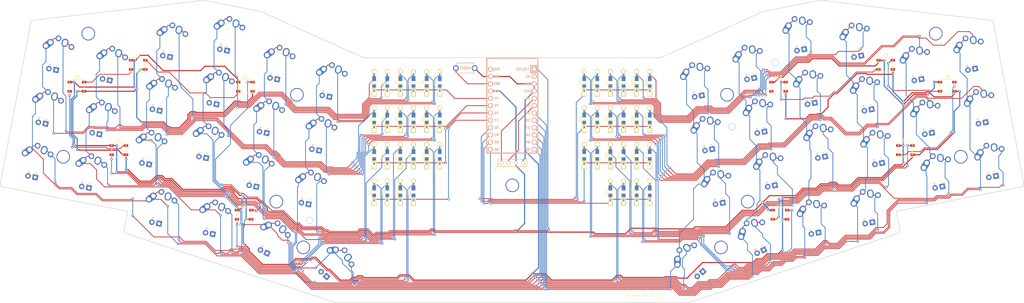
<source format=kicad_pcb>
(kicad_pcb (version 20171130) (host pcbnew "(5.1.4-0-10_14)")
  (title_block (title AVLO44) (date 2021-05-16) (rev 0.1))
  (layers (0 F.Cu signal) (31 B.Cu signal) (34 B.Paste user) (35 F.Paste user) (36 B.SilkS user) (37 F.SilkS user) (38 B.Mask user) (39 F.Mask user) (44 Edge.Cuts user))
  (net 0 "")
  (net 1 "Net-(D1-Pad2)")
  (net 2 row0)
  (net 3 "Net-(D2-Pad2)")
  (net 4 "Net-(D3-Pad2)")
  (net 5 "Net-(D4-Pad2)")
  (net 6 "Net-(D5-Pad2)")
  (net 7 "Net-(D6-Pad2)")
  (net 8 row1)
  (net 9 "Net-(D7-Pad2)")
  (net 10 "Net-(D8-Pad2)")
  (net 11 "Net-(D9-Pad2)")
  (net 12 "Net-(D10-Pad2)")
  (net 13 "Net-(D11-Pad2)")
  (net 14 "Net-(D12-Pad2)")
  (net 15 row2)
  (net 16 "Net-(D13-Pad2)")
  (net 17 "Net-(D14-Pad2)")
  (net 18 "Net-(D15-Pad2)")
  (net 19 "Net-(D16-Pad2)")
  (net 20 "Net-(D17-Pad2)")
  (net 21 "Net-(D18-Pad2)")
  (net 22 row3)
  (net 23 "Net-(D19-Pad2)")
  (net 24 "Net-(D20-Pad2)")
  (net 25 "Net-(D21-Pad2)")
  (net 26 "Net-(D22-Pad2)")
  (net 27 row4)
  (net 28 "Net-(D25-Pad2)")
  (net 29 "Net-(D26-Pad2)")
  (net 30 "Net-(D27-Pad2)")
  (net 31 "Net-(D28-Pad2)")
  (net 32 "Net-(D29-Pad2)")
  (net 33 "Net-(D30-Pad2)")
  (net 34 row5)
  (net 35 "Net-(D31-Pad2)")
  (net 36 "Net-(D32-Pad2)")
  (net 37 "Net-(D33-Pad2)")
  (net 38 "Net-(D34-Pad2)")
  (net 39 "Net-(D35-Pad2)")
  (net 40 "Net-(D36-Pad2)")
  (net 41 row6)
  (net 42 "Net-(D37-Pad2)")
  (net 43 "Net-(D38-Pad2)")
  (net 44 "Net-(D39-Pad2)")
  (net 45 "Net-(D40-Pad2)")
  (net 46 "Net-(D41-Pad2)")
  (net 47 LED)
  (net 48 VCC)
  (net 49 GND)
  (net 50 col0)
  (net 51 col1)
  (net 52 col2)
  (net 53 col3)
  (net 54 col4)
  (net 55 col5)
  (net 56 reset)
  (net 57 "Net-(L1-Pad2)")
  (net 58 "Net-(L2-Pad2)")
  (net 59 "Net-(L3-Pad2)")
  (net 60 "Net-(L4-Pad2)")
  (net 61 "Net-(L5-Pad2)")
  (net 62 "Net-(L6-Pad2)")
  (net 63 "Net-(L7-Pad2)")
  (net 64 "Net-(L8-Pad2)")
  (net 65 "Net-(L10-Pad4)")
  (net 66 "Net-(D42-Pad2)")
  (net 67 row7)
  (net 68 "Net-(D43-Pad2)")
  (net 69 "Net-(D44-Pad2)")
  (net 70 "Net-(D45-Pad2)")
  (net 71 "Net-(D46-Pad2)")
  (net 72 SDA)
  (net 73 SCL)
  (module avlo-parts:HOLE_M2_TH (layer F.Cu) (at 211.2391 168.8973)
    (fp_text reference TH11 hide)
    (fp_text value HOLE hide)
    (pad "" thru_hole circle (at 0 0 90) (size 4.7 4.7) (drill 4.1) (layers *.Cu *.Mask Dwgs.User) (clearance 0.3))
  )
  (module avlo-parts:HOLE_M2_TH (layer F.Cu) (at 283.9212 190.5)
    (fp_text reference TH10 hide)
    (fp_text value HOLE hide)
    (pad "" thru_hole circle (at 0 0 90) (size 4.7 4.7) (drill 4.1) (layers *.Cu *.Mask Dwgs.User) (clearance 0.3))
  )
  (module avlo-parts:HOLE_M2_TH (layer F.Cu) (at 138.4681 190.5)
    (fp_text reference TH9 hide)
    (fp_text value HOLE hide)
    (pad "" thru_hole circle (at 0 0 90) (size 4.7 4.7) (drill 4.1) (layers *.Cu *.Mask Dwgs.User) (clearance 0.3))
  )
  (module avlo-parts:HOLE_M2_TH (layer F.Cu) (at 286.0421 137.3251)
    (fp_text reference TH8 hide)
    (fp_text value HOLE hide)
    (pad "" thru_hole circle (at 0 0 90) (size 4.7 4.7) (drill 4.1) (layers *.Cu *.Mask Dwgs.User) (clearance 0.3))
  )
  (module avlo-parts:HOLE_M2_TH (layer F.Cu) (at 293.2176 174.5488)
    (fp_text reference TH7 hide)
    (fp_text value HOLE hide)
    (pad "" thru_hole circle (at 0 0 90) (size 4.7 4.7) (drill 4.1) (layers *.Cu *.Mask Dwgs.User) (clearance 0.3))
  )
  (module avlo-parts:HOLE_M2_TH (layer F.Cu) (at 367.4364 158.9278)
    (fp_text reference TH6 hide)
    (fp_text value HOLE hide)
    (pad "" thru_hole circle (at 0 0 90) (size 4.7 4.7) (drill 4.1) (layers *.Cu *.Mask Dwgs.User) (clearance 0.3))
  )
  (module avlo-parts:HOLE_M2_TH (layer F.Cu) (at 358.7242 116.0526)
    (fp_text reference TH5 hide)
    (fp_text value HOLE hide)
    (pad "" thru_hole circle (at 0 0 90) (size 4.7 4.7) (drill 4.1) (layers *.Cu *.Mask Dwgs.User) (clearance 0.3))
  )
  (module avlo-parts:HOLE_M2_TH (layer F.Cu) (at 136.2329 137.3251)
    (fp_text reference TH4 hide)
    (fp_text value HOLE hide)
    (pad "" thru_hole circle (at 0 0 90) (size 4.7 4.7) (drill 4.1) (layers *.Cu *.Mask Dwgs.User) (clearance 0.3))
  )
  (module avlo-parts:HOLE_M2_TH (layer F.Cu) (at 129.0574 174.5488)
    (fp_text reference TH3 hide)
    (fp_text value HOLE hide)
    (pad "" thru_hole circle (at 0 0 90) (size 4.7 4.7) (drill 4.1) (layers *.Cu *.Mask Dwgs.User) (clearance 0.3))
  )
  (module avlo-parts:HOLE_M2_TH (layer F.Cu) (at 54.8386 158.9278)
    (fp_text reference TH2 hide)
    (fp_text value HOLE hide)
    (pad "" thru_hole circle (at 0 0 90) (size 4.7 4.7) (drill 4.1) (layers *.Cu *.Mask Dwgs.User) (clearance 0.3))
  )
  (module avlo-parts:HOLE_M2_TH (layer F.Cu) (at 63.5635 116.0526)
    (fp_text reference TH1 hide)
    (fp_text value HOLE hide)
    (pad "" thru_hole circle (at 0 0 90) (size 4.7 4.7) (drill 4.1) (layers *.Cu *.Mask Dwgs.User) (clearance 0.3))
  )
  (module avlo-parts:MX-Alps-Choc-1U (layer F.Cu) (at 295.4401 187.3885 26)
    (fp_text reference SW44)
    (fp_text value SW_PUSH)
    (fp_text user - (at 1.27 3.5 26) (layer B.SilkS) (effects (justify mirror)))
    (fp_text user - (at 1.27 3.5 26) (layer F.SilkS))
    (fp_text user + (at -1.27 3.5 26) (layer B.SilkS) (effects (justify mirror)))
    (fp_text user + (at -1.27 3.5 26) (layer F.SilkS))
    (pad 4 thru_hole rect (at 1.27 5.08 26) (size 1.905 1.905) (drill 0.9906) (layers *.Cu *.Mask))
    (pad 3 thru_hole circle (at -1.27 5.08 26) (size 1.905 1.905) (drill 0.9906) (layers *.Cu *.Mask))
    (pad "" np_thru_hole circle (at -5.22 4.2 74.1) (size 0.8 0.8) (drill 0.8) (layers *.Cu *.Mask))
    (pad "" np_thru_hole circle (at 5.5 0 74.1) (size 1.7 1.7) (drill 1.7) (layers *.Cu *.Mask))
    (pad "" np_thru_hole circle (at -5.5 0 74.1) (size 1.7 1.7) (drill 1.7) (layers *.Cu *.Mask))
    (pad 1 thru_hole circle (at 0 -5.9 26) (size 2 2) (drill 1.2) (layers *.Cu *.Mask) (net 51 col1))
    (pad 2 thru_hole circle (at 5 -3.8 26) (size 2 2) (drill 1.2) (layers *.Cu *.Mask) (net 69 "Net-(D44-Pad2)"))
    (pad "" np_thru_hole circle (at 5.08 0 74.0996) (size 1.75 1.75) (drill 1.75) (layers *.Cu *.Mask))
    (pad "" np_thru_hole circle (at -5.08 0 74.0996) (size 1.75 1.75) (drill 1.75) (layers *.Cu *.Mask))
    (pad 1 thru_hole circle (at -2.5 -4 26) (size 2.25 2.25) (drill 1.47) (layers *.Cu *.Mask) (net 51 col1))
    (pad "" np_thru_hole circle (at 0 0 26) (size 3.9878 3.9878) (drill 3.9878) (layers *.Cu *.Mask))
    (pad 1 thru_hole oval (at -3.81 -2.54 74.1) (size 4.211556 2.25) (drill 1.47 (offset 0.980778 0)) (layers *.Cu *.Mask) (net 51 col1))
    (pad 2 thru_hole circle (at 2.54 -5.08 26) (size 2.25 2.25) (drill 1.47) (layers *.Cu *.Mask) (net 69 "Net-(D44-Pad2)"))
    (pad 2 thru_hole oval (at 2.5 -4.5 112.1) (size 2.831378 2.25) (drill 1.47 (offset 0.290689 0)) (layers *.Cu *.Mask) (net 69 "Net-(D44-Pad2)"))
  )
  (module avlo-parts:MX-Alps-Choc-1U (layer F.Cu) (at 373.8753 142.1765 11)
    (fp_text reference SW36)
    (fp_text value SW_PUSH)
    (fp_text user + (at -1.27 3.5 11) (layer F.SilkS))
    (fp_text user + (at -1.27 3.5 11) (layer B.SilkS))
    (fp_text user - (at 1.27 3.5 11) (layer F.SilkS))
    (fp_text user - (at 1.27 3.5 11) (layer B.SilkS))
    (pad 2 thru_hole oval (at 2.5 -4.5 97.1) (size 2.831378 2.25) (drill 1.47 (offset 0.290689 0)) (layers *.Cu *.Mask) (net 40 "Net-(D36-Pad2)"))
    (pad 2 thru_hole circle (at 2.54 -5.08 11) (size 2.25 2.25) (drill 1.47) (layers *.Cu *.Mask) (net 40 "Net-(D36-Pad2)"))
    (pad 1 thru_hole oval (at -3.81 -2.54 59.1) (size 4.211556 2.25) (drill 1.47 (offset 0.980778 0)) (layers *.Cu *.Mask) (net 55 col5))
    (pad "" np_thru_hole circle (at 0 0 11) (size 3.9878 3.9878) (drill 3.9878) (layers *.Cu *.Mask))
    (pad 1 thru_hole circle (at -2.5 -4 11) (size 2.25 2.25) (drill 1.47) (layers *.Cu *.Mask) (net 55 col5))
    (pad "" np_thru_hole circle (at -5.08 0 59.0996) (size 1.75 1.75) (drill 1.75) (layers *.Cu *.Mask))
    (pad "" np_thru_hole circle (at 5.08 0 59.0996) (size 1.75 1.75) (drill 1.75) (layers *.Cu *.Mask))
    (pad 2 thru_hole circle (at 5 -3.8 11) (size 2 2) (drill 1.2) (layers *.Cu *.Mask) (net 40 "Net-(D36-Pad2)"))
    (pad 1 thru_hole circle (at 0 -5.9 11) (size 2 2) (drill 1.2) (layers *.Cu *.Mask) (net 55 col5))
    (pad "" np_thru_hole circle (at -5.5 0 59.1) (size 1.7 1.7) (drill 1.7) (layers *.Cu *.Mask))
    (pad "" np_thru_hole circle (at 5.5 0 59.1) (size 1.7 1.7) (drill 1.7) (layers *.Cu *.Mask))
    (pad "" np_thru_hole circle (at -5.22 4.2 59.1) (size 0.8 0.8) (drill 0.8) (layers *.Cu *.Mask))
    (pad 3 thru_hole circle (at -1.27 5.08 11) (size 1.905 1.905) (drill 0.9906) (layers *.Cu *.Mask))
    (pad 4 thru_hole rect (at 1.27 5.08 11) (size 1.905 1.905) (drill 0.9906) (layers *.Cu *.Mask))
  )
  (module avlo-parts:MX-Alps-Choc-1U (layer F.Cu) (at 351.5233 127.1397 11)
    (fp_text reference SW29)
    (fp_text value SW_PUSH)
    (fp_text user + (at -1.27 3.5 11) (layer F.SilkS))
    (fp_text user + (at -1.27 3.5 11) (layer B.SilkS))
    (fp_text user - (at 1.27 3.5 11) (layer F.SilkS))
    (fp_text user - (at 1.27 3.5 11) (layer B.SilkS))
    (pad 2 thru_hole oval (at 2.5 -4.5 97.1) (size 2.831378 2.25) (drill 1.47 (offset 0.290689 0)) (layers *.Cu *.Mask) (net 32 "Net-(D29-Pad2)"))
    (pad 2 thru_hole circle (at 2.54 -5.08 11) (size 2.25 2.25) (drill 1.47) (layers *.Cu *.Mask) (net 32 "Net-(D29-Pad2)"))
    (pad 1 thru_hole oval (at -3.81 -2.54 59.1) (size 4.211556 2.25) (drill 1.47 (offset 0.980778 0)) (layers *.Cu *.Mask) (net 54 col4))
    (pad "" np_thru_hole circle (at 0 0 11) (size 3.9878 3.9878) (drill 3.9878) (layers *.Cu *.Mask))
    (pad 1 thru_hole circle (at -2.5 -4 11) (size 2.25 2.25) (drill 1.47) (layers *.Cu *.Mask) (net 54 col4))
    (pad "" np_thru_hole circle (at -5.08 0 59.0996) (size 1.75 1.75) (drill 1.75) (layers *.Cu *.Mask))
    (pad "" np_thru_hole circle (at 5.08 0 59.0996) (size 1.75 1.75) (drill 1.75) (layers *.Cu *.Mask))
    (pad 2 thru_hole circle (at 5 -3.8 11) (size 2 2) (drill 1.2) (layers *.Cu *.Mask) (net 32 "Net-(D29-Pad2)"))
    (pad 1 thru_hole circle (at 0 -5.9 11) (size 2 2) (drill 1.2) (layers *.Cu *.Mask) (net 54 col4))
    (pad "" np_thru_hole circle (at -5.5 0 59.1) (size 1.7 1.7) (drill 1.7) (layers *.Cu *.Mask))
    (pad "" np_thru_hole circle (at 5.5 0 59.1) (size 1.7 1.7) (drill 1.7) (layers *.Cu *.Mask))
    (pad "" np_thru_hole circle (at -5.22 4.2 59.1) (size 0.8 0.8) (drill 0.8) (layers *.Cu *.Mask))
    (pad 3 thru_hole circle (at -1.27 5.08 11) (size 1.905 1.905) (drill 0.9906) (layers *.Cu *.Mask))
    (pad 4 thru_hole rect (at 1.27 5.08 11) (size 1.905 1.905) (drill 0.9906) (layers *.Cu *.Mask))
  )
  (module avlo-parts:MX-Alps-Choc-1U (layer F.Cu) (at 370.2177 123.4821 11)
    (fp_text reference SW30)
    (fp_text value SW_PUSH)
    (fp_text user - (at 1.27 3.5 11) (layer B.SilkS))
    (fp_text user - (at 1.27 3.5 11) (layer F.SilkS))
    (fp_text user + (at -1.27 3.5 11) (layer B.SilkS))
    (fp_text user + (at -1.27 3.5 11) (layer F.SilkS))
    (pad 4 thru_hole rect (at 1.27 5.08 11) (size 1.905 1.905) (drill 0.9906) (layers *.Cu *.Mask))
    (pad 3 thru_hole circle (at -1.27 5.08 11) (size 1.905 1.905) (drill 0.9906) (layers *.Cu *.Mask))
    (pad "" np_thru_hole circle (at -5.22 4.2 59.1) (size 0.8 0.8) (drill 0.8) (layers *.Cu *.Mask))
    (pad "" np_thru_hole circle (at 5.5 0 59.1) (size 1.7 1.7) (drill 1.7) (layers *.Cu *.Mask))
    (pad "" np_thru_hole circle (at -5.5 0 59.1) (size 1.7 1.7) (drill 1.7) (layers *.Cu *.Mask))
    (pad 1 thru_hole circle (at 0 -5.9 11) (size 2 2) (drill 1.2) (layers *.Cu *.Mask) (net 55 col5))
    (pad 2 thru_hole circle (at 5 -3.8 11) (size 2 2) (drill 1.2) (layers *.Cu *.Mask) (net 33 "Net-(D30-Pad2)"))
    (pad "" np_thru_hole circle (at 5.08 0 59.0996) (size 1.75 1.75) (drill 1.75) (layers *.Cu *.Mask))
    (pad "" np_thru_hole circle (at -5.08 0 59.0996) (size 1.75 1.75) (drill 1.75) (layers *.Cu *.Mask))
    (pad 1 thru_hole circle (at -2.5 -4 11) (size 2.25 2.25) (drill 1.47) (layers *.Cu *.Mask) (net 55 col5))
    (pad "" np_thru_hole circle (at 0 0 11) (size 3.9878 3.9878) (drill 3.9878) (layers *.Cu *.Mask))
    (pad 1 thru_hole oval (at -3.81 -2.54 59.1) (size 4.211556 2.25) (drill 1.47 (offset 0.980778 0)) (layers *.Cu *.Mask) (net 55 col5))
    (pad 2 thru_hole circle (at 2.54 -5.08 11) (size 2.25 2.25) (drill 1.47) (layers *.Cu *.Mask) (net 33 "Net-(D30-Pad2)"))
    (pad 2 thru_hole oval (at 2.5 -4.5 97.1) (size 2.831378 2.25) (drill 1.47 (offset 0.290689 0)) (layers *.Cu *.Mask) (net 33 "Net-(D30-Pad2)"))
  )
  (module avlo-parts:MX-Alps-Choc-1U (layer F.Cu) (at 106.6165 180.6321 349)
    (fp_text reference SW20)
    (fp_text value SW_PUSH)
    (fp_text user - (at 1.27 3.5 169) (layer B.SilkS))
    (fp_text user - (at 1.27 3.5 169) (layer F.SilkS))
    (fp_text user + (at -1.27 3.5 169) (layer B.SilkS))
    (fp_text user + (at -1.27 3.5 169) (layer F.SilkS))
    (pad 4 thru_hole rect (at 1.27 5.08 349) (size 1.905 1.905) (drill 0.9906) (layers *.Cu *.Mask))
    (pad 3 thru_hole circle (at -1.27 5.08 349) (size 1.905 1.905) (drill 0.9906) (layers *.Cu *.Mask))
    (pad "" np_thru_hole circle (at -5.22 4.2 37.1) (size 0.8 0.8) (drill 0.8) (layers *.Cu *.Mask))
    (pad "" np_thru_hole circle (at 5.5 0 37.1) (size 1.7 1.7) (drill 1.7) (layers *.Cu *.Mask))
    (pad "" np_thru_hole circle (at -5.5 0 37.1) (size 1.7 1.7) (drill 1.7) (layers *.Cu *.Mask))
    (pad 1 thru_hole circle (at 0 -5.9 349) (size 2 2) (drill 1.2) (layers *.Cu *.Mask) (net 51 col1))
    (pad 2 thru_hole circle (at 5 -3.8 349) (size 2 2) (drill 1.2) (layers *.Cu *.Mask) (net 24 "Net-(D20-Pad2)"))
    (pad "" np_thru_hole circle (at 5.08 0 37.0996) (size 1.75 1.75) (drill 1.75) (layers *.Cu *.Mask))
    (pad "" np_thru_hole circle (at -5.08 0 37.0996) (size 1.75 1.75) (drill 1.75) (layers *.Cu *.Mask))
    (pad 1 thru_hole circle (at -2.5 -4 349) (size 2.25 2.25) (drill 1.47) (layers *.Cu *.Mask) (net 51 col1))
    (pad "" np_thru_hole circle (at 0 0 349) (size 3.9878 3.9878) (drill 3.9878) (layers *.Cu *.Mask))
    (pad 1 thru_hole oval (at -3.81 -2.54 37.1) (size 4.211556 2.25) (drill 1.47 (offset 0.980778 0)) (layers *.Cu *.Mask) (net 51 col1))
    (pad 2 thru_hole circle (at 2.54 -5.08 349) (size 2.25 2.25) (drill 1.47) (layers *.Cu *.Mask) (net 24 "Net-(D20-Pad2)"))
    (pad 2 thru_hole oval (at 2.5 -4.5 75.1) (size 2.831378 2.25) (drill 1.47 (offset 0.290689 0)) (layers *.Cu *.Mask) (net 24 "Net-(D20-Pad2)"))
  )
  (module avlo-parts:MX-Alps-Choc-1U (layer F.Cu) (at 278.6253 151.5237 11)
    (fp_text reference SW31)
    (fp_text value SW_PUSH)
    (fp_text user + (at -1.27 3.5 11) (layer F.SilkS))
    (fp_text user + (at -1.27 3.5 11) (layer B.SilkS))
    (fp_text user - (at 1.27 3.5 11) (layer F.SilkS))
    (fp_text user - (at 1.27 3.5 11) (layer B.SilkS))
    (pad 2 thru_hole oval (at 2.5 -4.5 97.1) (size 2.831378 2.25) (drill 1.47 (offset 0.290689 0)) (layers *.Cu *.Mask) (net 35 "Net-(D31-Pad2)"))
    (pad 2 thru_hole circle (at 2.54 -5.08 11) (size 2.25 2.25) (drill 1.47) (layers *.Cu *.Mask) (net 35 "Net-(D31-Pad2)"))
    (pad 1 thru_hole oval (at -3.81 -2.54 59.1) (size 4.211556 2.25) (drill 1.47 (offset 0.980778 0)) (layers *.Cu *.Mask) (net 50 col0))
    (pad "" np_thru_hole circle (at 0 0 11) (size 3.9878 3.9878) (drill 3.9878) (layers *.Cu *.Mask))
    (pad 1 thru_hole circle (at -2.5 -4 11) (size 2.25 2.25) (drill 1.47) (layers *.Cu *.Mask) (net 50 col0))
    (pad "" np_thru_hole circle (at -5.08 0 59.0996) (size 1.75 1.75) (drill 1.75) (layers *.Cu *.Mask))
    (pad "" np_thru_hole circle (at 5.08 0 59.0996) (size 1.75 1.75) (drill 1.75) (layers *.Cu *.Mask))
    (pad 2 thru_hole circle (at 5 -3.8 11) (size 2 2) (drill 1.2) (layers *.Cu *.Mask) (net 35 "Net-(D31-Pad2)"))
    (pad 1 thru_hole circle (at 0 -5.9 11) (size 2 2) (drill 1.2) (layers *.Cu *.Mask) (net 50 col0))
    (pad "" np_thru_hole circle (at -5.5 0 59.1) (size 1.7 1.7) (drill 1.7) (layers *.Cu *.Mask))
    (pad "" np_thru_hole circle (at 5.5 0 59.1) (size 1.7 1.7) (drill 1.7) (layers *.Cu *.Mask))
    (pad "" np_thru_hole circle (at -5.22 4.2 59.1) (size 0.8 0.8) (drill 0.8) (layers *.Cu *.Mask))
    (pad 3 thru_hole circle (at -1.27 5.08 11) (size 1.905 1.905) (drill 0.9906) (layers *.Cu *.Mask))
    (pad 4 thru_hole rect (at 1.27 5.08 11) (size 1.905 1.905) (drill 0.9906) (layers *.Cu *.Mask))
  )
  (module avlo-parts:MX-Alps-Choc-1U (layer F.Cu) (at 275.0185 132.8293 11)
    (fp_text reference SW25)
    (fp_text value SW_PUSH)
    (fp_text user + (at -1.27 3.5 11) (layer F.SilkS))
    (fp_text user + (at -1.27 3.5 11) (layer B.SilkS))
    (fp_text user - (at 1.27 3.5 11) (layer F.SilkS))
    (fp_text user - (at 1.27 3.5 11) (layer B.SilkS))
    (pad 2 thru_hole oval (at 2.5 -4.5 97.1) (size 2.831378 2.25) (drill 1.47 (offset 0.290689 0)) (layers *.Cu *.Mask) (net 28 "Net-(D25-Pad2)"))
    (pad 2 thru_hole circle (at 2.54 -5.08 11) (size 2.25 2.25) (drill 1.47) (layers *.Cu *.Mask) (net 28 "Net-(D25-Pad2)"))
    (pad 1 thru_hole oval (at -3.81 -2.54 59.1) (size 4.211556 2.25) (drill 1.47 (offset 0.980778 0)) (layers *.Cu *.Mask) (net 50 col0))
    (pad "" np_thru_hole circle (at 0 0 11) (size 3.9878 3.9878) (drill 3.9878) (layers *.Cu *.Mask))
    (pad 1 thru_hole circle (at -2.5 -4 11) (size 2.25 2.25) (drill 1.47) (layers *.Cu *.Mask) (net 50 col0))
    (pad "" np_thru_hole circle (at -5.08 0 59.0996) (size 1.75 1.75) (drill 1.75) (layers *.Cu *.Mask))
    (pad "" np_thru_hole circle (at 5.08 0 59.0996) (size 1.75 1.75) (drill 1.75) (layers *.Cu *.Mask))
    (pad 2 thru_hole circle (at 5 -3.8 11) (size 2 2) (drill 1.2) (layers *.Cu *.Mask) (net 28 "Net-(D25-Pad2)"))
    (pad 1 thru_hole circle (at 0 -5.9 11) (size 2 2) (drill 1.2) (layers *.Cu *.Mask) (net 50 col0))
    (pad "" np_thru_hole circle (at -5.5 0 59.1) (size 1.7 1.7) (drill 1.7) (layers *.Cu *.Mask))
    (pad "" np_thru_hole circle (at 5.5 0 59.1) (size 1.7 1.7) (drill 1.7) (layers *.Cu *.Mask))
    (pad "" np_thru_hole circle (at -5.22 4.2 59.1) (size 0.8 0.8) (drill 0.8) (layers *.Cu *.Mask))
    (pad 3 thru_hole circle (at -1.27 5.08 11) (size 1.905 1.905) (drill 0.9906) (layers *.Cu *.Mask))
    (pad 4 thru_hole rect (at 1.27 5.08 11) (size 1.905 1.905) (drill 0.9906) (layers *.Cu *.Mask))
  )
  (module avlo-parts:MX-Alps-Choc-1U (layer F.Cu) (at 126.8857 187.3885 334)
    (fp_text reference SW21)
    (fp_text value SW_PUSH)
    (fp_text user - (at 1.27 3.5 154) (layer B.SilkS))
    (fp_text user - (at 1.27 3.5 154) (layer F.SilkS))
    (fp_text user + (at -1.27 3.5 154) (layer B.SilkS))
    (fp_text user + (at -1.27 3.5 154) (layer F.SilkS))
    (pad 4 thru_hole rect (at 1.27 5.08 334) (size 1.905 1.905) (drill 0.9906) (layers *.Cu *.Mask))
    (pad 3 thru_hole circle (at -1.27 5.08 334) (size 1.905 1.905) (drill 0.9906) (layers *.Cu *.Mask))
    (pad "" np_thru_hole circle (at -5.22 4.2 22.1) (size 0.8 0.8) (drill 0.8) (layers *.Cu *.Mask))
    (pad "" np_thru_hole circle (at 5.5 0 22.1) (size 1.7 1.7) (drill 1.7) (layers *.Cu *.Mask))
    (pad "" np_thru_hole circle (at -5.5 0 22.1) (size 1.7 1.7) (drill 1.7) (layers *.Cu *.Mask))
    (pad 1 thru_hole circle (at 0 -5.9 334) (size 2 2) (drill 1.2) (layers *.Cu *.Mask) (net 52 col2))
    (pad 2 thru_hole circle (at 5 -3.8 334) (size 2 2) (drill 1.2) (layers *.Cu *.Mask) (net 25 "Net-(D21-Pad2)"))
    (pad "" np_thru_hole circle (at 5.08 0 22.0996) (size 1.75 1.75) (drill 1.75) (layers *.Cu *.Mask))
    (pad "" np_thru_hole circle (at -5.08 0 22.0996) (size 1.75 1.75) (drill 1.75) (layers *.Cu *.Mask))
    (pad 1 thru_hole circle (at -2.5 -4 334) (size 2.25 2.25) (drill 1.47) (layers *.Cu *.Mask) (net 52 col2))
    (pad "" np_thru_hole circle (at 0 0 334) (size 3.9878 3.9878) (drill 3.9878) (layers *.Cu *.Mask))
    (pad 1 thru_hole oval (at -3.81 -2.54 22.1) (size 4.211556 2.25) (drill 1.47 (offset 0.980778 0)) (layers *.Cu *.Mask) (net 52 col2))
    (pad 2 thru_hole circle (at 2.54 -5.08 334) (size 2.25 2.25) (drill 1.47) (layers *.Cu *.Mask) (net 25 "Net-(D21-Pad2)"))
    (pad 2 thru_hole oval (at 2.5 -4.5 60.1) (size 2.831378 2.25) (drill 1.47 (offset 0.290689 0)) (layers *.Cu *.Mask) (net 25 "Net-(D21-Pad2)"))
  )
  (module avlo-parts:MX-Alps-Choc-1U (layer F.Cu) (at 296.8625 145.4277 11)
    (fp_text reference SW32)
    (fp_text value SW_PUSH)
    (fp_text user + (at -1.27 3.5 11) (layer F.SilkS))
    (fp_text user + (at -1.27 3.5 11) (layer B.SilkS))
    (fp_text user - (at 1.27 3.5 11) (layer F.SilkS))
    (fp_text user - (at 1.27 3.5 11) (layer B.SilkS))
    (pad 2 thru_hole oval (at 2.5 -4.5 97.1) (size 2.831378 2.25) (drill 1.47 (offset 0.290689 0)) (layers *.Cu *.Mask) (net 36 "Net-(D32-Pad2)"))
    (pad 2 thru_hole circle (at 2.54 -5.08 11) (size 2.25 2.25) (drill 1.47) (layers *.Cu *.Mask) (net 36 "Net-(D32-Pad2)"))
    (pad 1 thru_hole oval (at -3.81 -2.54 59.1) (size 4.211556 2.25) (drill 1.47 (offset 0.980778 0)) (layers *.Cu *.Mask) (net 51 col1))
    (pad "" np_thru_hole circle (at 0 0 11) (size 3.9878 3.9878) (drill 3.9878) (layers *.Cu *.Mask))
    (pad 1 thru_hole circle (at -2.5 -4 11) (size 2.25 2.25) (drill 1.47) (layers *.Cu *.Mask) (net 51 col1))
    (pad "" np_thru_hole circle (at -5.08 0 59.0996) (size 1.75 1.75) (drill 1.75) (layers *.Cu *.Mask))
    (pad "" np_thru_hole circle (at 5.08 0 59.0996) (size 1.75 1.75) (drill 1.75) (layers *.Cu *.Mask))
    (pad 2 thru_hole circle (at 5 -3.8 11) (size 2 2) (drill 1.2) (layers *.Cu *.Mask) (net 36 "Net-(D32-Pad2)"))
    (pad 1 thru_hole circle (at 0 -5.9 11) (size 2 2) (drill 1.2) (layers *.Cu *.Mask) (net 51 col1))
    (pad "" np_thru_hole circle (at -5.5 0 59.1) (size 1.7 1.7) (drill 1.7) (layers *.Cu *.Mask))
    (pad "" np_thru_hole circle (at 5.5 0 59.1) (size 1.7 1.7) (drill 1.7) (layers *.Cu *.Mask))
    (pad "" np_thru_hole circle (at -5.22 4.2 59.1) (size 0.8 0.8) (drill 0.8) (layers *.Cu *.Mask))
    (pad 3 thru_hole circle (at -1.27 5.08 11) (size 1.905 1.905) (drill 0.9906) (layers *.Cu *.Mask))
    (pad 4 thru_hole rect (at 1.27 5.08 11) (size 1.905 1.905) (drill 0.9906) (layers *.Cu *.Mask))
  )
  (module avlo-parts:MX-Alps-Choc-1U (layer F.Cu) (at 314.3377 135.4201 11)
    (fp_text reference SW33)
    (fp_text value SW_PUSH)
    (fp_text user - (at 1.27 3.5 11) (layer B.SilkS))
    (fp_text user - (at 1.27 3.5 11) (layer F.SilkS))
    (fp_text user + (at -1.27 3.5 11) (layer B.SilkS))
    (fp_text user + (at -1.27 3.5 11) (layer F.SilkS))
    (pad 4 thru_hole rect (at 1.27 5.08 11) (size 1.905 1.905) (drill 0.9906) (layers *.Cu *.Mask))
    (pad 3 thru_hole circle (at -1.27 5.08 11) (size 1.905 1.905) (drill 0.9906) (layers *.Cu *.Mask))
    (pad "" np_thru_hole circle (at -5.22 4.2 59.1) (size 0.8 0.8) (drill 0.8) (layers *.Cu *.Mask))
    (pad "" np_thru_hole circle (at 5.5 0 59.1) (size 1.7 1.7) (drill 1.7) (layers *.Cu *.Mask))
    (pad "" np_thru_hole circle (at -5.5 0 59.1) (size 1.7 1.7) (drill 1.7) (layers *.Cu *.Mask))
    (pad 1 thru_hole circle (at 0 -5.9 11) (size 2 2) (drill 1.2) (layers *.Cu *.Mask) (net 52 col2))
    (pad 2 thru_hole circle (at 5 -3.8 11) (size 2 2) (drill 1.2) (layers *.Cu *.Mask) (net 37 "Net-(D33-Pad2)"))
    (pad "" np_thru_hole circle (at 5.08 0 59.0996) (size 1.75 1.75) (drill 1.75) (layers *.Cu *.Mask))
    (pad "" np_thru_hole circle (at -5.08 0 59.0996) (size 1.75 1.75) (drill 1.75) (layers *.Cu *.Mask))
    (pad 1 thru_hole circle (at -2.5 -4 11) (size 2.25 2.25) (drill 1.47) (layers *.Cu *.Mask) (net 52 col2))
    (pad "" np_thru_hole circle (at 0 0 11) (size 3.9878 3.9878) (drill 3.9878) (layers *.Cu *.Mask))
    (pad 1 thru_hole oval (at -3.81 -2.54 59.1) (size 4.211556 2.25) (drill 1.47 (offset 0.980778 0)) (layers *.Cu *.Mask) (net 52 col2))
    (pad 2 thru_hole circle (at 2.54 -5.08 11) (size 2.25 2.25) (drill 1.47) (layers *.Cu *.Mask) (net 37 "Net-(D33-Pad2)"))
    (pad 2 thru_hole oval (at 2.5 -4.5 97.1) (size 2.831378 2.25) (drill 1.47 (offset 0.290689 0)) (layers *.Cu *.Mask) (net 37 "Net-(D33-Pad2)"))
  )
  (module avlo-parts:MX-Alps-Choc-1U (layer F.Cu) (at 334.1497 137.6553 11)
    (fp_text reference SW34)
    (fp_text value SW_PUSH)
    (fp_text user + (at -1.27 3.5 11) (layer F.SilkS))
    (fp_text user + (at -1.27 3.5 11) (layer B.SilkS))
    (fp_text user - (at 1.27 3.5 11) (layer F.SilkS))
    (fp_text user - (at 1.27 3.5 11) (layer B.SilkS))
    (pad 2 thru_hole oval (at 2.5 -4.5 97.1) (size 2.831378 2.25) (drill 1.47 (offset 0.290689 0)) (layers *.Cu *.Mask) (net 38 "Net-(D34-Pad2)"))
    (pad 2 thru_hole circle (at 2.54 -5.08 11) (size 2.25 2.25) (drill 1.47) (layers *.Cu *.Mask) (net 38 "Net-(D34-Pad2)"))
    (pad 1 thru_hole oval (at -3.81 -2.54 59.1) (size 4.211556 2.25) (drill 1.47 (offset 0.980778 0)) (layers *.Cu *.Mask) (net 53 col3))
    (pad "" np_thru_hole circle (at 0 0 11) (size 3.9878 3.9878) (drill 3.9878) (layers *.Cu *.Mask))
    (pad 1 thru_hole circle (at -2.5 -4 11) (size 2.25 2.25) (drill 1.47) (layers *.Cu *.Mask) (net 53 col3))
    (pad "" np_thru_hole circle (at -5.08 0 59.0996) (size 1.75 1.75) (drill 1.75) (layers *.Cu *.Mask))
    (pad "" np_thru_hole circle (at 5.08 0 59.0996) (size 1.75 1.75) (drill 1.75) (layers *.Cu *.Mask))
    (pad 2 thru_hole circle (at 5 -3.8 11) (size 2 2) (drill 1.2) (layers *.Cu *.Mask) (net 38 "Net-(D34-Pad2)"))
    (pad 1 thru_hole circle (at 0 -5.9 11) (size 2 2) (drill 1.2) (layers *.Cu *.Mask) (net 53 col3))
    (pad "" np_thru_hole circle (at -5.5 0 59.1) (size 1.7 1.7) (drill 1.7) (layers *.Cu *.Mask))
    (pad "" np_thru_hole circle (at 5.5 0 59.1) (size 1.7 1.7) (drill 1.7) (layers *.Cu *.Mask))
    (pad "" np_thru_hole circle (at -5.22 4.2 59.1) (size 0.8 0.8) (drill 0.8) (layers *.Cu *.Mask))
    (pad 3 thru_hole circle (at -1.27 5.08 11) (size 1.905 1.905) (drill 0.9906) (layers *.Cu *.Mask))
    (pad 4 thru_hole rect (at 1.27 5.08 11) (size 1.905 1.905) (drill 0.9906) (layers *.Cu *.Mask))
  )
  (module avlo-parts:MX-Alps-Choc-1U (layer F.Cu) (at 355.1809 145.8341 11)
    (fp_text reference SW35)
    (fp_text value SW_PUSH)
    (fp_text user + (at -1.27 3.5 11) (layer F.SilkS))
    (fp_text user + (at -1.27 3.5 11) (layer B.SilkS))
    (fp_text user - (at 1.27 3.5 11) (layer F.SilkS))
    (fp_text user - (at 1.27 3.5 11) (layer B.SilkS))
    (pad 2 thru_hole oval (at 2.5 -4.5 97.1) (size 2.831378 2.25) (drill 1.47 (offset 0.290689 0)) (layers *.Cu *.Mask) (net 39 "Net-(D35-Pad2)"))
    (pad 2 thru_hole circle (at 2.54 -5.08 11) (size 2.25 2.25) (drill 1.47) (layers *.Cu *.Mask) (net 39 "Net-(D35-Pad2)"))
    (pad 1 thru_hole oval (at -3.81 -2.54 59.1) (size 4.211556 2.25) (drill 1.47 (offset 0.980778 0)) (layers *.Cu *.Mask) (net 54 col4))
    (pad "" np_thru_hole circle (at 0 0 11) (size 3.9878 3.9878) (drill 3.9878) (layers *.Cu *.Mask))
    (pad 1 thru_hole circle (at -2.5 -4 11) (size 2.25 2.25) (drill 1.47) (layers *.Cu *.Mask) (net 54 col4))
    (pad "" np_thru_hole circle (at -5.08 0 59.0996) (size 1.75 1.75) (drill 1.75) (layers *.Cu *.Mask))
    (pad "" np_thru_hole circle (at 5.08 0 59.0996) (size 1.75 1.75) (drill 1.75) (layers *.Cu *.Mask))
    (pad 2 thru_hole circle (at 5 -3.8 11) (size 2 2) (drill 1.2) (layers *.Cu *.Mask) (net 39 "Net-(D35-Pad2)"))
    (pad 1 thru_hole circle (at 0 -5.9 11) (size 2 2) (drill 1.2) (layers *.Cu *.Mask) (net 54 col4))
    (pad "" np_thru_hole circle (at -5.5 0 59.1) (size 1.7 1.7) (drill 1.7) (layers *.Cu *.Mask))
    (pad "" np_thru_hole circle (at 5.5 0 59.1) (size 1.7 1.7) (drill 1.7) (layers *.Cu *.Mask))
    (pad "" np_thru_hole circle (at -5.22 4.2 59.1) (size 0.8 0.8) (drill 0.8) (layers *.Cu *.Mask))
    (pad 3 thru_hole circle (at -1.27 5.08 11) (size 1.905 1.905) (drill 0.9906) (layers *.Cu *.Mask))
    (pad 4 thru_hole rect (at 1.27 5.08 11) (size 1.905 1.905) (drill 0.9906) (layers *.Cu *.Mask))
  )
  (module avlo-parts:MX-Alps-Choc-1U (layer F.Cu) (at 282.2829 170.2181 11)
    (fp_text reference SW37)
    (fp_text value SW_PUSH)
    (fp_text user + (at -1.27 3.5 11) (layer F.SilkS))
    (fp_text user + (at -1.27 3.5 11) (layer B.SilkS))
    (fp_text user - (at 1.27 3.5 11) (layer F.SilkS))
    (fp_text user - (at 1.27 3.5 11) (layer B.SilkS))
    (pad 2 thru_hole oval (at 2.5 -4.5 97.1) (size 2.831378 2.25) (drill 1.47 (offset 0.290689 0)) (layers *.Cu *.Mask) (net 42 "Net-(D37-Pad2)"))
    (pad 2 thru_hole circle (at 2.54 -5.08 11) (size 2.25 2.25) (drill 1.47) (layers *.Cu *.Mask) (net 42 "Net-(D37-Pad2)"))
    (pad 1 thru_hole oval (at -3.81 -2.54 59.1) (size 4.211556 2.25) (drill 1.47 (offset 0.980778 0)) (layers *.Cu *.Mask) (net 50 col0))
    (pad "" np_thru_hole circle (at 0 0 11) (size 3.9878 3.9878) (drill 3.9878) (layers *.Cu *.Mask))
    (pad 1 thru_hole circle (at -2.5 -4 11) (size 2.25 2.25) (drill 1.47) (layers *.Cu *.Mask) (net 50 col0))
    (pad "" np_thru_hole circle (at -5.08 0 59.0996) (size 1.75 1.75) (drill 1.75) (layers *.Cu *.Mask))
    (pad "" np_thru_hole circle (at 5.08 0 59.0996) (size 1.75 1.75) (drill 1.75) (layers *.Cu *.Mask))
    (pad 2 thru_hole circle (at 5 -3.8 11) (size 2 2) (drill 1.2) (layers *.Cu *.Mask) (net 42 "Net-(D37-Pad2)"))
    (pad 1 thru_hole circle (at 0 -5.9 11) (size 2 2) (drill 1.2) (layers *.Cu *.Mask) (net 50 col0))
    (pad "" np_thru_hole circle (at -5.5 0 59.1) (size 1.7 1.7) (drill 1.7) (layers *.Cu *.Mask))
    (pad "" np_thru_hole circle (at 5.5 0 59.1) (size 1.7 1.7) (drill 1.7) (layers *.Cu *.Mask))
    (pad "" np_thru_hole circle (at -5.22 4.2 59.1) (size 0.8 0.8) (drill 0.8) (layers *.Cu *.Mask))
    (pad 3 thru_hole circle (at -1.27 5.08 11) (size 1.905 1.905) (drill 0.9906) (layers *.Cu *.Mask))
    (pad 4 thru_hole rect (at 1.27 5.08 11) (size 1.905 1.905) (drill 0.9906) (layers *.Cu *.Mask))
  )
  (module avlo-parts:MX-Alps-Choc-1U (layer F.Cu) (at 300.4693 164.1221 11)
    (fp_text reference SW38)
    (fp_text value SW_PUSH)
    (fp_text user + (at -1.27 3.5 11) (layer F.SilkS))
    (fp_text user + (at -1.27 3.5 11) (layer B.SilkS))
    (fp_text user - (at 1.27 3.5 11) (layer F.SilkS))
    (fp_text user - (at 1.27 3.5 11) (layer B.SilkS))
    (pad 2 thru_hole oval (at 2.5 -4.5 97.1) (size 2.831378 2.25) (drill 1.47 (offset 0.290689 0)) (layers *.Cu *.Mask) (net 43 "Net-(D38-Pad2)"))
    (pad 2 thru_hole circle (at 2.54 -5.08 11) (size 2.25 2.25) (drill 1.47) (layers *.Cu *.Mask) (net 43 "Net-(D38-Pad2)"))
    (pad 1 thru_hole oval (at -3.81 -2.54 59.1) (size 4.211556 2.25) (drill 1.47 (offset 0.980778 0)) (layers *.Cu *.Mask) (net 51 col1))
    (pad "" np_thru_hole circle (at 0 0 11) (size 3.9878 3.9878) (drill 3.9878) (layers *.Cu *.Mask))
    (pad 1 thru_hole circle (at -2.5 -4 11) (size 2.25 2.25) (drill 1.47) (layers *.Cu *.Mask) (net 51 col1))
    (pad "" np_thru_hole circle (at -5.08 0 59.0996) (size 1.75 1.75) (drill 1.75) (layers *.Cu *.Mask))
    (pad "" np_thru_hole circle (at 5.08 0 59.0996) (size 1.75 1.75) (drill 1.75) (layers *.Cu *.Mask))
    (pad 2 thru_hole circle (at 5 -3.8 11) (size 2 2) (drill 1.2) (layers *.Cu *.Mask) (net 43 "Net-(D38-Pad2)"))
    (pad 1 thru_hole circle (at 0 -5.9 11) (size 2 2) (drill 1.2) (layers *.Cu *.Mask) (net 51 col1))
    (pad "" np_thru_hole circle (at -5.5 0 59.1) (size 1.7 1.7) (drill 1.7) (layers *.Cu *.Mask))
    (pad "" np_thru_hole circle (at 5.5 0 59.1) (size 1.7 1.7) (drill 1.7) (layers *.Cu *.Mask))
    (pad "" np_thru_hole circle (at -5.22 4.2 59.1) (size 0.8 0.8) (drill 0.8) (layers *.Cu *.Mask))
    (pad 3 thru_hole circle (at -1.27 5.08 11) (size 1.905 1.905) (drill 0.9906) (layers *.Cu *.Mask))
    (pad 4 thru_hole rect (at 1.27 5.08 11) (size 1.905 1.905) (drill 0.9906) (layers *.Cu *.Mask))
  )
  (module avlo-parts:MX-Alps-Choc-1U (layer F.Cu) (at 317.9445 154.1145 11)
    (fp_text reference SW39)
    (fp_text value SW_PUSH)
    (fp_text user - (at 1.27 3.5 11) (layer B.SilkS))
    (fp_text user - (at 1.27 3.5 11) (layer F.SilkS))
    (fp_text user + (at -1.27 3.5 11) (layer B.SilkS))
    (fp_text user + (at -1.27 3.5 11) (layer F.SilkS))
    (pad 4 thru_hole rect (at 1.27 5.08 11) (size 1.905 1.905) (drill 0.9906) (layers *.Cu *.Mask))
    (pad 3 thru_hole circle (at -1.27 5.08 11) (size 1.905 1.905) (drill 0.9906) (layers *.Cu *.Mask))
    (pad "" np_thru_hole circle (at -5.22 4.2 59.1) (size 0.8 0.8) (drill 0.8) (layers *.Cu *.Mask))
    (pad "" np_thru_hole circle (at 5.5 0 59.1) (size 1.7 1.7) (drill 1.7) (layers *.Cu *.Mask))
    (pad "" np_thru_hole circle (at -5.5 0 59.1) (size 1.7 1.7) (drill 1.7) (layers *.Cu *.Mask))
    (pad 1 thru_hole circle (at 0 -5.9 11) (size 2 2) (drill 1.2) (layers *.Cu *.Mask) (net 52 col2))
    (pad 2 thru_hole circle (at 5 -3.8 11) (size 2 2) (drill 1.2) (layers *.Cu *.Mask) (net 44 "Net-(D39-Pad2)"))
    (pad "" np_thru_hole circle (at 5.08 0 59.0996) (size 1.75 1.75) (drill 1.75) (layers *.Cu *.Mask))
    (pad "" np_thru_hole circle (at -5.08 0 59.0996) (size 1.75 1.75) (drill 1.75) (layers *.Cu *.Mask))
    (pad 1 thru_hole circle (at -2.5 -4 11) (size 2.25 2.25) (drill 1.47) (layers *.Cu *.Mask) (net 52 col2))
    (pad "" np_thru_hole circle (at 0 0 11) (size 3.9878 3.9878) (drill 3.9878) (layers *.Cu *.Mask))
    (pad 1 thru_hole oval (at -3.81 -2.54 59.1) (size 4.211556 2.25) (drill 1.47 (offset 0.980778 0)) (layers *.Cu *.Mask) (net 52 col2))
    (pad 2 thru_hole circle (at 2.54 -5.08 11) (size 2.25 2.25) (drill 1.47) (layers *.Cu *.Mask) (net 44 "Net-(D39-Pad2)"))
    (pad 2 thru_hole oval (at 2.5 -4.5 97.1) (size 2.831378 2.25) (drill 1.47 (offset 0.290689 0)) (layers *.Cu *.Mask) (net 44 "Net-(D39-Pad2)"))
  )
  (module avlo-parts:MX-Alps-Choc-1U (layer F.Cu) (at 337.8073 156.3497 11)
    (fp_text reference SW40)
    (fp_text value SW_PUSH)
    (fp_text user - (at 1.27 3.5 11) (layer B.SilkS))
    (fp_text user - (at 1.27 3.5 11) (layer F.SilkS))
    (fp_text user + (at -1.27 3.5 11) (layer B.SilkS))
    (fp_text user + (at -1.27 3.5 11) (layer F.SilkS))
    (pad 4 thru_hole rect (at 1.27 5.08 11) (size 1.905 1.905) (drill 0.9906) (layers *.Cu *.Mask))
    (pad 3 thru_hole circle (at -1.27 5.08 11) (size 1.905 1.905) (drill 0.9906) (layers *.Cu *.Mask))
    (pad "" np_thru_hole circle (at -5.22 4.2 59.1) (size 0.8 0.8) (drill 0.8) (layers *.Cu *.Mask))
    (pad "" np_thru_hole circle (at 5.5 0 59.1) (size 1.7 1.7) (drill 1.7) (layers *.Cu *.Mask))
    (pad "" np_thru_hole circle (at -5.5 0 59.1) (size 1.7 1.7) (drill 1.7) (layers *.Cu *.Mask))
    (pad 1 thru_hole circle (at 0 -5.9 11) (size 2 2) (drill 1.2) (layers *.Cu *.Mask) (net 53 col3))
    (pad 2 thru_hole circle (at 5 -3.8 11) (size 2 2) (drill 1.2) (layers *.Cu *.Mask) (net 45 "Net-(D40-Pad2)"))
    (pad "" np_thru_hole circle (at 5.08 0 59.0996) (size 1.75 1.75) (drill 1.75) (layers *.Cu *.Mask))
    (pad "" np_thru_hole circle (at -5.08 0 59.0996) (size 1.75 1.75) (drill 1.75) (layers *.Cu *.Mask))
    (pad 1 thru_hole circle (at -2.5 -4 11) (size 2.25 2.25) (drill 1.47) (layers *.Cu *.Mask) (net 53 col3))
    (pad "" np_thru_hole circle (at 0 0 11) (size 3.9878 3.9878) (drill 3.9878) (layers *.Cu *.Mask))
    (pad 1 thru_hole oval (at -3.81 -2.54 59.1) (size 4.211556 2.25) (drill 1.47 (offset 0.980778 0)) (layers *.Cu *.Mask) (net 53 col3))
    (pad 2 thru_hole circle (at 2.54 -5.08 11) (size 2.25 2.25) (drill 1.47) (layers *.Cu *.Mask) (net 45 "Net-(D40-Pad2)"))
    (pad 2 thru_hole oval (at 2.5 -4.5 97.1) (size 2.831378 2.25) (drill 1.47 (offset 0.290689 0)) (layers *.Cu *.Mask) (net 45 "Net-(D40-Pad2)"))
  )
  (module avlo-parts:MX-Alps-Choc-1U (layer F.Cu) (at 139.9921 170.2181 349)
    (fp_text reference SW18)
    (fp_text value SW_PUSH)
    (fp_text user + (at -1.27 3.5 169) (layer F.SilkS))
    (fp_text user + (at -1.27 3.5 169) (layer B.SilkS))
    (fp_text user - (at 1.27 3.5 169) (layer F.SilkS))
    (fp_text user - (at 1.27 3.5 169) (layer B.SilkS))
    (pad 2 thru_hole oval (at 2.5 -4.5 75.1) (size 2.831378 2.25) (drill 1.47 (offset 0.290689 0)) (layers *.Cu *.Mask) (net 21 "Net-(D18-Pad2)"))
    (pad 2 thru_hole circle (at 2.54 -5.08 349) (size 2.25 2.25) (drill 1.47) (layers *.Cu *.Mask) (net 21 "Net-(D18-Pad2)"))
    (pad 1 thru_hole oval (at -3.81 -2.54 37.1) (size 4.211556 2.25) (drill 1.47 (offset 0.980778 0)) (layers *.Cu *.Mask) (net 55 col5))
    (pad "" np_thru_hole circle (at 0 0 349) (size 3.9878 3.9878) (drill 3.9878) (layers *.Cu *.Mask))
    (pad 1 thru_hole circle (at -2.5 -4 349) (size 2.25 2.25) (drill 1.47) (layers *.Cu *.Mask) (net 55 col5))
    (pad "" np_thru_hole circle (at -5.08 0 37.0996) (size 1.75 1.75) (drill 1.75) (layers *.Cu *.Mask))
    (pad "" np_thru_hole circle (at 5.08 0 37.0996) (size 1.75 1.75) (drill 1.75) (layers *.Cu *.Mask))
    (pad 2 thru_hole circle (at 5 -3.8 349) (size 2 2) (drill 1.2) (layers *.Cu *.Mask) (net 21 "Net-(D18-Pad2)"))
    (pad 1 thru_hole circle (at 0 -5.9 349) (size 2 2) (drill 1.2) (layers *.Cu *.Mask) (net 55 col5))
    (pad "" np_thru_hole circle (at -5.5 0 37.1) (size 1.7 1.7) (drill 1.7) (layers *.Cu *.Mask))
    (pad "" np_thru_hole circle (at 5.5 0 37.1) (size 1.7 1.7) (drill 1.7) (layers *.Cu *.Mask))
    (pad "" np_thru_hole circle (at -5.22 4.2 37.1) (size 0.8 0.8) (drill 0.8) (layers *.Cu *.Mask))
    (pad 3 thru_hole circle (at -1.27 5.08 349) (size 1.905 1.905) (drill 0.9906) (layers *.Cu *.Mask))
    (pad 4 thru_hole rect (at 1.27 5.08 349) (size 1.905 1.905) (drill 0.9906) (layers *.Cu *.Mask))
  )
  (module avlo-parts:MX-Alps-Choc-1U (layer F.Cu) (at 293.2557 126.7333 11)
    (fp_text reference SW26)
    (fp_text value SW_PUSH)
    (fp_text user + (at -1.27 3.5 11) (layer F.SilkS))
    (fp_text user + (at -1.27 3.5 11) (layer B.SilkS))
    (fp_text user - (at 1.27 3.5 11) (layer F.SilkS))
    (fp_text user - (at 1.27 3.5 11) (layer B.SilkS))
    (pad 2 thru_hole oval (at 2.5 -4.5 97.1) (size 2.831378 2.25) (drill 1.47 (offset 0.290689 0)) (layers *.Cu *.Mask) (net 29 "Net-(D26-Pad2)"))
    (pad 2 thru_hole circle (at 2.54 -5.08 11) (size 2.25 2.25) (drill 1.47) (layers *.Cu *.Mask) (net 29 "Net-(D26-Pad2)"))
    (pad 1 thru_hole oval (at -3.81 -2.54 59.1) (size 4.211556 2.25) (drill 1.47 (offset 0.980778 0)) (layers *.Cu *.Mask) (net 51 col1))
    (pad "" np_thru_hole circle (at 0 0 11) (size 3.9878 3.9878) (drill 3.9878) (layers *.Cu *.Mask))
    (pad 1 thru_hole circle (at -2.5 -4 11) (size 2.25 2.25) (drill 1.47) (layers *.Cu *.Mask) (net 51 col1))
    (pad "" np_thru_hole circle (at -5.08 0 59.0996) (size 1.75 1.75) (drill 1.75) (layers *.Cu *.Mask))
    (pad "" np_thru_hole circle (at 5.08 0 59.0996) (size 1.75 1.75) (drill 1.75) (layers *.Cu *.Mask))
    (pad 2 thru_hole circle (at 5 -3.8 11) (size 2 2) (drill 1.2) (layers *.Cu *.Mask) (net 29 "Net-(D26-Pad2)"))
    (pad 1 thru_hole circle (at 0 -5.9 11) (size 2 2) (drill 1.2) (layers *.Cu *.Mask) (net 51 col1))
    (pad "" np_thru_hole circle (at -5.5 0 59.1) (size 1.7 1.7) (drill 1.7) (layers *.Cu *.Mask))
    (pad "" np_thru_hole circle (at 5.5 0 59.1) (size 1.7 1.7) (drill 1.7) (layers *.Cu *.Mask))
    (pad "" np_thru_hole circle (at -5.22 4.2 59.1) (size 0.8 0.8) (drill 0.8) (layers *.Cu *.Mask))
    (pad 3 thru_hole circle (at -1.27 5.08 11) (size 1.905 1.905) (drill 0.9906) (layers *.Cu *.Mask))
    (pad 4 thru_hole rect (at 1.27 5.08 11) (size 1.905 1.905) (drill 0.9906) (layers *.Cu *.Mask))
  )
  (module avlo-parts:MX-Alps-Choc-1U (layer F.Cu) (at 310.6801 116.7257 11)
    (fp_text reference SW27)
    (fp_text value SW_PUSH)
    (fp_text user - (at 1.27 3.5 11) (layer B.SilkS))
    (fp_text user - (at 1.27 3.5 11) (layer F.SilkS))
    (fp_text user + (at -1.27 3.5 11) (layer B.SilkS))
    (fp_text user + (at -1.27 3.5 11) (layer F.SilkS))
    (pad 4 thru_hole rect (at 1.27 5.08 11) (size 1.905 1.905) (drill 0.9906) (layers *.Cu *.Mask))
    (pad 3 thru_hole circle (at -1.27 5.08 11) (size 1.905 1.905) (drill 0.9906) (layers *.Cu *.Mask))
    (pad "" np_thru_hole circle (at -5.22 4.2 59.1) (size 0.8 0.8) (drill 0.8) (layers *.Cu *.Mask))
    (pad "" np_thru_hole circle (at 5.5 0 59.1) (size 1.7 1.7) (drill 1.7) (layers *.Cu *.Mask))
    (pad "" np_thru_hole circle (at -5.5 0 59.1) (size 1.7 1.7) (drill 1.7) (layers *.Cu *.Mask))
    (pad 1 thru_hole circle (at 0 -5.9 11) (size 2 2) (drill 1.2) (layers *.Cu *.Mask) (net 52 col2))
    (pad 2 thru_hole circle (at 5 -3.8 11) (size 2 2) (drill 1.2) (layers *.Cu *.Mask) (net 30 "Net-(D27-Pad2)"))
    (pad "" np_thru_hole circle (at 5.08 0 59.0996) (size 1.75 1.75) (drill 1.75) (layers *.Cu *.Mask))
    (pad "" np_thru_hole circle (at -5.08 0 59.0996) (size 1.75 1.75) (drill 1.75) (layers *.Cu *.Mask))
    (pad 1 thru_hole circle (at -2.5 -4 11) (size 2.25 2.25) (drill 1.47) (layers *.Cu *.Mask) (net 52 col2))
    (pad "" np_thru_hole circle (at 0 0 11) (size 3.9878 3.9878) (drill 3.9878) (layers *.Cu *.Mask))
    (pad 1 thru_hole oval (at -3.81 -2.54 59.1) (size 4.211556 2.25) (drill 1.47 (offset 0.980778 0)) (layers *.Cu *.Mask) (net 52 col2))
    (pad 2 thru_hole circle (at 2.54 -5.08 11) (size 2.25 2.25) (drill 1.47) (layers *.Cu *.Mask) (net 30 "Net-(D27-Pad2)"))
    (pad 2 thru_hole oval (at 2.5 -4.5 97.1) (size 2.831378 2.25) (drill 1.47 (offset 0.290689 0)) (layers *.Cu *.Mask) (net 30 "Net-(D27-Pad2)"))
  )
  (module avlo-parts:MX-Alps-Choc-1U (layer F.Cu) (at 330.5429 118.9609 11)
    (fp_text reference SW28)
    (fp_text value SW_PUSH)
    (fp_text user - (at 1.27 3.5 11) (layer B.SilkS))
    (fp_text user - (at 1.27 3.5 11) (layer F.SilkS))
    (fp_text user + (at -1.27 3.5 11) (layer B.SilkS))
    (fp_text user + (at -1.27 3.5 11) (layer F.SilkS))
    (pad 4 thru_hole rect (at 1.27 5.08 11) (size 1.905 1.905) (drill 0.9906) (layers *.Cu *.Mask))
    (pad 3 thru_hole circle (at -1.27 5.08 11) (size 1.905 1.905) (drill 0.9906) (layers *.Cu *.Mask))
    (pad "" np_thru_hole circle (at -5.22 4.2 59.1) (size 0.8 0.8) (drill 0.8) (layers *.Cu *.Mask))
    (pad "" np_thru_hole circle (at 5.5 0 59.1) (size 1.7 1.7) (drill 1.7) (layers *.Cu *.Mask))
    (pad "" np_thru_hole circle (at -5.5 0 59.1) (size 1.7 1.7) (drill 1.7) (layers *.Cu *.Mask))
    (pad 1 thru_hole circle (at 0 -5.9 11) (size 2 2) (drill 1.2) (layers *.Cu *.Mask) (net 53 col3))
    (pad 2 thru_hole circle (at 5 -3.8 11) (size 2 2) (drill 1.2) (layers *.Cu *.Mask) (net 31 "Net-(D28-Pad2)"))
    (pad "" np_thru_hole circle (at 5.08 0 59.0996) (size 1.75 1.75) (drill 1.75) (layers *.Cu *.Mask))
    (pad "" np_thru_hole circle (at -5.08 0 59.0996) (size 1.75 1.75) (drill 1.75) (layers *.Cu *.Mask))
    (pad 1 thru_hole circle (at -2.5 -4 11) (size 2.25 2.25) (drill 1.47) (layers *.Cu *.Mask) (net 53 col3))
    (pad "" np_thru_hole circle (at 0 0 11) (size 3.9878 3.9878) (drill 3.9878) (layers *.Cu *.Mask))
    (pad 1 thru_hole oval (at -3.81 -2.54 59.1) (size 4.211556 2.25) (drill 1.47 (offset 0.980778 0)) (layers *.Cu *.Mask) (net 53 col3))
    (pad 2 thru_hole circle (at 2.54 -5.08 11) (size 2.25 2.25) (drill 1.47) (layers *.Cu *.Mask) (net 31 "Net-(D28-Pad2)"))
    (pad 2 thru_hole oval (at 2.5 -4.5 97.1) (size 2.831378 2.25) (drill 1.47 (offset 0.290689 0)) (layers *.Cu *.Mask) (net 31 "Net-(D28-Pad2)"))
  )
  (module avlo-parts:MX-Alps-Choc-1U (layer F.Cu) (at 143.6497 151.5237 349)
    (fp_text reference SW12)
    (fp_text value SW_PUSH)
    (fp_text user + (at -1.27 3.5 169) (layer F.SilkS))
    (fp_text user + (at -1.27 3.5 169) (layer B.SilkS))
    (fp_text user - (at 1.27 3.5 169) (layer F.SilkS))
    (fp_text user - (at 1.27 3.5 169) (layer B.SilkS))
    (pad 2 thru_hole oval (at 2.5 -4.5 75.1) (size 2.831378 2.25) (drill 1.47 (offset 0.290689 0)) (layers *.Cu *.Mask) (net 14 "Net-(D12-Pad2)"))
    (pad 2 thru_hole circle (at 2.54 -5.08 349) (size 2.25 2.25) (drill 1.47) (layers *.Cu *.Mask) (net 14 "Net-(D12-Pad2)"))
    (pad 1 thru_hole oval (at -3.81 -2.54 37.1) (size 4.211556 2.25) (drill 1.47 (offset 0.980778 0)) (layers *.Cu *.Mask) (net 55 col5))
    (pad "" np_thru_hole circle (at 0 0 349) (size 3.9878 3.9878) (drill 3.9878) (layers *.Cu *.Mask))
    (pad 1 thru_hole circle (at -2.5 -4 349) (size 2.25 2.25) (drill 1.47) (layers *.Cu *.Mask) (net 55 col5))
    (pad "" np_thru_hole circle (at -5.08 0 37.0996) (size 1.75 1.75) (drill 1.75) (layers *.Cu *.Mask))
    (pad "" np_thru_hole circle (at 5.08 0 37.0996) (size 1.75 1.75) (drill 1.75) (layers *.Cu *.Mask))
    (pad 2 thru_hole circle (at 5 -3.8 349) (size 2 2) (drill 1.2) (layers *.Cu *.Mask) (net 14 "Net-(D12-Pad2)"))
    (pad 1 thru_hole circle (at 0 -5.9 349) (size 2 2) (drill 1.2) (layers *.Cu *.Mask) (net 55 col5))
    (pad "" np_thru_hole circle (at -5.5 0 37.1) (size 1.7 1.7) (drill 1.7) (layers *.Cu *.Mask))
    (pad "" np_thru_hole circle (at 5.5 0 37.1) (size 1.7 1.7) (drill 1.7) (layers *.Cu *.Mask))
    (pad "" np_thru_hole circle (at -5.22 4.2 37.1) (size 0.8 0.8) (drill 0.8) (layers *.Cu *.Mask))
    (pad 3 thru_hole circle (at -1.27 5.08 349) (size 1.905 1.905) (drill 0.9906) (layers *.Cu *.Mask))
    (pad 4 thru_hole rect (at 1.27 5.08 349) (size 1.905 1.905) (drill 0.9906) (layers *.Cu *.Mask))
  )
  (module avlo-parts:MX-Alps-Choc-1U (layer F.Cu) (at 111.5949 116.7257 349)
    (fp_text reference SW4)
    (fp_text value SW_PUSH)
    (fp_text user + (at -1.27 3.5 169) (layer F.SilkS))
    (fp_text user + (at -1.27 3.5 169) (layer B.SilkS))
    (fp_text user - (at 1.27 3.5 169) (layer F.SilkS))
    (fp_text user - (at 1.27 3.5 169) (layer B.SilkS))
    (pad 2 thru_hole oval (at 2.5 -4.5 75.1) (size 2.831378 2.25) (drill 1.47 (offset 0.290689 0)) (layers *.Cu *.Mask) (net 5 "Net-(D4-Pad2)"))
    (pad 2 thru_hole circle (at 2.54 -5.08 349) (size 2.25 2.25) (drill 1.47) (layers *.Cu *.Mask) (net 5 "Net-(D4-Pad2)"))
    (pad 1 thru_hole oval (at -3.81 -2.54 37.1) (size 4.211556 2.25) (drill 1.47 (offset 0.980778 0)) (layers *.Cu *.Mask) (net 53 col3))
    (pad "" np_thru_hole circle (at 0 0 349) (size 3.9878 3.9878) (drill 3.9878) (layers *.Cu *.Mask))
    (pad 1 thru_hole circle (at -2.5 -4 349) (size 2.25 2.25) (drill 1.47) (layers *.Cu *.Mask) (net 53 col3))
    (pad "" np_thru_hole circle (at -5.08 0 37.0996) (size 1.75 1.75) (drill 1.75) (layers *.Cu *.Mask))
    (pad "" np_thru_hole circle (at 5.08 0 37.0996) (size 1.75 1.75) (drill 1.75) (layers *.Cu *.Mask))
    (pad 2 thru_hole circle (at 5 -3.8 349) (size 2 2) (drill 1.2) (layers *.Cu *.Mask) (net 5 "Net-(D4-Pad2)"))
    (pad 1 thru_hole circle (at 0 -5.9 349) (size 2 2) (drill 1.2) (layers *.Cu *.Mask) (net 53 col3))
    (pad "" np_thru_hole circle (at -5.5 0 37.1) (size 1.7 1.7) (drill 1.7) (layers *.Cu *.Mask))
    (pad "" np_thru_hole circle (at 5.5 0 37.1) (size 1.7 1.7) (drill 1.7) (layers *.Cu *.Mask))
    (pad "" np_thru_hole circle (at -5.22 4.2 37.1) (size 0.8 0.8) (drill 0.8) (layers *.Cu *.Mask))
    (pad 3 thru_hole circle (at -1.27 5.08 349) (size 1.905 1.905) (drill 0.9906) (layers *.Cu *.Mask))
    (pad 4 thru_hole rect (at 1.27 5.08 349) (size 1.905 1.905) (drill 0.9906) (layers *.Cu *.Mask))
  )
  (module avlo-parts:MX-Alps-Choc-1U (layer F.Cu) (at 129.0701 126.7333 349)
    (fp_text reference SW5)
    (fp_text value SW_PUSH)
    (fp_text user - (at 1.27 3.5 169) (layer B.SilkS))
    (fp_text user - (at 1.27 3.5 169) (layer F.SilkS))
    (fp_text user + (at -1.27 3.5 169) (layer B.SilkS))
    (fp_text user + (at -1.27 3.5 169) (layer F.SilkS))
    (pad 4 thru_hole rect (at 1.27 5.08 349) (size 1.905 1.905) (drill 0.9906) (layers *.Cu *.Mask))
    (pad 3 thru_hole circle (at -1.27 5.08 349) (size 1.905 1.905) (drill 0.9906) (layers *.Cu *.Mask))
    (pad "" np_thru_hole circle (at -5.22 4.2 37.1) (size 0.8 0.8) (drill 0.8) (layers *.Cu *.Mask))
    (pad "" np_thru_hole circle (at 5.5 0 37.1) (size 1.7 1.7) (drill 1.7) (layers *.Cu *.Mask))
    (pad "" np_thru_hole circle (at -5.5 0 37.1) (size 1.7 1.7) (drill 1.7) (layers *.Cu *.Mask))
    (pad 1 thru_hole circle (at 0 -5.9 349) (size 2 2) (drill 1.2) (layers *.Cu *.Mask) (net 54 col4))
    (pad 2 thru_hole circle (at 5 -3.8 349) (size 2 2) (drill 1.2) (layers *.Cu *.Mask) (net 6 "Net-(D5-Pad2)"))
    (pad "" np_thru_hole circle (at 5.08 0 37.0996) (size 1.75 1.75) (drill 1.75) (layers *.Cu *.Mask))
    (pad "" np_thru_hole circle (at -5.08 0 37.0996) (size 1.75 1.75) (drill 1.75) (layers *.Cu *.Mask))
    (pad 1 thru_hole circle (at -2.5 -4 349) (size 2.25 2.25) (drill 1.47) (layers *.Cu *.Mask) (net 54 col4))
    (pad "" np_thru_hole circle (at 0 0 349) (size 3.9878 3.9878) (drill 3.9878) (layers *.Cu *.Mask))
    (pad 1 thru_hole oval (at -3.81 -2.54 37.1) (size 4.211556 2.25) (drill 1.47 (offset 0.980778 0)) (layers *.Cu *.Mask) (net 54 col4))
    (pad 2 thru_hole circle (at 2.54 -5.08 349) (size 2.25 2.25) (drill 1.47) (layers *.Cu *.Mask) (net 6 "Net-(D5-Pad2)"))
    (pad 2 thru_hole oval (at 2.5 -4.5 75.1) (size 2.831378 2.25) (drill 1.47 (offset 0.290689 0)) (layers *.Cu *.Mask) (net 6 "Net-(D5-Pad2)"))
  )
  (module avlo-parts:MX-Alps-Choc-1U (layer F.Cu) (at 147.260645 132.798415 349)
    (fp_text reference SW6)
    (fp_text value SW_PUSH)
    (fp_text user + (at -1.27 3.5 169) (layer F.SilkS))
    (fp_text user + (at -1.27 3.5 169) (layer B.SilkS))
    (fp_text user - (at 1.27 3.5 169) (layer F.SilkS))
    (fp_text user - (at 1.27 3.5 169) (layer B.SilkS))
    (pad 2 thru_hole oval (at 2.5 -4.5 75.1) (size 2.831378 2.25) (drill 1.47 (offset 0.290689 0)) (layers *.Cu *.Mask) (net 7 "Net-(D6-Pad2)"))
    (pad 2 thru_hole circle (at 2.54 -5.08 349) (size 2.25 2.25) (drill 1.47) (layers *.Cu *.Mask) (net 7 "Net-(D6-Pad2)"))
    (pad 1 thru_hole oval (at -3.81 -2.54 37.1) (size 4.211556 2.25) (drill 1.47 (offset 0.980778 0)) (layers *.Cu *.Mask) (net 55 col5))
    (pad "" np_thru_hole circle (at 0 0 349) (size 3.9878 3.9878) (drill 3.9878) (layers *.Cu *.Mask))
    (pad 1 thru_hole circle (at -2.5 -4 349) (size 2.25 2.25) (drill 1.47) (layers *.Cu *.Mask) (net 55 col5))
    (pad "" np_thru_hole circle (at -5.08 0 37.0996) (size 1.75 1.75) (drill 1.75) (layers *.Cu *.Mask))
    (pad "" np_thru_hole circle (at 5.08 0 37.0996) (size 1.75 1.75) (drill 1.75) (layers *.Cu *.Mask))
    (pad 2 thru_hole circle (at 5 -3.8 349) (size 2 2) (drill 1.2) (layers *.Cu *.Mask) (net 7 "Net-(D6-Pad2)"))
    (pad 1 thru_hole circle (at 0 -5.9 349) (size 2 2) (drill 1.2) (layers *.Cu *.Mask) (net 55 col5))
    (pad "" np_thru_hole circle (at -5.5 0 37.1) (size 1.7 1.7) (drill 1.7) (layers *.Cu *.Mask))
    (pad "" np_thru_hole circle (at 5.5 0 37.1) (size 1.7 1.7) (drill 1.7) (layers *.Cu *.Mask))
    (pad "" np_thru_hole circle (at -5.22 4.2 37.1) (size 0.8 0.8) (drill 0.8) (layers *.Cu *.Mask))
    (pad 3 thru_hole circle (at -1.27 5.08 349) (size 1.905 1.905) (drill 0.9906) (layers *.Cu *.Mask))
    (pad 4 thru_hole rect (at 1.27 5.08 349) (size 1.905 1.905) (drill 0.9906) (layers *.Cu *.Mask))
  )
  (module avlo-parts:MX-Alps-Choc-1U (layer F.Cu) (at 104.3305 154.1145 349)
    (fp_text reference SW16)
    (fp_text value SW_PUSH)
    (fp_text user - (at 1.27 3.5 169) (layer B.SilkS))
    (fp_text user - (at 1.27 3.5 169) (layer F.SilkS))
    (fp_text user + (at -1.27 3.5 169) (layer B.SilkS))
    (fp_text user + (at -1.27 3.5 169) (layer F.SilkS))
    (pad 4 thru_hole rect (at 1.27 5.08 349) (size 1.905 1.905) (drill 0.9906) (layers *.Cu *.Mask))
    (pad 3 thru_hole circle (at -1.27 5.08 349) (size 1.905 1.905) (drill 0.9906) (layers *.Cu *.Mask))
    (pad "" np_thru_hole circle (at -5.22 4.2 37.1) (size 0.8 0.8) (drill 0.8) (layers *.Cu *.Mask))
    (pad "" np_thru_hole circle (at 5.5 0 37.1) (size 1.7 1.7) (drill 1.7) (layers *.Cu *.Mask))
    (pad "" np_thru_hole circle (at -5.5 0 37.1) (size 1.7 1.7) (drill 1.7) (layers *.Cu *.Mask))
    (pad 1 thru_hole circle (at 0 -5.9 349) (size 2 2) (drill 1.2) (layers *.Cu *.Mask) (net 53 col3))
    (pad 2 thru_hole circle (at 5 -3.8 349) (size 2 2) (drill 1.2) (layers *.Cu *.Mask) (net 19 "Net-(D16-Pad2)"))
    (pad "" np_thru_hole circle (at 5.08 0 37.0996) (size 1.75 1.75) (drill 1.75) (layers *.Cu *.Mask))
    (pad "" np_thru_hole circle (at -5.08 0 37.0996) (size 1.75 1.75) (drill 1.75) (layers *.Cu *.Mask))
    (pad 1 thru_hole circle (at -2.5 -4 349) (size 2.25 2.25) (drill 1.47) (layers *.Cu *.Mask) (net 53 col3))
    (pad "" np_thru_hole circle (at 0 0 349) (size 3.9878 3.9878) (drill 3.9878) (layers *.Cu *.Mask))
    (pad 1 thru_hole oval (at -3.81 -2.54 37.1) (size 4.211556 2.25) (drill 1.47 (offset 0.980778 0)) (layers *.Cu *.Mask) (net 53 col3))
    (pad 2 thru_hole circle (at 2.54 -5.08 349) (size 2.25 2.25) (drill 1.47) (layers *.Cu *.Mask) (net 19 "Net-(D16-Pad2)"))
    (pad 2 thru_hole oval (at 2.5 -4.5 75.1) (size 2.831378 2.25) (drill 1.47 (offset 0.290689 0)) (layers *.Cu *.Mask) (net 19 "Net-(D16-Pad2)"))
  )
  (module avlo-parts:MX-Alps-Choc-1U (layer F.Cu) (at 121.8057 164.1221 349)
    (fp_text reference SW17)
    (fp_text value SW_PUSH)
    (fp_text user + (at -1.27 3.5 169) (layer F.SilkS))
    (fp_text user + (at -1.27 3.5 169) (layer B.SilkS))
    (fp_text user - (at 1.27 3.5 169) (layer F.SilkS))
    (fp_text user - (at 1.27 3.5 169) (layer B.SilkS))
    (pad 2 thru_hole oval (at 2.5 -4.5 75.1) (size 2.831378 2.25) (drill 1.47 (offset 0.290689 0)) (layers *.Cu *.Mask) (net 20 "Net-(D17-Pad2)"))
    (pad 2 thru_hole circle (at 2.54 -5.08 349) (size 2.25 2.25) (drill 1.47) (layers *.Cu *.Mask) (net 20 "Net-(D17-Pad2)"))
    (pad 1 thru_hole oval (at -3.81 -2.54 37.1) (size 4.211556 2.25) (drill 1.47 (offset 0.980778 0)) (layers *.Cu *.Mask) (net 54 col4))
    (pad "" np_thru_hole circle (at 0 0 349) (size 3.9878 3.9878) (drill 3.9878) (layers *.Cu *.Mask))
    (pad 1 thru_hole circle (at -2.5 -4 349) (size 2.25 2.25) (drill 1.47) (layers *.Cu *.Mask) (net 54 col4))
    (pad "" np_thru_hole circle (at -5.08 0 37.0996) (size 1.75 1.75) (drill 1.75) (layers *.Cu *.Mask))
    (pad "" np_thru_hole circle (at 5.08 0 37.0996) (size 1.75 1.75) (drill 1.75) (layers *.Cu *.Mask))
    (pad 2 thru_hole circle (at 5 -3.8 349) (size 2 2) (drill 1.2) (layers *.Cu *.Mask) (net 20 "Net-(D17-Pad2)"))
    (pad 1 thru_hole circle (at 0 -5.9 349) (size 2 2) (drill 1.2) (layers *.Cu *.Mask) (net 54 col4))
    (pad "" np_thru_hole circle (at -5.5 0 37.1) (size 1.7 1.7) (drill 1.7) (layers *.Cu *.Mask))
    (pad "" np_thru_hole circle (at 5.5 0 37.1) (size 1.7 1.7) (drill 1.7) (layers *.Cu *.Mask))
    (pad "" np_thru_hole circle (at -5.22 4.2 37.1) (size 0.8 0.8) (drill 0.8) (layers *.Cu *.Mask))
    (pad 3 thru_hole circle (at -1.27 5.08 349) (size 1.905 1.905) (drill 0.9906) (layers *.Cu *.Mask))
    (pad 4 thru_hole rect (at 1.27 5.08 349) (size 1.905 1.905) (drill 0.9906) (layers *.Cu *.Mask))
  )
  (module avlo-parts:MX-Alps-Choc-1U (layer F.Cu) (at 63.4873 164.5285 349)
    (fp_text reference SW14)
    (fp_text value SW_PUSH)
    (fp_text user - (at 1.27 3.5 169) (layer B.SilkS))
    (fp_text user - (at 1.27 3.5 169) (layer F.SilkS))
    (fp_text user + (at -1.27 3.5 169) (layer B.SilkS))
    (fp_text user + (at -1.27 3.5 169) (layer F.SilkS))
    (pad 4 thru_hole rect (at 1.27 5.08 349) (size 1.905 1.905) (drill 0.9906) (layers *.Cu *.Mask))
    (pad 3 thru_hole circle (at -1.27 5.08 349) (size 1.905 1.905) (drill 0.9906) (layers *.Cu *.Mask))
    (pad "" np_thru_hole circle (at -5.22 4.2 37.1) (size 0.8 0.8) (drill 0.8) (layers *.Cu *.Mask))
    (pad "" np_thru_hole circle (at 5.5 0 37.1) (size 1.7 1.7) (drill 1.7) (layers *.Cu *.Mask))
    (pad "" np_thru_hole circle (at -5.5 0 37.1) (size 1.7 1.7) (drill 1.7) (layers *.Cu *.Mask))
    (pad 1 thru_hole circle (at 0 -5.9 349) (size 2 2) (drill 1.2) (layers *.Cu *.Mask) (net 51 col1))
    (pad 2 thru_hole circle (at 5 -3.8 349) (size 2 2) (drill 1.2) (layers *.Cu *.Mask) (net 17 "Net-(D14-Pad2)"))
    (pad "" np_thru_hole circle (at 5.08 0 37.0996) (size 1.75 1.75) (drill 1.75) (layers *.Cu *.Mask))
    (pad "" np_thru_hole circle (at -5.08 0 37.0996) (size 1.75 1.75) (drill 1.75) (layers *.Cu *.Mask))
    (pad 1 thru_hole circle (at -2.5 -4 349) (size 2.25 2.25) (drill 1.47) (layers *.Cu *.Mask) (net 51 col1))
    (pad "" np_thru_hole circle (at 0 0 349) (size 3.9878 3.9878) (drill 3.9878) (layers *.Cu *.Mask))
    (pad 1 thru_hole oval (at -3.81 -2.54 37.1) (size 4.211556 2.25) (drill 1.47 (offset 0.980778 0)) (layers *.Cu *.Mask) (net 51 col1))
    (pad 2 thru_hole circle (at 2.54 -5.08 349) (size 2.25 2.25) (drill 1.47) (layers *.Cu *.Mask) (net 17 "Net-(D14-Pad2)"))
    (pad 2 thru_hole oval (at 2.5 -4.5 75.1) (size 2.831378 2.25) (drill 1.47 (offset 0.290689 0)) (layers *.Cu *.Mask) (net 17 "Net-(D14-Pad2)"))
  )
  (module avlo-parts:MX-Alps-Choc-1U (layer F.Cu) (at 48.403845 142.196415 349)
    (fp_text reference SW7)
    (fp_text value SW_PUSH)
    (fp_text user - (at 1.27 3.5 169) (layer B.SilkS))
    (fp_text user - (at 1.27 3.5 169) (layer F.SilkS))
    (fp_text user + (at -1.27 3.5 169) (layer B.SilkS))
    (fp_text user + (at -1.27 3.5 169) (layer F.SilkS))
    (pad 4 thru_hole rect (at 1.27 5.08 349) (size 1.905 1.905) (drill 0.9906) (layers *.Cu *.Mask))
    (pad 3 thru_hole circle (at -1.27 5.08 349) (size 1.905 1.905) (drill 0.9906) (layers *.Cu *.Mask))
    (pad "" np_thru_hole circle (at -5.22 4.2 37.1) (size 0.8 0.8) (drill 0.8) (layers *.Cu *.Mask))
    (pad "" np_thru_hole circle (at 5.5 0 37.1) (size 1.7 1.7) (drill 1.7) (layers *.Cu *.Mask))
    (pad "" np_thru_hole circle (at -5.5 0 37.1) (size 1.7 1.7) (drill 1.7) (layers *.Cu *.Mask))
    (pad 1 thru_hole circle (at 0 -5.9 349) (size 2 2) (drill 1.2) (layers *.Cu *.Mask) (net 50 col0))
    (pad 2 thru_hole circle (at 5 -3.8 349) (size 2 2) (drill 1.2) (layers *.Cu *.Mask) (net 9 "Net-(D7-Pad2)"))
    (pad "" np_thru_hole circle (at 5.08 0 37.0996) (size 1.75 1.75) (drill 1.75) (layers *.Cu *.Mask))
    (pad "" np_thru_hole circle (at -5.08 0 37.0996) (size 1.75 1.75) (drill 1.75) (layers *.Cu *.Mask))
    (pad 1 thru_hole circle (at -2.5 -4 349) (size 2.25 2.25) (drill 1.47) (layers *.Cu *.Mask) (net 50 col0))
    (pad "" np_thru_hole circle (at 0 0 349) (size 3.9878 3.9878) (drill 3.9878) (layers *.Cu *.Mask))
    (pad 1 thru_hole oval (at -3.81 -2.54 37.1) (size 4.211556 2.25) (drill 1.47 (offset 0.980778 0)) (layers *.Cu *.Mask) (net 50 col0))
    (pad 2 thru_hole circle (at 2.54 -5.08 349) (size 2.25 2.25) (drill 1.47) (layers *.Cu *.Mask) (net 9 "Net-(D7-Pad2)"))
    (pad 2 thru_hole oval (at 2.5 -4.5 75.1) (size 2.831378 2.25) (drill 1.47 (offset 0.290689 0)) (layers *.Cu *.Mask) (net 9 "Net-(D7-Pad2)"))
  )
  (module avlo-parts:MX-Alps-Choc-1U (layer F.Cu) (at 67.1449 145.8341 349)
    (fp_text reference SW8)
    (fp_text value SW_PUSH)
    (fp_text user - (at 1.27 3.5 169) (layer B.SilkS))
    (fp_text user - (at 1.27 3.5 169) (layer F.SilkS))
    (fp_text user + (at -1.27 3.5 169) (layer B.SilkS))
    (fp_text user + (at -1.27 3.5 169) (layer F.SilkS))
    (pad 4 thru_hole rect (at 1.27 5.08 349) (size 1.905 1.905) (drill 0.9906) (layers *.Cu *.Mask))
    (pad 3 thru_hole circle (at -1.27 5.08 349) (size 1.905 1.905) (drill 0.9906) (layers *.Cu *.Mask))
    (pad "" np_thru_hole circle (at -5.22 4.2 37.1) (size 0.8 0.8) (drill 0.8) (layers *.Cu *.Mask))
    (pad "" np_thru_hole circle (at 5.5 0 37.1) (size 1.7 1.7) (drill 1.7) (layers *.Cu *.Mask))
    (pad "" np_thru_hole circle (at -5.5 0 37.1) (size 1.7 1.7) (drill 1.7) (layers *.Cu *.Mask))
    (pad 1 thru_hole circle (at 0 -5.9 349) (size 2 2) (drill 1.2) (layers *.Cu *.Mask) (net 51 col1))
    (pad 2 thru_hole circle (at 5 -3.8 349) (size 2 2) (drill 1.2) (layers *.Cu *.Mask) (net 10 "Net-(D8-Pad2)"))
    (pad "" np_thru_hole circle (at 5.08 0 37.0996) (size 1.75 1.75) (drill 1.75) (layers *.Cu *.Mask))
    (pad "" np_thru_hole circle (at -5.08 0 37.0996) (size 1.75 1.75) (drill 1.75) (layers *.Cu *.Mask))
    (pad 1 thru_hole circle (at -2.5 -4 349) (size 2.25 2.25) (drill 1.47) (layers *.Cu *.Mask) (net 51 col1))
    (pad "" np_thru_hole circle (at 0 0 349) (size 3.9878 3.9878) (drill 3.9878) (layers *.Cu *.Mask))
    (pad 1 thru_hole oval (at -3.81 -2.54 37.1) (size 4.211556 2.25) (drill 1.47 (offset 0.980778 0)) (layers *.Cu *.Mask) (net 51 col1))
    (pad 2 thru_hole circle (at 2.54 -5.08 349) (size 2.25 2.25) (drill 1.47) (layers *.Cu *.Mask) (net 10 "Net-(D8-Pad2)"))
    (pad 2 thru_hole oval (at 2.5 -4.5 75.1) (size 2.831378 2.25) (drill 1.47 (offset 0.290689 0)) (layers *.Cu *.Mask) (net 10 "Net-(D8-Pad2)"))
  )
  (module avlo-parts:MX-Alps-Choc-1U (layer F.Cu) (at 88.1253 137.6553 349)
    (fp_text reference SW9)
    (fp_text value SW_PUSH)
    (fp_text user - (at 1.27 3.5 169) (layer B.SilkS))
    (fp_text user - (at 1.27 3.5 169) (layer F.SilkS))
    (fp_text user + (at -1.27 3.5 169) (layer B.SilkS))
    (fp_text user + (at -1.27 3.5 169) (layer F.SilkS))
    (pad 4 thru_hole rect (at 1.27 5.08 349) (size 1.905 1.905) (drill 0.9906) (layers *.Cu *.Mask))
    (pad 3 thru_hole circle (at -1.27 5.08 349) (size 1.905 1.905) (drill 0.9906) (layers *.Cu *.Mask))
    (pad "" np_thru_hole circle (at -5.22 4.2 37.1) (size 0.8 0.8) (drill 0.8) (layers *.Cu *.Mask))
    (pad "" np_thru_hole circle (at 5.5 0 37.1) (size 1.7 1.7) (drill 1.7) (layers *.Cu *.Mask))
    (pad "" np_thru_hole circle (at -5.5 0 37.1) (size 1.7 1.7) (drill 1.7) (layers *.Cu *.Mask))
    (pad 1 thru_hole circle (at 0 -5.9 349) (size 2 2) (drill 1.2) (layers *.Cu *.Mask) (net 52 col2))
    (pad 2 thru_hole circle (at 5 -3.8 349) (size 2 2) (drill 1.2) (layers *.Cu *.Mask) (net 11 "Net-(D9-Pad2)"))
    (pad "" np_thru_hole circle (at 5.08 0 37.0996) (size 1.75 1.75) (drill 1.75) (layers *.Cu *.Mask))
    (pad "" np_thru_hole circle (at -5.08 0 37.0996) (size 1.75 1.75) (drill 1.75) (layers *.Cu *.Mask))
    (pad 1 thru_hole circle (at -2.5 -4 349) (size 2.25 2.25) (drill 1.47) (layers *.Cu *.Mask) (net 52 col2))
    (pad "" np_thru_hole circle (at 0 0 349) (size 3.9878 3.9878) (drill 3.9878) (layers *.Cu *.Mask))
    (pad 1 thru_hole oval (at -3.81 -2.54 37.1) (size 4.211556 2.25) (drill 1.47 (offset 0.980778 0)) (layers *.Cu *.Mask) (net 52 col2))
    (pad 2 thru_hole circle (at 2.54 -5.08 349) (size 2.25 2.25) (drill 1.47) (layers *.Cu *.Mask) (net 11 "Net-(D9-Pad2)"))
    (pad 2 thru_hole oval (at 2.5 -4.5 75.1) (size 2.831378 2.25) (drill 1.47 (offset 0.290689 0)) (layers *.Cu *.Mask) (net 11 "Net-(D9-Pad2)"))
  )
  (module avlo-parts:MX-Alps-Choc-1U (layer F.Cu) (at 107.9373 135.4201 349)
    (fp_text reference SW10)
    (fp_text value SW_PUSH)
    (fp_text user - (at 1.27 3.5 169) (layer B.SilkS))
    (fp_text user - (at 1.27 3.5 169) (layer F.SilkS))
    (fp_text user + (at -1.27 3.5 169) (layer B.SilkS))
    (fp_text user + (at -1.27 3.5 169) (layer F.SilkS))
    (pad 4 thru_hole rect (at 1.27 5.08 349) (size 1.905 1.905) (drill 0.9906) (layers *.Cu *.Mask))
    (pad 3 thru_hole circle (at -1.27 5.08 349) (size 1.905 1.905) (drill 0.9906) (layers *.Cu *.Mask))
    (pad "" np_thru_hole circle (at -5.22 4.2 37.1) (size 0.8 0.8) (drill 0.8) (layers *.Cu *.Mask))
    (pad "" np_thru_hole circle (at 5.5 0 37.1) (size 1.7 1.7) (drill 1.7) (layers *.Cu *.Mask))
    (pad "" np_thru_hole circle (at -5.5 0 37.1) (size 1.7 1.7) (drill 1.7) (layers *.Cu *.Mask))
    (pad 1 thru_hole circle (at 0 -5.9 349) (size 2 2) (drill 1.2) (layers *.Cu *.Mask) (net 53 col3))
    (pad 2 thru_hole circle (at 5 -3.8 349) (size 2 2) (drill 1.2) (layers *.Cu *.Mask) (net 12 "Net-(D10-Pad2)"))
    (pad "" np_thru_hole circle (at 5.08 0 37.0996) (size 1.75 1.75) (drill 1.75) (layers *.Cu *.Mask))
    (pad "" np_thru_hole circle (at -5.08 0 37.0996) (size 1.75 1.75) (drill 1.75) (layers *.Cu *.Mask))
    (pad 1 thru_hole circle (at -2.5 -4 349) (size 2.25 2.25) (drill 1.47) (layers *.Cu *.Mask) (net 53 col3))
    (pad "" np_thru_hole circle (at 0 0 349) (size 3.9878 3.9878) (drill 3.9878) (layers *.Cu *.Mask))
    (pad 1 thru_hole oval (at -3.81 -2.54 37.1) (size 4.211556 2.25) (drill 1.47 (offset 0.980778 0)) (layers *.Cu *.Mask) (net 53 col3))
    (pad 2 thru_hole circle (at 2.54 -5.08 349) (size 2.25 2.25) (drill 1.47) (layers *.Cu *.Mask) (net 12 "Net-(D10-Pad2)"))
    (pad 2 thru_hole oval (at 2.5 -4.5 75.1) (size 2.831378 2.25) (drill 1.47 (offset 0.290689 0)) (layers *.Cu *.Mask) (net 12 "Net-(D10-Pad2)"))
  )
  (module avlo-parts:MX-Alps-Choc-1U (layer F.Cu) (at 44.7929 160.8709 349)
    (fp_text reference SW13)
    (fp_text value SW_PUSH)
    (fp_text user - (at 1.27 3.5 169) (layer B.SilkS))
    (fp_text user - (at 1.27 3.5 169) (layer F.SilkS))
    (fp_text user + (at -1.27 3.5 169) (layer B.SilkS))
    (fp_text user + (at -1.27 3.5 169) (layer F.SilkS))
    (pad 4 thru_hole rect (at 1.27 5.08 349) (size 1.905 1.905) (drill 0.9906) (layers *.Cu *.Mask))
    (pad 3 thru_hole circle (at -1.27 5.08 349) (size 1.905 1.905) (drill 0.9906) (layers *.Cu *.Mask))
    (pad "" np_thru_hole circle (at -5.22 4.2 37.1) (size 0.8 0.8) (drill 0.8) (layers *.Cu *.Mask))
    (pad "" np_thru_hole circle (at 5.5 0 37.1) (size 1.7 1.7) (drill 1.7) (layers *.Cu *.Mask))
    (pad "" np_thru_hole circle (at -5.5 0 37.1) (size 1.7 1.7) (drill 1.7) (layers *.Cu *.Mask))
    (pad 1 thru_hole circle (at 0 -5.9 349) (size 2 2) (drill 1.2) (layers *.Cu *.Mask) (net 50 col0))
    (pad 2 thru_hole circle (at 5 -3.8 349) (size 2 2) (drill 1.2) (layers *.Cu *.Mask) (net 16 "Net-(D13-Pad2)"))
    (pad "" np_thru_hole circle (at 5.08 0 37.0996) (size 1.75 1.75) (drill 1.75) (layers *.Cu *.Mask))
    (pad "" np_thru_hole circle (at -5.08 0 37.0996) (size 1.75 1.75) (drill 1.75) (layers *.Cu *.Mask))
    (pad 1 thru_hole circle (at -2.5 -4 349) (size 2.25 2.25) (drill 1.47) (layers *.Cu *.Mask) (net 50 col0))
    (pad "" np_thru_hole circle (at 0 0 349) (size 3.9878 3.9878) (drill 3.9878) (layers *.Cu *.Mask))
    (pad 1 thru_hole oval (at -3.81 -2.54 37.1) (size 4.211556 2.25) (drill 1.47 (offset 0.980778 0)) (layers *.Cu *.Mask) (net 50 col0))
    (pad 2 thru_hole circle (at 2.54 -5.08 349) (size 2.25 2.25) (drill 1.47) (layers *.Cu *.Mask) (net 16 "Net-(D13-Pad2)"))
    (pad 2 thru_hole oval (at 2.5 -4.5 75.1) (size 2.831378 2.25) (drill 1.47 (offset 0.290689 0)) (layers *.Cu *.Mask) (net 16 "Net-(D13-Pad2)"))
  )
  (module avlo-parts:MX-Alps-Choc-1U (layer F.Cu) (at 125.4125 145.4277 349)
    (fp_text reference SW11)
    (fp_text value SW_PUSH)
    (fp_text user + (at -1.27 3.5 169) (layer F.SilkS))
    (fp_text user + (at -1.27 3.5 169) (layer B.SilkS))
    (fp_text user - (at 1.27 3.5 169) (layer F.SilkS))
    (fp_text user - (at 1.27 3.5 169) (layer B.SilkS))
    (pad 2 thru_hole oval (at 2.5 -4.5 75.1) (size 2.831378 2.25) (drill 1.47 (offset 0.290689 0)) (layers *.Cu *.Mask) (net 13 "Net-(D11-Pad2)"))
    (pad 2 thru_hole circle (at 2.54 -5.08 349) (size 2.25 2.25) (drill 1.47) (layers *.Cu *.Mask) (net 13 "Net-(D11-Pad2)"))
    (pad 1 thru_hole oval (at -3.81 -2.54 37.1) (size 4.211556 2.25) (drill 1.47 (offset 0.980778 0)) (layers *.Cu *.Mask) (net 54 col4))
    (pad "" np_thru_hole circle (at 0 0 349) (size 3.9878 3.9878) (drill 3.9878) (layers *.Cu *.Mask))
    (pad 1 thru_hole circle (at -2.5 -4 349) (size 2.25 2.25) (drill 1.47) (layers *.Cu *.Mask) (net 54 col4))
    (pad "" np_thru_hole circle (at -5.08 0 37.0996) (size 1.75 1.75) (drill 1.75) (layers *.Cu *.Mask))
    (pad "" np_thru_hole circle (at 5.08 0 37.0996) (size 1.75 1.75) (drill 1.75) (layers *.Cu *.Mask))
    (pad 2 thru_hole circle (at 5 -3.8 349) (size 2 2) (drill 1.2) (layers *.Cu *.Mask) (net 13 "Net-(D11-Pad2)"))
    (pad 1 thru_hole circle (at 0 -5.9 349) (size 2 2) (drill 1.2) (layers *.Cu *.Mask) (net 54 col4))
    (pad "" np_thru_hole circle (at -5.5 0 37.1) (size 1.7 1.7) (drill 1.7) (layers *.Cu *.Mask))
    (pad "" np_thru_hole circle (at 5.5 0 37.1) (size 1.7 1.7) (drill 1.7) (layers *.Cu *.Mask))
    (pad "" np_thru_hole circle (at -5.22 4.2 37.1) (size 0.8 0.8) (drill 0.8) (layers *.Cu *.Mask))
    (pad 3 thru_hole circle (at -1.27 5.08 349) (size 1.905 1.905) (drill 0.9906) (layers *.Cu *.Mask))
    (pad 4 thru_hole rect (at 1.27 5.08 349) (size 1.905 1.905) (drill 0.9906) (layers *.Cu *.Mask))
  )
  (module avlo-parts:MX-Alps-Choc-1U (layer F.Cu) (at 84.4677 156.3497 349)
    (fp_text reference SW15)
    (fp_text value SW_PUSH)
    (fp_text user - (at 1.27 3.5 169) (layer B.SilkS))
    (fp_text user - (at 1.27 3.5 169) (layer F.SilkS))
    (fp_text user + (at -1.27 3.5 169) (layer B.SilkS))
    (fp_text user + (at -1.27 3.5 169) (layer F.SilkS))
    (pad 4 thru_hole rect (at 1.27 5.08 349) (size 1.905 1.905) (drill 0.9906) (layers *.Cu *.Mask))
    (pad 3 thru_hole circle (at -1.27 5.08 349) (size 1.905 1.905) (drill 0.9906) (layers *.Cu *.Mask))
    (pad "" np_thru_hole circle (at -5.22 4.2 37.1) (size 0.8 0.8) (drill 0.8) (layers *.Cu *.Mask))
    (pad "" np_thru_hole circle (at 5.5 0 37.1) (size 1.7 1.7) (drill 1.7) (layers *.Cu *.Mask))
    (pad "" np_thru_hole circle (at -5.5 0 37.1) (size 1.7 1.7) (drill 1.7) (layers *.Cu *.Mask))
    (pad 1 thru_hole circle (at 0 -5.9 349) (size 2 2) (drill 1.2) (layers *.Cu *.Mask) (net 52 col2))
    (pad 2 thru_hole circle (at 5 -3.8 349) (size 2 2) (drill 1.2) (layers *.Cu *.Mask) (net 18 "Net-(D15-Pad2)"))
    (pad "" np_thru_hole circle (at 5.08 0 37.0996) (size 1.75 1.75) (drill 1.75) (layers *.Cu *.Mask))
    (pad "" np_thru_hole circle (at -5.08 0 37.0996) (size 1.75 1.75) (drill 1.75) (layers *.Cu *.Mask))
    (pad 1 thru_hole circle (at -2.5 -4 349) (size 2.25 2.25) (drill 1.47) (layers *.Cu *.Mask) (net 52 col2))
    (pad "" np_thru_hole circle (at 0 0 349) (size 3.9878 3.9878) (drill 3.9878) (layers *.Cu *.Mask))
    (pad 1 thru_hole oval (at -3.81 -2.54 37.1) (size 4.211556 2.25) (drill 1.47 (offset 0.980778 0)) (layers *.Cu *.Mask) (net 52 col2))
    (pad 2 thru_hole circle (at 2.54 -5.08 349) (size 2.25 2.25) (drill 1.47) (layers *.Cu *.Mask) (net 18 "Net-(D15-Pad2)"))
    (pad 2 thru_hole oval (at 2.5 -4.5 75.1) (size 2.831378 2.25) (drill 1.47 (offset 0.290689 0)) (layers *.Cu *.Mask) (net 18 "Net-(D15-Pad2)"))
  )
  (module avlo-parts:MX-Alps-Choc-1U (layer F.Cu) (at 52.0573 123.4821 349)
    (fp_text reference SW1)
    (fp_text value SW_PUSH)
    (fp_text user - (at 1.27 3.5 169) (layer B.SilkS))
    (fp_text user - (at 1.27 3.5 169) (layer F.SilkS))
    (fp_text user + (at -1.27 3.5 169) (layer B.SilkS))
    (fp_text user + (at -1.27 3.5 169) (layer F.SilkS))
    (pad 4 thru_hole rect (at 1.27 5.08 349) (size 1.905 1.905) (drill 0.9906) (layers *.Cu *.Mask))
    (pad 3 thru_hole circle (at -1.27 5.08 349) (size 1.905 1.905) (drill 0.9906) (layers *.Cu *.Mask))
    (pad "" np_thru_hole circle (at -5.22 4.2 37.1) (size 0.8 0.8) (drill 0.8) (layers *.Cu *.Mask))
    (pad "" np_thru_hole circle (at 5.5 0 37.1) (size 1.7 1.7) (drill 1.7) (layers *.Cu *.Mask))
    (pad "" np_thru_hole circle (at -5.5 0 37.1) (size 1.7 1.7) (drill 1.7) (layers *.Cu *.Mask))
    (pad 1 thru_hole circle (at 0 -5.9 349) (size 2 2) (drill 1.2) (layers *.Cu *.Mask) (net 50 col0))
    (pad 2 thru_hole circle (at 5 -3.8 349) (size 2 2) (drill 1.2) (layers *.Cu *.Mask) (net 1 "Net-(D1-Pad2)"))
    (pad "" np_thru_hole circle (at 5.08 0 37.0996) (size 1.75 1.75) (drill 1.75) (layers *.Cu *.Mask))
    (pad "" np_thru_hole circle (at -5.08 0 37.0996) (size 1.75 1.75) (drill 1.75) (layers *.Cu *.Mask))
    (pad 1 thru_hole circle (at -2.5 -4 349) (size 2.25 2.25) (drill 1.47) (layers *.Cu *.Mask) (net 50 col0))
    (pad "" np_thru_hole circle (at 0 0 349) (size 3.9878 3.9878) (drill 3.9878) (layers *.Cu *.Mask))
    (pad 1 thru_hole oval (at -3.81 -2.54 37.1) (size 4.211556 2.25) (drill 1.47 (offset 0.980778 0)) (layers *.Cu *.Mask) (net 50 col0))
    (pad 2 thru_hole circle (at 2.54 -5.08 349) (size 2.25 2.25) (drill 1.47) (layers *.Cu *.Mask) (net 1 "Net-(D1-Pad2)"))
    (pad 2 thru_hole oval (at 2.5 -4.5 75.1) (size 2.831378 2.25) (drill 1.47 (offset 0.290689 0)) (layers *.Cu *.Mask) (net 1 "Net-(D1-Pad2)"))
  )
  (module avlo-parts:MX-Alps-Choc-1U (layer F.Cu) (at 70.7517 127.0889 349)
    (fp_text reference SW2)
    (fp_text value SW_PUSH)
    (fp_text user + (at -1.27 3.5 169) (layer F.SilkS))
    (fp_text user + (at -1.27 3.5 169) (layer B.SilkS))
    (fp_text user - (at 1.27 3.5 169) (layer F.SilkS))
    (fp_text user - (at 1.27 3.5 169) (layer B.SilkS))
    (pad 2 thru_hole oval (at 2.5 -4.5 75.1) (size 2.831378 2.25) (drill 1.47 (offset 0.290689 0)) (layers *.Cu *.Mask) (net 3 "Net-(D2-Pad2)"))
    (pad 2 thru_hole circle (at 2.54 -5.08 349) (size 2.25 2.25) (drill 1.47) (layers *.Cu *.Mask) (net 3 "Net-(D2-Pad2)"))
    (pad 1 thru_hole oval (at -3.81 -2.54 37.1) (size 4.211556 2.25) (drill 1.47 (offset 0.980778 0)) (layers *.Cu *.Mask) (net 51 col1))
    (pad "" np_thru_hole circle (at 0 0 349) (size 3.9878 3.9878) (drill 3.9878) (layers *.Cu *.Mask))
    (pad 1 thru_hole circle (at -2.5 -4 349) (size 2.25 2.25) (drill 1.47) (layers *.Cu *.Mask) (net 51 col1))
    (pad "" np_thru_hole circle (at -5.08 0 37.0996) (size 1.75 1.75) (drill 1.75) (layers *.Cu *.Mask))
    (pad "" np_thru_hole circle (at 5.08 0 37.0996) (size 1.75 1.75) (drill 1.75) (layers *.Cu *.Mask))
    (pad 2 thru_hole circle (at 5 -3.8 349) (size 2 2) (drill 1.2) (layers *.Cu *.Mask) (net 3 "Net-(D2-Pad2)"))
    (pad 1 thru_hole circle (at 0 -5.9 349) (size 2 2) (drill 1.2) (layers *.Cu *.Mask) (net 51 col1))
    (pad "" np_thru_hole circle (at -5.5 0 37.1) (size 1.7 1.7) (drill 1.7) (layers *.Cu *.Mask))
    (pad "" np_thru_hole circle (at 5.5 0 37.1) (size 1.7 1.7) (drill 1.7) (layers *.Cu *.Mask))
    (pad "" np_thru_hole circle (at -5.22 4.2 37.1) (size 0.8 0.8) (drill 0.8) (layers *.Cu *.Mask))
    (pad 3 thru_hole circle (at -1.27 5.08 349) (size 1.905 1.905) (drill 0.9906) (layers *.Cu *.Mask))
    (pad 4 thru_hole rect (at 1.27 5.08 349) (size 1.905 1.905) (drill 0.9906) (layers *.Cu *.Mask))
  )
  (module avlo-parts:MX-Alps-Choc-1U (layer F.Cu) (at 91.7321 118.9609 349)
    (fp_text reference SW3)
    (fp_text value SW_PUSH)
    (fp_text user + (at -1.27 3.5 169) (layer F.SilkS))
    (fp_text user + (at -1.27 3.5 169) (layer B.SilkS))
    (fp_text user - (at 1.27 3.5 169) (layer F.SilkS))
    (fp_text user - (at 1.27 3.5 169) (layer B.SilkS))
    (pad 2 thru_hole oval (at 2.5 -4.5 75.1) (size 2.831378 2.25) (drill 1.47 (offset 0.290689 0)) (layers *.Cu *.Mask) (net 4 "Net-(D3-Pad2)"))
    (pad 2 thru_hole circle (at 2.54 -5.08 349) (size 2.25 2.25) (drill 1.47) (layers *.Cu *.Mask) (net 4 "Net-(D3-Pad2)"))
    (pad 1 thru_hole oval (at -3.81 -2.54 37.1) (size 4.211556 2.25) (drill 1.47 (offset 0.980778 0)) (layers *.Cu *.Mask) (net 52 col2))
    (pad "" np_thru_hole circle (at 0 0 349) (size 3.9878 3.9878) (drill 3.9878) (layers *.Cu *.Mask))
    (pad 1 thru_hole circle (at -2.5 -4 349) (size 2.25 2.25) (drill 1.47) (layers *.Cu *.Mask) (net 52 col2))
    (pad "" np_thru_hole circle (at -5.08 0 37.0996) (size 1.75 1.75) (drill 1.75) (layers *.Cu *.Mask))
    (pad "" np_thru_hole circle (at 5.08 0 37.0996) (size 1.75 1.75) (drill 1.75) (layers *.Cu *.Mask))
    (pad 2 thru_hole circle (at 5 -3.8 349) (size 2 2) (drill 1.2) (layers *.Cu *.Mask) (net 4 "Net-(D3-Pad2)"))
    (pad 1 thru_hole circle (at 0 -5.9 349) (size 2 2) (drill 1.2) (layers *.Cu *.Mask) (net 52 col2))
    (pad "" np_thru_hole circle (at -5.5 0 37.1) (size 1.7 1.7) (drill 1.7) (layers *.Cu *.Mask))
    (pad "" np_thru_hole circle (at 5.5 0 37.1) (size 1.7 1.7) (drill 1.7) (layers *.Cu *.Mask))
    (pad "" np_thru_hole circle (at -5.22 4.2 37.1) (size 0.8 0.8) (drill 0.8) (layers *.Cu *.Mask))
    (pad 3 thru_hole circle (at -1.27 5.08 349) (size 1.905 1.905) (drill 0.9906) (layers *.Cu *.Mask))
    (pad 4 thru_hole rect (at 1.27 5.08 349) (size 1.905 1.905) (drill 0.9906) (layers *.Cu *.Mask))
  )
  (module avlo-parts:MX-Alps-Choc-1U (layer F.Cu) (at 87.9221 176.9745 349)
    (fp_text reference SW19)
    (fp_text value SW_PUSH)
    (fp_text user - (at 1.27 3.5 169) (layer B.SilkS))
    (fp_text user - (at 1.27 3.5 169) (layer F.SilkS))
    (fp_text user + (at -1.27 3.5 169) (layer B.SilkS))
    (fp_text user + (at -1.27 3.5 169) (layer F.SilkS))
    (pad 4 thru_hole rect (at 1.27 5.08 349) (size 1.905 1.905) (drill 0.9906) (layers *.Cu *.Mask))
    (pad 3 thru_hole circle (at -1.27 5.08 349) (size 1.905 1.905) (drill 0.9906) (layers *.Cu *.Mask))
    (pad "" np_thru_hole circle (at -5.22 4.2 37.1) (size 0.8 0.8) (drill 0.8) (layers *.Cu *.Mask))
    (pad "" np_thru_hole circle (at 5.5 0 37.1) (size 1.7 1.7) (drill 1.7) (layers *.Cu *.Mask))
    (pad "" np_thru_hole circle (at -5.5 0 37.1) (size 1.7 1.7) (drill 1.7) (layers *.Cu *.Mask))
    (pad 1 thru_hole circle (at 0 -5.9 349) (size 2 2) (drill 1.2) (layers *.Cu *.Mask) (net 50 col0))
    (pad 2 thru_hole circle (at 5 -3.8 349) (size 2 2) (drill 1.2) (layers *.Cu *.Mask) (net 23 "Net-(D19-Pad2)"))
    (pad "" np_thru_hole circle (at 5.08 0 37.0996) (size 1.75 1.75) (drill 1.75) (layers *.Cu *.Mask))
    (pad "" np_thru_hole circle (at -5.08 0 37.0996) (size 1.75 1.75) (drill 1.75) (layers *.Cu *.Mask))
    (pad 1 thru_hole circle (at -2.5 -4 349) (size 2.25 2.25) (drill 1.47) (layers *.Cu *.Mask) (net 50 col0))
    (pad "" np_thru_hole circle (at 0 0 349) (size 3.9878 3.9878) (drill 3.9878) (layers *.Cu *.Mask))
    (pad 1 thru_hole oval (at -3.81 -2.54 37.1) (size 4.211556 2.25) (drill 1.47 (offset 0.980778 0)) (layers *.Cu *.Mask) (net 50 col0))
    (pad 2 thru_hole circle (at 2.54 -5.08 349) (size 2.25 2.25) (drill 1.47) (layers *.Cu *.Mask) (net 23 "Net-(D19-Pad2)"))
    (pad 2 thru_hole oval (at 2.5 -4.5 75.1) (size 2.831378 2.25) (drill 1.47 (offset 0.290689 0)) (layers *.Cu *.Mask) (net 23 "Net-(D19-Pad2)"))
  )
  (module avlo-parts:MX-Alps-Choc-1U (layer F.Cu) (at 377.4821 160.8709 11)
    (fp_text reference SW42)
    (fp_text value SW_PUSH)
    (fp_text user - (at 1.27 3.5 11) (layer B.SilkS) (effects (justify mirror)))
    (fp_text user - (at 1.27 3.5 11) (layer F.SilkS))
    (fp_text user + (at -1.27 3.5 11) (layer B.SilkS) (effects (justify mirror)))
    (fp_text user + (at -1.27 3.5 11) (layer F.SilkS))
    (pad 4 thru_hole rect (at 1.27 5.08 11) (size 1.905 1.905) (drill 0.9906) (layers *.Cu *.Mask))
    (pad 3 thru_hole circle (at -1.27 5.08 11) (size 1.905 1.905) (drill 0.9906) (layers *.Cu *.Mask))
    (pad "" np_thru_hole circle (at -5.22 4.2 59.1) (size 0.8 0.8) (drill 0.8) (layers *.Cu *.Mask))
    (pad "" np_thru_hole circle (at 5.5 0 59.1) (size 1.7 1.7) (drill 1.7) (layers *.Cu *.Mask))
    (pad "" np_thru_hole circle (at -5.5 0 59.1) (size 1.7 1.7) (drill 1.7) (layers *.Cu *.Mask))
    (pad 1 thru_hole circle (at 0 -5.9 11) (size 2 2) (drill 1.2) (layers *.Cu *.Mask) (net 55 col5))
    (pad 2 thru_hole circle (at 5 -3.8 11) (size 2 2) (drill 1.2) (layers *.Cu *.Mask) (net 66 "Net-(D42-Pad2)"))
    (pad "" np_thru_hole circle (at 5.08 0 59.0996) (size 1.75 1.75) (drill 1.75) (layers *.Cu *.Mask))
    (pad "" np_thru_hole circle (at -5.08 0 59.0996) (size 1.75 1.75) (drill 1.75) (layers *.Cu *.Mask))
    (pad 1 thru_hole circle (at -2.5 -4 11) (size 2.25 2.25) (drill 1.47) (layers *.Cu *.Mask) (net 55 col5))
    (pad "" np_thru_hole circle (at 0 0 11) (size 3.9878 3.9878) (drill 3.9878) (layers *.Cu *.Mask))
    (pad 1 thru_hole oval (at -3.81 -2.54 59.1) (size 4.211556 2.25) (drill 1.47 (offset 0.980778 0)) (layers *.Cu *.Mask) (net 55 col5))
    (pad 2 thru_hole circle (at 2.54 -5.08 11) (size 2.25 2.25) (drill 1.47) (layers *.Cu *.Mask) (net 66 "Net-(D42-Pad2)"))
    (pad 2 thru_hole oval (at 2.5 -4.5 97.1) (size 2.831378 2.25) (drill 1.47 (offset 0.290689 0)) (layers *.Cu *.Mask) (net 66 "Net-(D42-Pad2)"))
  )
  (module avlo-parts:MX-Alps-Choc-1U (layer F.Cu) (at 358.7877 164.5285 11)
    (fp_text reference SW41)
    (fp_text value SW_PUSH)
    (fp_text user - (at 1.27 3.5 191) (layer B.SilkS) (effects (justify mirror)))
    (fp_text user - (at 1.27 3.5 191) (layer F.SilkS))
    (fp_text user + (at -1.27 3.5 191) (layer B.SilkS) (effects (justify mirror)))
    (fp_text user + (at -1.27 3.5 191) (layer F.SilkS))
    (pad 4 thru_hole rect (at 1.27 5.08 11) (size 1.905 1.905) (drill 0.9906) (layers *.Cu *.Mask))
    (pad 3 thru_hole circle (at -1.27 5.08 11) (size 1.905 1.905) (drill 0.9906) (layers *.Cu *.Mask))
    (pad "" np_thru_hole circle (at -5.22 4.2 59.1) (size 0.8 0.8) (drill 0.8) (layers *.Cu *.Mask))
    (pad "" np_thru_hole circle (at 5.5 0 59.1) (size 1.7 1.7) (drill 1.7) (layers *.Cu *.Mask))
    (pad "" np_thru_hole circle (at -5.5 0 59.1) (size 1.7 1.7) (drill 1.7) (layers *.Cu *.Mask))
    (pad 1 thru_hole circle (at 0 -5.9 11) (size 2 2) (drill 1.2) (layers *.Cu *.Mask) (net 54 col4))
    (pad 2 thru_hole circle (at 5 -3.8 11) (size 2 2) (drill 1.2) (layers *.Cu *.Mask) (net 46 "Net-(D41-Pad2)"))
    (pad "" np_thru_hole circle (at 5.08 0 59.0996) (size 1.75 1.75) (drill 1.75) (layers *.Cu *.Mask))
    (pad "" np_thru_hole circle (at -5.08 0 59.0996) (size 1.75 1.75) (drill 1.75) (layers *.Cu *.Mask))
    (pad 1 thru_hole circle (at -2.5 -4 11) (size 2.25 2.25) (drill 1.47) (layers *.Cu *.Mask) (net 54 col4))
    (pad "" np_thru_hole circle (at 0 0 11) (size 3.9878 3.9878) (drill 3.9878) (layers *.Cu *.Mask))
    (pad 1 thru_hole oval (at -3.81 -2.54 59.1) (size 4.211556 2.25) (drill 1.47 (offset 0.980778 0)) (layers *.Cu *.Mask) (net 54 col4))
    (pad 2 thru_hole circle (at 2.54 -5.08 11) (size 2.25 2.25) (drill 1.47) (layers *.Cu *.Mask) (net 46 "Net-(D41-Pad2)"))
    (pad 2 thru_hole oval (at 2.5 -4.5 97.1) (size 2.831378 2.25) (drill 1.47 (offset 0.290689 0)) (layers *.Cu *.Mask) (net 46 "Net-(D41-Pad2)"))
  )
  (module avlo-parts:MX-Alps-Choc-1U (layer F.Cu) (at 273.2913 195.9229 41)
    (fp_text reference SW43)
    (fp_text value SW_PUSH)
    (fp_text user - (at 1.27 3.5 41) (layer B.SilkS) (effects (justify mirror)))
    (fp_text user - (at 1.27 3.5 41) (layer F.SilkS))
    (fp_text user + (at -1.27 3.5 41) (layer B.SilkS) (effects (justify mirror)))
    (fp_text user + (at -1.27 3.5 41) (layer F.SilkS))
    (pad 4 thru_hole rect (at 1.27 5.08 41) (size 1.905 1.905) (drill 0.9906) (layers *.Cu *.Mask))
    (pad 3 thru_hole circle (at -1.27 5.08 41) (size 1.905 1.905) (drill 0.9906) (layers *.Cu *.Mask))
    (pad "" np_thru_hole circle (at -5.22 4.2 89.1) (size 0.8 0.8) (drill 0.8) (layers *.Cu *.Mask))
    (pad "" np_thru_hole circle (at 5.5 0 89.1) (size 1.7 1.7) (drill 1.7) (layers *.Cu *.Mask))
    (pad "" np_thru_hole circle (at -5.5 0 89.1) (size 1.7 1.7) (drill 1.7) (layers *.Cu *.Mask))
    (pad 1 thru_hole circle (at 0 -5.9 41) (size 2 2) (drill 1.2) (layers *.Cu *.Mask) (net 50 col0))
    (pad 2 thru_hole circle (at 5 -3.8 41) (size 2 2) (drill 1.2) (layers *.Cu *.Mask) (net 68 "Net-(D43-Pad2)"))
    (pad "" np_thru_hole circle (at 5.08 0 89.0996) (size 1.75 1.75) (drill 1.75) (layers *.Cu *.Mask))
    (pad "" np_thru_hole circle (at -5.08 0 89.0996) (size 1.75 1.75) (drill 1.75) (layers *.Cu *.Mask))
    (pad 1 thru_hole circle (at -2.5 -4 41) (size 2.25 2.25) (drill 1.47) (layers *.Cu *.Mask) (net 50 col0))
    (pad "" np_thru_hole circle (at 0 0 41) (size 3.9878 3.9878) (drill 3.9878) (layers *.Cu *.Mask))
    (pad 1 thru_hole oval (at -3.81 -2.54 89.1) (size 4.211556 2.25) (drill 1.47 (offset 0.980778 0)) (layers *.Cu *.Mask) (net 50 col0))
    (pad 2 thru_hole circle (at 2.54 -5.08 41) (size 2.25 2.25) (drill 1.47) (layers *.Cu *.Mask) (net 68 "Net-(D43-Pad2)"))
    (pad 2 thru_hole oval (at 2.5 -4.5 127.1) (size 2.831378 2.25) (drill 1.47 (offset 0.290689 0)) (layers *.Cu *.Mask) (net 68 "Net-(D43-Pad2)"))
  )
  (module avlo-parts:MX-Alps-Choc-1U (layer F.Cu) (at 315.6585 180.5813 11)
    (fp_text reference SW45)
    (fp_text value SW_PUSH)
    (fp_text user - (at 1.27 3.5 11) (layer B.SilkS) (effects (justify mirror)))
    (fp_text user - (at 1.27 3.5 11) (layer F.SilkS))
    (fp_text user + (at -1.27 3.5 11) (layer B.SilkS) (effects (justify mirror)))
    (fp_text user + (at -1.27 3.5 11) (layer F.SilkS))
    (pad 4 thru_hole rect (at 1.27 5.08 11) (size 1.905 1.905) (drill 0.9906) (layers *.Cu *.Mask))
    (pad 3 thru_hole circle (at -1.27 5.08 11) (size 1.905 1.905) (drill 0.9906) (layers *.Cu *.Mask))
    (pad "" np_thru_hole circle (at -5.22 4.2 59.1) (size 0.8 0.8) (drill 0.8) (layers *.Cu *.Mask))
    (pad "" np_thru_hole circle (at 5.5 0 59.1) (size 1.7 1.7) (drill 1.7) (layers *.Cu *.Mask))
    (pad "" np_thru_hole circle (at -5.5 0 59.1) (size 1.7 1.7) (drill 1.7) (layers *.Cu *.Mask))
    (pad 1 thru_hole circle (at 0 -5.9 11) (size 2 2) (drill 1.2) (layers *.Cu *.Mask) (net 52 col2))
    (pad 2 thru_hole circle (at 5 -3.8 11) (size 2 2) (drill 1.2) (layers *.Cu *.Mask) (net 70 "Net-(D45-Pad2)"))
    (pad "" np_thru_hole circle (at 5.08 0 59.0996) (size 1.75 1.75) (drill 1.75) (layers *.Cu *.Mask))
    (pad "" np_thru_hole circle (at -5.08 0 59.0996) (size 1.75 1.75) (drill 1.75) (layers *.Cu *.Mask))
    (pad 1 thru_hole circle (at -2.5 -4 11) (size 2.25 2.25) (drill 1.47) (layers *.Cu *.Mask) (net 52 col2))
    (pad "" np_thru_hole circle (at 0 0 11) (size 3.9878 3.9878) (drill 3.9878) (layers *.Cu *.Mask))
    (pad 1 thru_hole oval (at -3.81 -2.54 59.1) (size 4.211556 2.25) (drill 1.47 (offset 0.980778 0)) (layers *.Cu *.Mask) (net 52 col2))
    (pad 2 thru_hole circle (at 2.54 -5.08 11) (size 2.25 2.25) (drill 1.47) (layers *.Cu *.Mask) (net 70 "Net-(D45-Pad2)"))
    (pad 2 thru_hole oval (at 2.5 -4.5 97.1) (size 2.831378 2.25) (drill 1.47 (offset 0.290689 0)) (layers *.Cu *.Mask) (net 70 "Net-(D45-Pad2)"))
  )
  (module avlo-parts:ArduinoProMicro (layer B.Cu) (at 211.2391 142.4051 270)
    (fp_text reference U1 hide)
    (fp_text value ProMicro hide)
    (fp_text user D2 (at -11.43 -5.461) (layer F.SilkS) (effects (font (size 0.8 0.8))))
    (fp_text user D0 (at -1.27 -5.461) (layer F.SilkS) (effects (font (size 0.8 0.8))))
    (fp_text user D1 (at -3.81 -5.461) (layer F.SilkS) (effects (font (size 0.8 0.8))))
    (fp_text user GND (at -6.35 -5.461) (layer F.SilkS) (effects (font (size 0.8 0.8))))
    (fp_text user GND (at -8.89 -5.461) (layer F.SilkS) (effects (font (size 0.8 0.8))))
    (fp_text user D4 (at 1.27 -5.461) (layer F.SilkS) (effects (font (size 0.8 0.8))))
    (fp_text user C6 (at 3.81 -5.461) (layer F.SilkS) (effects (font (size 0.8 0.8))))
    (fp_text user D7 (at 6.35 -5.461) (layer F.SilkS) (effects (font (size 0.8 0.8))))
    (fp_text user E6 (at 8.89 -5.461) (layer F.SilkS) (effects (font (size 0.8 0.8))))
    (fp_text user B4 (at 11.43 -5.461) (layer F.SilkS) (effects (font (size 0.8 0.8))))
    (fp_text user B5 (at 13.97 -5.461) (layer F.SilkS) (effects (font (size 0.8 0.8))))
    (fp_text user B6 (at 13.97 5.461) (layer F.SilkS) (effects (font (size 0.8 0.8))))
    (fp_text user B2 (at 11.43 5.461) (layer B.SilkS) (effects (font (size 0.8 0.8)) (justify mirror)))
    (fp_text user B3 (at 8.89 5.461) (layer F.SilkS) (effects (font (size 0.8 0.8))))
    (fp_text user B1 (at 6.35 5.461) (layer F.SilkS) (effects (font (size 0.8 0.8))))
    (fp_text user F7 (at 3.81 5.461) (layer B.SilkS) (effects (font (size 0.8 0.8)) (justify mirror)))
    (fp_text user F6 (at 1.27 5.461) (layer B.SilkS) (effects (font (size 0.8 0.8)) (justify mirror)))
    (fp_text user F5 (at -1.27 5.461) (layer B.SilkS) (effects (font (size 0.8 0.8)) (justify mirror)))
    (fp_text user F4 (at -3.81 5.461) (layer F.SilkS) (effects (font (size 0.8 0.8))))
    (fp_text user VCC (at -6.35 5.461) (layer F.SilkS) (effects (font (size 0.8 0.8))))
    (fp_text user GND (at -11.43 5.461) (layer F.SilkS) (effects (font (size 0.8 0.8))))
    (fp_text user RAW (at -13.97 5.461) (layer F.SilkS) (effects (font (size 0.8 0.8))))
    (fp_text user RAW (at -13.97 5.461) (layer B.SilkS) (effects (font (size 0.8 0.8)) (justify mirror)))
    (fp_text user GND (at -11.43 5.461) (layer B.SilkS) (effects (font (size 0.8 0.8)) (justify mirror)))
    (fp_text user ST (at -8.92 5.73312) (layer B.SilkS) (effects (font (size 0.8 0.8)) (justify mirror)))
    (fp_text user VCC (at -6.35 5.461) (layer B.SilkS) (effects (font (size 0.8 0.8)) (justify mirror)))
    (fp_text user F4 (at -3.81 5.461) (layer B.SilkS) (effects (font (size 0.8 0.8)) (justify mirror)))
    (fp_text user F5 (at -1.27 5.461) (layer F.SilkS) (effects (font (size 0.8 0.8))))
    (fp_text user F6 (at 1.27 5.461) (layer F.SilkS) (effects (font (size 0.8 0.8))))
    (fp_text user F7 (at 3.81 5.461) (layer F.SilkS) (effects (font (size 0.8 0.8))))
    (fp_text user B1 (at 6.35 5.461) (layer B.SilkS) (effects (font (size 0.8 0.8)) (justify mirror)))
    (fp_text user B3 (at 8.89 5.461) (layer B.SilkS) (effects (font (size 0.8 0.8)) (justify mirror)))
    (fp_text user B2 (at 11.43 5.461) (layer F.SilkS) (effects (font (size 0.8 0.8))))
    (fp_text user B6 (at 13.97 5.461) (layer B.SilkS) (effects (font (size 0.8 0.8)) (justify mirror)))
    (fp_text user B5 (at 13.97 -5.461) (layer B.SilkS) (effects (font (size 0.8 0.8)) (justify mirror)))
    (fp_text user B4 (at 11.43 -5.461) (layer B.SilkS) (effects (font (size 0.8 0.8)) (justify mirror)))
    (fp_text user E6 (at 8.89 -5.461) (layer B.SilkS) (effects (font (size 0.8 0.8)) (justify mirror)))
    (fp_text user D7 (at 6.35 -5.461) (layer B.SilkS) (effects (font (size 0.8 0.8)) (justify mirror)))
    (fp_text user C6 (at 3.81 -5.461) (layer B.SilkS) (effects (font (size 0.8 0.8)) (justify mirror)))
    (fp_text user D4 (at 1.27 -5.461) (layer B.SilkS) (effects (font (size 0.8 0.8)) (justify mirror)))
    (fp_text user GND (at -8.89 -5.461) (layer B.SilkS) (effects (font (size 0.8 0.8)) (justify mirror)))
    (fp_text user GND (at -6.35 -5.461) (layer B.SilkS) (effects (font (size 0.8 0.8)) (justify mirror)))
    (fp_text user D1 (at -3.81 -5.461) (layer B.SilkS) (effects (font (size 0.8 0.8)) (justify mirror)))
    (fp_text user D0 (at -1.27 -5.461) (layer B.SilkS) (effects (font (size 0.8 0.8)) (justify mirror)))
    (fp_text user D2 (at -11.43 -5.461) (layer B.SilkS) (effects (font (size 0.8 0.8)) (justify mirror)))
    (fp_text user TX0/D3 (at -13.97 -3.571872) (layer F.SilkS) (effects (font (size 0.8 0.8))))
    (fp_text user TX0/D3 (at -13.97 -3.571872) (layer B.SilkS) (effects (font (size 0.8 0.8)) (justify mirror)))
    (fp_text user ST (at -8.91 5.04) (layer F.SilkS) (effects (font (size 0.8 0.8))))
    (pad 1 thru_hole rect (at -13.97 -7.62 270) (size 1.7526 1.7526) (drill 1.0922) (layers *.Cu *.SilkS *.Mask) (net 47 LED))
    (pad 2 thru_hole circle (at -11.43 -7.62 270) (size 1.7526 1.7526) (drill 1.0922) (layers *.Cu *.SilkS *.Mask))
    (pad 3 thru_hole circle (at -8.89 -7.62 270) (size 1.7526 1.7526) (drill 1.0922) (layers *.Cu *.SilkS *.Mask) (net 49 GND))
    (pad 4 thru_hole circle (at -6.35 -7.62 270) (size 1.7526 1.7526) (drill 1.0922) (layers *.Cu *.SilkS *.Mask) (net 49 GND))
    (pad 5 thru_hole circle (at -3.81 -7.62 270) (size 1.7526 1.7526) (drill 1.0922) (layers *.Cu *.SilkS *.Mask) (net 72 SDA))
    (pad 6 thru_hole circle (at -1.27 -7.62 270) (size 1.7526 1.7526) (drill 1.0922) (layers *.Cu *.SilkS *.Mask) (net 73 SCL))
    (pad 7 thru_hole circle (at 1.27 -7.62 270) (size 1.7526 1.7526) (drill 1.0922) (layers *.Cu *.SilkS *.Mask) (net 50 col0))
    (pad 8 thru_hole circle (at 3.81 -7.62 270) (size 1.7526 1.7526) (drill 1.0922) (layers *.Cu *.SilkS *.Mask) (net 51 col1))
    (pad 9 thru_hole circle (at 6.35 -7.62 270) (size 1.7526 1.7526) (drill 1.0922) (layers *.Cu *.SilkS *.Mask) (net 52 col2))
    (pad 10 thru_hole circle (at 8.89 -7.62 270) (size 1.7526 1.7526) (drill 1.0922) (layers *.Cu *.SilkS *.Mask) (net 53 col3))
    (pad 11 thru_hole circle (at 11.43 -7.62 270) (size 1.7526 1.7526) (drill 1.0922) (layers *.Cu *.SilkS *.Mask) (net 54 col4))
    (pad 13 thru_hole circle (at 13.97 7.62 270) (size 1.7526 1.7526) (drill 1.0922) (layers *.Cu *.SilkS *.Mask) (net 67 row7))
    (pad 14 thru_hole circle (at 11.43 7.62 270) (size 1.7526 1.7526) (drill 1.0922) (layers *.Cu *.SilkS *.Mask) (net 41 row6))
    (pad 15 thru_hole circle (at 8.89 7.62 270) (size 1.7526 1.7526) (drill 1.0922) (layers *.Cu *.SilkS *.Mask) (net 34 row5))
    (pad 16 thru_hole circle (at 6.35 7.62 270) (size 1.7526 1.7526) (drill 1.0922) (layers *.Cu *.SilkS *.Mask) (net 27 row4))
    (pad 17 thru_hole circle (at 3.81 7.62 270) (size 1.7526 1.7526) (drill 1.0922) (layers *.Cu *.SilkS *.Mask) (net 22 row3))
    (pad 18 thru_hole circle (at 1.27 7.62 270) (size 1.7526 1.7526) (drill 1.0922) (layers *.Cu *.SilkS *.Mask) (net 15 row2))
    (pad 19 thru_hole circle (at -1.27 7.62 270) (size 1.7526 1.7526) (drill 1.0922) (layers *.Cu *.SilkS *.Mask) (net 8 row1))
    (pad 20 thru_hole circle (at -3.81 7.62 270) (size 1.7526 1.7526) (drill 1.0922) (layers *.Cu *.SilkS *.Mask) (net 2 row0))
    (pad 21 thru_hole circle (at -6.35 7.62 270) (size 1.7526 1.7526) (drill 1.0922) (layers *.Cu *.SilkS *.Mask) (net 48 VCC))
    (pad 22 thru_hole circle (at -8.89 7.62 270) (size 1.7526 1.7526) (drill 1.0922) (layers *.Cu *.SilkS *.Mask) (net 56 reset))
    (pad 23 thru_hole circle (at -11.43 7.62 270) (size 1.7526 1.7526) (drill 1.0922) (layers *.Cu *.SilkS *.Mask) (net 49 GND))
    (pad 12 thru_hole circle (at 13.97 -7.62 270) (size 1.7526 1.7526) (drill 1.0922) (layers *.Cu *.SilkS *.Mask) (net 55 col5))
    (pad 24 thru_hole circle (at -13.97 7.62 270) (size 1.7526 1.7526) (drill 1.0922) (layers *.Cu *.SilkS *.Mask))
  )
  (module avlo-parts:MX-Alps-Choc-1U (layer F.Cu) (at 148.9329 195.9737 319)
    (fp_text reference SW22)
    (fp_text value SW_PUSH)
    (fp_text user - (at 1.27 3.5 139) (layer B.SilkS))
    (fp_text user - (at 1.27 3.5 139) (layer F.SilkS))
    (fp_text user + (at -1.27 3.5 139) (layer B.SilkS))
    (fp_text user + (at -1.27 3.5 139) (layer F.SilkS))
    (pad 4 thru_hole rect (at 1.27 5.08 319) (size 1.905 1.905) (drill 0.9906) (layers *.Cu *.Mask))
    (pad 3 thru_hole circle (at -1.27 5.08 319) (size 1.905 1.905) (drill 0.9906) (layers *.Cu *.Mask))
    (pad "" np_thru_hole circle (at -5.22 4.2 7.1) (size 0.8 0.8) (drill 0.8) (layers *.Cu *.Mask))
    (pad "" np_thru_hole circle (at 5.5 0 7.1) (size 1.7 1.7) (drill 1.7) (layers *.Cu *.Mask))
    (pad "" np_thru_hole circle (at -5.5 0 7.1) (size 1.7 1.7) (drill 1.7) (layers *.Cu *.Mask))
    (pad 1 thru_hole circle (at 0 -5.9 319) (size 2 2) (drill 1.2) (layers *.Cu *.Mask) (net 53 col3))
    (pad 2 thru_hole circle (at 5 -3.8 319) (size 2 2) (drill 1.2) (layers *.Cu *.Mask) (net 26 "Net-(D22-Pad2)"))
    (pad "" np_thru_hole circle (at 5.08 0 7.0996) (size 1.75 1.75) (drill 1.75) (layers *.Cu *.Mask))
    (pad "" np_thru_hole circle (at -5.08 0 7.0996) (size 1.75 1.75) (drill 1.75) (layers *.Cu *.Mask))
    (pad 1 thru_hole circle (at -2.5 -4 319) (size 2.25 2.25) (drill 1.47) (layers *.Cu *.Mask) (net 53 col3))
    (pad "" np_thru_hole circle (at 0 0 319) (size 3.9878 3.9878) (drill 3.9878) (layers *.Cu *.Mask))
    (pad 1 thru_hole oval (at -3.81 -2.54 7.1) (size 4.211556 2.25) (drill 1.47 (offset 0.980778 0)) (layers *.Cu *.Mask) (net 53 col3))
    (pad 2 thru_hole circle (at 2.54 -5.08 319) (size 2.25 2.25) (drill 1.47) (layers *.Cu *.Mask) (net 26 "Net-(D22-Pad2)"))
    (pad 2 thru_hole oval (at 2.5 -4.5 45.1) (size 2.831378 2.25) (drill 1.47 (offset 0.290689 0)) (layers *.Cu *.Mask) (net 26 "Net-(D22-Pad2)"))
  )
  (module avlo-parts:MX-Alps-Choc-1U (layer F.Cu) (at 334.4037 176.9745 11)
    (fp_text reference SW46)
    (fp_text value SW_PUSH)
    (fp_text user - (at 1.27 3.5 11) (layer B.SilkS) (effects (justify mirror)))
    (fp_text user - (at 1.27 3.5 11) (layer F.SilkS))
    (fp_text user + (at -1.27 3.5 11) (layer B.SilkS) (effects (justify mirror)))
    (fp_text user + (at -1.27 3.5 11) (layer F.SilkS))
    (pad 4 thru_hole rect (at 1.27 5.08 11) (size 1.905 1.905) (drill 0.9906) (layers *.Cu *.Mask))
    (pad 3 thru_hole circle (at -1.27 5.08 11) (size 1.905 1.905) (drill 0.9906) (layers *.Cu *.Mask))
    (pad "" np_thru_hole circle (at -5.22 4.2 59.1) (size 0.8 0.8) (drill 0.8) (layers *.Cu *.Mask))
    (pad "" np_thru_hole circle (at 5.5 0 59.1) (size 1.7 1.7) (drill 1.7) (layers *.Cu *.Mask))
    (pad "" np_thru_hole circle (at -5.5 0 59.1) (size 1.7 1.7) (drill 1.7) (layers *.Cu *.Mask))
    (pad 1 thru_hole circle (at 0 -5.9 11) (size 2 2) (drill 1.2) (layers *.Cu *.Mask) (net 53 col3))
    (pad 2 thru_hole circle (at 5 -3.8 11) (size 2 2) (drill 1.2) (layers *.Cu *.Mask) (net 71 "Net-(D46-Pad2)"))
    (pad "" np_thru_hole circle (at 5.08 0 59.0996) (size 1.75 1.75) (drill 1.75) (layers *.Cu *.Mask))
    (pad "" np_thru_hole circle (at -5.08 0 59.0996) (size 1.75 1.75) (drill 1.75) (layers *.Cu *.Mask))
    (pad 1 thru_hole circle (at -2.5 -4 11) (size 2.25 2.25) (drill 1.47) (layers *.Cu *.Mask) (net 53 col3))
    (pad "" np_thru_hole circle (at 0 0 11) (size 3.9878 3.9878) (drill 3.9878) (layers *.Cu *.Mask))
    (pad 1 thru_hole oval (at -3.81 -2.54 59.1) (size 4.211556 2.25) (drill 1.47 (offset 0.980778 0)) (layers *.Cu *.Mask) (net 53 col3))
    (pad 2 thru_hole circle (at 2.54 -5.08 11) (size 2.25 2.25) (drill 1.47) (layers *.Cu *.Mask) (net 71 "Net-(D46-Pad2)"))
    (pad 2 thru_hole oval (at 2.5 -4.5 97.1) (size 2.831378 2.25) (drill 1.47 (offset 0.290689 0)) (layers *.Cu *.Mask) (net 71 "Net-(D46-Pad2)"))
  )
  (module avlo-parts:OLED_4Pin (layer F.Cu) (at 207.4291 161.0741)
    (fp_text reference P1 (at -1.915 1.93 90) (layer F.SilkS) (effects (font (size 0.8128 0.8128))))
    (fp_text value OLED hide)
    (pad 4 thru_hole circle (at 7.62 0) (size 1.397 1.397) (drill 0.8128) (layers *.Cu *.Mask F.SilkS) (net 49 GND))
    (pad 3 thru_hole circle (at 5.08 0) (size 1.397 1.397) (drill 0.8128) (layers *.Cu *.Mask F.SilkS) (net 48 VCC))
    (pad 2 thru_hole circle (at 2.54 0) (size 1.397 1.397) (drill 0.8128) (layers *.Cu *.Mask F.SilkS) (net 73 SCL))
    (pad 1 thru_hole circle (at 0 0) (size 1.397 1.397) (drill 0.8128) (layers *.Cu *.Mask F.SilkS) (net 72 SDA))
  )
  (module avlo-parts:Diode-dual (layer F.Cu) (at 259.1181 171.2341 270)
    (fp_text reference D46 (at -0.0254 1.4 270) (layer F.SilkS) (effects (font (size 0.8 0.8))))
    (fp_text value 1N4148W hide)
    (pad 1 smd rect (at 2.5 0 270) (size 2.9 0.5) (layers F.Cu) (net 67 row7))
    (pad 2 smd rect (at -2.5 0 270) (size 2.9 0.5) (layers F.Cu) (net 71 "Net-(D46-Pad2)"))
    (pad 1 thru_hole rect (at 3.9 0 270) (size 1.6 1.6) (drill 1) (layers *.Cu *.Mask F.SilkS) (net 67 row7))
    (pad 2 thru_hole circle (at -3.9 0 270) (size 1.6 1.6) (drill 1) (layers *.Cu *.Mask F.SilkS) (net 71 "Net-(D46-Pad2)"))
    (pad 2 smd rect (at -1.4 0 270) (size 1.6 1.2) (layers F.Cu F.Paste F.Mask) (net 71 "Net-(D46-Pad2)"))
    (pad 1 smd rect (at 1.4 0 270) (size 1.6 1.2) (layers F.Cu F.Paste F.Mask) (net 67 row7))
    (pad 1 smd rect (at 2.5 0 270) (size 2.9 0.5) (layers B.Cu) (net 67 row7))
    (pad 1 smd rect (at 1.4 0 270) (size 1.6 1.2) (layers B.Cu B.Paste B.Mask) (net 67 row7))
    (pad 2 smd rect (at -1.4 0 270) (size 1.6 1.2) (layers B.Cu B.Paste B.Mask) (net 71 "Net-(D46-Pad2)"))
    (pad 2 smd rect (at -2.5 0 270) (size 2.9 0.5) (layers B.Cu) (net 71 "Net-(D46-Pad2)"))
  )
  (module avlo-parts:Diode-dual (layer F.Cu) (at 254.5461 171.2341 270)
    (fp_text reference D45 (at -0.0254 1.4 90) (layer F.SilkS) (effects (font (size 0.8 0.8))))
    (fp_text value 1N4148W hide)
    (pad 1 smd rect (at 2.5 0 270) (size 2.9 0.5) (layers F.Cu) (net 67 row7))
    (pad 2 smd rect (at -2.5 0 270) (size 2.9 0.5) (layers F.Cu) (net 70 "Net-(D45-Pad2)"))
    (pad 1 thru_hole rect (at 3.9 0 270) (size 1.6 1.6) (drill 1) (layers *.Cu *.Mask F.SilkS) (net 67 row7))
    (pad 2 thru_hole circle (at -3.9 0 270) (size 1.6 1.6) (drill 1) (layers *.Cu *.Mask F.SilkS) (net 70 "Net-(D45-Pad2)"))
    (pad 2 smd rect (at -1.4 0 270) (size 1.6 1.2) (layers F.Cu F.Paste F.Mask) (net 70 "Net-(D45-Pad2)"))
    (pad 1 smd rect (at 1.4 0 270) (size 1.6 1.2) (layers F.Cu F.Paste F.Mask) (net 67 row7))
    (pad 1 smd rect (at 2.5 0 270) (size 2.9 0.5) (layers B.Cu) (net 67 row7))
    (pad 1 smd rect (at 1.4 0 270) (size 1.6 1.2) (layers B.Cu B.Paste B.Mask) (net 67 row7))
    (pad 2 smd rect (at -1.4 0 270) (size 1.6 1.2) (layers B.Cu B.Paste B.Mask) (net 70 "Net-(D45-Pad2)"))
    (pad 2 smd rect (at -2.5 0 270) (size 2.9 0.5) (layers B.Cu) (net 70 "Net-(D45-Pad2)"))
  )
  (module avlo-parts:Diode-dual (layer F.Cu) (at 249.9741 171.2341 270)
    (fp_text reference D44 (at -0.0254 1.4 90) (layer F.SilkS) (effects (font (size 0.8 0.8))))
    (fp_text value 1N4148W hide)
    (pad 1 smd rect (at 2.5 0 270) (size 2.9 0.5) (layers F.Cu) (net 67 row7))
    (pad 2 smd rect (at -2.5 0 270) (size 2.9 0.5) (layers F.Cu) (net 69 "Net-(D44-Pad2)"))
    (pad 1 thru_hole rect (at 3.9 0 270) (size 1.6 1.6) (drill 1) (layers *.Cu *.Mask F.SilkS) (net 67 row7))
    (pad 2 thru_hole circle (at -3.9 0 270) (size 1.6 1.6) (drill 1) (layers *.Cu *.Mask F.SilkS) (net 69 "Net-(D44-Pad2)"))
    (pad 2 smd rect (at -1.4 0 270) (size 1.6 1.2) (layers F.Cu F.Paste F.Mask) (net 69 "Net-(D44-Pad2)"))
    (pad 1 smd rect (at 1.4 0 270) (size 1.6 1.2) (layers F.Cu F.Paste F.Mask) (net 67 row7))
    (pad 1 smd rect (at 2.5 0 270) (size 2.9 0.5) (layers B.Cu) (net 67 row7))
    (pad 1 smd rect (at 1.4 0 270) (size 1.6 1.2) (layers B.Cu B.Paste B.Mask) (net 67 row7))
    (pad 2 smd rect (at -1.4 0 270) (size 1.6 1.2) (layers B.Cu B.Paste B.Mask) (net 69 "Net-(D44-Pad2)"))
    (pad 2 smd rect (at -2.5 0 270) (size 2.9 0.5) (layers B.Cu) (net 69 "Net-(D44-Pad2)"))
  )
  (module avlo-parts:Diode-dual (layer F.Cu) (at 245.4021 171.2341 270)
    (fp_text reference D43 (at -0.0254 1.4 90) (layer F.SilkS) (effects (font (size 0.8 0.8))))
    (fp_text value 1N4148W hide)
    (pad 1 smd rect (at 2.5 0 270) (size 2.9 0.5) (layers F.Cu) (net 67 row7))
    (pad 2 smd rect (at -2.5 0 270) (size 2.9 0.5) (layers F.Cu) (net 68 "Net-(D43-Pad2)"))
    (pad 1 thru_hole rect (at 3.9 0 270) (size 1.6 1.6) (drill 1) (layers *.Cu *.Mask F.SilkS) (net 67 row7))
    (pad 2 thru_hole circle (at -3.9 0 270) (size 1.6 1.6) (drill 1) (layers *.Cu *.Mask F.SilkS) (net 68 "Net-(D43-Pad2)"))
    (pad 2 smd rect (at -1.4 0 270) (size 1.6 1.2) (layers F.Cu F.Paste F.Mask) (net 68 "Net-(D43-Pad2)"))
    (pad 1 smd rect (at 1.4 0 270) (size 1.6 1.2) (layers F.Cu F.Paste F.Mask) (net 67 row7))
    (pad 1 smd rect (at 2.5 0 270) (size 2.9 0.5) (layers B.Cu) (net 67 row7))
    (pad 1 smd rect (at 1.4 0 270) (size 1.6 1.2) (layers B.Cu B.Paste B.Mask) (net 67 row7))
    (pad 2 smd rect (at -1.4 0 270) (size 1.6 1.2) (layers B.Cu B.Paste B.Mask) (net 68 "Net-(D43-Pad2)"))
    (pad 2 smd rect (at -2.5 0 270) (size 2.9 0.5) (layers B.Cu) (net 68 "Net-(D43-Pad2)"))
  )
  (module avlo-parts:Diode-dual (layer F.Cu) (at 259.1181 158.5341 270)
    (fp_text reference D42 (at -0.0254 1.4 90) (layer F.SilkS) (effects (font (size 0.8 0.8))))
    (fp_text value 1N4148W hide)
    (pad 1 smd rect (at 2.5 0 270) (size 2.9 0.5) (layers F.Cu) (net 41 row6))
    (pad 2 smd rect (at -2.5 0 270) (size 2.9 0.5) (layers F.Cu) (net 66 "Net-(D42-Pad2)"))
    (pad 1 thru_hole rect (at 3.9 0 270) (size 1.6 1.6) (drill 1) (layers *.Cu *.Mask F.SilkS) (net 41 row6))
    (pad 2 thru_hole circle (at -3.9 0 270) (size 1.6 1.6) (drill 1) (layers *.Cu *.Mask F.SilkS) (net 66 "Net-(D42-Pad2)"))
    (pad 2 smd rect (at -1.4 0 270) (size 1.6 1.2) (layers F.Cu F.Paste F.Mask) (net 66 "Net-(D42-Pad2)"))
    (pad 1 smd rect (at 1.4 0 270) (size 1.6 1.2) (layers F.Cu F.Paste F.Mask) (net 41 row6))
    (pad 1 smd rect (at 2.5 0 270) (size 2.9 0.5) (layers B.Cu) (net 41 row6))
    (pad 1 smd rect (at 1.4 0 270) (size 1.6 1.2) (layers B.Cu B.Paste B.Mask) (net 41 row6))
    (pad 2 smd rect (at -1.4 0 270) (size 1.6 1.2) (layers B.Cu B.Paste B.Mask) (net 66 "Net-(D42-Pad2)"))
    (pad 2 smd rect (at -2.5 0 270) (size 2.9 0.5) (layers B.Cu) (net 66 "Net-(D42-Pad2)"))
  )
  (module avlo-parts:Diode-dual (layer F.Cu) (at 254.5461 158.5341 270)
    (fp_text reference D41 (at -0.0254 1.4 90) (layer F.SilkS) (effects (font (size 0.8 0.8))))
    (fp_text value 1N4148W hide)
    (pad 1 smd rect (at 2.5 0 270) (size 2.9 0.5) (layers F.Cu) (net 41 row6))
    (pad 2 smd rect (at -2.5 0 270) (size 2.9 0.5) (layers F.Cu) (net 46 "Net-(D41-Pad2)"))
    (pad 1 thru_hole rect (at 3.9 0 270) (size 1.6 1.6) (drill 1) (layers *.Cu *.Mask F.SilkS) (net 41 row6))
    (pad 2 thru_hole circle (at -3.9 0 270) (size 1.6 1.6) (drill 1) (layers *.Cu *.Mask F.SilkS) (net 46 "Net-(D41-Pad2)"))
    (pad 2 smd rect (at -1.4 0 270) (size 1.6 1.2) (layers F.Cu F.Paste F.Mask) (net 46 "Net-(D41-Pad2)"))
    (pad 1 smd rect (at 1.4 0 270) (size 1.6 1.2) (layers F.Cu F.Paste F.Mask) (net 41 row6))
    (pad 1 smd rect (at 2.5 0 270) (size 2.9 0.5) (layers B.Cu) (net 41 row6))
    (pad 1 smd rect (at 1.4 0 270) (size 1.6 1.2) (layers B.Cu B.Paste B.Mask) (net 41 row6))
    (pad 2 smd rect (at -1.4 0 270) (size 1.6 1.2) (layers B.Cu B.Paste B.Mask) (net 46 "Net-(D41-Pad2)"))
    (pad 2 smd rect (at -2.5 0 270) (size 2.9 0.5) (layers B.Cu) (net 46 "Net-(D41-Pad2)"))
  )
  (module avlo-parts:Diode-dual (layer F.Cu) (at 163.1061 133.1341 270)
    (fp_text reference D1 (at -0.0254 1.4 90) (layer F.SilkS) (effects (font (size 0.8 0.8))))
    (fp_text value 1N4148W hide)
    (pad 1 smd rect (at 2.5 0 270) (size 2.9 0.5) (layers F.Cu) (net 2 row0))
    (pad 2 smd rect (at -2.5 0 270) (size 2.9 0.5) (layers F.Cu) (net 1 "Net-(D1-Pad2)"))
    (pad 1 thru_hole rect (at 3.9 0 270) (size 1.6 1.6) (drill 1) (layers *.Cu *.Mask F.SilkS) (net 2 row0))
    (pad 2 thru_hole circle (at -3.9 0 270) (size 1.6 1.6) (drill 1) (layers *.Cu *.Mask F.SilkS) (net 1 "Net-(D1-Pad2)"))
    (pad 2 smd rect (at -1.4 0 270) (size 1.6 1.2) (layers F.Cu F.Paste F.Mask) (net 1 "Net-(D1-Pad2)"))
    (pad 1 smd rect (at 1.4 0 270) (size 1.6 1.2) (layers F.Cu F.Paste F.Mask) (net 2 row0))
    (pad 1 smd rect (at 2.5 0 270) (size 2.9 0.5) (layers B.Cu) (net 2 row0))
    (pad 1 smd rect (at 1.4 0 270) (size 1.6 1.2) (layers B.Cu B.Paste B.Mask) (net 2 row0))
    (pad 2 smd rect (at -1.4 0 270) (size 1.6 1.2) (layers B.Cu B.Paste B.Mask) (net 1 "Net-(D1-Pad2)"))
    (pad 2 smd rect (at -2.5 0 270) (size 2.9 0.5) (layers B.Cu) (net 1 "Net-(D1-Pad2)"))
  )
  (module avlo-parts:Diode-dual (layer F.Cu) (at 167.6781 133.1341 270)
    (fp_text reference D2 (at -0.0254 1.4 90) (layer F.SilkS) (effects (font (size 0.8 0.8))))
    (fp_text value 1N4148W hide)
    (pad 1 smd rect (at 2.5 0 270) (size 2.9 0.5) (layers F.Cu) (net 2 row0))
    (pad 2 smd rect (at -2.5 0 270) (size 2.9 0.5) (layers F.Cu) (net 3 "Net-(D2-Pad2)"))
    (pad 1 thru_hole rect (at 3.9 0 270) (size 1.6 1.6) (drill 1) (layers *.Cu *.Mask F.SilkS) (net 2 row0))
    (pad 2 thru_hole circle (at -3.9 0 270) (size 1.6 1.6) (drill 1) (layers *.Cu *.Mask F.SilkS) (net 3 "Net-(D2-Pad2)"))
    (pad 2 smd rect (at -1.4 0 270) (size 1.6 1.2) (layers F.Cu F.Paste F.Mask) (net 3 "Net-(D2-Pad2)"))
    (pad 1 smd rect (at 1.4 0 270) (size 1.6 1.2) (layers F.Cu F.Paste F.Mask) (net 2 row0))
    (pad 1 smd rect (at 2.5 0 270) (size 2.9 0.5) (layers B.Cu) (net 2 row0))
    (pad 1 smd rect (at 1.4 0 270) (size 1.6 1.2) (layers B.Cu B.Paste B.Mask) (net 2 row0))
    (pad 2 smd rect (at -1.4 0 270) (size 1.6 1.2) (layers B.Cu B.Paste B.Mask) (net 3 "Net-(D2-Pad2)"))
    (pad 2 smd rect (at -2.5 0 270) (size 2.9 0.5) (layers B.Cu) (net 3 "Net-(D2-Pad2)"))
  )
  (module avlo-parts:Diode-dual (layer F.Cu) (at 172.2501 133.1341 270)
    (fp_text reference D3 (at -0.0254 1.4 90) (layer F.SilkS) (effects (font (size 0.8 0.8))))
    (fp_text value 1N4148W hide)
    (pad 1 smd rect (at 2.5 0 270) (size 2.9 0.5) (layers F.Cu) (net 2 row0))
    (pad 2 smd rect (at -2.5 0 270) (size 2.9 0.5) (layers F.Cu) (net 4 "Net-(D3-Pad2)"))
    (pad 1 thru_hole rect (at 3.9 0 270) (size 1.6 1.6) (drill 1) (layers *.Cu *.Mask F.SilkS) (net 2 row0))
    (pad 2 thru_hole circle (at -3.9 0 270) (size 1.6 1.6) (drill 1) (layers *.Cu *.Mask F.SilkS) (net 4 "Net-(D3-Pad2)"))
    (pad 2 smd rect (at -1.4 0 270) (size 1.6 1.2) (layers F.Cu F.Paste F.Mask) (net 4 "Net-(D3-Pad2)"))
    (pad 1 smd rect (at 1.4 0 270) (size 1.6 1.2) (layers F.Cu F.Paste F.Mask) (net 2 row0))
    (pad 1 smd rect (at 2.5 0 270) (size 2.9 0.5) (layers B.Cu) (net 2 row0))
    (pad 1 smd rect (at 1.4 0 270) (size 1.6 1.2) (layers B.Cu B.Paste B.Mask) (net 2 row0))
    (pad 2 smd rect (at -1.4 0 270) (size 1.6 1.2) (layers B.Cu B.Paste B.Mask) (net 4 "Net-(D3-Pad2)"))
    (pad 2 smd rect (at -2.5 0 270) (size 2.9 0.5) (layers B.Cu) (net 4 "Net-(D3-Pad2)"))
  )
  (module avlo-parts:Diode-dual (layer F.Cu) (at 176.8221 133.1341 270)
    (fp_text reference D4 (at -0.0254 1.4 90) (layer F.SilkS) (effects (font (size 0.8 0.8))))
    (fp_text value 1N4148W hide)
    (pad 1 smd rect (at 2.5 0 270) (size 2.9 0.5) (layers F.Cu) (net 2 row0))
    (pad 2 smd rect (at -2.5 0 270) (size 2.9 0.5) (layers F.Cu) (net 5 "Net-(D4-Pad2)"))
    (pad 1 thru_hole rect (at 3.9 0 270) (size 1.6 1.6) (drill 1) (layers *.Cu *.Mask F.SilkS) (net 2 row0))
    (pad 2 thru_hole circle (at -3.9 0 270) (size 1.6 1.6) (drill 1) (layers *.Cu *.Mask F.SilkS) (net 5 "Net-(D4-Pad2)"))
    (pad 2 smd rect (at -1.4 0 270) (size 1.6 1.2) (layers F.Cu F.Paste F.Mask) (net 5 "Net-(D4-Pad2)"))
    (pad 1 smd rect (at 1.4 0 270) (size 1.6 1.2) (layers F.Cu F.Paste F.Mask) (net 2 row0))
    (pad 1 smd rect (at 2.5 0 270) (size 2.9 0.5) (layers B.Cu) (net 2 row0))
    (pad 1 smd rect (at 1.4 0 270) (size 1.6 1.2) (layers B.Cu B.Paste B.Mask) (net 2 row0))
    (pad 2 smd rect (at -1.4 0 270) (size 1.6 1.2) (layers B.Cu B.Paste B.Mask) (net 5 "Net-(D4-Pad2)"))
    (pad 2 smd rect (at -2.5 0 270) (size 2.9 0.5) (layers B.Cu) (net 5 "Net-(D4-Pad2)"))
  )
  (module avlo-parts:Diode-dual (layer F.Cu) (at 181.3941 133.1341 270)
    (fp_text reference D5 (at -0.0254 1.4 90) (layer F.SilkS) (effects (font (size 0.8 0.8))))
    (fp_text value 1N4148W hide)
    (pad 2 smd rect (at -2.5 0 270) (size 2.9 0.5) (layers B.Cu) (net 6 "Net-(D5-Pad2)"))
    (pad 2 smd rect (at -1.4 0 270) (size 1.6 1.2) (layers B.Cu B.Paste B.Mask) (net 6 "Net-(D5-Pad2)"))
    (pad 1 smd rect (at 1.4 0 270) (size 1.6 1.2) (layers B.Cu B.Paste B.Mask) (net 2 row0))
    (pad 1 smd rect (at 2.5 0 270) (size 2.9 0.5) (layers B.Cu) (net 2 row0))
    (pad 1 smd rect (at 1.4 0 270) (size 1.6 1.2) (layers F.Cu F.Paste F.Mask) (net 2 row0))
    (pad 2 smd rect (at -1.4 0 270) (size 1.6 1.2) (layers F.Cu F.Paste F.Mask) (net 6 "Net-(D5-Pad2)"))
    (pad 2 thru_hole circle (at -3.9 0 270) (size 1.6 1.6) (drill 1) (layers *.Cu *.Mask F.SilkS) (net 6 "Net-(D5-Pad2)"))
    (pad 1 thru_hole rect (at 3.9 0 270) (size 1.6 1.6) (drill 1) (layers *.Cu *.Mask F.SilkS) (net 2 row0))
    (pad 2 smd rect (at -2.5 0 270) (size 2.9 0.5) (layers F.Cu) (net 6 "Net-(D5-Pad2)"))
    (pad 1 smd rect (at 2.5 0 270) (size 2.9 0.5) (layers F.Cu) (net 2 row0))
  )
  (module avlo-parts:Diode-dual (layer F.Cu) (at 185.9661 133.1341 270)
    (fp_text reference D6 (at -0.0254 1.4 90) (layer F.SilkS) (effects (font (size 0.8 0.8))))
    (fp_text value 1N4148W hide)
    (pad 2 smd rect (at -2.5 0 270) (size 2.9 0.5) (layers B.Cu) (net 7 "Net-(D6-Pad2)"))
    (pad 2 smd rect (at -1.4 0 270) (size 1.6 1.2) (layers B.Cu B.Paste B.Mask) (net 7 "Net-(D6-Pad2)"))
    (pad 1 smd rect (at 1.4 0 270) (size 1.6 1.2) (layers B.Cu B.Paste B.Mask) (net 2 row0))
    (pad 1 smd rect (at 2.5 0 270) (size 2.9 0.5) (layers B.Cu) (net 2 row0))
    (pad 1 smd rect (at 1.4 0 270) (size 1.6 1.2) (layers F.Cu F.Paste F.Mask) (net 2 row0))
    (pad 2 smd rect (at -1.4 0 270) (size 1.6 1.2) (layers F.Cu F.Paste F.Mask) (net 7 "Net-(D6-Pad2)"))
    (pad 2 thru_hole circle (at -3.9 0 270) (size 1.6 1.6) (drill 1) (layers *.Cu *.Mask F.SilkS) (net 7 "Net-(D6-Pad2)"))
    (pad 1 thru_hole rect (at 3.9 0 270) (size 1.6 1.6) (drill 1) (layers *.Cu *.Mask F.SilkS) (net 2 row0))
    (pad 2 smd rect (at -2.5 0 270) (size 2.9 0.5) (layers F.Cu) (net 7 "Net-(D6-Pad2)"))
    (pad 1 smd rect (at 2.5 0 270) (size 2.9 0.5) (layers F.Cu) (net 2 row0))
  )
  (module avlo-parts:Diode-dual (layer F.Cu) (at 163.1061 145.8341 270)
    (fp_text reference D7 (at -0.0254 1.4 90) (layer F.SilkS) (effects (font (size 0.8 0.8))))
    (fp_text value 1N4148W hide)
    (pad 2 smd rect (at -2.5 0 270) (size 2.9 0.5) (layers B.Cu) (net 9 "Net-(D7-Pad2)"))
    (pad 2 smd rect (at -1.4 0 270) (size 1.6 1.2) (layers B.Cu B.Paste B.Mask) (net 9 "Net-(D7-Pad2)"))
    (pad 1 smd rect (at 1.4 0 270) (size 1.6 1.2) (layers B.Cu B.Paste B.Mask) (net 8 row1))
    (pad 1 smd rect (at 2.5 0 270) (size 2.9 0.5) (layers B.Cu) (net 8 row1))
    (pad 1 smd rect (at 1.4 0 270) (size 1.6 1.2) (layers F.Cu F.Paste F.Mask) (net 8 row1))
    (pad 2 smd rect (at -1.4 0 270) (size 1.6 1.2) (layers F.Cu F.Paste F.Mask) (net 9 "Net-(D7-Pad2)"))
    (pad 2 thru_hole circle (at -3.9 0 270) (size 1.6 1.6) (drill 1) (layers *.Cu *.Mask F.SilkS) (net 9 "Net-(D7-Pad2)"))
    (pad 1 thru_hole rect (at 3.9 0 270) (size 1.6 1.6) (drill 1) (layers *.Cu *.Mask F.SilkS) (net 8 row1))
    (pad 2 smd rect (at -2.5 0 270) (size 2.9 0.5) (layers F.Cu) (net 9 "Net-(D7-Pad2)"))
    (pad 1 smd rect (at 2.5 0 270) (size 2.9 0.5) (layers F.Cu) (net 8 row1))
  )
  (module avlo-parts:Diode-dual (layer F.Cu) (at 167.6781 145.8341 270)
    (fp_text reference D8 (at -0.0254 1.4 90) (layer F.SilkS) (effects (font (size 0.8 0.8))))
    (fp_text value 1N4148W hide)
    (pad 2 smd rect (at -2.5 0 270) (size 2.9 0.5) (layers B.Cu) (net 10 "Net-(D8-Pad2)"))
    (pad 2 smd rect (at -1.4 0 270) (size 1.6 1.2) (layers B.Cu B.Paste B.Mask) (net 10 "Net-(D8-Pad2)"))
    (pad 1 smd rect (at 1.4 0 270) (size 1.6 1.2) (layers B.Cu B.Paste B.Mask) (net 8 row1))
    (pad 1 smd rect (at 2.5 0 270) (size 2.9 0.5) (layers B.Cu) (net 8 row1))
    (pad 1 smd rect (at 1.4 0 270) (size 1.6 1.2) (layers F.Cu F.Paste F.Mask) (net 8 row1))
    (pad 2 smd rect (at -1.4 0 270) (size 1.6 1.2) (layers F.Cu F.Paste F.Mask) (net 10 "Net-(D8-Pad2)"))
    (pad 2 thru_hole circle (at -3.9 0 270) (size 1.6 1.6) (drill 1) (layers *.Cu *.Mask F.SilkS) (net 10 "Net-(D8-Pad2)"))
    (pad 1 thru_hole rect (at 3.9 0 270) (size 1.6 1.6) (drill 1) (layers *.Cu *.Mask F.SilkS) (net 8 row1))
    (pad 2 smd rect (at -2.5 0 270) (size 2.9 0.5) (layers F.Cu) (net 10 "Net-(D8-Pad2)"))
    (pad 1 smd rect (at 2.5 0 270) (size 2.9 0.5) (layers F.Cu) (net 8 row1))
  )
  (module avlo-parts:Diode-dual (layer F.Cu) (at 172.2501 145.8371 270)
    (fp_text reference D9 (at -0.0254 1.4 90) (layer F.SilkS) (effects (font (size 0.8 0.8))))
    (fp_text value 1N4148W hide)
    (pad 2 smd rect (at -2.5 0 270) (size 2.9 0.5) (layers B.Cu) (net 11 "Net-(D9-Pad2)"))
    (pad 2 smd rect (at -1.4 0 270) (size 1.6 1.2) (layers B.Cu B.Paste B.Mask) (net 11 "Net-(D9-Pad2)"))
    (pad 1 smd rect (at 1.4 0 270) (size 1.6 1.2) (layers B.Cu B.Paste B.Mask) (net 8 row1))
    (pad 1 smd rect (at 2.5 0 270) (size 2.9 0.5) (layers B.Cu) (net 8 row1))
    (pad 1 smd rect (at 1.4 0 270) (size 1.6 1.2) (layers F.Cu F.Paste F.Mask) (net 8 row1))
    (pad 2 smd rect (at -1.4 0 270) (size 1.6 1.2) (layers F.Cu F.Paste F.Mask) (net 11 "Net-(D9-Pad2)"))
    (pad 2 thru_hole circle (at -3.9 0 270) (size 1.6 1.6) (drill 1) (layers *.Cu *.Mask F.SilkS) (net 11 "Net-(D9-Pad2)"))
    (pad 1 thru_hole rect (at 3.9 0 270) (size 1.6 1.6) (drill 1) (layers *.Cu *.Mask F.SilkS) (net 8 row1))
    (pad 2 smd rect (at -2.5 0 270) (size 2.9 0.5) (layers F.Cu) (net 11 "Net-(D9-Pad2)"))
    (pad 1 smd rect (at 2.5 0 270) (size 2.9 0.5) (layers F.Cu) (net 8 row1))
  )
  (module avlo-parts:Diode-dual (layer F.Cu) (at 176.8221 145.8341 270)
    (fp_text reference D10 (at -0.0254 1.4 90) (layer F.SilkS) (effects (font (size 0.8 0.8))))
    (fp_text value 1N4148W hide)
    (pad 2 smd rect (at -2.5 0 270) (size 2.9 0.5) (layers B.Cu) (net 12 "Net-(D10-Pad2)"))
    (pad 2 smd rect (at -1.4 0 270) (size 1.6 1.2) (layers B.Cu B.Paste B.Mask) (net 12 "Net-(D10-Pad2)"))
    (pad 1 smd rect (at 1.4 0 270) (size 1.6 1.2) (layers B.Cu B.Paste B.Mask) (net 8 row1))
    (pad 1 smd rect (at 2.5 0 270) (size 2.9 0.5) (layers B.Cu) (net 8 row1))
    (pad 1 smd rect (at 1.4 0 270) (size 1.6 1.2) (layers F.Cu F.Paste F.Mask) (net 8 row1))
    (pad 2 smd rect (at -1.4 0 270) (size 1.6 1.2) (layers F.Cu F.Paste F.Mask) (net 12 "Net-(D10-Pad2)"))
    (pad 2 thru_hole circle (at -3.9 0 270) (size 1.6 1.6) (drill 1) (layers *.Cu *.Mask F.SilkS) (net 12 "Net-(D10-Pad2)"))
    (pad 1 thru_hole rect (at 3.9 0 270) (size 1.6 1.6) (drill 1) (layers *.Cu *.Mask F.SilkS) (net 8 row1))
    (pad 2 smd rect (at -2.5 0 270) (size 2.9 0.5) (layers F.Cu) (net 12 "Net-(D10-Pad2)"))
    (pad 1 smd rect (at 2.5 0 270) (size 2.9 0.5) (layers F.Cu) (net 8 row1))
  )
  (module avlo-parts:Diode-dual (layer F.Cu) (at 181.3941 145.8341 270)
    (fp_text reference D11 (at -0.0254 1.4 90) (layer F.SilkS) (effects (font (size 0.8 0.8))))
    (fp_text value 1N4148W hide)
    (pad 2 smd rect (at -2.5 0 270) (size 2.9 0.5) (layers B.Cu) (net 13 "Net-(D11-Pad2)"))
    (pad 2 smd rect (at -1.4 0 270) (size 1.6 1.2) (layers B.Cu B.Paste B.Mask) (net 13 "Net-(D11-Pad2)"))
    (pad 1 smd rect (at 1.4 0 270) (size 1.6 1.2) (layers B.Cu B.Paste B.Mask) (net 8 row1))
    (pad 1 smd rect (at 2.5 0 270) (size 2.9 0.5) (layers B.Cu) (net 8 row1))
    (pad 1 smd rect (at 1.4 0 270) (size 1.6 1.2) (layers F.Cu F.Paste F.Mask) (net 8 row1))
    (pad 2 smd rect (at -1.4 0 270) (size 1.6 1.2) (layers F.Cu F.Paste F.Mask) (net 13 "Net-(D11-Pad2)"))
    (pad 2 thru_hole circle (at -3.9 0 270) (size 1.6 1.6) (drill 1) (layers *.Cu *.Mask F.SilkS) (net 13 "Net-(D11-Pad2)"))
    (pad 1 thru_hole rect (at 3.9 0 270) (size 1.6 1.6) (drill 1) (layers *.Cu *.Mask F.SilkS) (net 8 row1))
    (pad 2 smd rect (at -2.5 0 270) (size 2.9 0.5) (layers F.Cu) (net 13 "Net-(D11-Pad2)"))
    (pad 1 smd rect (at 2.5 0 270) (size 2.9 0.5) (layers F.Cu) (net 8 row1))
  )
  (module avlo-parts:Diode-dual (layer F.Cu) (at 185.9661 145.8341 270)
    (fp_text reference D12 (at -0.0254 1.4 90) (layer F.SilkS) (effects (font (size 0.8 0.8))))
    (fp_text value 1N4148W hide)
    (pad 1 smd rect (at 2.5 0 270) (size 2.9 0.5) (layers F.Cu) (net 8 row1))
    (pad 2 smd rect (at -2.5 0 270) (size 2.9 0.5) (layers F.Cu) (net 14 "Net-(D12-Pad2)"))
    (pad 1 thru_hole rect (at 3.9 0 270) (size 1.6 1.6) (drill 1) (layers *.Cu *.Mask F.SilkS) (net 8 row1))
    (pad 2 thru_hole circle (at -3.9 0 270) (size 1.6 1.6) (drill 1) (layers *.Cu *.Mask F.SilkS) (net 14 "Net-(D12-Pad2)"))
    (pad 2 smd rect (at -1.4 0 270) (size 1.6 1.2) (layers F.Cu F.Paste F.Mask) (net 14 "Net-(D12-Pad2)"))
    (pad 1 smd rect (at 1.4 0 270) (size 1.6 1.2) (layers F.Cu F.Paste F.Mask) (net 8 row1))
    (pad 1 smd rect (at 2.5 0 270) (size 2.9 0.5) (layers B.Cu) (net 8 row1))
    (pad 1 smd rect (at 1.4 0 270) (size 1.6 1.2) (layers B.Cu B.Paste B.Mask) (net 8 row1))
    (pad 2 smd rect (at -1.4 0 270) (size 1.6 1.2) (layers B.Cu B.Paste B.Mask) (net 14 "Net-(D12-Pad2)"))
    (pad 2 smd rect (at -2.5 0 270) (size 2.9 0.5) (layers B.Cu) (net 14 "Net-(D12-Pad2)"))
  )
  (module avlo-parts:Diode-dual (layer F.Cu) (at 163.1061 158.5341 270)
    (fp_text reference D13 (at -0.0254 1.4 90) (layer F.SilkS) (effects (font (size 0.8 0.8))))
    (fp_text value 1N4148W hide)
    (pad 2 smd rect (at -2.5 0 270) (size 2.9 0.5) (layers B.Cu) (net 16 "Net-(D13-Pad2)"))
    (pad 2 smd rect (at -1.4 0 270) (size 1.6 1.2) (layers B.Cu B.Paste B.Mask) (net 16 "Net-(D13-Pad2)"))
    (pad 1 smd rect (at 1.4 0 270) (size 1.6 1.2) (layers B.Cu B.Paste B.Mask) (net 15 row2))
    (pad 1 smd rect (at 2.5 0 270) (size 2.9 0.5) (layers B.Cu) (net 15 row2))
    (pad 1 smd rect (at 1.4 0 270) (size 1.6 1.2) (layers F.Cu F.Paste F.Mask) (net 15 row2))
    (pad 2 smd rect (at -1.4 0 270) (size 1.6 1.2) (layers F.Cu F.Paste F.Mask) (net 16 "Net-(D13-Pad2)"))
    (pad 2 thru_hole circle (at -3.9 0 270) (size 1.6 1.6) (drill 1) (layers *.Cu *.Mask F.SilkS) (net 16 "Net-(D13-Pad2)"))
    (pad 1 thru_hole rect (at 3.9 0 270) (size 1.6 1.6) (drill 1) (layers *.Cu *.Mask F.SilkS) (net 15 row2))
    (pad 2 smd rect (at -2.5 0 270) (size 2.9 0.5) (layers F.Cu) (net 16 "Net-(D13-Pad2)"))
    (pad 1 smd rect (at 2.5 0 270) (size 2.9 0.5) (layers F.Cu) (net 15 row2))
  )
  (module avlo-parts:Diode-dual (layer F.Cu) (at 167.6781 158.5341 270)
    (fp_text reference D14 (at -0.0254 1.4 90) (layer F.SilkS) (effects (font (size 0.8 0.8))))
    (fp_text value 1N4148W hide)
    (pad 2 smd rect (at -2.5 0 270) (size 2.9 0.5) (layers B.Cu) (net 17 "Net-(D14-Pad2)"))
    (pad 2 smd rect (at -1.4 0 270) (size 1.6 1.2) (layers B.Cu B.Paste B.Mask) (net 17 "Net-(D14-Pad2)"))
    (pad 1 smd rect (at 1.4 0 270) (size 1.6 1.2) (layers B.Cu B.Paste B.Mask) (net 15 row2))
    (pad 1 smd rect (at 2.5 0 270) (size 2.9 0.5) (layers B.Cu) (net 15 row2))
    (pad 1 smd rect (at 1.4 0 270) (size 1.6 1.2) (layers F.Cu F.Paste F.Mask) (net 15 row2))
    (pad 2 smd rect (at -1.4 0 270) (size 1.6 1.2) (layers F.Cu F.Paste F.Mask) (net 17 "Net-(D14-Pad2)"))
    (pad 2 thru_hole circle (at -3.9 0 270) (size 1.6 1.6) (drill 1) (layers *.Cu *.Mask F.SilkS) (net 17 "Net-(D14-Pad2)"))
    (pad 1 thru_hole rect (at 3.9 0 270) (size 1.6 1.6) (drill 1) (layers *.Cu *.Mask F.SilkS) (net 15 row2))
    (pad 2 smd rect (at -2.5 0 270) (size 2.9 0.5) (layers F.Cu) (net 17 "Net-(D14-Pad2)"))
    (pad 1 smd rect (at 2.5 0 270) (size 2.9 0.5) (layers F.Cu) (net 15 row2))
  )
  (module avlo-parts:Diode-dual (layer F.Cu) (at 172.2501 158.5341 270)
    (fp_text reference D15 (at -0.0254 1.4 90) (layer F.SilkS) (effects (font (size 0.8 0.8))))
    (fp_text value 1N4148W hide)
    (pad 1 smd rect (at 2.5 0 270) (size 2.9 0.5) (layers F.Cu) (net 15 row2))
    (pad 2 smd rect (at -2.5 0 270) (size 2.9 0.5) (layers F.Cu) (net 18 "Net-(D15-Pad2)"))
    (pad 1 thru_hole rect (at 3.9 0 270) (size 1.6 1.6) (drill 1) (layers *.Cu *.Mask F.SilkS) (net 15 row2))
    (pad 2 thru_hole circle (at -3.9 0 270) (size 1.6 1.6) (drill 1) (layers *.Cu *.Mask F.SilkS) (net 18 "Net-(D15-Pad2)"))
    (pad 2 smd rect (at -1.4 0 270) (size 1.6 1.2) (layers F.Cu F.Paste F.Mask) (net 18 "Net-(D15-Pad2)"))
    (pad 1 smd rect (at 1.4 0 270) (size 1.6 1.2) (layers F.Cu F.Paste F.Mask) (net 15 row2))
    (pad 1 smd rect (at 2.5 0 270) (size 2.9 0.5) (layers B.Cu) (net 15 row2))
    (pad 1 smd rect (at 1.4 0 270) (size 1.6 1.2) (layers B.Cu B.Paste B.Mask) (net 15 row2))
    (pad 2 smd rect (at -1.4 0 270) (size 1.6 1.2) (layers B.Cu B.Paste B.Mask) (net 18 "Net-(D15-Pad2)"))
    (pad 2 smd rect (at -2.5 0 270) (size 2.9 0.5) (layers B.Cu) (net 18 "Net-(D15-Pad2)"))
  )
  (module avlo-parts:Diode-dual (layer F.Cu) (at 176.8221 158.5341 270)
    (fp_text reference D16 (at -0.0254 1.4 90) (layer F.SilkS) (effects (font (size 0.8 0.8))))
    (fp_text value 1N4148W hide)
    (pad 1 smd rect (at 2.5 0 270) (size 2.9 0.5) (layers F.Cu) (net 15 row2))
    (pad 2 smd rect (at -2.5 0 270) (size 2.9 0.5) (layers F.Cu) (net 19 "Net-(D16-Pad2)"))
    (pad 1 thru_hole rect (at 3.9 0 270) (size 1.6 1.6) (drill 1) (layers *.Cu *.Mask F.SilkS) (net 15 row2))
    (pad 2 thru_hole circle (at -3.9 0 270) (size 1.6 1.6) (drill 1) (layers *.Cu *.Mask F.SilkS) (net 19 "Net-(D16-Pad2)"))
    (pad 2 smd rect (at -1.4 0 270) (size 1.6 1.2) (layers F.Cu F.Paste F.Mask) (net 19 "Net-(D16-Pad2)"))
    (pad 1 smd rect (at 1.4 0 270) (size 1.6 1.2) (layers F.Cu F.Paste F.Mask) (net 15 row2))
    (pad 1 smd rect (at 2.5 0 270) (size 2.9 0.5) (layers B.Cu) (net 15 row2))
    (pad 1 smd rect (at 1.4 0 270) (size 1.6 1.2) (layers B.Cu B.Paste B.Mask) (net 15 row2))
    (pad 2 smd rect (at -1.4 0 270) (size 1.6 1.2) (layers B.Cu B.Paste B.Mask) (net 19 "Net-(D16-Pad2)"))
    (pad 2 smd rect (at -2.5 0 270) (size 2.9 0.5) (layers B.Cu) (net 19 "Net-(D16-Pad2)"))
  )
  (module avlo-parts:Diode-dual (layer F.Cu) (at 181.3941 158.5341 270)
    (fp_text reference D17 (at -0.0254 1.4 90) (layer F.SilkS) (effects (font (size 0.8 0.8))))
    (fp_text value 1N4148W hide)
    (pad 2 smd rect (at -2.5 0 270) (size 2.9 0.5) (layers B.Cu) (net 20 "Net-(D17-Pad2)"))
    (pad 2 smd rect (at -1.4 0 270) (size 1.6 1.2) (layers B.Cu B.Paste B.Mask) (net 20 "Net-(D17-Pad2)"))
    (pad 1 smd rect (at 1.4 0 270) (size 1.6 1.2) (layers B.Cu B.Paste B.Mask) (net 15 row2))
    (pad 1 smd rect (at 2.5 0 270) (size 2.9 0.5) (layers B.Cu) (net 15 row2))
    (pad 1 smd rect (at 1.4 0 270) (size 1.6 1.2) (layers F.Cu F.Paste F.Mask) (net 15 row2))
    (pad 2 smd rect (at -1.4 0 270) (size 1.6 1.2) (layers F.Cu F.Paste F.Mask) (net 20 "Net-(D17-Pad2)"))
    (pad 2 thru_hole circle (at -3.9 0 270) (size 1.6 1.6) (drill 1) (layers *.Cu *.Mask F.SilkS) (net 20 "Net-(D17-Pad2)"))
    (pad 1 thru_hole rect (at 3.9 0 270) (size 1.6 1.6) (drill 1) (layers *.Cu *.Mask F.SilkS) (net 15 row2))
    (pad 2 smd rect (at -2.5 0 270) (size 2.9 0.5) (layers F.Cu) (net 20 "Net-(D17-Pad2)"))
    (pad 1 smd rect (at 2.5 0 270) (size 2.9 0.5) (layers F.Cu) (net 15 row2))
  )
  (module avlo-parts:Diode-dual (layer F.Cu) (at 185.9661 158.5341 270)
    (fp_text reference D18 (at -0.0254 1.4 90) (layer F.SilkS) (effects (font (size 0.8 0.8))))
    (fp_text value 1N4148W hide)
    (pad 2 smd rect (at -2.5 0 270) (size 2.9 0.5) (layers B.Cu) (net 21 "Net-(D18-Pad2)"))
    (pad 2 smd rect (at -1.4 0 270) (size 1.6 1.2) (layers B.Cu B.Paste B.Mask) (net 21 "Net-(D18-Pad2)"))
    (pad 1 smd rect (at 1.4 0 270) (size 1.6 1.2) (layers B.Cu B.Paste B.Mask) (net 15 row2))
    (pad 1 smd rect (at 2.5 0 270) (size 2.9 0.5) (layers B.Cu) (net 15 row2))
    (pad 1 smd rect (at 1.4 0 270) (size 1.6 1.2) (layers F.Cu F.Paste F.Mask) (net 15 row2))
    (pad 2 smd rect (at -1.4 0 270) (size 1.6 1.2) (layers F.Cu F.Paste F.Mask) (net 21 "Net-(D18-Pad2)"))
    (pad 2 thru_hole circle (at -3.9 0 270) (size 1.6 1.6) (drill 1) (layers *.Cu *.Mask F.SilkS) (net 21 "Net-(D18-Pad2)"))
    (pad 1 thru_hole rect (at 3.9 0 270) (size 1.6 1.6) (drill 1) (layers *.Cu *.Mask F.SilkS) (net 15 row2))
    (pad 2 smd rect (at -2.5 0 270) (size 2.9 0.5) (layers F.Cu) (net 21 "Net-(D18-Pad2)"))
    (pad 1 smd rect (at 2.5 0 270) (size 2.9 0.5) (layers F.Cu) (net 15 row2))
  )
  (module avlo-parts:Diode-dual (layer F.Cu) (at 163.1061 171.2341 270)
    (fp_text reference D19 (at -0.0254 1.4 90) (layer F.SilkS) (effects (font (size 0.8 0.8))))
    (fp_text value 1N4148W hide)
    (pad 2 smd rect (at -2.5 0 270) (size 2.9 0.5) (layers B.Cu) (net 23 "Net-(D19-Pad2)"))
    (pad 2 smd rect (at -1.4 0 270) (size 1.6 1.2) (layers B.Cu B.Paste B.Mask) (net 23 "Net-(D19-Pad2)"))
    (pad 1 smd rect (at 1.4 0 270) (size 1.6 1.2) (layers B.Cu B.Paste B.Mask) (net 22 row3))
    (pad 1 smd rect (at 2.5 0 270) (size 2.9 0.5) (layers B.Cu) (net 22 row3))
    (pad 1 smd rect (at 1.4 0 270) (size 1.6 1.2) (layers F.Cu F.Paste F.Mask) (net 22 row3))
    (pad 2 smd rect (at -1.4 0 270) (size 1.6 1.2) (layers F.Cu F.Paste F.Mask) (net 23 "Net-(D19-Pad2)"))
    (pad 2 thru_hole circle (at -3.9 0 270) (size 1.6 1.6) (drill 1) (layers *.Cu *.Mask F.SilkS) (net 23 "Net-(D19-Pad2)"))
    (pad 1 thru_hole rect (at 3.9 0 270) (size 1.6 1.6) (drill 1) (layers *.Cu *.Mask F.SilkS) (net 22 row3))
    (pad 2 smd rect (at -2.5 0 270) (size 2.9 0.5) (layers F.Cu) (net 23 "Net-(D19-Pad2)"))
    (pad 1 smd rect (at 2.5 0 270) (size 2.9 0.5) (layers F.Cu) (net 22 row3))
  )
  (module avlo-parts:Diode-dual (layer F.Cu) (at 167.6781 171.2341 270)
    (fp_text reference D20 (at -0.0254 1.4 90) (layer F.SilkS) (effects (font (size 0.8 0.8))))
    (fp_text value 1N4148W hide)
    (pad 2 smd rect (at -2.5 0 270) (size 2.9 0.5) (layers B.Cu) (net 24 "Net-(D20-Pad2)"))
    (pad 2 smd rect (at -1.4 0 270) (size 1.6 1.2) (layers B.Cu B.Paste B.Mask) (net 24 "Net-(D20-Pad2)"))
    (pad 1 smd rect (at 1.4 0 270) (size 1.6 1.2) (layers B.Cu B.Paste B.Mask) (net 22 row3))
    (pad 1 smd rect (at 2.5 0 270) (size 2.9 0.5) (layers B.Cu) (net 22 row3))
    (pad 1 smd rect (at 1.4 0 270) (size 1.6 1.2) (layers F.Cu F.Paste F.Mask) (net 22 row3))
    (pad 2 smd rect (at -1.4 0 270) (size 1.6 1.2) (layers F.Cu F.Paste F.Mask) (net 24 "Net-(D20-Pad2)"))
    (pad 2 thru_hole circle (at -3.9 0 270) (size 1.6 1.6) (drill 1) (layers *.Cu *.Mask F.SilkS) (net 24 "Net-(D20-Pad2)"))
    (pad 1 thru_hole rect (at 3.9 0 270) (size 1.6 1.6) (drill 1) (layers *.Cu *.Mask F.SilkS) (net 22 row3))
    (pad 2 smd rect (at -2.5 0 270) (size 2.9 0.5) (layers F.Cu) (net 24 "Net-(D20-Pad2)"))
    (pad 1 smd rect (at 2.5 0 270) (size 2.9 0.5) (layers F.Cu) (net 22 row3))
  )
  (module avlo-parts:Diode-dual (layer F.Cu) (at 172.2501 171.2341 270)
    (fp_text reference D21 (at -0.0254 1.4 90) (layer F.SilkS) (effects (font (size 0.8 0.8))))
    (fp_text value 1N4148W hide)
    (pad 1 smd rect (at 2.5 0 270) (size 2.9 0.5) (layers F.Cu) (net 22 row3))
    (pad 2 smd rect (at -2.5 0 270) (size 2.9 0.5) (layers F.Cu) (net 25 "Net-(D21-Pad2)"))
    (pad 1 thru_hole rect (at 3.9 0 270) (size 1.6 1.6) (drill 1) (layers *.Cu *.Mask F.SilkS) (net 22 row3))
    (pad 2 thru_hole circle (at -3.9 0 270) (size 1.6 1.6) (drill 1) (layers *.Cu *.Mask F.SilkS) (net 25 "Net-(D21-Pad2)"))
    (pad 2 smd rect (at -1.4 0 270) (size 1.6 1.2) (layers F.Cu F.Paste F.Mask) (net 25 "Net-(D21-Pad2)"))
    (pad 1 smd rect (at 1.4 0 270) (size 1.6 1.2) (layers F.Cu F.Paste F.Mask) (net 22 row3))
    (pad 1 smd rect (at 2.5 0 270) (size 2.9 0.5) (layers B.Cu) (net 22 row3))
    (pad 1 smd rect (at 1.4 0 270) (size 1.6 1.2) (layers B.Cu B.Paste B.Mask) (net 22 row3))
    (pad 2 smd rect (at -1.4 0 270) (size 1.6 1.2) (layers B.Cu B.Paste B.Mask) (net 25 "Net-(D21-Pad2)"))
    (pad 2 smd rect (at -2.5 0 270) (size 2.9 0.5) (layers B.Cu) (net 25 "Net-(D21-Pad2)"))
  )
  (module avlo-parts:Diode-dual (layer F.Cu) (at 176.8221 171.2341 270)
    (fp_text reference D22 (at -0.0254 1.4 90) (layer F.SilkS) (effects (font (size 0.8 0.8))))
    (fp_text value 1N4148W hide)
    (pad 1 smd rect (at 2.5 0 270) (size 2.9 0.5) (layers F.Cu) (net 22 row3))
    (pad 2 smd rect (at -2.5 0 270) (size 2.9 0.5) (layers F.Cu) (net 26 "Net-(D22-Pad2)"))
    (pad 1 thru_hole rect (at 3.9 0 270) (size 1.6 1.6) (drill 1) (layers *.Cu *.Mask F.SilkS) (net 22 row3))
    (pad 2 thru_hole circle (at -3.9 0 270) (size 1.6 1.6) (drill 1) (layers *.Cu *.Mask F.SilkS) (net 26 "Net-(D22-Pad2)"))
    (pad 2 smd rect (at -1.4 0 270) (size 1.6 1.2) (layers F.Cu F.Paste F.Mask) (net 26 "Net-(D22-Pad2)"))
    (pad 1 smd rect (at 1.4 0 270) (size 1.6 1.2) (layers F.Cu F.Paste F.Mask) (net 22 row3))
    (pad 1 smd rect (at 2.5 0 270) (size 2.9 0.5) (layers B.Cu) (net 22 row3))
    (pad 1 smd rect (at 1.4 0 270) (size 1.6 1.2) (layers B.Cu B.Paste B.Mask) (net 22 row3))
    (pad 2 smd rect (at -1.4 0 270) (size 1.6 1.2) (layers B.Cu B.Paste B.Mask) (net 26 "Net-(D22-Pad2)"))
    (pad 2 smd rect (at -2.5 0 270) (size 2.9 0.5) (layers B.Cu) (net 26 "Net-(D22-Pad2)"))
  )
  (module avlo-parts:Diode-dual (layer F.Cu) (at 236.2581 133.1341 270)
    (fp_text reference D25 (at -0.0254 1.4 90) (layer F.SilkS) (effects (font (size 0.8 0.8))))
    (fp_text value 1N4148W hide)
    (pad 1 smd rect (at 2.5 0 270) (size 2.9 0.5) (layers F.Cu) (net 27 row4))
    (pad 2 smd rect (at -2.5 0 270) (size 2.9 0.5) (layers F.Cu) (net 28 "Net-(D25-Pad2)"))
    (pad 1 thru_hole rect (at 3.9 0 270) (size 1.6 1.6) (drill 1) (layers *.Cu *.Mask F.SilkS) (net 27 row4))
    (pad 2 thru_hole circle (at -3.9 0 270) (size 1.6 1.6) (drill 1) (layers *.Cu *.Mask F.SilkS) (net 28 "Net-(D25-Pad2)"))
    (pad 2 smd rect (at -1.4 0 270) (size 1.6 1.2) (layers F.Cu F.Paste F.Mask) (net 28 "Net-(D25-Pad2)"))
    (pad 1 smd rect (at 1.4 0 270) (size 1.6 1.2) (layers F.Cu F.Paste F.Mask) (net 27 row4))
    (pad 1 smd rect (at 2.5 0 270) (size 2.9 0.5) (layers B.Cu) (net 27 row4))
    (pad 1 smd rect (at 1.4 0 270) (size 1.6 1.2) (layers B.Cu B.Paste B.Mask) (net 27 row4))
    (pad 2 smd rect (at -1.4 0 270) (size 1.6 1.2) (layers B.Cu B.Paste B.Mask) (net 28 "Net-(D25-Pad2)"))
    (pad 2 smd rect (at -2.5 0 270) (size 2.9 0.5) (layers B.Cu) (net 28 "Net-(D25-Pad2)"))
  )
  (module avlo-parts:Diode-dual (layer F.Cu) (at 240.8301 133.1341 270)
    (fp_text reference D26 (at -0.0254 1.4 90) (layer F.SilkS) (effects (font (size 0.8 0.8))))
    (fp_text value 1N4148W hide)
    (pad 2 smd rect (at -2.5 0 270) (size 2.9 0.5) (layers B.Cu) (net 29 "Net-(D26-Pad2)"))
    (pad 2 smd rect (at -1.4 0 270) (size 1.6 1.2) (layers B.Cu B.Paste B.Mask) (net 29 "Net-(D26-Pad2)"))
    (pad 1 smd rect (at 1.4 0 270) (size 1.6 1.2) (layers B.Cu B.Paste B.Mask) (net 27 row4))
    (pad 1 smd rect (at 2.5 0 270) (size 2.9 0.5) (layers B.Cu) (net 27 row4))
    (pad 1 smd rect (at 1.4 0 270) (size 1.6 1.2) (layers F.Cu F.Paste F.Mask) (net 27 row4))
    (pad 2 smd rect (at -1.4 0 270) (size 1.6 1.2) (layers F.Cu F.Paste F.Mask) (net 29 "Net-(D26-Pad2)"))
    (pad 2 thru_hole circle (at -3.9 0 270) (size 1.6 1.6) (drill 1) (layers *.Cu *.Mask F.SilkS) (net 29 "Net-(D26-Pad2)"))
    (pad 1 thru_hole rect (at 3.9 0 270) (size 1.6 1.6) (drill 1) (layers *.Cu *.Mask F.SilkS) (net 27 row4))
    (pad 2 smd rect (at -2.5 0 270) (size 2.9 0.5) (layers F.Cu) (net 29 "Net-(D26-Pad2)"))
    (pad 1 smd rect (at 2.5 0 270) (size 2.9 0.5) (layers F.Cu) (net 27 row4))
  )
  (module avlo-parts:Diode-dual (layer F.Cu) (at 245.4021 133.1341 270)
    (fp_text reference D27 (at -0.0254 1.4 90) (layer F.SilkS) (effects (font (size 0.8 0.8))))
    (fp_text value 1N4148W hide)
    (pad 2 smd rect (at -2.5 0 270) (size 2.9 0.5) (layers B.Cu) (net 30 "Net-(D27-Pad2)"))
    (pad 2 smd rect (at -1.4 0 270) (size 1.6 1.2) (layers B.Cu B.Paste B.Mask) (net 30 "Net-(D27-Pad2)"))
    (pad 1 smd rect (at 1.4 0 270) (size 1.6 1.2) (layers B.Cu B.Paste B.Mask) (net 27 row4))
    (pad 1 smd rect (at 2.5 0 270) (size 2.9 0.5) (layers B.Cu) (net 27 row4))
    (pad 1 smd rect (at 1.4 0 270) (size 1.6 1.2) (layers F.Cu F.Paste F.Mask) (net 27 row4))
    (pad 2 smd rect (at -1.4 0 270) (size 1.6 1.2) (layers F.Cu F.Paste F.Mask) (net 30 "Net-(D27-Pad2)"))
    (pad 2 thru_hole circle (at -3.9 0 270) (size 1.6 1.6) (drill 1) (layers *.Cu *.Mask F.SilkS) (net 30 "Net-(D27-Pad2)"))
    (pad 1 thru_hole rect (at 3.9 0 270) (size 1.6 1.6) (drill 1) (layers *.Cu *.Mask F.SilkS) (net 27 row4))
    (pad 2 smd rect (at -2.5 0 270) (size 2.9 0.5) (layers F.Cu) (net 30 "Net-(D27-Pad2)"))
    (pad 1 smd rect (at 2.5 0 270) (size 2.9 0.5) (layers F.Cu) (net 27 row4))
  )
  (module avlo-parts:Diode-dual (layer F.Cu) (at 249.9741 133.1341 270)
    (fp_text reference D28 (at -0.0254 1.4 90) (layer F.SilkS) (effects (font (size 0.8 0.8))))
    (fp_text value 1N4148W hide)
    (pad 1 smd rect (at 2.5 0 270) (size 2.9 0.5) (layers F.Cu) (net 27 row4))
    (pad 2 smd rect (at -2.5 0 270) (size 2.9 0.5) (layers F.Cu) (net 31 "Net-(D28-Pad2)"))
    (pad 1 thru_hole rect (at 3.9 0 270) (size 1.6 1.6) (drill 1) (layers *.Cu *.Mask F.SilkS) (net 27 row4))
    (pad 2 thru_hole circle (at -3.9 0 270) (size 1.6 1.6) (drill 1) (layers *.Cu *.Mask F.SilkS) (net 31 "Net-(D28-Pad2)"))
    (pad 2 smd rect (at -1.4 0 270) (size 1.6 1.2) (layers F.Cu F.Paste F.Mask) (net 31 "Net-(D28-Pad2)"))
    (pad 1 smd rect (at 1.4 0 270) (size 1.6 1.2) (layers F.Cu F.Paste F.Mask) (net 27 row4))
    (pad 1 smd rect (at 2.5 0 270) (size 2.9 0.5) (layers B.Cu) (net 27 row4))
    (pad 1 smd rect (at 1.4 0 270) (size 1.6 1.2) (layers B.Cu B.Paste B.Mask) (net 27 row4))
    (pad 2 smd rect (at -1.4 0 270) (size 1.6 1.2) (layers B.Cu B.Paste B.Mask) (net 31 "Net-(D28-Pad2)"))
    (pad 2 smd rect (at -2.5 0 270) (size 2.9 0.5) (layers B.Cu) (net 31 "Net-(D28-Pad2)"))
  )
  (module avlo-parts:Diode-dual (layer F.Cu) (at 254.5461 133.1341 270)
    (fp_text reference D29 (at -0.0254 1.4 90) (layer F.SilkS) (effects (font (size 0.8 0.8))))
    (fp_text value 1N4148W hide)
    (pad 2 smd rect (at -2.5 0 270) (size 2.9 0.5) (layers B.Cu) (net 32 "Net-(D29-Pad2)"))
    (pad 2 smd rect (at -1.4 0 270) (size 1.6 1.2) (layers B.Cu B.Paste B.Mask) (net 32 "Net-(D29-Pad2)"))
    (pad 1 smd rect (at 1.4 0 270) (size 1.6 1.2) (layers B.Cu B.Paste B.Mask) (net 27 row4))
    (pad 1 smd rect (at 2.5 0 270) (size 2.9 0.5) (layers B.Cu) (net 27 row4))
    (pad 1 smd rect (at 1.4 0 270) (size 1.6 1.2) (layers F.Cu F.Paste F.Mask) (net 27 row4))
    (pad 2 smd rect (at -1.4 0 270) (size 1.6 1.2) (layers F.Cu F.Paste F.Mask) (net 32 "Net-(D29-Pad2)"))
    (pad 2 thru_hole circle (at -3.9 0 270) (size 1.6 1.6) (drill 1) (layers *.Cu *.Mask F.SilkS) (net 32 "Net-(D29-Pad2)"))
    (pad 1 thru_hole rect (at 3.9 0 270) (size 1.6 1.6) (drill 1) (layers *.Cu *.Mask F.SilkS) (net 27 row4))
    (pad 2 smd rect (at -2.5 0 270) (size 2.9 0.5) (layers F.Cu) (net 32 "Net-(D29-Pad2)"))
    (pad 1 smd rect (at 2.5 0 270) (size 2.9 0.5) (layers F.Cu) (net 27 row4))
  )
  (module avlo-parts:Diode-dual (layer F.Cu) (at 259.1181 133.1341 270)
    (fp_text reference D30 (at -0.0254 1.4 90) (layer F.SilkS) (effects (font (size 0.8 0.8))))
    (fp_text value 1N4148W hide)
    (pad 2 smd rect (at -2.5 0 270) (size 2.9 0.5) (layers B.Cu) (net 33 "Net-(D30-Pad2)"))
    (pad 2 smd rect (at -1.4 0 270) (size 1.6 1.2) (layers B.Cu B.Paste B.Mask) (net 33 "Net-(D30-Pad2)"))
    (pad 1 smd rect (at 1.4 0 270) (size 1.6 1.2) (layers B.Cu B.Paste B.Mask) (net 27 row4))
    (pad 1 smd rect (at 2.5 0 270) (size 2.9 0.5) (layers B.Cu) (net 27 row4))
    (pad 1 smd rect (at 1.4 0 270) (size 1.6 1.2) (layers F.Cu F.Paste F.Mask) (net 27 row4))
    (pad 2 smd rect (at -1.4 0 270) (size 1.6 1.2) (layers F.Cu F.Paste F.Mask) (net 33 "Net-(D30-Pad2)"))
    (pad 2 thru_hole circle (at -3.9 0 270) (size 1.6 1.6) (drill 1) (layers *.Cu *.Mask F.SilkS) (net 33 "Net-(D30-Pad2)"))
    (pad 1 thru_hole rect (at 3.9 0 270) (size 1.6 1.6) (drill 1) (layers *.Cu *.Mask F.SilkS) (net 27 row4))
    (pad 2 smd rect (at -2.5 0 270) (size 2.9 0.5) (layers F.Cu) (net 33 "Net-(D30-Pad2)"))
    (pad 1 smd rect (at 2.5 0 270) (size 2.9 0.5) (layers F.Cu) (net 27 row4))
  )
  (module avlo-parts:Diode-dual (layer F.Cu) (at 236.2581 145.8341 270)
    (fp_text reference D31 (at -0.0254 1.4 90) (layer F.SilkS) (effects (font (size 0.8 0.8))))
    (fp_text value 1N4148W hide)
    (pad 1 smd rect (at 2.5 0 270) (size 2.9 0.5) (layers F.Cu) (net 34 row5))
    (pad 2 smd rect (at -2.5 0 270) (size 2.9 0.5) (layers F.Cu) (net 35 "Net-(D31-Pad2)"))
    (pad 1 thru_hole rect (at 3.9 0 270) (size 1.6 1.6) (drill 1) (layers *.Cu *.Mask F.SilkS) (net 34 row5))
    (pad 2 thru_hole circle (at -3.9 0 270) (size 1.6 1.6) (drill 1) (layers *.Cu *.Mask F.SilkS) (net 35 "Net-(D31-Pad2)"))
    (pad 2 smd rect (at -1.4 0 270) (size 1.6 1.2) (layers F.Cu F.Paste F.Mask) (net 35 "Net-(D31-Pad2)"))
    (pad 1 smd rect (at 1.4 0 270) (size 1.6 1.2) (layers F.Cu F.Paste F.Mask) (net 34 row5))
    (pad 1 smd rect (at 2.5 0 270) (size 2.9 0.5) (layers B.Cu) (net 34 row5))
    (pad 1 smd rect (at 1.4 0 270) (size 1.6 1.2) (layers B.Cu B.Paste B.Mask) (net 34 row5))
    (pad 2 smd rect (at -1.4 0 270) (size 1.6 1.2) (layers B.Cu B.Paste B.Mask) (net 35 "Net-(D31-Pad2)"))
    (pad 2 smd rect (at -2.5 0 270) (size 2.9 0.5) (layers B.Cu) (net 35 "Net-(D31-Pad2)"))
  )
  (module avlo-parts:Diode-dual (layer F.Cu) (at 240.8301 145.8311 270)
    (fp_text reference D32 (at -0.0254 1.4 90) (layer F.SilkS) (effects (font (size 0.8 0.8))))
    (fp_text value 1N4148W hide)
    (pad 1 smd rect (at 2.5 0 270) (size 2.9 0.5) (layers F.Cu) (net 34 row5))
    (pad 2 smd rect (at -2.5 0 270) (size 2.9 0.5) (layers F.Cu) (net 36 "Net-(D32-Pad2)"))
    (pad 1 thru_hole rect (at 3.9 0 270) (size 1.6 1.6) (drill 1) (layers *.Cu *.Mask F.SilkS) (net 34 row5))
    (pad 2 thru_hole circle (at -3.9 0 270) (size 1.6 1.6) (drill 1) (layers *.Cu *.Mask F.SilkS) (net 36 "Net-(D32-Pad2)"))
    (pad 2 smd rect (at -1.4 0 270) (size 1.6 1.2) (layers F.Cu F.Paste F.Mask) (net 36 "Net-(D32-Pad2)"))
    (pad 1 smd rect (at 1.4 0 270) (size 1.6 1.2) (layers F.Cu F.Paste F.Mask) (net 34 row5))
    (pad 1 smd rect (at 2.5 0 270) (size 2.9 0.5) (layers B.Cu) (net 34 row5))
    (pad 1 smd rect (at 1.4 0 270) (size 1.6 1.2) (layers B.Cu B.Paste B.Mask) (net 34 row5))
    (pad 2 smd rect (at -1.4 0 270) (size 1.6 1.2) (layers B.Cu B.Paste B.Mask) (net 36 "Net-(D32-Pad2)"))
    (pad 2 smd rect (at -2.5 0 270) (size 2.9 0.5) (layers B.Cu) (net 36 "Net-(D32-Pad2)"))
  )
  (module avlo-parts:Diode-dual (layer F.Cu) (at 245.4021 145.8341 270)
    (fp_text reference D33 (at -0.0254 1.4 90) (layer F.SilkS) (effects (font (size 0.8 0.8))))
    (fp_text value 1N4148W hide)
    (pad 1 smd rect (at 2.5 0 270) (size 2.9 0.5) (layers F.Cu) (net 34 row5))
    (pad 2 smd rect (at -2.5 0 270) (size 2.9 0.5) (layers F.Cu) (net 37 "Net-(D33-Pad2)"))
    (pad 1 thru_hole rect (at 3.9 0 270) (size 1.6 1.6) (drill 1) (layers *.Cu *.Mask F.SilkS) (net 34 row5))
    (pad 2 thru_hole circle (at -3.9 0 270) (size 1.6 1.6) (drill 1) (layers *.Cu *.Mask F.SilkS) (net 37 "Net-(D33-Pad2)"))
    (pad 2 smd rect (at -1.4 0 270) (size 1.6 1.2) (layers F.Cu F.Paste F.Mask) (net 37 "Net-(D33-Pad2)"))
    (pad 1 smd rect (at 1.4 0 270) (size 1.6 1.2) (layers F.Cu F.Paste F.Mask) (net 34 row5))
    (pad 1 smd rect (at 2.5 0 270) (size 2.9 0.5) (layers B.Cu) (net 34 row5))
    (pad 1 smd rect (at 1.4 0 270) (size 1.6 1.2) (layers B.Cu B.Paste B.Mask) (net 34 row5))
    (pad 2 smd rect (at -1.4 0 270) (size 1.6 1.2) (layers B.Cu B.Paste B.Mask) (net 37 "Net-(D33-Pad2)"))
    (pad 2 smd rect (at -2.5 0 270) (size 2.9 0.5) (layers B.Cu) (net 37 "Net-(D33-Pad2)"))
  )
  (module avlo-parts:Diode-dual (layer F.Cu) (at 249.9741 145.8341 270)
    (fp_text reference D34 (at -0.0254 1.4 90) (layer F.SilkS) (effects (font (size 0.8 0.8))))
    (fp_text value 1N4148W hide)
    (pad 1 smd rect (at 2.5 0 270) (size 2.9 0.5) (layers F.Cu) (net 34 row5))
    (pad 2 smd rect (at -2.5 0 270) (size 2.9 0.5) (layers F.Cu) (net 38 "Net-(D34-Pad2)"))
    (pad 1 thru_hole rect (at 3.9 0 270) (size 1.6 1.6) (drill 1) (layers *.Cu *.Mask F.SilkS) (net 34 row5))
    (pad 2 thru_hole circle (at -3.9 0 270) (size 1.6 1.6) (drill 1) (layers *.Cu *.Mask F.SilkS) (net 38 "Net-(D34-Pad2)"))
    (pad 2 smd rect (at -1.4 0 270) (size 1.6 1.2) (layers F.Cu F.Paste F.Mask) (net 38 "Net-(D34-Pad2)"))
    (pad 1 smd rect (at 1.4 0 270) (size 1.6 1.2) (layers F.Cu F.Paste F.Mask) (net 34 row5))
    (pad 1 smd rect (at 2.5 0 270) (size 2.9 0.5) (layers B.Cu) (net 34 row5))
    (pad 1 smd rect (at 1.4 0 270) (size 1.6 1.2) (layers B.Cu B.Paste B.Mask) (net 34 row5))
    (pad 2 smd rect (at -1.4 0 270) (size 1.6 1.2) (layers B.Cu B.Paste B.Mask) (net 38 "Net-(D34-Pad2)"))
    (pad 2 smd rect (at -2.5 0 270) (size 2.9 0.5) (layers B.Cu) (net 38 "Net-(D34-Pad2)"))
  )
  (module avlo-parts:Diode-dual (layer F.Cu) (at 254.5461 145.8341 270)
    (fp_text reference D35 (at -0.0254 1.4 90) (layer F.SilkS) (effects (font (size 0.8 0.8))))
    (fp_text value 1N4148W hide)
    (pad 2 smd rect (at -2.5 0 270) (size 2.9 0.5) (layers B.Cu) (net 39 "Net-(D35-Pad2)"))
    (pad 2 smd rect (at -1.4 0 270) (size 1.6 1.2) (layers B.Cu B.Paste B.Mask) (net 39 "Net-(D35-Pad2)"))
    (pad 1 smd rect (at 1.4 0 270) (size 1.6 1.2) (layers B.Cu B.Paste B.Mask) (net 34 row5))
    (pad 1 smd rect (at 2.5 0 270) (size 2.9 0.5) (layers B.Cu) (net 34 row5))
    (pad 1 smd rect (at 1.4 0 270) (size 1.6 1.2) (layers F.Cu F.Paste F.Mask) (net 34 row5))
    (pad 2 smd rect (at -1.4 0 270) (size 1.6 1.2) (layers F.Cu F.Paste F.Mask) (net 39 "Net-(D35-Pad2)"))
    (pad 2 thru_hole circle (at -3.9 0 270) (size 1.6 1.6) (drill 1) (layers *.Cu *.Mask F.SilkS) (net 39 "Net-(D35-Pad2)"))
    (pad 1 thru_hole rect (at 3.9 0 270) (size 1.6 1.6) (drill 1) (layers *.Cu *.Mask F.SilkS) (net 34 row5))
    (pad 2 smd rect (at -2.5 0 270) (size 2.9 0.5) (layers F.Cu) (net 39 "Net-(D35-Pad2)"))
    (pad 1 smd rect (at 2.5 0 270) (size 2.9 0.5) (layers F.Cu) (net 34 row5))
  )
  (module avlo-parts:Diode-dual (layer F.Cu) (at 259.1181 145.8341 270)
    (fp_text reference D36 (at -0.0254 1.4 90) (layer F.SilkS) (effects (font (size 0.8 0.8))))
    (fp_text value 1N4148W hide)
    (pad 2 smd rect (at -2.5 0 270) (size 2.9 0.5) (layers B.Cu) (net 40 "Net-(D36-Pad2)"))
    (pad 2 smd rect (at -1.4 0 270) (size 1.6 1.2) (layers B.Cu B.Paste B.Mask) (net 40 "Net-(D36-Pad2)"))
    (pad 1 smd rect (at 1.4 0 270) (size 1.6 1.2) (layers B.Cu B.Paste B.Mask) (net 34 row5))
    (pad 1 smd rect (at 2.5 0 270) (size 2.9 0.5) (layers B.Cu) (net 34 row5))
    (pad 1 smd rect (at 1.4 0 270) (size 1.6 1.2) (layers F.Cu F.Paste F.Mask) (net 34 row5))
    (pad 2 smd rect (at -1.4 0 270) (size 1.6 1.2) (layers F.Cu F.Paste F.Mask) (net 40 "Net-(D36-Pad2)"))
    (pad 2 thru_hole circle (at -3.9 0 270) (size 1.6 1.6) (drill 1) (layers *.Cu *.Mask F.SilkS) (net 40 "Net-(D36-Pad2)"))
    (pad 1 thru_hole rect (at 3.9 0 270) (size 1.6 1.6) (drill 1) (layers *.Cu *.Mask F.SilkS) (net 34 row5))
    (pad 2 smd rect (at -2.5 0 270) (size 2.9 0.5) (layers F.Cu) (net 40 "Net-(D36-Pad2)"))
    (pad 1 smd rect (at 2.5 0 270) (size 2.9 0.5) (layers F.Cu) (net 34 row5))
  )
  (module avlo-parts:Diode-dual (layer F.Cu) (at 236.2581 158.5341 270)
    (fp_text reference D37 (at -0.0254 1.4 90) (layer F.SilkS) (effects (font (size 0.8 0.8))))
    (fp_text value 1N4148W hide)
    (pad 1 smd rect (at 2.5 0 270) (size 2.9 0.5) (layers F.Cu) (net 41 row6))
    (pad 2 smd rect (at -2.5 0 270) (size 2.9 0.5) (layers F.Cu) (net 42 "Net-(D37-Pad2)"))
    (pad 1 thru_hole rect (at 3.9 0 270) (size 1.6 1.6) (drill 1) (layers *.Cu *.Mask F.SilkS) (net 41 row6))
    (pad 2 thru_hole circle (at -3.9 0 270) (size 1.6 1.6) (drill 1) (layers *.Cu *.Mask F.SilkS) (net 42 "Net-(D37-Pad2)"))
    (pad 2 smd rect (at -1.4 0 270) (size 1.6 1.2) (layers F.Cu F.Paste F.Mask) (net 42 "Net-(D37-Pad2)"))
    (pad 1 smd rect (at 1.4 0 270) (size 1.6 1.2) (layers F.Cu F.Paste F.Mask) (net 41 row6))
    (pad 1 smd rect (at 2.5 0 270) (size 2.9 0.5) (layers B.Cu) (net 41 row6))
    (pad 1 smd rect (at 1.4 0 270) (size 1.6 1.2) (layers B.Cu B.Paste B.Mask) (net 41 row6))
    (pad 2 smd rect (at -1.4 0 270) (size 1.6 1.2) (layers B.Cu B.Paste B.Mask) (net 42 "Net-(D37-Pad2)"))
    (pad 2 smd rect (at -2.5 0 270) (size 2.9 0.5) (layers B.Cu) (net 42 "Net-(D37-Pad2)"))
  )
  (module avlo-parts:Diode-dual (layer F.Cu) (at 240.8301 158.5311 270)
    (fp_text reference D38 (at -0.0254 1.4 90) (layer F.SilkS) (effects (font (size 0.8 0.8))))
    (fp_text value 1N4148W hide)
    (pad 1 smd rect (at 2.5 0 270) (size 2.9 0.5) (layers F.Cu) (net 41 row6))
    (pad 2 smd rect (at -2.5 0 270) (size 2.9 0.5) (layers F.Cu) (net 43 "Net-(D38-Pad2)"))
    (pad 1 thru_hole rect (at 3.9 0 270) (size 1.6 1.6) (drill 1) (layers *.Cu *.Mask F.SilkS) (net 41 row6))
    (pad 2 thru_hole circle (at -3.9 0 270) (size 1.6 1.6) (drill 1) (layers *.Cu *.Mask F.SilkS) (net 43 "Net-(D38-Pad2)"))
    (pad 2 smd rect (at -1.4 0 270) (size 1.6 1.2) (layers F.Cu F.Paste F.Mask) (net 43 "Net-(D38-Pad2)"))
    (pad 1 smd rect (at 1.4 0 270) (size 1.6 1.2) (layers F.Cu F.Paste F.Mask) (net 41 row6))
    (pad 1 smd rect (at 2.5 0 270) (size 2.9 0.5) (layers B.Cu) (net 41 row6))
    (pad 1 smd rect (at 1.4 0 270) (size 1.6 1.2) (layers B.Cu B.Paste B.Mask) (net 41 row6))
    (pad 2 smd rect (at -1.4 0 270) (size 1.6 1.2) (layers B.Cu B.Paste B.Mask) (net 43 "Net-(D38-Pad2)"))
    (pad 2 smd rect (at -2.5 0 270) (size 2.9 0.5) (layers B.Cu) (net 43 "Net-(D38-Pad2)"))
  )
  (module avlo-parts:Diode-dual (layer F.Cu) (at 245.4021 158.5311 270)
    (fp_text reference D39 (at -0.0254 1.4 90) (layer F.SilkS) (effects (font (size 0.8 0.8))))
    (fp_text value 1N4148W hide)
    (pad 1 smd rect (at 2.5 0 270) (size 2.9 0.5) (layers F.Cu) (net 41 row6))
    (pad 2 smd rect (at -2.5 0 270) (size 2.9 0.5) (layers F.Cu) (net 44 "Net-(D39-Pad2)"))
    (pad 1 thru_hole rect (at 3.9 0 270) (size 1.6 1.6) (drill 1) (layers *.Cu *.Mask F.SilkS) (net 41 row6))
    (pad 2 thru_hole circle (at -3.9 0 270) (size 1.6 1.6) (drill 1) (layers *.Cu *.Mask F.SilkS) (net 44 "Net-(D39-Pad2)"))
    (pad 2 smd rect (at -1.4 0 270) (size 1.6 1.2) (layers F.Cu F.Paste F.Mask) (net 44 "Net-(D39-Pad2)"))
    (pad 1 smd rect (at 1.4 0 270) (size 1.6 1.2) (layers F.Cu F.Paste F.Mask) (net 41 row6))
    (pad 1 smd rect (at 2.5 0 270) (size 2.9 0.5) (layers B.Cu) (net 41 row6))
    (pad 1 smd rect (at 1.4 0 270) (size 1.6 1.2) (layers B.Cu B.Paste B.Mask) (net 41 row6))
    (pad 2 smd rect (at -1.4 0 270) (size 1.6 1.2) (layers B.Cu B.Paste B.Mask) (net 44 "Net-(D39-Pad2)"))
    (pad 2 smd rect (at -2.5 0 270) (size 2.9 0.5) (layers B.Cu) (net 44 "Net-(D39-Pad2)"))
  )
  (module avlo-parts:Diode-dual (layer F.Cu) (at 249.9741 158.5341 270)
    (fp_text reference D40 (at -0.0254 1.4 90) (layer F.SilkS) (effects (font (size 0.8 0.8))))
    (fp_text value 1N4148W hide)
    (pad 1 smd rect (at 2.5 0 270) (size 2.9 0.5) (layers F.Cu) (net 41 row6))
    (pad 2 smd rect (at -2.5 0 270) (size 2.9 0.5) (layers F.Cu) (net 45 "Net-(D40-Pad2)"))
    (pad 1 thru_hole rect (at 3.9 0 270) (size 1.6 1.6) (drill 1) (layers *.Cu *.Mask F.SilkS) (net 41 row6))
    (pad 2 thru_hole circle (at -3.9 0 270) (size 1.6 1.6) (drill 1) (layers *.Cu *.Mask F.SilkS) (net 45 "Net-(D40-Pad2)"))
    (pad 2 smd rect (at -1.4 0 270) (size 1.6 1.2) (layers F.Cu F.Paste F.Mask) (net 45 "Net-(D40-Pad2)"))
    (pad 1 smd rect (at 1.4 0 270) (size 1.6 1.2) (layers F.Cu F.Paste F.Mask) (net 41 row6))
    (pad 1 smd rect (at 2.5 0 270) (size 2.9 0.5) (layers B.Cu) (net 41 row6))
    (pad 1 smd rect (at 1.4 0 270) (size 1.6 1.2) (layers B.Cu B.Paste B.Mask) (net 41 row6))
    (pad 2 smd rect (at -1.4 0 270) (size 1.6 1.2) (layers B.Cu B.Paste B.Mask) (net 45 "Net-(D40-Pad2)"))
    (pad 2 smd rect (at -2.5 0 270) (size 2.9 0.5) (layers B.Cu) (net 45 "Net-(D40-Pad2)"))
  )
  (module avlo-parts:WS2812B (layer F.Cu) (at 118.2751 134.5311)
    (fp_text reference L1 (at -0.06 -3.41) (layer F.SilkS) (effects (font (thickness 0.2))))
    (fp_text value WS2812B hide)
    (pad 4 smd rect (at 2.49936 -1.6002 90) (size 0.89916 1.50114) (layers F.Cu F.Paste F.Mask) (net 47 LED))
    (pad 3 smd rect (at 2.49936 1.6002 90) (size 0.89916 1.50114) (layers F.Cu F.Paste F.Mask) (net 49 GND))
    (pad 2 smd rect (at -2.49936 1.6002 90) (size 0.89916 1.50114) (layers F.Cu F.Paste F.Mask) (net 57 "Net-(L1-Pad2)"))
    (pad 1 smd rect (at -2.49936 -1.6002 90) (size 0.89916 1.50114) (layers F.Cu F.Paste F.Mask) (net 48 VCC))
  )
  (module avlo-parts:WS2812B (layer F.Cu) (at 80.9371 126.9111)
    (fp_text reference L2 (at -0.06 -3.41) (layer F.SilkS) (effects (font (thickness 0.2))))
    (fp_text value WS2812B hide)
    (pad 1 smd rect (at -2.49936 -1.6002 90) (size 0.89916 1.50114) (layers F.Cu F.Paste F.Mask) (net 48 VCC))
    (pad 2 smd rect (at -2.49936 1.6002 90) (size 0.89916 1.50114) (layers F.Cu F.Paste F.Mask) (net 58 "Net-(L2-Pad2)"))
    (pad 3 smd rect (at 2.49936 1.6002 90) (size 0.89916 1.50114) (layers F.Cu F.Paste F.Mask) (net 49 GND))
    (pad 4 smd rect (at 2.49936 -1.6002 90) (size 0.89916 1.50114) (layers F.Cu F.Paste F.Mask) (net 57 "Net-(L1-Pad2)"))
  )
  (module avlo-parts:WS2812B (layer F.Cu) (at 59.6011 134.5311)
    (fp_text reference L3 (at -0.06 -3.41) (layer F.SilkS) (effects (font (thickness 0.2))))
    (fp_text value WS2812B hide)
    (pad 4 smd rect (at 2.49936 -1.6002 90) (size 0.89916 1.50114) (layers F.Cu F.Paste F.Mask) (net 58 "Net-(L2-Pad2)"))
    (pad 3 smd rect (at 2.49936 1.6002 90) (size 0.89916 1.50114) (layers F.Cu F.Paste F.Mask) (net 49 GND))
    (pad 2 smd rect (at -2.49936 1.6002 90) (size 0.89916 1.50114) (layers F.Cu F.Paste F.Mask) (net 59 "Net-(L3-Pad2)"))
    (pad 1 smd rect (at -2.49936 -1.6002 90) (size 0.89916 1.50114) (layers F.Cu F.Paste F.Mask) (net 48 VCC))
  )
  (module avlo-parts:WS2812B (layer F.Cu) (at 74.2061 156.6291)
    (fp_text reference L4 (at -0.06 -3.41) (layer F.SilkS) (effects (font (thickness 0.2))))
    (fp_text value WS2812B hide)
    (pad 1 smd rect (at -2.49936 -1.6002 90) (size 0.89916 1.50114) (layers F.Cu F.Paste F.Mask) (net 48 VCC))
    (pad 2 smd rect (at -2.49936 1.6002 90) (size 0.89916 1.50114) (layers F.Cu F.Paste F.Mask) (net 60 "Net-(L4-Pad2)"))
    (pad 3 smd rect (at 2.49936 1.6002 90) (size 0.89916 1.50114) (layers F.Cu F.Paste F.Mask) (net 49 GND))
    (pad 4 smd rect (at 2.49936 -1.6002 90) (size 0.89916 1.50114) (layers F.Cu F.Paste F.Mask) (net 59 "Net-(L3-Pad2)"))
  )
  (module avlo-parts:WS2812B (layer F.Cu) (at 117.8179 179.1081)
    (fp_text reference L5 (at -0.06 -3.41) (layer F.SilkS) (effects (font (thickness 0.2))))
    (fp_text value WS2812B hide)
    (pad 4 smd rect (at 2.49936 -1.6002 90) (size 0.89916 1.50114) (layers F.Cu F.Paste F.Mask) (net 60 "Net-(L4-Pad2)"))
    (pad 3 smd rect (at 2.49936 1.6002 90) (size 0.89916 1.50114) (layers F.Cu F.Paste F.Mask) (net 49 GND))
    (pad 2 smd rect (at -2.49936 1.6002 90) (size 0.89916 1.50114) (layers F.Cu F.Paste F.Mask) (net 61 "Net-(L5-Pad2)"))
    (pad 1 smd rect (at -2.49936 -1.6002 90) (size 0.89916 1.50114) (layers F.Cu F.Paste F.Mask) (net 48 VCC))
  )
  (module avlo-parts:WS2812B (layer F.Cu) (at 304.4571 179.1081)
    (fp_text reference L6 (at -0.06 -3.41) (layer F.SilkS) (effects (font (thickness 0.2))))
    (fp_text value WS2812B hide)
    (pad 1 smd rect (at -2.49936 -1.6002 90) (size 0.89916 1.50114) (layers F.Cu F.Paste F.Mask) (net 48 VCC))
    (pad 2 smd rect (at -2.49936 1.6002 90) (size 0.89916 1.50114) (layers F.Cu F.Paste F.Mask) (net 62 "Net-(L6-Pad2)"))
    (pad 3 smd rect (at 2.49936 1.6002 90) (size 0.89916 1.50114) (layers F.Cu F.Paste F.Mask) (net 49 GND))
    (pad 4 smd rect (at 2.49936 -1.6002 90) (size 0.89916 1.50114) (layers F.Cu F.Paste F.Mask) (net 61 "Net-(L5-Pad2)"))
  )
  (module avlo-parts:WS2812B (layer F.Cu) (at 348.1451 156.6291)
    (fp_text reference L7 (at -0.06 -3.41) (layer F.SilkS) (effects (font (thickness 0.2))))
    (fp_text value WS2812B hide)
    (pad 4 smd rect (at 2.49936 -1.6002 90) (size 0.89916 1.50114) (layers F.Cu F.Paste F.Mask) (net 62 "Net-(L6-Pad2)"))
    (pad 3 smd rect (at 2.49936 1.6002 90) (size 0.89916 1.50114) (layers F.Cu F.Paste F.Mask) (net 49 GND))
    (pad 2 smd rect (at -2.49936 1.6002 90) (size 0.89916 1.50114) (layers F.Cu F.Paste F.Mask) (net 63 "Net-(L7-Pad2)"))
    (pad 1 smd rect (at -2.49936 -1.6002 90) (size 0.89916 1.50114) (layers F.Cu F.Paste F.Mask) (net 48 VCC))
  )
  (module avlo-parts:WS2812B (layer F.Cu) (at 362.6993 134.5311)
    (fp_text reference L8 (at -0.06 -3.41) (layer F.SilkS) (effects (font (thickness 0.2))))
    (fp_text value WS2812B hide)
    (pad 1 smd rect (at -2.49936 -1.6002 90) (size 0.89916 1.50114) (layers F.Cu F.Paste F.Mask) (net 48 VCC))
    (pad 2 smd rect (at -2.49936 1.6002 90) (size 0.89916 1.50114) (layers F.Cu F.Paste F.Mask) (net 64 "Net-(L8-Pad2)"))
    (pad 3 smd rect (at 2.49936 1.6002 90) (size 0.89916 1.50114) (layers F.Cu F.Paste F.Mask) (net 49 GND))
    (pad 4 smd rect (at 2.49936 -1.6002 90) (size 0.89916 1.50114) (layers F.Cu F.Paste F.Mask) (net 63 "Net-(L7-Pad2)"))
  )
  (module avlo-parts:WS2812B (layer F.Cu) (at 341.2871 126.9111)
    (fp_text reference L9 (at -0.06 -3.41) (layer F.SilkS) (effects (font (thickness 0.2))))
    (fp_text value WS2812B hide)
    (pad 4 smd rect (at 2.49936 -1.6002 90) (size 0.89916 1.50114) (layers F.Cu F.Paste F.Mask) (net 64 "Net-(L8-Pad2)"))
    (pad 3 smd rect (at 2.49936 1.6002 90) (size 0.89916 1.50114) (layers F.Cu F.Paste F.Mask) (net 49 GND))
    (pad 2 smd rect (at -2.49936 1.6002 90) (size 0.89916 1.50114) (layers F.Cu F.Paste F.Mask) (net 65 "Net-(L10-Pad4)"))
    (pad 1 smd rect (at -2.49936 -1.6002 90) (size 0.89916 1.50114) (layers F.Cu F.Paste F.Mask) (net 48 VCC))
  )
  (module avlo-parts:WS2812B (layer F.Cu) (at 303.9491 134.5311)
    (fp_text reference L10 (at -0.06 -3.41) (layer F.SilkS) (effects (font (thickness 0.2))))
    (fp_text value WS2812B hide)
    (pad 1 smd rect (at -2.49936 -1.6002 90) (size 0.89916 1.50114) (layers F.Cu F.Paste F.Mask) (net 48 VCC))
    (pad 2 smd rect (at -2.49936 1.6002 90) (size 0.89916 1.50114) (layers F.Cu F.Paste F.Mask))
    (pad 3 smd rect (at 2.49936 1.6002 90) (size 0.89916 1.50114) (layers F.Cu F.Paste F.Mask) (net 49 GND))
    (pad 4 smd rect (at 2.49936 -1.6002 90) (size 0.89916 1.50114) (layers F.Cu F.Paste F.Mask) (net 65 "Net-(L10-Pad4)"))
  )
  (module avlo-parts:TACT_SWITCH_TVBP06 (layer F.Cu) (at 194.8561 128.0541)
    (fp_text reference RESET1 hide)
    (fp_text value SW_PUSH hide)
    (fp_text user RESET (at 0 0 -180) (layer F.SilkS) (effects (font (size 0.8 0.8))))
    (fp_text user RESET (at 0 0) (layer B.SilkS) (effects (font (size 0.8 0.8)) (justify mirror)))
    (pad 1 thru_hole circle (at -3.25 0) (size 2 2) (drill 1.3) (layers *.Cu *.Mask) (net 56 reset))
    (pad 2 thru_hole circle (at 3.25 0) (size 2 2) (drill 1.3) (layers *.Cu *.Mask) (net 49 GND))
  )
  (gr_text "Avlo44 rev 0.1" (at 256.286 207.2513) (layer F.SilkS) (effects (font (size 1 1))))
  (gr_line (start 344.988033 177.910191) (end 344.9828 177.9143) (layer Edge.Cuts) (width 0.2))
  (gr_line (start 344.9828 177.9143) (end 346.271439 184.466733) (layer Edge.Cuts) (width 0.2))
  (gr_arc (start 345.289793 184.657565) (end 345.595666 185.609661) (angle -83.19081502) (layer Edge.Cuts) (width 0.2))
  (gr_arc (start 76.999492 184.660323) (end 76.017865 184.469514) (angle -82.68410302) (layer Edge.Cuts) (width 0.2))
  (gr_line (start 345.595666 185.609661) (end 272.716431 209.734598) (layer Edge.Cuts) (width 0.2))
  (gr_line (start 149.564472 209.734598) (end 76.685236 185.609661) (layer Edge.Cuts) (width 0.2))
  (gr_arc (start 149.878728 208.78526) (end 149.564472 209.734598) (angle -18.31589698) (layer Edge.Cuts) (width 0.2))
  (gr_line (start 272.402175 209.78526) (end 149.878728 209.78526) (layer Edge.Cuts) (width 0.2))
  (gr_arc (start 272.402175 208.78526) (end 272.402175 209.78526) (angle -18.31589698) (layer Edge.Cuts) (width 0.2))
  (gr_circle (center 140.620903 181.132218) (end 141.820903 181.132218) (layer Edge.Cuts) (width 0.2))
  (gr_circle (center 302.810645 126.13285) (end 304.010645 126.13285) (layer Edge.Cuts) (width 0.2))
  (gr_circle (center 287.745559 148.467758) (end 288.945559 148.467758) (layer Edge.Cuts) (width 0.2))
  (gr_line (start 388.563424 169.440004) (end 344.988033 177.910191) (layer Edge.Cuts) (width 0.2))
  (gr_arc (start 388.372616 168.458377) (end 388.563424 169.440004) (angle -89.70794166) (layer Edge.Cuts) (width 0.2))
  (gr_line (start 378.742447 112.148717) (end 389.355203 168.272575) (layer Edge.Cuts) (width 0.2))
  (gr_arc (start 377.75986 112.33452) (end 378.742447 112.148717) (angle -72.80968257) (layer Edge.Cuts) (width 0.2))
  (gr_line (start 338.915731 106.914449) (end 377.872757 111.340913) (layer Edge.Cuts) (width 0.2))
  (gr_line (start 318.876645 104.441786) (end 338.915731 106.914449) (layer Edge.Cuts) (width 0.2))
  (gr_arc (start 318.754181 105.434259) (end 318.876645 104.441786) (angle -18.03429373) (layer Edge.Cuts) (width 0.2))
  (gr_line (start 298.759241 108.302169) (end 318.563373 104.452632) (layer Edge.Cuts) (width 0.2))
  (gr_arc (start 298.95005 109.283796) (end 298.759241 108.302169) (angle -13.29079458) (layer Edge.Cuts) (width 0.2))
  (gr_line (start 262.96216 124.428867) (end 298.538682 108.372327) (layer Edge.Cuts) (width 0.2))
  (gr_line (start 159.31874 124.42887) (end 262.96216 124.428867) (layer Edge.Cuts) (width 0.2))
  (gr_line (start 123.742218 108.37233) (end 159.31874 124.42887) (layer Edge.Cuts) (width 0.2))
  (gr_arc (start 123.33085 109.283799) (end 123.742218 108.37233) (angle -13.29079458) (layer Edge.Cuts) (width 0.2))
  (gr_line (start 103.717525 104.452636) (end 123.521659 108.302172) (layer Edge.Cuts) (width 0.2))
  (gr_arc (start 103.526716 105.434263) (end 103.717525 104.452636) (angle -18.03429373) (layer Edge.Cuts) (width 0.2))
  (gr_line (start 83.365167 106.914454) (end 103.404253 104.44179) (layer Edge.Cuts) (width 0.2))
  (gr_line (start 44.408141 111.340918) (end 83.365167 106.914454) (layer Edge.Cuts) (width 0.2))
  (gr_arc (start 44.521038 112.334524) (end 44.408141 111.340918) (angle -72.80968257) (layer Edge.Cuts) (width 0.2))
  (gr_line (start 32.925697 168.272578) (end 43.538452 112.148721) (layer Edge.Cuts) (width 0.2))
  (gr_arc (start 33.908284 168.45838) (end 32.925697 168.272578) (angle -89.70794166) (layer Edge.Cuts) (width 0.2))
  (gr_line (start 77.292868 177.910193) (end 33.717476 169.440007) (layer Edge.Cuts) (width 0.2))
  (gr_line (start 76.017865 184.469514) (end 77.292868 177.910193) (layer Edge.Cuts) (width 0.2))
  (segment (start 65.793156 148.590089) (end 70.552118 148.590089) (width 0.254) (layer F.Cu) (net 1))
  (segment (start 116.190194 140.1191) (end 116.479164 140.40807) (width 0.254) (layer F.Cu) (net 1))
  (segment (start 131.183259 136.4361) (end 131.396679 136.64952) (width 0.254) (layer F.Cu) (net 1))
  (segment (start 147.421337 141.67807) (end 149.888324 144.145057) (width 0.254) (layer F.Cu) (net 1))
  (segment (start 89.629271 147.39307) (end 89.895224 147.659023) (width 0.254) (layer F.Cu) (net 1))
  (segment (start 56.09909 150.33309) (end 61.699043 150.33309) (width 0.254) (layer F.Cu) (net 1))
  (segment (start 65.631157 148.42809) (end 65.793156 148.590089) (width 0.254) (layer F.Cu) (net 1))
  (segment (start 63.604043 148.42809) (end 65.631157 148.42809) (width 0.254) (layer F.Cu) (net 1))
  (segment (start 134.461131 140.147867) (end 135.991334 141.67807) (width 0.254) (layer F.Cu) (net 1))
  (segment (start 70.552118 148.590089) (end 70.825108 148.86308) (width 0.254) (layer F.Cu) (net 1))
  (segment (start 70.825108 148.86308) (end 73.08212 148.86308) (width 0.254) (layer F.Cu) (net 1))
  (segment (start 55.7911 150.0251) (end 56.09909 150.33309) (width 0.254) (layer F.Cu) (net 1))
  (segment (start 73.08212 148.86308) (end 74.171101 147.774099) (width 0.254) (layer F.Cu) (net 1))
  (segment (start 89.895224 147.659026) (end 91.315269 149.079071) (width 0.254) (layer F.Cu) (net 1))
  (segment (start 74.171101 147.774099) (end 74.936061 147.774099) (width 0.254) (layer F.Cu) (net 1))
  (segment (start 159.05805 140.575815) (end 161.419765 138.2141) (width 0.254) (layer F.Cu) (net 1))
  (segment (start 75.571032 148.40907) (end 81.769931 148.40907) (width 0.254) (layer F.Cu) (net 1))
  (segment (start 81.769931 148.40907) (end 82.785929 147.39307) (width 0.254) (layer F.Cu) (net 1))
  (segment (start 91.315269 149.079071) (end 91.756234 149.079071) (width 0.254) (layer F.Cu) (net 1))
  (segment (start 89.895224 147.659023) (end 89.895224 147.659026) (width 0.254) (layer F.Cu) (net 1))
  (segment (start 95.424876 149.35206) (end 98.77109 146.005846) (width 0.254) (layer F.Cu) (net 1))
  (segment (start 74.936061 147.774099) (end 75.571032 148.40907) (width 0.254) (layer F.Cu) (net 1))
  (segment (start 149.888324 144.14506) (end 158.79081 144.14506) (width 0.254) (layer F.Cu) (net 1))
  (segment (start 91.756234 149.079071) (end 92.02922 149.35206) (width 0.254) (layer F.Cu) (net 1))
  (segment (start 98.77109 144.443081) (end 99.450082 143.764089) (width 0.254) (layer F.Cu) (net 1))
  (segment (start 82.785929 147.39307) (end 89.629271 147.39307) (width 0.254) (layer F.Cu) (net 1))
  (segment (start 92.02922 149.35206) (end 95.424876 149.35206) (width 0.254) (layer F.Cu) (net 1))
  (segment (start 61.699043 150.33309) (end 63.604043 148.42809) (width 0.254) (layer F.Cu) (net 1))
  (segment (start 98.77109 146.005846) (end 98.77109 144.443081) (width 0.254) (layer F.Cu) (net 1))
  (segment (start 123.0799 136.4361) (end 131.183259 136.4361) (width 0.254) (layer F.Cu) (net 1))
  (segment (start 158.79081 144.14506) (end 159.05805 143.87782) (width 0.254) (layer F.Cu) (net 1))
  (segment (start 99.450082 143.764089) (end 100.524118 143.764089) (width 0.254) (layer F.Cu) (net 1))
  (segment (start 161.419765 138.2141) (end 161.419765 133.620435) (width 0.254) (layer F.Cu) (net 1))
  (segment (start 100.524118 143.764089) (end 100.778089 144.01806) (width 0.254) (layer F.Cu) (net 1))
  (segment (start 100.778089 144.01806) (end 110.873046 144.01806) (width 0.254) (layer F.Cu) (net 1))
  (segment (start 110.873046 144.01806) (end 114.772006 140.1191) (width 0.254) (layer F.Cu) (net 1))
  (segment (start 161.419765 133.620435) (end 163.1061 131.9341) (width 0.254) (layer F.Cu) (net 1))
  (segment (start 114.772006 140.1191) (end 116.190194 140.1191) (width 0.254) (layer F.Cu) (net 1))
  (segment (start 116.479164 140.40807) (end 119.107932 140.40807) (width 0.254) (layer F.Cu) (net 1))
  (segment (start 119.107932 140.40807) (end 123.0799 136.4361) (width 0.254) (layer F.Cu) (net 1))
  (segment (start 135.991334 141.67807) (end 147.421337 141.67807) (width 0.254) (layer F.Cu) (net 1))
  (segment (start 131.396679 136.64952) (end 134.461131 139.713968) (width 0.254) (layer F.Cu) (net 1))
  (segment (start 134.461131 139.713968) (end 134.461131 140.147867) (width 0.254) (layer F.Cu) (net 1))
  (segment (start 159.05805 143.87782) (end 159.05805 140.575815) (width 0.254) (layer F.Cu) (net 1))
  (segment (start 149.888324 144.145057) (end 149.888324 144.14506) (width 0.254) (layer F.Cu) (net 1))
  (segment (start 163.1061 131.9341) (end 163.1061 131.7341) (width 0.254) (layer F.Cu) (net 1))
  (segment (start 54.7751 136.8171) (end 54.7751 120.136708) (width 0.254) (layer B.Cu) (net 1))
  (segment (start 54.7751 120.136708) (end 55.370008 119.5418) (width 0.254) (layer B.Cu) (net 1))
  (segment (start 55.7911 137.8331) (end 54.7751 136.8171) (width 0.254) (layer B.Cu) (net 1))
  (segment (start 55.7911 150.0251) (end 55.7911 137.8331) (width 0.254) (layer B.Cu) (net 1))
  (via (at 55.7911 150.0251) (size 0.8) (drill 0.4) (layers F.Cu B.Cu) (net 1))
  (segment (start 55.370008 119.5418) (end 56.526348 119.5418) (width 0.254) (layer F.Cu) (net 1))
  (segment (start 56.526348 119.5418) (end 57.69051 120.705962) (width 0.254) (layer F.Cu) (net 1))
  (segment (start 203.6191 138.5951) (end 191.1731 138.5951) (width 0.254) (layer F.Cu) (net 2))
  (segment (start 191.1731 138.5951) (end 188.2121 135.6341) (width 0.254) (layer F.Cu) (net 2))
  (segment (start 188.2121 135.6341) (end 185.9661 135.6341) (width 0.254) (layer F.Cu) (net 2))
  (segment (start 181.3941 135.6341) (end 181.8981 135.6341) (width 0.254) (layer F.Cu) (net 2))
  (segment (start 181.8981 135.6341) (end 185.9661 135.6341) (width 0.254) (layer F.Cu) (net 2))
  (segment (start 176.8221 135.6341) (end 181.0481 135.6341) (width 0.254) (layer F.Cu) (net 2))
  (segment (start 181.0481 135.6341) (end 181.3941 135.6341) (width 0.254) (layer F.Cu) (net 2))
  (segment (start 172.2501 135.6341) (end 176.8221 135.6341) (width 0.254) (layer F.Cu) (net 2))
  (segment (start 167.6781 135.6341) (end 168.1821 135.6341) (width 0.254) (layer F.Cu) (net 2))
  (segment (start 168.1821 135.6341) (end 172.2501 135.6341) (width 0.254) (layer F.Cu) (net 2))
  (segment (start 163.1061 135.6341) (end 167.6781 135.6341) (width 0.254) (layer F.Cu) (net 2))
  (segment (start 89.441214 147.84708) (end 91.127211 149.533079) (width 0.254) (layer F.Cu) (net 3))
  (segment (start 91.568175 149.533079) (end 91.841164 149.80607) (width 0.254) (layer F.Cu) (net 3))
  (segment (start 134.007121 140.335923) (end 135.803278 142.13208) (width 0.254) (layer F.Cu) (net 3))
  (segment (start 81.957987 148.86308) (end 82.973986 147.84708) (width 0.254) (layer F.Cu) (net 3))
  (segment (start 158.978866 144.59907) (end 159.51206 144.065876) (width 0.254) (layer F.Cu) (net 3))
  (segment (start 123.609101 136.925082) (end 131.030175 136.925082) (width 0.254) (layer F.Cu) (net 3))
  (segment (start 82.973986 147.84708) (end 89.441214 147.84708) (width 0.254) (layer F.Cu) (net 3))
  (segment (start 99.2251 144.631138) (end 99.638139 144.218099) (width 0.254) (layer F.Cu) (net 3))
  (segment (start 135.803278 142.13208) (end 147.23328 142.13208) (width 0.254) (layer F.Cu) (net 3))
  (segment (start 147.23328 142.13208) (end 149.700268 144.59907) (width 0.254) (layer F.Cu) (net 3))
  (segment (start 91.841164 149.80607) (end 95.612932 149.80607) (width 0.254) (layer F.Cu) (net 3))
  (segment (start 91.127211 149.533079) (end 91.568175 149.533079) (width 0.254) (layer F.Cu) (net 3))
  (segment (start 74.94908 148.86308) (end 81.957987 148.86308) (width 0.254) (layer F.Cu) (net 3))
  (segment (start 99.2251 146.193902) (end 99.2251 144.631138) (width 0.254) (layer F.Cu) (net 3))
  (segment (start 95.612932 149.80607) (end 99.2251 146.193902) (width 0.254) (layer F.Cu) (net 3))
  (segment (start 74.5871 148.5011) (end 74.94908 148.86308) (width 0.254) (layer F.Cu) (net 3))
  (segment (start 100.336061 144.218099) (end 100.590032 144.47207) (width 0.254) (layer F.Cu) (net 3))
  (segment (start 123.609099 136.92508) (end 123.609101 136.925082) (width 0.254) (layer F.Cu) (net 3))
  (segment (start 116.018118 140.58909) (end 116.291108 140.86208) (width 0.254) (layer F.Cu) (net 3))
  (segment (start 100.590032 144.47207) (end 111.061102 144.47207) (width 0.254) (layer F.Cu) (net 3))
  (segment (start 114.944082 140.58909) (end 116.018118 140.58909) (width 0.254) (layer F.Cu) (net 3))
  (segment (start 161.591872 138.68406) (end 165.30314 138.68406) (width 0.254) (layer F.Cu) (net 3))
  (segment (start 116.291108 140.86208) (end 119.295988 140.86208) (width 0.254) (layer F.Cu) (net 3))
  (segment (start 99.638139 144.218099) (end 100.336061 144.218099) (width 0.254) (layer F.Cu) (net 3))
  (segment (start 119.295988 140.86208) (end 123.232985 136.925082) (width 0.254) (layer F.Cu) (net 3))
  (segment (start 123.232985 136.925082) (end 123.609099 136.92508) (width 0.254) (layer F.Cu) (net 3))
  (segment (start 111.061102 144.47207) (end 114.944082 140.58909) (width 0.254) (layer F.Cu) (net 3))
  (segment (start 131.030175 136.925082) (end 134.007121 139.902025) (width 0.254) (layer F.Cu) (net 3))
  (segment (start 134.007121 139.902025) (end 134.007121 140.335923) (width 0.254) (layer F.Cu) (net 3))
  (segment (start 149.700268 144.59907) (end 158.978866 144.59907) (width 0.254) (layer F.Cu) (net 3))
  (segment (start 159.51206 144.065876) (end 159.51206 140.763872) (width 0.254) (layer F.Cu) (net 3))
  (segment (start 159.51206 140.763872) (end 161.591872 138.68406) (width 0.254) (layer F.Cu) (net 3))
  (segment (start 165.30314 138.68406) (end 165.6461 138.3411) (width 0.254) (layer F.Cu) (net 3))
  (segment (start 165.6461 138.3411) (end 165.5191 138.3411) (width 0.254) (layer F.Cu) (net 3))
  (via (at 165.6461 138.3411) (size 0.8) (drill 0.4) (layers F.Cu B.Cu) (net 3))
  (segment (start 165.6461 134.3701) (end 165.6461 138.3411) (width 0.254) (layer B.Cu) (net 3))
  (segment (start 167.6781 132.3381) (end 165.6461 134.3701) (width 0.254) (layer B.Cu) (net 3))
  (segment (start 73.8251 140.8811) (end 73.8251 123.387908) (width 0.254) (layer B.Cu) (net 3))
  (segment (start 73.8251 123.387908) (end 74.064408 123.1486) (width 0.254) (layer B.Cu) (net 3))
  (segment (start 74.5871 141.6431) (end 73.8251 140.8811) (width 0.254) (layer B.Cu) (net 3))
  (segment (start 74.5871 148.5011) (end 74.5871 141.6431) (width 0.254) (layer B.Cu) (net 3))
  (via (at 74.5871 148.5011) (size 0.8) (drill 0.4) (layers F.Cu B.Cu) (net 3))
  (segment (start 167.6781 130.6341) (end 167.6781 132.3381) (width 0.254) (layer B.Cu) (net 3))
  (segment (start 74.064408 123.1486) (end 75.220748 123.1486) (width 0.254) (layer F.Cu) (net 3))
  (segment (start 75.220748 123.1486) (end 76.38491 124.312762) (width 0.254) (layer F.Cu) (net 3))
  (segment (start 99.9871 144.9451) (end 100.00612 144.92608) (width 0.254) (layer F.Cu) (net 4))
  (segment (start 147.045223 142.58609) (end 149.512212 145.05308) (width 0.254) (layer F.Cu) (net 4))
  (segment (start 119.484044 141.31609) (end 123.421043 137.37909) (width 0.254) (layer F.Cu) (net 4))
  (segment (start 135.615222 142.58609) (end 147.045223 142.58609) (width 0.254) (layer F.Cu) (net 4))
  (segment (start 133.553111 140.090082) (end 133.553111 140.523979) (width 0.254) (layer F.Cu) (net 4))
  (segment (start 115.132139 141.043099) (end 115.830061 141.043099) (width 0.254) (layer F.Cu) (net 4))
  (segment (start 111.249158 144.92608) (end 115.132139 141.043099) (width 0.254) (layer F.Cu) (net 4))
  (segment (start 115.830061 141.043099) (end 116.103052 141.31609) (width 0.254) (layer F.Cu) (net 4))
  (segment (start 100.00612 144.92608) (end 111.249158 144.92608) (width 0.254) (layer F.Cu) (net 4))
  (segment (start 116.103052 141.31609) (end 119.484044 141.31609) (width 0.254) (layer F.Cu) (net 4))
  (segment (start 133.553111 140.523979) (end 135.615222 142.58609) (width 0.254) (layer F.Cu) (net 4))
  (segment (start 123.421043 137.37909) (end 130.842119 137.379091) (width 0.254) (layer F.Cu) (net 4))
  (segment (start 130.842119 137.379091) (end 133.553111 140.090082) (width 0.254) (layer F.Cu) (net 4))
  (segment (start 159.96607 140.951929) (end 161.779929 139.13807) (width 0.254) (layer F.Cu) (net 4))
  (segment (start 149.512212 145.05308) (end 159.166922 145.05308) (width 0.254) (layer F.Cu) (net 4))
  (segment (start 159.166922 145.05308) (end 159.96607 144.253932) (width 0.254) (layer F.Cu) (net 4))
  (segment (start 159.96607 144.253932) (end 159.96607 140.951929) (width 0.254) (layer F.Cu) (net 4))
  (segment (start 161.779929 139.13807) (end 173.73913 139.13807) (width 0.254) (layer F.Cu) (net 4))
  (segment (start 173.73913 139.13807) (end 173.882101 138.995099) (width 0.254) (layer F.Cu) (net 4))
  (segment (start 173.882101 138.995099) (end 174.2821 138.5951) (width 0.254) (layer F.Cu) (net 4))
  (segment (start 99.9871 144.9451) (end 99.9871 138.8491) (width 0.254) (layer B.Cu) (net 4))
  (segment (start 99.9871 138.8491) (end 95.7961 134.6581) (width 0.254) (layer B.Cu) (net 4))
  (segment (start 95.7961 134.6581) (end 95.7961 134.0231) (width 0.254) (layer B.Cu) (net 4))
  (segment (start 95.7961 134.0231) (end 95.194743 133.421743) (width 0.254) (layer B.Cu) (net 4))
  (segment (start 95.194743 115.170535) (end 95.044808 115.0206) (width 0.254) (layer B.Cu) (net 4))
  (segment (start 95.194743 133.421743) (end 95.194743 115.170535) (width 0.254) (layer B.Cu) (net 4))
  (via (at 99.9871 144.9451) (size 0.8) (drill 0.4) (layers F.Cu B.Cu) (net 4))
  (segment (start 174.59009 132.47009) (end 174.59009 138.28711) (width 0.254) (layer B.Cu) (net 4))
  (via (at 174.2821 138.5951) (size 0.8) (drill 0.4) (layers F.Cu B.Cu) (net 4))
  (segment (start 174.59009 138.28711) (end 174.2821 138.5951) (width 0.254) (layer B.Cu) (net 4))
  (segment (start 172.2501 130.6341) (end 172.7541 130.6341) (width 0.254) (layer B.Cu) (net 4))
  (segment (start 172.7541 130.6341) (end 174.59009 132.47009) (width 0.254) (layer B.Cu) (net 4))
  (segment (start 95.044808 115.0206) (end 96.201148 115.0206) (width 0.254) (layer F.Cu) (net 4))
  (segment (start 96.201148 115.0206) (end 97.36531 116.184762) (width 0.254) (layer F.Cu) (net 4))
  (segment (start 115.4811 141.7701) (end 119.6721 141.7701) (width 0.254) (layer F.Cu) (net 5))
  (segment (start 123.6091 137.8331) (end 130.654062 137.8331) (width 0.254) (layer F.Cu) (net 5))
  (segment (start 149.324156 145.50709) (end 159.354978 145.50709) (width 0.254) (layer F.Cu) (net 5))
  (segment (start 133.099101 140.278139) (end 133.099101 140.712035) (width 0.254) (layer F.Cu) (net 5))
  (segment (start 161.967986 139.59208) (end 174.68212 139.59208) (width 0.254) (layer F.Cu) (net 5))
  (segment (start 146.857166 143.0401) (end 149.324156 145.50709) (width 0.254) (layer F.Cu) (net 5))
  (segment (start 133.099101 140.712035) (end 135.427166 143.0401) (width 0.254) (layer F.Cu) (net 5))
  (segment (start 119.6721 141.7701) (end 123.6091 137.8331) (width 0.254) (layer F.Cu) (net 5))
  (segment (start 159.354978 145.50709) (end 160.42008 144.441988) (width 0.254) (layer F.Cu) (net 5))
  (segment (start 135.427166 143.0401) (end 146.857166 143.0401) (width 0.254) (layer F.Cu) (net 5))
  (segment (start 130.654062 137.8331) (end 133.099101 140.278139) (width 0.254) (layer F.Cu) (net 5))
  (segment (start 160.42008 144.441988) (end 160.42008 141.139986) (width 0.254) (layer F.Cu) (net 5))
  (segment (start 160.42008 141.139986) (end 161.4551 140.104968) (width 0.254) (layer F.Cu) (net 5))
  (segment (start 161.4551 140.104968) (end 161.967986 139.59208) (width 0.254) (layer F.Cu) (net 5))
  (segment (start 174.68212 139.59208) (end 174.95511 139.31909) (width 0.254) (layer F.Cu) (net 5))
  (segment (start 174.95511 139.31909) (end 175.0441 139.31909) (width 0.254) (layer F.Cu) (net 5))
  (segment (start 115.4811 141.7701) (end 115.4811 131.1021) (width 0.254) (layer B.Cu) (net 5))
  (segment (start 115.4811 131.1021) (end 114.7191 130.3401) (width 0.254) (layer B.Cu) (net 5))
  (segment (start 114.7191 130.3401) (end 114.7191 112.973908) (width 0.254) (layer B.Cu) (net 5))
  (segment (start 114.7191 112.973908) (end 114.907608 112.7854) (width 0.254) (layer B.Cu) (net 5))
  (via (at 115.4811 141.7701) (size 0.8) (drill 0.4) (layers F.Cu B.Cu) (net 5))
  (segment (start 175.0441 131.9081) (end 175.0441 139.31909) (width 0.254) (layer B.Cu) (net 5))
  (via (at 175.0441 139.31909) (size 0.8) (drill 0.4) (layers F.Cu B.Cu) (net 5))
  (segment (start 176.8221 130.6341) (end 176.3181 130.6341) (width 0.254) (layer B.Cu) (net 5))
  (segment (start 176.3181 130.6341) (end 175.0441 131.9081) (width 0.254) (layer B.Cu) (net 5))
  (segment (start 114.907608 112.7854) (end 116.063948 112.7854) (width 0.254) (layer F.Cu) (net 5))
  (segment (start 116.063948 112.7854) (end 117.22811 113.949562) (width 0.254) (layer F.Cu) (net 5))
  (segment (start 162.156043 140.04609) (end 161.89009 140.312044) (width 0.254) (layer F.Cu) (net 6))
  (segment (start 151.028052 146.26909) (end 150.720062 145.9611) (width 0.254) (layer F.Cu) (net 6))
  (segment (start 149.1361 145.9611) (end 146.7231 143.5481) (width 0.254) (layer F.Cu) (net 6))
  (segment (start 183.4611 139.7731) (end 183.18811 140.04609) (width 0.254) (layer F.Cu) (net 6))
  (segment (start 160.87409 141.328043) (end 160.87409 144.630044) (width 0.254) (layer F.Cu) (net 6))
  (segment (start 161.89009 140.312044) (end 160.87409 141.328043) (width 0.254) (layer F.Cu) (net 6))
  (segment (start 135.2931 143.5481) (end 132.3721 140.6271) (width 0.254) (layer F.Cu) (net 6))
  (segment (start 159.235044 146.26909) (end 151.028052 146.26909) (width 0.254) (layer F.Cu) (net 6))
  (segment (start 150.720062 145.9611) (end 149.1361 145.9611) (width 0.254) (layer F.Cu) (net 6))
  (segment (start 183.18811 140.04609) (end 162.156043 140.04609) (width 0.254) (layer F.Cu) (net 6))
  (segment (start 160.87409 144.630044) (end 159.235044 146.26909) (width 0.254) (layer F.Cu) (net 6))
  (segment (start 146.7231 143.5481) (end 135.2931 143.5481) (width 0.254) (layer F.Cu) (net 6))
  (segment (start 132.382808 122.793) (end 133.539148 122.793) (width 0.254) (layer F.Cu) (net 6))
  (segment (start 133.539148 122.793) (end 134.70331 123.957162) (width 0.254) (layer F.Cu) (net 6))
  (segment (start 132.3721 140.6271) (end 132.3721 122.391932) (width 0.254) (layer B.Cu) (net 6))
  (segment (start 132.3721 122.391932) (end 132.532743 122.231289) (width 0.254) (layer B.Cu) (net 6))
  (via (at 132.3721 140.6271) (size 0.8) (drill 0.4) (layers F.Cu B.Cu) (net 6))
  (segment (start 183.73409 132.47009) (end 183.73409 139.50011) (width 0.254) (layer B.Cu) (net 6))
  (segment (start 183.73409 139.50011) (end 183.4611 139.7731) (width 0.254) (layer B.Cu) (net 6))
  (via (at 183.4611 139.7731) (size 0.8) (drill 0.4) (layers F.Cu B.Cu) (net 6))
  (segment (start 181.3941 130.6341) (end 181.8981 130.6341) (width 0.254) (layer B.Cu) (net 6))
  (segment (start 181.8981 130.6341) (end 183.73409 132.47009) (width 0.254) (layer B.Cu) (net 6))
  (segment (start 184.1881 140.5001) (end 162.3441 140.5001) (width 0.254) (layer F.Cu) (net 7))
  (segment (start 161.3281 141.5161) (end 161.3281 144.8181) (width 0.254) (layer F.Cu) (net 7))
  (segment (start 161.3281 144.8181) (end 159.4231 146.7231) (width 0.254) (layer F.Cu) (net 7))
  (segment (start 162.3441 140.5001) (end 161.3281 141.5161) (width 0.254) (layer F.Cu) (net 7))
  (segment (start 159.4231 146.7231) (end 158.1531 146.7231) (width 0.254) (layer F.Cu) (net 7))
  (segment (start 158.1531 146.7231) (end 150.4061 146.7231) (width 0.254) (layer F.Cu) (net 7))
  (segment (start 150.573353 128.858115) (end 151.729693 128.858115) (width 0.254) (layer F.Cu) (net 7))
  (segment (start 151.729693 128.858115) (end 152.893855 130.022277) (width 0.254) (layer F.Cu) (net 7))
  (segment (start 150.4061 146.7231) (end 150.4061 129.025368) (width 0.254) (layer B.Cu) (net 7))
  (segment (start 150.4061 129.025368) (end 150.573353 128.858115) (width 0.254) (layer B.Cu) (net 7))
  (via (at 150.4061 146.7231) (size 0.8) (drill 0.4) (layers F.Cu B.Cu) (net 7))
  (segment (start 184.1881 140.1191) (end 184.1881 140.5001) (width 0.254) (layer B.Cu) (net 7))
  (via (at 184.1881 140.5001) (size 0.8) (drill 0.4) (layers F.Cu B.Cu) (net 7))
  (segment (start 184.1881 131.9081) (end 184.1881 140.1191) (width 0.254) (layer B.Cu) (net 7))
  (segment (start 185.9661 130.6341) (end 185.4621 130.6341) (width 0.254) (layer B.Cu) (net 7))
  (segment (start 185.4621 130.6341) (end 184.1881 131.9081) (width 0.254) (layer B.Cu) (net 7))
  (segment (start 203.6191 141.1351) (end 195.3641 141.1351) (width 0.254) (layer F.Cu) (net 8))
  (segment (start 195.3641 141.1351) (end 188.1651 148.3341) (width 0.254) (layer F.Cu) (net 8))
  (segment (start 188.1651 148.3341) (end 185.9661 148.3341) (width 0.254) (layer F.Cu) (net 8))
  (segment (start 181.3941 148.3341) (end 181.8981 148.3341) (width 0.254) (layer F.Cu) (net 8))
  (segment (start 181.8981 148.3341) (end 185.9661 148.3341) (width 0.254) (layer F.Cu) (net 8))
  (segment (start 176.8221 148.3341) (end 177.3261 148.3341) (width 0.254) (layer F.Cu) (net 8))
  (segment (start 177.3261 148.3341) (end 181.3941 148.3341) (width 0.254) (layer F.Cu) (net 8))
  (segment (start 172.2501 148.3371) (end 176.8191 148.3371) (width 0.254) (layer F.Cu) (net 8))
  (segment (start 176.8191 148.3371) (end 176.8221 148.3341) (width 0.254) (layer F.Cu) (net 8))
  (segment (start 167.6781 148.3341) (end 171.9011 148.3341) (width 0.254) (layer F.Cu) (net 8))
  (segment (start 171.9011 148.3341) (end 171.9041 148.3371) (width 0.254) (layer F.Cu) (net 8))
  (segment (start 171.9041 148.3371) (end 172.2501 148.3371) (width 0.254) (layer F.Cu) (net 8))
  (segment (start 163.1061 148.3341) (end 166.7781 148.3341) (width 0.254) (layer F.Cu) (net 8))
  (segment (start 166.7781 148.3341) (end 167.6781 148.3341) (width 0.254) (layer F.Cu) (net 8))
  (segment (start 155.7401 160.8201) (end 153.81915 162.74105) (width 0.254) (layer F.Cu) (net 9))
  (segment (start 65.605099 149.044099) (end 65.4431 148.8821) (width 0.254) (layer F.Cu) (net 9))
  (segment (start 117.816202 154.75907) (end 108.437223 145.38009) (width 0.254) (layer F.Cu) (net 9))
  (segment (start 89.253157 148.30109) (end 83.162043 148.30109) (width 0.254) (layer F.Cu) (net 9))
  (segment (start 148.505126 162.468059) (end 146.540755 162.468059) (width 0.254) (layer F.Cu) (net 9))
  (segment (start 125.697271 154.75907) (end 117.816202 154.75907) (width 0.254) (layer F.Cu) (net 9))
  (segment (start 153.81915 162.74105) (end 148.778116 162.74105) (width 0.254) (layer F.Cu) (net 9))
  (segment (start 129.024261 157.0101) (end 127.948299 157.0101) (width 0.254) (layer F.Cu) (net 9))
  (segment (start 148.778116 162.74105) (end 148.505126 162.468059) (width 0.254) (layer F.Cu) (net 9))
  (segment (start 108.437223 145.38009) (end 100.680977 145.38009) (width 0.254) (layer F.Cu) (net 9))
  (segment (start 70.637052 149.31709) (end 70.364061 149.044099) (width 0.254) (layer F.Cu) (net 9))
  (segment (start 130.30513 158.724866) (end 130.30513 158.290967) (width 0.254) (layer F.Cu) (net 9))
  (segment (start 65.4431 148.8821) (end 63.7921 148.8821) (width 0.254) (layer F.Cu) (net 9))
  (segment (start 83.162043 148.30109) (end 82.146043 149.31709) (width 0.254) (layer F.Cu) (net 9))
  (segment (start 127.948299 157.0101) (end 125.697271 154.75907) (width 0.254) (layer F.Cu) (net 9))
  (segment (start 132.235324 160.65506) (end 130.30513 158.724866) (width 0.254) (layer F.Cu) (net 9))
  (segment (start 146.540755 162.468059) (end 144.727757 160.65506) (width 0.254) (layer F.Cu) (net 9))
  (segment (start 82.146043 149.31709) (end 70.637052 149.31709) (width 0.254) (layer F.Cu) (net 9))
  (segment (start 144.727757 160.65506) (end 132.235324 160.65506) (width 0.254) (layer F.Cu) (net 9))
  (segment (start 130.30513 158.290967) (end 129.024261 157.0101) (width 0.254) (layer F.Cu) (net 9))
  (segment (start 100.680977 145.38009) (end 95.800988 150.26008) (width 0.254) (layer F.Cu) (net 9))
  (segment (start 95.800988 150.26008) (end 91.653108 150.26008) (width 0.254) (layer F.Cu) (net 9))
  (segment (start 61.8871 150.7871) (end 57.5691 150.7871) (width 0.254) (layer F.Cu) (net 9))
  (segment (start 90.939155 149.987089) (end 89.253157 148.30109) (width 0.254) (layer F.Cu) (net 9))
  (segment (start 91.653108 150.26008) (end 91.380118 149.987089) (width 0.254) (layer F.Cu) (net 9))
  (segment (start 91.380118 149.987089) (end 90.939155 149.987089) (width 0.254) (layer F.Cu) (net 9))
  (segment (start 70.364061 149.044099) (end 65.605099 149.044099) (width 0.254) (layer F.Cu) (net 9))
  (segment (start 63.7921 148.8821) (end 61.8871 150.7871) (width 0.254) (layer F.Cu) (net 9))
  (segment (start 51.4731 150.7871) (end 51.4731 138.499568) (width 0.254) (layer B.Cu) (net 9))
  (segment (start 51.4731 138.499568) (end 51.716553 138.256115) (width 0.254) (layer B.Cu) (net 9))
  (segment (start 57.5691 150.7871) (end 51.4731 150.7871) (width 0.254) (layer F.Cu) (net 9))
  (via (at 51.4731 150.7871) (size 0.8) (drill 0.4) (layers F.Cu B.Cu) (net 9))
  (segment (start 157.13403 157.649768) (end 157.13403 159.42617) (width 0.254) (layer B.Cu) (net 9))
  (segment (start 157.13403 159.42617) (end 155.7401 160.8201) (width 0.254) (layer B.Cu) (net 9))
  (via (at 155.7401 160.8201) (size 0.8) (drill 0.4) (layers F.Cu B.Cu) (net 9))
  (segment (start 157.680091 157.103708) (end 157.13403 157.649768) (width 0.254) (layer B.Cu) (net 9))
  (segment (start 163.1061 143.3341) (end 162.6021 143.3341) (width 0.254) (layer B.Cu) (net 9))
  (segment (start 162.6021 143.3341) (end 157.680091 148.256109) (width 0.254) (layer B.Cu) (net 9))
  (segment (start 157.680091 148.256109) (end 157.680091 157.103708) (width 0.254) (layer B.Cu) (net 9))
  (segment (start 51.716553 138.256115) (end 52.872893 138.256115) (width 0.254) (layer F.Cu) (net 9))
  (segment (start 52.872893 138.256115) (end 54.037055 139.420277) (width 0.254) (layer F.Cu) (net 9))
  (segment (start 158.5341 151.4221) (end 158.134101 151.822099) (width 0.254) (layer B.Cu) (net 10))
  (segment (start 158.134101 151.822099) (end 158.134101 157.291764) (width 0.254) (layer B.Cu) (net 10))
  (segment (start 158.134101 157.291764) (end 157.58804 157.837825) (width 0.254) (layer B.Cu) (net 10))
  (segment (start 157.58804 160.49616) (end 156.3751 161.7091) (width 0.254) (layer B.Cu) (net 10))
  (segment (start 157.58804 157.837825) (end 157.58804 160.49616) (width 0.254) (layer B.Cu) (net 10))
  (segment (start 165.43014 151.38406) (end 158.57214 151.38406) (width 0.254) (layer F.Cu) (net 10))
  (segment (start 158.57214 151.38406) (end 158.5341 151.4221) (width 0.254) (layer F.Cu) (net 10))
  (via (at 158.5341 151.4221) (size 0.8) (drill 0.4) (layers F.Cu B.Cu) (net 10))
  (segment (start 165.9001 151.0411) (end 165.7731 151.0411) (width 0.254) (layer F.Cu) (net 10))
  (segment (start 165.7731 151.0411) (end 165.43014 151.38406) (width 0.254) (layer F.Cu) (net 10))
  (segment (start 167.6781 143.3341) (end 167.6781 145.0381) (width 0.254) (layer B.Cu) (net 10))
  (segment (start 167.6781 145.0381) (end 165.9001 146.8161) (width 0.254) (layer B.Cu) (net 10))
  (segment (start 165.9001 146.8161) (end 165.9001 151.0411) (width 0.254) (layer B.Cu) (net 10))
  (via (at 165.9001 151.0411) (size 0.8) (drill 0.4) (layers F.Cu B.Cu) (net 10))
  (segment (start 148.59006 163.19506) (end 154.88914 163.19506) (width 0.254) (layer F.Cu) (net 10))
  (segment (start 154.88914 163.19506) (end 156.3751 161.7091) (width 0.254) (layer F.Cu) (net 10))
  (via (at 156.3751 161.7091) (size 0.8) (drill 0.4) (layers F.Cu B.Cu) (net 10))
  (segment (start 144.5397 161.10907) (end 146.352699 162.922069) (width 0.254) (layer F.Cu) (net 10))
  (segment (start 146.352699 162.922069) (end 148.317069 162.922069) (width 0.254) (layer F.Cu) (net 10))
  (segment (start 148.317069 162.922069) (end 148.59006 163.19506) (width 0.254) (layer F.Cu) (net 10))
  (segment (start 132.047268 161.10907) (end 144.5397 161.10907) (width 0.254) (layer F.Cu) (net 10))
  (segment (start 129.85112 158.912922) (end 132.047268 161.10907) (width 0.254) (layer F.Cu) (net 10))
  (segment (start 129.137129 157.765034) (end 129.85112 158.479024) (width 0.254) (layer F.Cu) (net 10))
  (segment (start 129.85112 158.479024) (end 129.85112 158.912922) (width 0.254) (layer F.Cu) (net 10))
  (segment (start 127.795213 157.49908) (end 128.871176 157.49908) (width 0.254) (layer F.Cu) (net 10))
  (segment (start 128.871176 157.49908) (end 129.137129 157.765034) (width 0.254) (layer F.Cu) (net 10))
  (segment (start 125.775167 155.479034) (end 127.795213 157.49908) (width 0.254) (layer F.Cu) (net 10))
  (segment (start 117.628146 155.21308) (end 125.509214 155.21308) (width 0.254) (layer F.Cu) (net 10))
  (segment (start 125.509214 155.21308) (end 125.775167 155.479034) (width 0.254) (layer F.Cu) (net 10))
  (segment (start 111.357133 148.942067) (end 117.628146 155.21308) (width 0.254) (layer F.Cu) (net 10))
  (segment (start 110.154166 147.7391) (end 111.357133 148.942067) (width 0.254) (layer F.Cu) (net 10))
  (segment (start 100.869034 145.8341) (end 108.249166 145.8341) (width 0.254) (layer F.Cu) (net 10))
  (segment (start 108.249166 145.8341) (end 110.154166 147.7391) (width 0.254) (layer F.Cu) (net 10))
  (segment (start 95.989044 150.71409) (end 100.869034 145.8341) (width 0.254) (layer F.Cu) (net 10))
  (segment (start 91.465052 150.71409) (end 95.989044 150.71409) (width 0.254) (layer F.Cu) (net 10))
  (segment (start 91.192061 150.441099) (end 91.465052 150.71409) (width 0.254) (layer F.Cu) (net 10))
  (segment (start 83.3501 148.7551) (end 89.0651 148.7551) (width 0.254) (layer F.Cu) (net 10))
  (segment (start 89.0651 148.7551) (end 90.751099 150.441099) (width 0.254) (layer F.Cu) (net 10))
  (segment (start 90.751099 150.441099) (end 91.192061 150.441099) (width 0.254) (layer F.Cu) (net 10))
  (segment (start 82.3341 149.7711) (end 83.3501 148.7551) (width 0.254) (layer F.Cu) (net 10))
  (segment (start 70.0151 149.7711) (end 82.3341 149.7711) (width 0.254) (layer F.Cu) (net 10))
  (segment (start 70.0151 146.8501) (end 70.0151 149.7711) (width 0.254) (layer B.Cu) (net 10))
  (via (at 70.0151 149.7711) (size 0.8) (drill 0.4) (layers F.Cu B.Cu) (net 10))
  (segment (start 70.457608 146.407592) (end 70.0151 146.8501) (width 0.254) (layer B.Cu) (net 10))
  (segment (start 70.457608 141.8938) (end 70.457608 146.407592) (width 0.254) (layer B.Cu) (net 10))
  (segment (start 70.457608 141.8938) (end 71.613948 141.8938) (width 0.254) (layer F.Cu) (net 10))
  (segment (start 71.613948 141.8938) (end 72.77811 143.057962) (width 0.254) (layer F.Cu) (net 10))
  (segment (start 96.1771 151.1681) (end 101.0031 146.3421) (width 0.254) (layer F.Cu) (net 11))
  (segment (start 131.859212 161.56308) (end 144.305214 161.56308) (width 0.254) (layer F.Cu) (net 11))
  (segment (start 108.1151 146.3421) (end 117.44009 155.66709) (width 0.254) (layer F.Cu) (net 11))
  (segment (start 127.607156 157.95309) (end 128.683119 157.95309) (width 0.254) (layer F.Cu) (net 11))
  (segment (start 148.356164 163.64907) (end 155.95913 163.64907) (width 0.254) (layer F.Cu) (net 11))
  (segment (start 117.44009 155.66709) (end 125.321157 155.66709) (width 0.254) (layer F.Cu) (net 11))
  (segment (start 101.0031 146.3421) (end 108.1151 146.3421) (width 0.254) (layer F.Cu) (net 11))
  (segment (start 90.8431 151.1681) (end 96.1771 151.1681) (width 0.254) (layer F.Cu) (net 11))
  (segment (start 128.683119 157.95309) (end 129.39711 158.667081) (width 0.254) (layer F.Cu) (net 11))
  (segment (start 125.321157 155.66709) (end 127.607156 157.95309) (width 0.254) (layer F.Cu) (net 11))
  (segment (start 129.39711 159.100978) (end 131.859212 161.56308) (width 0.254) (layer F.Cu) (net 11))
  (segment (start 129.39711 158.667081) (end 129.39711 159.100978) (width 0.254) (layer F.Cu) (net 11))
  (segment (start 148.083175 163.376079) (end 148.356164 163.64907) (width 0.254) (layer F.Cu) (net 11))
  (segment (start 144.305214 161.56308) (end 146.118211 163.376079) (width 0.254) (layer F.Cu) (net 11))
  (segment (start 146.118211 163.376079) (end 148.083175 163.376079) (width 0.254) (layer F.Cu) (net 11))
  (segment (start 155.95913 163.64907) (end 157.1371 162.4711) (width 0.254) (layer F.Cu) (net 11))
  (segment (start 90.8431 146.3421) (end 90.8431 151.1681) (width 0.254) (layer B.Cu) (net 11))
  (via (at 90.8431 151.1681) (size 0.8) (drill 0.4) (layers F.Cu B.Cu) (net 11))
  (segment (start 91.438008 137.746192) (end 90.8431 138.3411) (width 0.254) (layer B.Cu) (net 11))
  (segment (start 90.8431 138.3411) (end 90.8431 146.3421) (width 0.254) (layer B.Cu) (net 11))
  (segment (start 91.438008 133.715) (end 91.438008 137.746192) (width 0.254) (layer B.Cu) (net 11))
  (segment (start 158.04205 158.025882) (end 158.04205 161.56615) (width 0.254) (layer B.Cu) (net 11))
  (segment (start 158.04205 161.56615) (end 157.1371 162.4711) (width 0.254) (layer B.Cu) (net 11))
  (via (at 157.1371 162.4711) (size 0.8) (drill 0.4) (layers F.Cu B.Cu) (net 11))
  (segment (start 158.880432 157.187502) (end 158.04205 158.025882) (width 0.254) (layer B.Cu) (net 11))
  (segment (start 159.280431 152.293069) (end 158.880432 152.693068) (width 0.254) (layer B.Cu) (net 11))
  (segment (start 158.880432 152.693068) (end 158.880432 157.187502) (width 0.254) (layer B.Cu) (net 11))
  (segment (start 160.8201 151.83807) (end 159.73543 151.83807) (width 0.254) (layer F.Cu) (net 11))
  (segment (start 159.73543 151.83807) (end 159.280431 152.293069) (width 0.254) (layer F.Cu) (net 11))
  (via (at 159.280431 152.293069) (size 0.8) (drill 0.4) (layers F.Cu B.Cu) (net 11))
  (segment (start 173.48513 151.83807) (end 160.8201 151.83807) (width 0.254) (layer F.Cu) (net 11))
  (segment (start 173.755101 151.568099) (end 173.48513 151.83807) (width 0.254) (layer F.Cu) (net 11))
  (segment (start 174.1551 151.1681) (end 173.755101 151.568099) (width 0.254) (layer F.Cu) (net 11))
  (segment (start 174.46309 150.5331) (end 174.46309 150.86011) (width 0.254) (layer B.Cu) (net 11))
  (segment (start 174.46309 150.86011) (end 174.1551 151.1681) (width 0.254) (layer B.Cu) (net 11))
  (via (at 174.1551 151.1681) (size 0.8) (drill 0.4) (layers F.Cu B.Cu) (net 11))
  (segment (start 174.46309 145.04609) (end 174.46309 150.5331) (width 0.254) (layer B.Cu) (net 11))
  (segment (start 172.2501 143.3371) (end 172.7541 143.3371) (width 0.254) (layer B.Cu) (net 11))
  (segment (start 172.7541 143.3371) (end 174.46309 145.04609) (width 0.254) (layer B.Cu) (net 11))
  (segment (start 91.438008 133.715) (end 92.594348 133.715) (width 0.254) (layer F.Cu) (net 11))
  (segment (start 92.594348 133.715) (end 93.75851 134.879162) (width 0.254) (layer F.Cu) (net 11))
  (segment (start 112.3061 151.6761) (end 112.3061 149.6441) (width 0.254) (layer B.Cu) (net 12))
  (segment (start 110.7821 131.947708) (end 111.250008 131.4798) (width 0.254) (layer B.Cu) (net 12))
  (segment (start 112.3061 149.6441) (end 110.7821 148.1201) (width 0.254) (layer B.Cu) (net 12))
  (segment (start 110.7821 148.1201) (end 110.7821 131.947708) (width 0.254) (layer B.Cu) (net 12))
  (segment (start 116.98608 155.855146) (end 112.807034 151.6761) (width 0.254) (layer F.Cu) (net 12))
  (segment (start 112.807034 151.6761) (end 112.3061 151.6761) (width 0.254) (layer F.Cu) (net 12))
  (via (at 112.3061 151.6761) (size 0.8) (drill 0.4) (layers F.Cu B.Cu) (net 12))
  (segment (start 125.1331 156.1211) (end 117.252033 156.1211) (width 0.254) (layer F.Cu) (net 12))
  (segment (start 117.252033 156.1211) (end 116.98608 155.855146) (width 0.254) (layer F.Cu) (net 12))
  (segment (start 111.250008 131.4798) (end 112.406348 131.4798) (width 0.254) (layer F.Cu) (net 12))
  (segment (start 112.406348 131.4798) (end 113.57051 132.643962) (width 0.254) (layer F.Cu) (net 12))
  (segment (start 127.4191 158.4071) (end 125.1331 156.1211) (width 0.254) (layer F.Cu) (net 12))
  (segment (start 128.495062 158.4071) (end 127.4191 158.4071) (width 0.254) (layer F.Cu) (net 12))
  (segment (start 128.9431 159.289034) (end 128.9431 158.855138) (width 0.254) (layer F.Cu) (net 12))
  (segment (start 128.9431 158.855138) (end 128.495062 158.4071) (width 0.254) (layer F.Cu) (net 12))
  (segment (start 131.671156 162.01709) (end 128.9431 159.289034) (width 0.254) (layer F.Cu) (net 12))
  (segment (start 132.4991 162.01709) (end 131.671156 162.01709) (width 0.254) (layer F.Cu) (net 12))
  (segment (start 144.117157 162.01709) (end 132.4991 162.01709) (width 0.254) (layer F.Cu) (net 12))
  (segment (start 145.930155 163.830089) (end 144.117157 162.01709) (width 0.254) (layer F.Cu) (net 12))
  (segment (start 147.895118 163.830089) (end 145.930155 163.830089) (width 0.254) (layer F.Cu) (net 12))
  (segment (start 157.02912 164.10308) (end 148.168108 164.10308) (width 0.254) (layer F.Cu) (net 12))
  (segment (start 148.168108 164.10308) (end 147.895118 163.830089) (width 0.254) (layer F.Cu) (net 12))
  (segment (start 157.366915 163.765285) (end 157.02912 164.10308) (width 0.254) (layer F.Cu) (net 12))
  (segment (start 157.766914 163.353877) (end 157.366915 163.753876) (width 0.254) (layer F.Cu) (net 12))
  (segment (start 157.366915 163.753876) (end 157.366915 163.765285) (width 0.254) (layer F.Cu) (net 12))
  (segment (start 158.49606 158.213939) (end 158.49606 162.624731) (width 0.254) (layer B.Cu) (net 12))
  (via (at 157.766914 163.353877) (size 0.8) (drill 0.4) (layers F.Cu B.Cu) (net 12))
  (segment (start 158.49606 162.624731) (end 157.766914 163.353877) (width 0.254) (layer B.Cu) (net 12))
  (segment (start 159.936375 153.047881) (end 159.536376 153.44788) (width 0.254) (layer B.Cu) (net 12))
  (segment (start 159.536376 153.44788) (end 159.536376 157.173626) (width 0.254) (layer B.Cu) (net 12))
  (segment (start 159.536376 157.173626) (end 158.49606 158.213939) (width 0.254) (layer B.Cu) (net 12))
  (segment (start 174.42812 152.29208) (end 160.692176 152.29208) (width 0.254) (layer F.Cu) (net 12))
  (segment (start 160.692176 152.29208) (end 159.936375 153.047881) (width 0.254) (layer F.Cu) (net 12))
  (via (at 159.936375 153.047881) (size 0.8) (drill 0.4) (layers F.Cu B.Cu) (net 12))
  (segment (start 174.9171 151.9301) (end 174.7901 151.9301) (width 0.254) (layer F.Cu) (net 12))
  (segment (start 174.7901 151.9301) (end 174.42812 152.29208) (width 0.254) (layer F.Cu) (net 12))
  (segment (start 174.9171 144.7351) (end 174.9171 151.9301) (width 0.254) (layer B.Cu) (net 12))
  (via (at 174.9171 151.9301) (size 0.8) (drill 0.4) (layers F.Cu B.Cu) (net 12))
  (segment (start 176.8221 143.3341) (end 176.3181 143.3341) (width 0.254) (layer B.Cu) (net 12))
  (segment (start 176.3181 143.3341) (end 174.9171 144.7351) (width 0.254) (layer B.Cu) (net 12))
  (segment (start 128.725208 141.4874) (end 129.881548 141.4874) (width 0.254) (layer F.Cu) (net 13))
  (segment (start 129.881548 141.4874) (end 131.04571 142.651562) (width 0.254) (layer F.Cu) (net 13))
  (segment (start 128.1811 159.1691) (end 128.1811 142.031508) (width 0.254) (layer B.Cu) (net 13))
  (segment (start 128.1811 142.031508) (end 128.725208 141.4874) (width 0.254) (layer B.Cu) (net 13))
  (segment (start 143.9291 162.4711) (end 131.4831 162.4711) (width 0.254) (layer F.Cu) (net 13))
  (segment (start 131.4831 162.4711) (end 128.1811 159.1691) (width 0.254) (layer F.Cu) (net 13))
  (via (at 128.1811 159.1691) (size 0.8) (drill 0.4) (layers F.Cu B.Cu) (net 13))
  (segment (start 145.742099 164.284099) (end 143.9291 162.4711) (width 0.254) (layer F.Cu) (net 13))
  (segment (start 147.980052 164.55709) (end 147.707061 164.284099) (width 0.254) (layer F.Cu) (net 13))
  (segment (start 147.707061 164.284099) (end 145.742099 164.284099) (width 0.254) (layer F.Cu) (net 13))
  (segment (start 148.55509 164.55709) (end 147.980052 164.55709) (width 0.254) (layer F.Cu) (net 13))
  (segment (start 157.84511 164.55709) (end 148.55509 164.55709) (width 0.254) (layer F.Cu) (net 13))
  (segment (start 158.4071 164.1221) (end 158.007101 164.522099) (width 0.254) (layer F.Cu) (net 13))
  (segment (start 157.880101 164.522099) (end 157.84511 164.55709) (width 0.254) (layer F.Cu) (net 13))
  (segment (start 158.007101 164.522099) (end 157.880101 164.522099) (width 0.254) (layer F.Cu) (net 13))
  (segment (start 158.95007 158.401996) (end 158.95007 163.57913) (width 0.254) (layer B.Cu) (net 13))
  (segment (start 158.95007 163.57913) (end 158.4071 164.1221) (width 0.254) (layer B.Cu) (net 13))
  (via (at 158.4071 164.1221) (size 0.8) (drill 0.4) (layers F.Cu B.Cu) (net 13))
  (segment (start 160.560914 153.828877) (end 160.160915 154.228876) (width 0.254) (layer B.Cu) (net 13))
  (segment (start 160.160915 154.228876) (end 160.160915 157.191153) (width 0.254) (layer B.Cu) (net 13))
  (segment (start 160.160915 157.191153) (end 158.95007 158.401996) (width 0.254) (layer B.Cu) (net 13))
  (segment (start 183.11811 152.74609) (end 161.643701 152.74609) (width 0.254) (layer F.Cu) (net 13))
  (via (at 160.560914 153.828877) (size 0.8) (drill 0.4) (layers F.Cu B.Cu) (net 13))
  (segment (start 161.643701 152.74609) (end 160.560914 153.828877) (width 0.254) (layer F.Cu) (net 13))
  (segment (start 183.4261 152.4381) (end 183.11811 152.74609) (width 0.254) (layer F.Cu) (net 13))
  (segment (start 183.73409 145.17009) (end 183.73409 152.13011) (width 0.254) (layer B.Cu) (net 13))
  (segment (start 183.73409 152.13011) (end 183.4261 152.4381) (width 0.254) (layer B.Cu) (net 13))
  (via (at 183.4261 152.4381) (size 0.8) (drill 0.4) (layers F.Cu B.Cu) (net 13))
  (segment (start 181.3941 143.3341) (end 181.8981 143.3341) (width 0.254) (layer B.Cu) (net 13))
  (segment (start 181.8981 143.3341) (end 183.73409 145.17009) (width 0.254) (layer B.Cu) (net 13))
  (segment (start 146.962408 147.5834) (end 148.118748 147.5834) (width 0.254) (layer F.Cu) (net 14))
  (segment (start 148.118748 147.5834) (end 149.28291 148.747562) (width 0.254) (layer F.Cu) (net 14))
  (segment (start 147.3581 165.0111) (end 146.4691 164.1221) (width 0.254) (layer B.Cu) (net 14))
  (segment (start 146.4691 164.1221) (end 146.4691 148.076708) (width 0.254) (layer B.Cu) (net 14))
  (segment (start 146.4691 148.076708) (end 146.962408 147.5834) (width 0.254) (layer B.Cu) (net 14))
  (segment (start 159.0421 165.0111) (end 147.3581 165.0111) (width 0.254) (layer F.Cu) (net 14))
  (via (at 147.3581 165.0111) (size 0.8) (drill 0.4) (layers F.Cu B.Cu) (net 14))
  (segment (start 159.40408 158.590053) (end 159.40408 164.64912) (width 0.254) (layer B.Cu) (net 14))
  (segment (start 159.40408 164.64912) (end 159.0421 165.0111) (width 0.254) (layer B.Cu) (net 14))
  (via (at 159.0421 165.0111) (size 0.8) (drill 0.4) (layers F.Cu B.Cu) (net 14))
  (segment (start 161.2011 156.793034) (end 159.40408 158.590053) (width 0.254) (layer B.Cu) (net 14))
  (segment (start 161.2011 154.5971) (end 161.2011 156.793034) (width 0.254) (layer B.Cu) (net 14))
  (segment (start 184.1881 153.2001) (end 162.5981 153.2001) (width 0.254) (layer F.Cu) (net 14))
  (segment (start 162.5981 153.2001) (end 161.2011 154.5971) (width 0.254) (layer F.Cu) (net 14))
  (via (at 161.2011 154.5971) (size 0.8) (drill 0.4) (layers F.Cu B.Cu) (net 14))
  (segment (start 184.1881 144.6081) (end 184.1881 153.2001) (width 0.254) (layer B.Cu) (net 14))
  (via (at 184.1881 153.2001) (size 0.8) (drill 0.4) (layers F.Cu B.Cu) (net 14))
  (segment (start 185.9661 143.3341) (end 185.4621 143.3341) (width 0.254) (layer B.Cu) (net 14))
  (segment (start 185.4621 143.3341) (end 184.1881 144.6081) (width 0.254) (layer B.Cu) (net 14))
  (segment (start 187.9981 161.0741) (end 187.9981 150.0251) (width 0.254) (layer B.Cu) (net 15))
  (segment (start 187.9981 150.0251) (end 187.9981 149.6441) (width 0.254) (layer B.Cu) (net 15))
  (segment (start 187.9981 149.1361) (end 187.9981 150.0251) (width 0.254) (layer B.Cu) (net 15))
  (segment (start 188.525099 148.616167) (end 188.353157 148.788109) (width 0.254) (layer F.Cu) (net 15))
  (segment (start 188.353157 148.788109) (end 188.346091 148.788109) (width 0.254) (layer F.Cu) (net 15))
  (segment (start 188.346091 148.788109) (end 187.9981 149.1361) (width 0.254) (layer F.Cu) (net 15))
  (via (at 187.9981 149.1361) (size 0.8) (drill 0.4) (layers F.Cu B.Cu) (net 15))
  (segment (start 188.525099 148.616167) (end 193.466166 143.6751) (width 0.254) (layer F.Cu) (net 15))
  (segment (start 193.466166 143.6751) (end 203.6191 143.6751) (width 0.254) (layer F.Cu) (net 15))
  (segment (start 185.9661 161.0341) (end 187.9581 161.0341) (width 0.254) (layer F.Cu) (net 15))
  (via (at 187.9981 161.0741) (size 0.8) (drill 0.4) (layers F.Cu B.Cu) (net 15))
  (segment (start 187.9581 161.0341) (end 187.9981 161.0741) (width 0.254) (layer F.Cu) (net 15))
  (segment (start 185.9661 159.7341) (end 185.9661 159.9341) (width 0.254) (layer F.Cu) (net 15))
  (segment (start 181.3941 161.0341) (end 185.6201 161.0341) (width 0.254) (layer F.Cu) (net 15))
  (segment (start 185.6201 161.0341) (end 185.9661 161.0341) (width 0.254) (layer F.Cu) (net 15))
  (segment (start 176.8221 161.0341) (end 181.3941 161.0341) (width 0.254) (layer F.Cu) (net 15))
  (segment (start 172.2501 161.0341) (end 172.7541 161.0341) (width 0.254) (layer F.Cu) (net 15))
  (segment (start 172.7541 161.0341) (end 176.8221 161.0341) (width 0.254) (layer F.Cu) (net 15))
  (segment (start 167.6781 161.0341) (end 168.1821 161.0341) (width 0.254) (layer F.Cu) (net 15))
  (segment (start 168.1821 161.0341) (end 172.2501 161.0341) (width 0.254) (layer F.Cu) (net 15))
  (segment (start 163.1061 161.0341) (end 166.7781 161.0341) (width 0.254) (layer F.Cu) (net 15))
  (segment (start 166.7781 161.0341) (end 167.6781 161.0341) (width 0.254) (layer F.Cu) (net 15))
  (segment (start 144.1831 186.9821) (end 143.783101 187.382099) (width 0.254) (layer B.Cu) (net 16))
  (segment (start 143.783101 187.382099) (end 143.783101 189.337334) (width 0.254) (layer B.Cu) (net 16))
  (segment (start 143.783101 189.337334) (end 137.432049 195.688386) (width 0.254) (layer B.Cu) (net 16))
  (segment (start 96.865176 188.36008) (end 104.554214 188.36008) (width 0.254) (layer F.Cu) (net 16))
  (segment (start 115.832643 191.097079) (end 116.283346 190.646376) (width 0.254) (layer F.Cu) (net 16))
  (segment (start 104.554214 188.36008) (end 107.745221 191.551089) (width 0.254) (layer F.Cu) (net 16))
  (segment (start 137.105355 196.01508) (end 137.432049 195.688386) (width 0.254) (layer F.Cu) (net 16))
  (segment (start 107.745221 191.551089) (end 112.585072 191.551089) (width 0.254) (layer F.Cu) (net 16))
  (segment (start 118.643442 192.14111) (end 123.914382 197.41205) (width 0.254) (layer F.Cu) (net 16))
  (segment (start 86.3981 186.8551) (end 95.360196 186.8551) (width 0.254) (layer F.Cu) (net 16))
  (segment (start 112.585072 191.551089) (end 113.039082 191.097079) (width 0.254) (layer F.Cu) (net 16))
  (segment (start 113.039082 191.097079) (end 115.832643 191.097079) (width 0.254) (layer F.Cu) (net 16))
  (segment (start 117.755443 190.646376) (end 118.643442 191.534375) (width 0.254) (layer F.Cu) (net 16))
  (segment (start 79.0321 179.4891) (end 86.3981 186.8551) (width 0.254) (layer F.Cu) (net 16))
  (segment (start 116.283346 190.646376) (end 117.755443 190.646376) (width 0.254) (layer F.Cu) (net 16))
  (segment (start 95.360196 186.8551) (end 96.865176 188.36008) (width 0.254) (layer F.Cu) (net 16))
  (segment (start 118.643442 191.534375) (end 118.643442 192.14111) (width 0.254) (layer F.Cu) (net 16))
  (segment (start 123.914382 197.41205) (end 134.101982 197.41205) (width 0.254) (layer F.Cu) (net 16))
  (segment (start 134.101982 197.41205) (end 135.498952 196.01508) (width 0.254) (layer F.Cu) (net 16))
  (segment (start 135.498952 196.01508) (end 137.105355 196.01508) (width 0.254) (layer F.Cu) (net 16))
  (via (at 137.432049 195.688386) (size 0.8) (drill 0.4) (layers F.Cu B.Cu) (net 16))
  (segment (start 79.0321 173.5201) (end 79.0321 173.6471) (width 0.254) (layer F.Cu) (net 16))
  (segment (start 59.789156 171.66909) (end 57.757157 169.63709) (width 0.254) (layer F.Cu) (net 16))
  (segment (start 52.1081 168.179034) (end 52.1081 167.792966) (width 0.254) (layer F.Cu) (net 16))
  (segment (start 66.393157 171.66909) (end 59.789156 171.66909) (width 0.254) (layer F.Cu) (net 16))
  (segment (start 79.0321 173.6471) (end 78.85111 173.82809) (width 0.254) (layer F.Cu) (net 16))
  (segment (start 78.85111 173.82809) (end 68.552156 173.82809) (width 0.254) (layer F.Cu) (net 16))
  (segment (start 68.552156 173.82809) (end 66.393157 171.66909) (width 0.254) (layer F.Cu) (net 16))
  (segment (start 57.757157 169.63709) (end 53.566156 169.63709) (width 0.254) (layer F.Cu) (net 16))
  (segment (start 53.566156 169.63709) (end 52.1081 168.179034) (width 0.254) (layer F.Cu) (net 16))
  (segment (start 52.1081 167.792966) (end 52.050667 167.735533) (width 0.254) (layer F.Cu) (net 16))
  (segment (start 79.0321 179.4891) (end 79.0321 173.5201) (width 0.254) (layer B.Cu) (net 16))
  (via (at 79.0321 173.5201) (size 0.8) (drill 0.4) (layers F.Cu B.Cu) (net 16))
  (via (at 79.0321 179.4891) (size 0.8) (drill 0.4) (layers F.Cu B.Cu) (net 16))
  (segment (start 145.932036 187.319903) (end 144.520903 187.319903) (width 0.254) (layer F.Cu) (net 16))
  (segment (start 144.520903 187.319903) (end 144.1831 186.9821) (width 0.254) (layer F.Cu) (net 16))
  (via (at 144.1831 186.9821) (size 0.8) (drill 0.4) (layers F.Cu B.Cu) (net 16))
  (segment (start 154.404157 187.77907) (end 146.391202 187.77907) (width 0.254) (layer F.Cu) (net 16))
  (segment (start 146.391202 187.77907) (end 145.932036 187.319903) (width 0.254) (layer F.Cu) (net 16))
  (segment (start 158.75313 187.77907) (end 154.404157 187.77907) (width 0.254) (layer F.Cu) (net 16))
  (segment (start 159.4231 187.1091) (end 158.75313 187.77907) (width 0.254) (layer F.Cu) (net 16))
  (segment (start 159.85809 167.871043) (end 159.85809 186.67411) (width 0.254) (layer B.Cu) (net 16))
  (segment (start 159.85809 186.67411) (end 159.4231 187.1091) (width 0.254) (layer B.Cu) (net 16))
  (via (at 159.4231 187.1091) (size 0.8) (drill 0.4) (layers F.Cu B.Cu) (net 16))
  (segment (start 163.1061 156.0341) (end 162.6021 156.0341) (width 0.254) (layer B.Cu) (net 16))
  (segment (start 162.6021 156.0341) (end 159.85809 158.77811) (width 0.254) (layer B.Cu) (net 16))
  (segment (start 159.85809 158.77811) (end 159.85809 167.871043) (width 0.254) (layer B.Cu) (net 16))
  (segment (start 51.9811 159.6771) (end 51.9811 167.665966) (width 0.254) (layer B.Cu) (net 16))
  (via (at 52.050667 167.735533) (size 0.8) (drill 0.4) (layers F.Cu B.Cu) (net 16))
  (segment (start 51.9811 167.665966) (end 52.050667 167.735533) (width 0.254) (layer B.Cu) (net 16))
  (segment (start 50.42611 158.12211) (end 51.9811 159.6771) (width 0.254) (layer B.Cu) (net 16))
  (segment (start 50.42611 158.094762) (end 50.42611 158.12211) (width 0.254) (layer B.Cu) (net 16))
  (segment (start 48.105608 156.9306) (end 49.261948 156.9306) (width 0.254) (layer F.Cu) (net 16))
  (segment (start 49.261948 156.9306) (end 50.42611 158.094762) (width 0.254) (layer F.Cu) (net 16))
  (segment (start 70.2691 168.3131) (end 70.2691 162.900952) (width 0.254) (layer B.Cu) (net 17))
  (segment (start 70.2691 162.900952) (end 69.12051 161.752362) (width 0.254) (layer B.Cu) (net 17))
  (segment (start 70.6501 168.6941) (end 70.2691 168.3131) (width 0.254) (layer B.Cu) (net 17))
  (segment (start 70.6501 168.7291) (end 70.6501 168.6941) (width 0.254) (layer B.Cu) (net 17))
  (segment (start 86.319148 169.00209) (end 70.92309 169.00209) (width 0.254) (layer F.Cu) (net 17))
  (segment (start 70.92309 169.00209) (end 70.6501 168.7291) (width 0.254) (layer F.Cu) (net 17))
  (via (at 70.6501 168.7291) (size 0.8) (drill 0.4) (layers F.Cu B.Cu) (net 17))
  (segment (start 88.148852 168.002099) (end 87.319139 168.002099) (width 0.254) (layer F.Cu) (net 17))
  (segment (start 87.319139 168.002099) (end 86.319148 169.00209) (width 0.254) (layer F.Cu) (net 17))
  (segment (start 89.7001 168.54808) (end 88.694831 168.54808) (width 0.254) (layer F.Cu) (net 17))
  (segment (start 88.694831 168.54808) (end 88.148852 168.002099) (width 0.254) (layer F.Cu) (net 17))
  (segment (start 91.854214 168.54808) (end 89.7001 168.54808) (width 0.254) (layer F.Cu) (net 17))
  (segment (start 95.610222 172.30409) (end 91.854214 168.54808) (width 0.254) (layer F.Cu) (net 17))
  (segment (start 110.668148 172.30409) (end 95.610222 172.30409) (width 0.254) (layer F.Cu) (net 17))
  (segment (start 111.639061 172.031099) (end 110.941139 172.031099) (width 0.254) (layer F.Cu) (net 17))
  (segment (start 110.941139 172.031099) (end 110.668148 172.30409) (width 0.254) (layer F.Cu) (net 17))
  (segment (start 121.256062 175.8061) (end 115.414062 175.8061) (width 0.254) (layer F.Cu) (net 17))
  (segment (start 115.414062 175.8061) (end 111.639061 172.031099) (width 0.254) (layer F.Cu) (net 17))
  (segment (start 125.501052 180.05109) (end 121.256062 175.8061) (width 0.254) (layer F.Cu) (net 17))
  (segment (start 127.422471 180.05109) (end 125.501052 180.05109) (width 0.254) (layer F.Cu) (net 17))
  (segment (start 130.528157 180.05109) (end 127.422471 180.05109) (width 0.254) (layer F.Cu) (net 17))
  (segment (start 134.827165 184.350099) (end 130.528157 180.05109) (width 0.254) (layer F.Cu) (net 17))
  (segment (start 136.023061 184.350099) (end 134.827165 184.350099) (width 0.254) (layer F.Cu) (net 17))
  (segment (start 144.153287 187.773913) (end 139.446875 187.773913) (width 0.254) (layer F.Cu) (net 17))
  (segment (start 139.446875 187.773913) (end 136.023061 184.350099) (width 0.254) (layer F.Cu) (net 17))
  (segment (start 154.2161 188.23308) (end 146.203146 188.23308) (width 0.254) (layer F.Cu) (net 17))
  (segment (start 146.203146 188.23308) (end 145.743979 187.773913) (width 0.254) (layer F.Cu) (net 17))
  (segment (start 145.743979 187.773913) (end 144.153287 187.773913) (width 0.254) (layer F.Cu) (net 17))
  (segment (start 160.20412 188.23308) (end 154.2161 188.23308) (width 0.254) (layer F.Cu) (net 17))
  (segment (start 160.3121 187.8711) (end 160.3121 188.1251) (width 0.254) (layer F.Cu) (net 17))
  (segment (start 160.3121 188.1251) (end 160.20412 188.23308) (width 0.254) (layer F.Cu) (net 17))
  (segment (start 160.3121 168.0591) (end 160.3121 187.8711) (width 0.254) (layer B.Cu) (net 17))
  (via (at 160.3121 187.8711) (size 0.8) (drill 0.4) (layers F.Cu B.Cu) (net 17))
  (segment (start 165.7731 162.5981) (end 160.3121 168.0591) (width 0.254) (layer B.Cu) (net 17))
  (segment (start 165.7731 159.1391) (end 165.7731 162.5981) (width 0.254) (layer B.Cu) (net 17))
  (segment (start 167.6781 156.0341) (end 167.6781 157.2341) (width 0.254) (layer B.Cu) (net 17))
  (segment (start 167.6781 157.2341) (end 165.7731 159.1391) (width 0.254) (layer B.Cu) (net 17))
  (segment (start 66.800008 160.5882) (end 67.956348 160.5882) (width 0.254) (layer F.Cu) (net 17))
  (segment (start 67.956348 160.5882) (end 69.12051 161.752362) (width 0.254) (layer F.Cu) (net 17))
  (segment (start 89.22707 168.09407) (end 92.042271 168.09407) (width 0.254) (layer F.Cu) (net 18))
  (segment (start 121.632176 174.89808) (end 125.877164 179.14307) (width 0.254) (layer F.Cu) (net 18))
  (segment (start 92.042271 168.09407) (end 92.308224 168.360024) (width 0.254) (layer F.Cu) (net 18))
  (segment (start 130.904271 179.14307) (end 131.170224 179.409023) (width 0.254) (layer F.Cu) (net 18))
  (segment (start 110.480092 171.85008) (end 111.414621 170.915551) (width 0.254) (layer F.Cu) (net 18))
  (segment (start 111.414621 170.915551) (end 112.627609 170.915551) (width 0.254) (layer F.Cu) (net 18))
  (segment (start 92.308224 168.360024) (end 95.79828 171.85008) (width 0.254) (layer F.Cu) (net 18))
  (segment (start 112.627609 170.915551) (end 113.3221 171.610042) (width 0.254) (layer F.Cu) (net 18))
  (segment (start 115.790174 174.89808) (end 121.632176 174.89808) (width 0.254) (layer F.Cu) (net 18))
  (segment (start 169.25612 187.16309) (end 169.56411 186.8551) (width 0.254) (layer F.Cu) (net 18))
  (segment (start 131.170224 179.409023) (end 131.170224 179.409026) (width 0.254) (layer F.Cu) (net 18))
  (segment (start 88.4301 167.2971) (end 89.22707 168.09407) (width 0.254) (layer F.Cu) (net 18))
  (segment (start 157.943122 186.87105) (end 158.886082 185.92809) (width 0.254) (layer F.Cu) (net 18))
  (segment (start 125.877164 179.14307) (end 130.904271 179.14307) (width 0.254) (layer F.Cu) (net 18))
  (segment (start 131.170224 179.409026) (end 135.187298 183.4261) (width 0.254) (layer F.Cu) (net 18))
  (segment (start 145.330911 186.411883) (end 146.308152 186.411883) (width 0.254) (layer F.Cu) (net 18))
  (segment (start 135.187298 183.4261) (end 136.383194 183.4261) (width 0.254) (layer F.Cu) (net 18))
  (segment (start 113.3221 172.430006) (end 115.790174 174.89808) (width 0.254) (layer F.Cu) (net 18))
  (segment (start 136.383194 183.4261) (end 138.758183 185.801089) (width 0.254) (layer F.Cu) (net 18))
  (segment (start 138.758183 185.801089) (end 144.720118 185.801089) (width 0.254) (layer F.Cu) (net 18))
  (segment (start 144.720118 185.801089) (end 145.330911 186.411883) (width 0.254) (layer F.Cu) (net 18))
  (segment (start 146.308152 186.411883) (end 146.767318 186.87105) (width 0.254) (layer F.Cu) (net 18))
  (segment (start 146.767318 186.87105) (end 157.943122 186.87105) (width 0.254) (layer F.Cu) (net 18))
  (segment (start 95.79828 171.85008) (end 110.480092 171.85008) (width 0.254) (layer F.Cu) (net 18))
  (segment (start 113.3221 171.610042) (end 113.3221 172.430006) (width 0.254) (layer F.Cu) (net 18))
  (segment (start 158.886082 185.92809) (end 160.087118 185.92809) (width 0.254) (layer F.Cu) (net 18))
  (segment (start 160.087118 185.92809) (end 161.938098 187.77907) (width 0.254) (layer F.Cu) (net 18))
  (segment (start 161.938098 187.77907) (end 164.020101 187.77907) (width 0.254) (layer F.Cu) (net 18))
  (segment (start 164.020101 187.77907) (end 164.636081 187.16309) (width 0.254) (layer F.Cu) (net 18))
  (segment (start 164.636081 187.16309) (end 169.25612 187.16309) (width 0.254) (layer F.Cu) (net 18))
  (segment (start 87.61411 156.060362) (end 87.61411 166.48111) (width 0.254) (layer B.Cu) (net 18))
  (via (at 88.4301 167.2971) (size 0.8) (drill 0.4) (layers F.Cu B.Cu) (net 18))
  (segment (start 87.61411 166.48111) (end 88.4301 167.2971) (width 0.254) (layer B.Cu) (net 18))
  (segment (start 90.10091 153.573562) (end 87.61411 156.060362) (width 0.254) (layer B.Cu) (net 18))
  (segment (start 87.780408 152.4094) (end 88.936748 152.4094) (width 0.254) (layer F.Cu) (net 18))
  (segment (start 88.936748 152.4094) (end 90.10091 153.573562) (width 0.254) (layer F.Cu) (net 18))
  (segment (start 169.8371 183.5531) (end 169.8371 186.58211) (width 0.254) (layer B.Cu) (net 18))
  (segment (start 169.8371 186.58211) (end 169.56411 186.8551) (width 0.254) (layer B.Cu) (net 18))
  (via (at 169.56411 186.8551) (size 0.8) (drill 0.4) (layers F.Cu B.Cu) (net 18))
  (segment (start 169.8371 157.9431) (end 169.8371 183.5531) (width 0.254) (layer B.Cu) (net 18))
  (segment (start 172.2501 156.0341) (end 171.7461 156.0341) (width 0.254) (layer B.Cu) (net 18))
  (segment (start 171.7461 156.0341) (end 169.8371 157.9431) (width 0.254) (layer B.Cu) (net 18))
  (segment (start 170.3451 187.6171) (end 164.824138 187.6171) (width 0.254) (layer F.Cu) (net 19))
  (segment (start 136.211118 183.896089) (end 135.015221 183.896089) (width 0.254) (layer F.Cu) (net 19))
  (segment (start 164.824138 187.6171) (end 164.208158 188.23308) (width 0.254) (layer F.Cu) (net 19))
  (segment (start 164.208158 188.23308) (end 161.750042 188.23308) (width 0.254) (layer F.Cu) (net 19))
  (segment (start 135.015221 183.896089) (end 130.716214 179.59708) (width 0.254) (layer F.Cu) (net 19))
  (segment (start 161.750042 188.23308) (end 159.899061 186.382099) (width 0.254) (layer F.Cu) (net 19))
  (segment (start 146.120095 186.865893) (end 145.142855 186.865893) (width 0.254) (layer F.Cu) (net 19))
  (segment (start 159.899061 186.382099) (end 159.074139 186.382099) (width 0.254) (layer F.Cu) (net 19))
  (segment (start 144.532061 186.255099) (end 138.570127 186.255099) (width 0.254) (layer F.Cu) (net 19))
  (segment (start 159.074139 186.382099) (end 158.131178 187.32506) (width 0.254) (layer F.Cu) (net 19))
  (segment (start 158.131178 187.32506) (end 146.579262 187.32506) (width 0.254) (layer F.Cu) (net 19))
  (segment (start 146.579262 187.32506) (end 146.120095 186.865893) (width 0.254) (layer F.Cu) (net 19))
  (segment (start 121.444119 175.35209) (end 115.602118 175.35209) (width 0.254) (layer F.Cu) (net 19))
  (segment (start 145.142855 186.865893) (end 144.532061 186.255099) (width 0.254) (layer F.Cu) (net 19))
  (segment (start 138.570127 186.255099) (end 136.211118 183.896089) (width 0.254) (layer F.Cu) (net 19))
  (segment (start 130.716214 179.59708) (end 125.689108 179.59708) (width 0.254) (layer F.Cu) (net 19))
  (segment (start 125.689108 179.59708) (end 121.444119 175.35209) (width 0.254) (layer F.Cu) (net 19))
  (segment (start 115.602118 175.35209) (end 112.678647 172.428619) (width 0.254) (layer F.Cu) (net 19))
  (segment (start 112.678647 172.428619) (end 112.678647 172.042551) (width 0.254) (layer F.Cu) (net 19))
  (segment (start 112.678647 172.042551) (end 112.278648 171.642552) (width 0.254) (layer F.Cu) (net 19))
  (segment (start 170.29111 166.97009) (end 170.29111 187.56311) (width 0.254) (layer B.Cu) (net 19))
  (segment (start 170.29111 187.56311) (end 170.3451 187.6171) (width 0.254) (layer B.Cu) (net 19))
  (via (at 170.3451 187.6171) (size 0.8) (drill 0.4) (layers F.Cu B.Cu) (net 19))
  (segment (start 174.2821 162.9791) (end 170.29111 166.97009) (width 0.254) (layer B.Cu) (net 19))
  (segment (start 174.2821 159.7741) (end 174.2821 162.9791) (width 0.254) (layer B.Cu) (net 19))
  (segment (start 176.8221 156.0341) (end 176.8221 157.2341) (width 0.254) (layer B.Cu) (net 19))
  (segment (start 176.8221 157.2341) (end 174.2821 159.7741) (width 0.254) (layer B.Cu) (net 19))
  (segment (start 107.42611 167.176082) (end 111.89258 171.642552) (width 0.254) (layer B.Cu) (net 19))
  (segment (start 111.89258 171.642552) (end 112.278648 171.642552) (width 0.254) (layer B.Cu) (net 19))
  (via (at 112.278648 171.642552) (size 0.8) (drill 0.4) (layers F.Cu B.Cu) (net 19))
  (segment (start 107.42611 153.88909) (end 107.42611 167.176082) (width 0.254) (layer B.Cu) (net 19))
  (segment (start 108.963711 152.351489) (end 107.42611 153.88909) (width 0.254) (layer B.Cu) (net 19))
  (segment (start 109.96371 151.338362) (end 108.963711 152.338361) (width 0.254) (layer B.Cu) (net 19))
  (segment (start 108.963711 152.338361) (end 108.963711 152.351489) (width 0.254) (layer B.Cu) (net 19))
  (segment (start 107.643208 150.1742) (end 108.799548 150.1742) (width 0.254) (layer F.Cu) (net 19))
  (segment (start 108.799548 150.1742) (end 109.96371 151.338362) (width 0.254) (layer F.Cu) (net 19))
  (segment (start 183.73409 157.19109) (end 183.73409 166.22711) (width 0.254) (layer B.Cu) (net 20))
  (segment (start 183.73409 166.22711) (end 183.73409 166.7891) (width 0.254) (layer B.Cu) (net 20))
  (segment (start 183.73409 185.02311) (end 183.73409 166.22711) (width 0.254) (layer B.Cu) (net 20))
  (segment (start 183.4261 185.3311) (end 183.73409 185.02311) (width 0.254) (layer B.Cu) (net 20))
  (segment (start 169.027092 185.674089) (end 183.083111 185.674089) (width 0.254) (layer F.Cu) (net 20))
  (segment (start 183.083111 185.674089) (end 183.4261 185.3311) (width 0.254) (layer F.Cu) (net 20))
  (via (at 183.4261 185.3311) (size 0.8) (drill 0.4) (layers F.Cu B.Cu) (net 20))
  (segment (start 168.446112 186.25507) (end 169.027092 185.674089) (width 0.254) (layer F.Cu) (net 20))
  (segment (start 164.259967 186.25507) (end 168.446112 186.25507) (width 0.254) (layer F.Cu) (net 20))
  (segment (start 162.314212 186.87105) (end 163.643988 186.87105) (width 0.254) (layer F.Cu) (net 20))
  (segment (start 163.643988 186.87105) (end 164.259967 186.25507) (width 0.254) (layer F.Cu) (net 20))
  (segment (start 158.509968 185.02007) (end 160.463232 185.02007) (width 0.254) (layer F.Cu) (net 20))
  (segment (start 160.463232 185.02007) (end 162.314212 186.87105) (width 0.254) (layer F.Cu) (net 20))
  (segment (start 147.143432 185.96303) (end 157.567009 185.96303) (width 0.254) (layer F.Cu) (net 20))
  (segment (start 157.567009 185.96303) (end 158.509968 185.02007) (width 0.254) (layer F.Cu) (net 20))
  (segment (start 146.950219 185.769817) (end 147.143432 185.96303) (width 0.254) (layer F.Cu) (net 20))
  (segment (start 145.707024 185.503863) (end 146.684266 185.503863) (width 0.254) (layer F.Cu) (net 20))
  (segment (start 146.684266 185.503863) (end 146.950219 185.769817) (width 0.254) (layer F.Cu) (net 20))
  (segment (start 144.823241 184.62008) (end 145.707024 185.503863) (width 0.254) (layer F.Cu) (net 20))
  (segment (start 143.735061 184.347088) (end 144.550249 184.347088) (width 0.254) (layer F.Cu) (net 20))
  (segment (start 144.550249 184.347088) (end 144.823241 184.62008) (width 0.254) (layer F.Cu) (net 20))
  (segment (start 137.68318 184.08402) (end 137.946248 184.347088) (width 0.254) (layer F.Cu) (net 20))
  (segment (start 137.946248 184.347088) (end 143.735061 184.347088) (width 0.254) (layer F.Cu) (net 20))
  (segment (start 136.837204 183.238044) (end 137.68318 184.08402) (width 0.254) (layer F.Cu) (net 20))
  (segment (start 135.370732 182.967468) (end 135.375354 182.97209) (width 0.254) (layer F.Cu) (net 20))
  (segment (start 135.375354 182.97209) (end 136.571251 182.97209) (width 0.254) (layer F.Cu) (net 20))
  (segment (start 136.571251 182.97209) (end 136.837204 183.238044) (width 0.254) (layer F.Cu) (net 20))
  (segment (start 133.402232 180.998968) (end 135.370732 182.967468) (width 0.254) (layer F.Cu) (net 20))
  (segment (start 131.358281 178.955017) (end 133.402232 180.998968) (width 0.254) (layer F.Cu) (net 20))
  (segment (start 125.1331 177.756939) (end 126.065221 178.68906) (width 0.254) (layer F.Cu) (net 20))
  (segment (start 126.065221 178.68906) (end 131.092324 178.68906) (width 0.254) (layer F.Cu) (net 20))
  (segment (start 131.092324 178.68906) (end 131.358281 178.955017) (width 0.254) (layer F.Cu) (net 20))
  (segment (start 125.0981 177.286986) (end 125.1331 177.321986) (width 0.254) (layer F.Cu) (net 20))
  (segment (start 125.1331 177.321986) (end 125.1331 177.756939) (width 0.254) (layer F.Cu) (net 20))
  (segment (start 124.82511 163.959762) (end 124.82511 177.013996) (width 0.254) (layer B.Cu) (net 20))
  (segment (start 124.82511 177.013996) (end 125.0981 177.286986) (width 0.254) (layer B.Cu) (net 20))
  (via (at 125.0981 177.286986) (size 0.8) (drill 0.4) (layers F.Cu B.Cu) (net 20))
  (segment (start 127.43891 161.345962) (end 124.82511 163.959762) (width 0.254) (layer B.Cu) (net 20))
  (segment (start 181.3941 156.0341) (end 182.5771 156.0341) (width 0.254) (layer B.Cu) (net 20))
  (segment (start 182.5771 156.0341) (end 183.73409 157.19109) (width 0.254) (layer B.Cu) (net 20))
  (segment (start 125.118408 160.1818) (end 126.274748 160.1818) (width 0.254) (layer F.Cu) (net 20))
  (segment (start 126.274748 160.1818) (end 127.43891 161.345962) (width 0.254) (layer F.Cu) (net 20))
  (segment (start 143.3861 185.074089) (end 144.635184 185.074089) (width 0.254) (layer F.Cu) (net 21))
  (segment (start 164.448024 186.70908) (end 168.634168 186.70908) (width 0.254) (layer F.Cu) (net 21))
  (segment (start 146.496209 185.957873) (end 146.955376 186.41704) (width 0.254) (layer F.Cu) (net 21))
  (segment (start 158.698025 185.47408) (end 160.275175 185.47408) (width 0.254) (layer F.Cu) (net 21))
  (segment (start 168.634168 186.70908) (end 169.215149 186.128099) (width 0.254) (layer F.Cu) (net 21))
  (segment (start 145.518968 185.957873) (end 146.496209 185.957873) (width 0.254) (layer F.Cu) (net 21))
  (segment (start 163.832045 187.32506) (end 164.448024 186.70908) (width 0.254) (layer F.Cu) (net 21))
  (segment (start 169.215149 186.128099) (end 184.153101 186.128099) (width 0.254) (layer F.Cu) (net 21))
  (segment (start 146.955376 186.41704) (end 157.755066 186.41704) (width 0.254) (layer F.Cu) (net 21))
  (segment (start 157.755066 186.41704) (end 158.698025 185.47408) (width 0.254) (layer F.Cu) (net 21))
  (segment (start 160.275175 185.47408) (end 162.126155 187.32506) (width 0.254) (layer F.Cu) (net 21))
  (segment (start 144.635184 185.074089) (end 145.518968 185.957873) (width 0.254) (layer F.Cu) (net 21))
  (via (at 184.1881 186.0931) (size 0.8) (drill 0.4) (layers F.Cu B.Cu) (net 21))
  (segment (start 162.126155 187.32506) (end 163.832045 187.32506) (width 0.254) (layer F.Cu) (net 21))
  (segment (start 184.153101 186.128099) (end 184.1881 186.0931) (width 0.254) (layer F.Cu) (net 21))
  (segment (start 184.1881 179.6161) (end 184.1881 186.0931) (width 0.254) (layer B.Cu) (net 21))
  (segment (start 143.11311 168.539949) (end 143.11311 184.801099) (width 0.254) (layer B.Cu) (net 21))
  (segment (start 143.11311 184.801099) (end 143.3861 185.074089) (width 0.254) (layer B.Cu) (net 21))
  (via (at 143.3861 185.074089) (size 0.8) (drill 0.4) (layers F.Cu B.Cu) (net 21))
  (segment (start 145.62531 167.441962) (end 144.211097 167.441962) (width 0.254) (layer B.Cu) (net 21))
  (segment (start 144.211097 167.441962) (end 143.11311 168.539949) (width 0.254) (layer B.Cu) (net 21))
  (segment (start 184.1881 157.3081) (end 184.1881 179.6161) (width 0.254) (layer B.Cu) (net 21))
  (segment (start 185.9661 156.0341) (end 185.4621 156.0341) (width 0.254) (layer B.Cu) (net 21))
  (segment (start 185.4621 156.0341) (end 184.1881 157.3081) (width 0.254) (layer B.Cu) (net 21))
  (segment (start 143.304808 166.2778) (end 144.461148 166.2778) (width 0.254) (layer F.Cu) (net 21))
  (segment (start 144.461148 166.2778) (end 145.62531 167.441962) (width 0.254) (layer F.Cu) (net 21))
  (segment (start 189.0141 173.7741) (end 188.9741 173.7341) (width 0.254) (layer F.Cu) (net 22))
  (segment (start 188.9741 173.7341) (end 188.4661 173.7341) (width 0.254) (layer F.Cu) (net 22))
  (segment (start 189.023413 149.145987) (end 189.023413 173.764787) (width 0.254) (layer B.Cu) (net 22))
  (segment (start 189.023413 173.764787) (end 189.0141 173.7741) (width 0.254) (layer B.Cu) (net 22))
  (via (at 189.0141 173.7741) (size 0.8) (drill 0.4) (layers F.Cu B.Cu) (net 22))
  (segment (start 176.8221 173.7341) (end 188.4661 173.7341) (width 0.254) (layer F.Cu) (net 22))
  (segment (start 191.568232 146.2151) (end 189.023413 148.759919) (width 0.254) (layer F.Cu) (net 22))
  (segment (start 189.023413 148.759919) (end 189.023413 149.145987) (width 0.254) (layer F.Cu) (net 22))
  (via (at 189.023413 149.145987) (size 0.8) (drill 0.4) (layers F.Cu B.Cu) (net 22))
  (segment (start 203.6191 146.2151) (end 191.568232 146.2151) (width 0.254) (layer F.Cu) (net 22))
  (segment (start 172.2501 173.7341) (end 172.7541 173.7341) (width 0.254) (layer F.Cu) (net 22))
  (segment (start 172.7541 173.7341) (end 176.8221 173.7341) (width 0.254) (layer F.Cu) (net 22))
  (segment (start 167.6781 173.7341) (end 168.1821 173.7341) (width 0.254) (layer F.Cu) (net 22))
  (segment (start 168.1821 173.7341) (end 172.2501 173.7341) (width 0.254) (layer F.Cu) (net 22))
  (segment (start 163.1061 173.7341) (end 167.6781 173.7341) (width 0.254) (layer F.Cu) (net 22))
  (segment (start 135.687009 196.46909) (end 137.74411 196.46909) (width 0.254) (layer F.Cu) (net 23))
  (segment (start 137.74411 196.46909) (end 138.4681 195.7451) (width 0.254) (layer F.Cu) (net 23))
  (segment (start 138.52209 195.303043) (end 138.52209 195.69111) (width 0.254) (layer B.Cu) (net 23))
  (segment (start 138.52209 195.69111) (end 138.4681 195.7451) (width 0.254) (layer B.Cu) (net 23))
  (via (at 138.4681 195.7451) (size 0.8) (drill 0.4) (layers F.Cu B.Cu) (net 23))
  (segment (start 135.687009 196.46909) (end 134.290038 197.86606) (width 0.254) (layer F.Cu) (net 23))
  (segment (start 113.925061 191.551089) (end 113.227139 191.551089) (width 0.254) (layer F.Cu) (net 23))
  (segment (start 134.290038 197.86606) (end 123.726326 197.86606) (width 0.254) (layer F.Cu) (net 23))
  (segment (start 123.726326 197.86606) (end 118.189432 192.329166) (width 0.254) (layer F.Cu) (net 23))
  (segment (start 118.189432 192.329166) (end 118.189432 191.722432) (width 0.254) (layer F.Cu) (net 23))
  (segment (start 117.567386 191.100386) (end 116.471403 191.100386) (width 0.254) (layer F.Cu) (net 23))
  (segment (start 118.189432 191.722432) (end 117.567386 191.100386) (width 0.254) (layer F.Cu) (net 23))
  (segment (start 108.8771 192.6971) (end 108.249166 192.6971) (width 0.254) (layer F.Cu) (net 23))
  (segment (start 95.040167 187.997101) (end 95.040167 187.611033) (width 0.254) (layer F.Cu) (net 23))
  (segment (start 115.47472 192.09707) (end 114.471042 192.09707) (width 0.254) (layer F.Cu) (net 23))
  (segment (start 116.471403 191.100386) (end 115.47472 192.09707) (width 0.254) (layer F.Cu) (net 23))
  (segment (start 114.471042 192.09707) (end 113.925061 191.551089) (width 0.254) (layer F.Cu) (net 23))
  (segment (start 113.227139 191.551089) (end 112.227148 192.55108) (width 0.254) (layer F.Cu) (net 23))
  (segment (start 112.227148 192.55108) (end 110.788042 192.55108) (width 0.254) (layer F.Cu) (net 23))
  (segment (start 110.788042 192.55108) (end 110.242061 192.005099) (width 0.254) (layer F.Cu) (net 23))
  (segment (start 108.249166 192.6971) (end 104.366157 188.81409) (width 0.254) (layer F.Cu) (net 23))
  (segment (start 110.242061 192.005099) (end 109.544139 192.005099) (width 0.254) (layer F.Cu) (net 23))
  (segment (start 95.857156 188.81409) (end 95.040167 187.997101) (width 0.254) (layer F.Cu) (net 23))
  (segment (start 109.544139 192.005099) (end 108.8771 192.672138) (width 0.254) (layer F.Cu) (net 23))
  (segment (start 108.8771 192.672138) (end 108.8771 192.6971) (width 0.254) (layer F.Cu) (net 23))
  (segment (start 104.366157 188.81409) (end 95.857156 188.81409) (width 0.254) (layer F.Cu) (net 23))
  (segment (start 139.477034 194.3481) (end 138.52209 195.303043) (width 0.254) (layer B.Cu) (net 23))
  (segment (start 165.1381 188.3791) (end 165.1381 188.30609) (width 0.254) (layer B.Cu) (net 23))
  (segment (start 165.44609 187.9981) (end 165.44609 169.9641) (width 0.254) (layer B.Cu) (net 23))
  (segment (start 165.1381 188.30609) (end 165.44609 187.9981) (width 0.254) (layer B.Cu) (net 23))
  (segment (start 165.44609 169.9641) (end 164.21609 168.7341) (width 0.254) (layer B.Cu) (net 23))
  (segment (start 164.21609 168.7341) (end 163.1061 168.7341) (width 0.254) (layer B.Cu) (net 23))
  (segment (start 146.01509 188.68709) (end 164.83011 188.68709) (width 0.254) (layer F.Cu) (net 23))
  (segment (start 164.83011 188.68709) (end 165.1381 188.3791) (width 0.254) (layer F.Cu) (net 23))
  (via (at 165.1381 188.3791) (size 0.8) (drill 0.4) (layers F.Cu B.Cu) (net 23))
  (segment (start 144.557877 188.500914) (end 144.890324 188.500914) (width 0.254) (layer F.Cu) (net 23))
  (segment (start 144.890324 188.500914) (end 144.977139 188.414099) (width 0.254) (layer F.Cu) (net 23))
  (segment (start 144.977139 188.414099) (end 145.742099 188.414099) (width 0.254) (layer F.Cu) (net 23))
  (segment (start 145.742099 188.414099) (end 146.01509 188.68709) (width 0.254) (layer F.Cu) (net 23))
  (segment (start 139.477034 194.3481) (end 144.557877 189.267257) (width 0.254) (layer B.Cu) (net 23))
  (segment (start 144.557877 189.267257) (end 144.557877 188.500914) (width 0.254) (layer B.Cu) (net 23))
  (via (at 144.557877 188.500914) (size 0.8) (drill 0.4) (layers F.Cu B.Cu) (net 23))
  (segment (start 94.555309 175.200309) (end 95.040167 175.685167) (width 0.254) (layer B.Cu) (net 23))
  (segment (start 95.040167 175.685167) (end 95.040167 187.611033) (width 0.254) (layer B.Cu) (net 23))
  (via (at 95.040167 187.611033) (size 0.8) (drill 0.4) (layers F.Cu B.Cu) (net 23))
  (segment (start 93.55531 174.198362) (end 94.555309 175.198361) (width 0.254) (layer B.Cu) (net 23))
  (segment (start 94.555309 175.198361) (end 94.555309 175.200309) (width 0.254) (layer B.Cu) (net 23))
  (segment (start 91.234808 173.0342) (end 92.391148 173.0342) (width 0.254) (layer F.Cu) (net 23))
  (segment (start 92.391148 173.0342) (end 93.55531 174.198362) (width 0.254) (layer F.Cu) (net 23))
  (segment (start 139.4841 195.7451) (end 139.4841 194.983099) (width 0.254) (layer B.Cu) (net 24))
  (segment (start 139.4841 194.983099) (end 144.926101 189.541099) (width 0.254) (layer B.Cu) (net 24))
  (segment (start 144.926101 189.541099) (end 145.3261 189.1411) (width 0.254) (layer B.Cu) (net 24))
  (segment (start 135.602074 197.19609) (end 138.093072 197.19609) (width 0.254) (layer F.Cu) (net 24))
  (segment (start 138.093072 197.19609) (end 139.4841 195.805062) (width 0.254) (layer F.Cu) (net 24))
  (via (at 139.4841 195.7451) (size 0.8) (drill 0.4) (layers F.Cu B.Cu) (net 24))
  (segment (start 139.4841 195.805062) (end 139.4841 195.7451) (width 0.254) (layer F.Cu) (net 24))
  (segment (start 165.9001 170.0081) (end 165.9001 189.1411) (width 0.254) (layer B.Cu) (net 24))
  (segment (start 145.3261 189.1411) (end 165.9001 189.1411) (width 0.254) (layer F.Cu) (net 24))
  (via (at 165.9001 189.1411) (size 0.8) (drill 0.4) (layers F.Cu B.Cu) (net 24))
  (via (at 145.3261 189.1411) (size 0.8) (drill 0.4) (layers F.Cu B.Cu) (net 24))
  (segment (start 123.53827 198.32007) (end 134.478095 198.32007) (width 0.254) (layer F.Cu) (net 24))
  (segment (start 134.478095 198.32007) (end 135.602074 197.19609) (width 0.254) (layer F.Cu) (net 24))
  (segment (start 117.735422 192.517222) (end 123.53827 198.32007) (width 0.254) (layer F.Cu) (net 24))
  (segment (start 116.65946 191.554396) (end 117.357382 191.554396) (width 0.254) (layer F.Cu) (net 24))
  (segment (start 117.357382 191.554396) (end 117.735422 191.932436) (width 0.254) (layer F.Cu) (net 24))
  (segment (start 117.735422 191.932436) (end 117.735422 192.517222) (width 0.254) (layer F.Cu) (net 24))
  (segment (start 113.93808 192.55108) (end 115.662776 192.55108) (width 0.254) (layer F.Cu) (net 24))
  (segment (start 115.662776 192.55108) (end 116.65946 191.554396) (width 0.254) (layer F.Cu) (net 24))
  (segment (start 113.5761 192.27809) (end 113.66509 192.27809) (width 0.254) (layer F.Cu) (net 24))
  (segment (start 113.66509 192.27809) (end 113.93808 192.55108) (width 0.254) (layer F.Cu) (net 24))
  (segment (start 113.5761 179.1081) (end 113.5761 192.27809) (width 0.254) (layer B.Cu) (net 24))
  (via (at 113.5761 192.27809) (size 0.8) (drill 0.4) (layers F.Cu B.Cu) (net 24))
  (segment (start 112.323962 177.855962) (end 113.5761 179.1081) (width 0.254) (layer B.Cu) (net 24))
  (segment (start 112.24971 177.855962) (end 112.323962 177.855962) (width 0.254) (layer B.Cu) (net 24))
  (segment (start 109.929208 176.6918) (end 111.085548 176.6918) (width 0.254) (layer F.Cu) (net 24))
  (segment (start 111.085548 176.6918) (end 112.24971 177.855962) (width 0.254) (layer F.Cu) (net 24))
  (segment (start 167.6781 168.7341) (end 167.1741 168.7341) (width 0.254) (layer B.Cu) (net 24))
  (segment (start 167.1741 168.7341) (end 165.9001 170.0081) (width 0.254) (layer B.Cu) (net 24))
  (segment (start 133.045481 186.164938) (end 133.045481 189.052481) (width 0.254) (layer B.Cu) (net 25))
  (segment (start 133.045481 189.052481) (end 133.44209 189.44909) (width 0.254) (layer B.Cu) (net 25))
  (segment (start 135.288102 198.416155) (end 135.288102 198.850051) (width 0.254) (layer B.Cu) (net 25))
  (segment (start 133.44209 189.44909) (end 133.44209 196.570143) (width 0.254) (layer B.Cu) (net 25))
  (segment (start 133.44209 196.570143) (end 135.288102 198.416155) (width 0.254) (layer B.Cu) (net 25))
  (segment (start 139.019431 202.58138) (end 142.42378 202.58138) (width 0.254) (layer B.Cu) (net 25))
  (segment (start 135.288102 198.850051) (end 139.019431 202.58138) (width 0.254) (layer B.Cu) (net 25))
  (segment (start 131.105355 184.439855) (end 131.320398 184.439855) (width 0.254) (layer F.Cu) (net 25))
  (segment (start 131.320398 184.439855) (end 133.045481 186.164938) (width 0.254) (layer F.Cu) (net 25))
  (segment (start 154.955084 202.87305) (end 142.71545 202.87305) (width 0.254) (layer F.Cu) (net 25))
  (segment (start 142.71545 202.87305) (end 142.42378 202.58138) (width 0.254) (layer F.Cu) (net 25))
  (via (at 142.42378 202.58138) (size 0.8) (drill 0.4) (layers F.Cu B.Cu) (net 25))
  (segment (start 155.705101 202.123033) (end 154.955084 202.87305) (width 0.254) (layer F.Cu) (net 25))
  (segment (start 157.315159 201.857079) (end 155.971054 201.857079) (width 0.254) (layer F.Cu) (net 25))
  (segment (start 155.971054 201.857079) (end 155.705101 202.123033) (width 0.254) (layer F.Cu) (net 25))
  (segment (start 159.0421 201.96503) (end 159.0421 201.908138) (width 0.254) (layer F.Cu) (net 25))
  (segment (start 158.502061 201.368099) (end 157.804139 201.368099) (width 0.254) (layer F.Cu) (net 25))
  (segment (start 159.0421 201.908138) (end 158.502061 201.368099) (width 0.254) (layer F.Cu) (net 25))
  (segment (start 157.804139 201.368099) (end 157.315159 201.857079) (width 0.254) (layer F.Cu) (net 25))
  (segment (start 173.39617 201.96503) (end 159.0421 201.96503) (width 0.254) (layer F.Cu) (net 25))
  (segment (start 174.0281 201.3331) (end 173.39617 201.96503) (width 0.254) (layer F.Cu) (net 25))
  (segment (start 174.46309 170.44309) (end 174.46309 200.89811) (width 0.254) (layer B.Cu) (net 25))
  (segment (start 174.46309 200.89811) (end 174.0281 201.3331) (width 0.254) (layer B.Cu) (net 25))
  (via (at 174.0281 201.3331) (size 0.8) (drill 0.4) (layers F.Cu B.Cu) (net 25))
  (segment (start 172.2501 168.7341) (end 172.7541 168.7341) (width 0.254) (layer B.Cu) (net 25))
  (segment (start 172.7541 168.7341) (end 174.46309 170.44309) (width 0.254) (layer B.Cu) (net 25))
  (segment (start 155.81311 199.113043) (end 155.199472 198.499405) (width 0.254) (layer B.Cu) (net 26))
  (segment (start 155.199472 198.499405) (end 155.199472 196.386099) (width 0.254) (layer B.Cu) (net 26))
  (segment (start 156.06711 202.0951) (end 155.81311 201.8411) (width 0.254) (layer B.Cu) (net 26))
  (segment (start 155.81311 201.8411) (end 155.81311 199.113043) (width 0.254) (layer B.Cu) (net 26))
  (segment (start 158.1531 202.0951) (end 156.06711 202.0951) (width 0.254) (layer B.Cu) (net 26))
  (segment (start 174.46616 202.41904) (end 158.47704 202.41904) (width 0.254) (layer F.Cu) (net 26))
  (segment (start 158.47704 202.41904) (end 158.1531 202.0951) (width 0.254) (layer F.Cu) (net 26))
  (via (at 158.1531 202.0951) (size 0.8) (drill 0.4) (layers F.Cu B.Cu) (net 26))
  (segment (start 174.9171 201.9681) (end 174.46616 202.41904) (width 0.254) (layer F.Cu) (net 26))
  (segment (start 174.9171 170.1351) (end 174.9171 201.9681) (width 0.254) (layer B.Cu) (net 26))
  (via (at 174.9171 201.9681) (size 0.8) (drill 0.4) (layers F.Cu B.Cu) (net 26))
  (segment (start 176.8221 168.7341) (end 176.3181 168.7341) (width 0.254) (layer B.Cu) (net 26))
  (segment (start 176.3181 168.7341) (end 174.9171 170.1351) (width 0.254) (layer B.Cu) (net 26))
  (segment (start 153.77194 194.217654) (end 153.77194 194.958567) (width 0.254) (layer F.Cu) (net 26))
  (segment (start 153.77194 194.958567) (end 155.199472 196.386099) (width 0.254) (layer F.Cu) (net 26))
  (segment (start 200.42508 173.03112) (end 200.42508 151.94912) (width 0.254) (layer B.Cu) (net 27))
  (segment (start 200.42508 151.94912) (end 203.6191 148.7551) (width 0.254) (layer B.Cu) (net 27))
  (segment (start 199.9361 173.5201) (end 200.42508 173.03112) (width 0.254) (layer B.Cu) (net 27))
  (segment (start 204.344175 173.536079) (end 199.952079 173.536079) (width 0.254) (layer F.Cu) (net 27))
  (segment (start 199.952079 173.536079) (end 199.9361 173.5201) (width 0.254) (layer F.Cu) (net 27))
  (via (at 199.9361 173.5201) (size 0.8) (drill 0.4) (layers F.Cu B.Cu) (net 27))
  (segment (start 205.2701 173.77207) (end 204.580166 173.77207) (width 0.254) (layer F.Cu) (net 27))
  (segment (start 204.580166 173.77207) (end 204.344175 173.536079) (width 0.254) (layer F.Cu) (net 27))
  (segment (start 232.57713 173.77207) (end 205.2701 173.77207) (width 0.254) (layer F.Cu) (net 27))
  (segment (start 233.0831 173.2661) (end 232.57713 173.77207) (width 0.254) (layer F.Cu) (net 27))
  (segment (start 236.2581 135.6341) (end 236.2581 137.3381) (width 0.254) (layer B.Cu) (net 27))
  (segment (start 236.2581 137.3381) (end 233.51809 140.07811) (width 0.254) (layer B.Cu) (net 27))
  (segment (start 233.51809 140.07811) (end 233.51809 172.83111) (width 0.254) (layer B.Cu) (net 27))
  (segment (start 233.51809 172.83111) (end 233.0831 173.2661) (width 0.254) (layer B.Cu) (net 27))
  (via (at 233.0831 173.2661) (size 0.8) (drill 0.4) (layers F.Cu B.Cu) (net 27))
  (segment (start 254.5461 135.6341) (end 255.0501 135.6341) (width 0.254) (layer F.Cu) (net 27))
  (segment (start 255.0501 135.6341) (end 259.1181 135.6341) (width 0.254) (layer F.Cu) (net 27))
  (segment (start 249.9741 135.6341) (end 250.4781 135.6341) (width 0.254) (layer F.Cu) (net 27))
  (segment (start 250.4781 135.6341) (end 254.5461 135.6341) (width 0.254) (layer F.Cu) (net 27))
  (segment (start 245.4021 135.6341) (end 249.9741 135.6341) (width 0.254) (layer F.Cu) (net 27))
  (segment (start 240.8301 135.6341) (end 241.3341 135.6341) (width 0.254) (layer F.Cu) (net 27))
  (segment (start 241.3341 135.6341) (end 245.4021 135.6341) (width 0.254) (layer F.Cu) (net 27))
  (segment (start 236.2581 135.6341) (end 240.8301 135.6341) (width 0.254) (layer F.Cu) (net 27))
  (segment (start 278.1681 134.2771) (end 278.1681 129.178534) (width 0.254) (layer B.Cu) (net 28))
  (segment (start 278.1681 129.178534) (end 279.201562 128.145072) (width 0.254) (layer B.Cu) (net 28))
  (segment (start 279.4381 135.5471) (end 278.1681 134.2771) (width 0.254) (layer B.Cu) (net 28))
  (segment (start 279.4381 143.8021) (end 279.4381 135.5471) (width 0.254) (layer B.Cu) (net 28))
  (segment (start 276.2631 143.8021) (end 279.4381 143.8021) (width 0.254) (layer F.Cu) (net 28))
  (via (at 279.4381 143.8021) (size 0.8) (drill 0.4) (layers F.Cu B.Cu) (net 28))
  (segment (start 273.0881 146.9771) (end 276.2631 143.8021) (width 0.254) (layer F.Cu) (net 28))
  (segment (start 262.5471 146.9771) (end 273.0881 146.9771) (width 0.254) (layer F.Cu) (net 28))
  (segment (start 260.6421 145.0721) (end 262.5471 146.9771) (width 0.254) (layer F.Cu) (net 28))
  (segment (start 260.6421 141.2621) (end 260.6421 145.0721) (width 0.254) (layer F.Cu) (net 28))
  (segment (start 259.8801 140.5001) (end 260.6421 141.2621) (width 0.254) (layer F.Cu) (net 28))
  (segment (start 238.4171 140.5001) (end 259.8801 140.5001) (width 0.254) (layer F.Cu) (net 28))
  (segment (start 238.4171 132.2891) (end 238.4171 140.5001) (width 0.254) (layer B.Cu) (net 28))
  (via (at 238.4171 140.5001) (size 0.8) (drill 0.4) (layers F.Cu B.Cu) (net 28))
  (segment (start 236.2581 130.6341) (end 236.7621 130.6341) (width 0.254) (layer B.Cu) (net 28))
  (segment (start 236.7621 130.6341) (end 238.4171 132.2891) (width 0.254) (layer B.Cu) (net 28))
  (segment (start 276.613927 127.934955) (end 276.824044 128.145072) (width 0.254) (layer F.Cu) (net 28))
  (segment (start 276.824044 128.145072) (end 279.201562 128.145072) (width 0.254) (layer F.Cu) (net 28))
  (segment (start 297.7261 134.6581) (end 297.7261 128.9431) (width 0.254) (layer B.Cu) (net 29))
  (segment (start 294.1701 138.2141) (end 294.570099 137.814101) (width 0.254) (layer B.Cu) (net 29))
  (segment (start 294.570099 137.814101) (end 297.7261 134.6581) (width 0.254) (layer B.Cu) (net 29))
  (segment (start 286.677101 143.802099) (end 292.2651 138.2141) (width 0.254) (layer F.Cu) (net 29))
  (segment (start 292.2651 138.2141) (end 294.1701 138.2141) (width 0.254) (layer F.Cu) (net 29))
  (via (at 294.1701 138.2141) (size 0.8) (drill 0.4) (layers F.Cu B.Cu) (net 29))
  (segment (start 286.6771 143.8021) (end 286.677101 143.802099) (width 0.254) (layer F.Cu) (net 29))
  (segment (start 294.851127 121.838955) (end 295.061244 122.049072) (width 0.254) (layer F.Cu) (net 29))
  (segment (start 295.061244 122.049072) (end 297.438762 122.049072) (width 0.254) (layer F.Cu) (net 29))
  (segment (start 296.2021 127.4191) (end 296.2021 123.285734) (width 0.254) (layer B.Cu) (net 29))
  (segment (start 296.2021 123.285734) (end 297.438762 122.049072) (width 0.254) (layer B.Cu) (net 29))
  (segment (start 297.7261 128.9431) (end 296.2021 127.4191) (width 0.254) (layer B.Cu) (net 29))
  (segment (start 280.514062 143.8021) (end 286.6771 143.8021) (width 0.254) (layer F.Cu) (net 29))
  (segment (start 279.089139 143.075099) (end 279.787061 143.075099) (width 0.254) (layer F.Cu) (net 29))
  (segment (start 279.787061 143.075099) (end 280.514062 143.8021) (width 0.254) (layer F.Cu) (net 29))
  (segment (start 276.075043 143.34809) (end 278.816148 143.34809) (width 0.254) (layer F.Cu) (net 29))
  (segment (start 278.816148 143.34809) (end 279.089139 143.075099) (width 0.254) (layer F.Cu) (net 29))
  (segment (start 272.900044 146.52309) (end 276.075043 143.34809) (width 0.254) (layer F.Cu) (net 29))
  (segment (start 262.735156 146.52309) (end 272.900044 146.52309) (width 0.254) (layer F.Cu) (net 29))
  (segment (start 261.09611 144.884044) (end 262.735156 146.52309) (width 0.254) (layer F.Cu) (net 29))
  (segment (start 261.09611 141.074043) (end 261.09611 144.884044) (width 0.254) (layer F.Cu) (net 29))
  (segment (start 239.47096 140.04609) (end 260.068157 140.04609) (width 0.254) (layer F.Cu) (net 29))
  (segment (start 260.068157 140.04609) (end 261.09611 141.074043) (width 0.254) (layer F.Cu) (net 29))
  (segment (start 239.1441 139.71923) (end 239.47096 140.04609) (width 0.254) (layer F.Cu) (net 29))
  (segment (start 238.87111 132.101043) (end 238.87111 139.44624) (width 0.254) (layer B.Cu) (net 29))
  (segment (start 238.87111 139.44624) (end 239.1441 139.71923) (width 0.254) (layer B.Cu) (net 29))
  (via (at 239.1441 139.71923) (size 0.8) (drill 0.4) (layers F.Cu B.Cu) (net 29))
  (segment (start 240.8301 130.6341) (end 240.3261 130.6341) (width 0.254) (layer B.Cu) (net 29))
  (segment (start 240.3261 130.6341) (end 238.865133 132.095066) (width 0.254) (layer B.Cu) (net 29))
  (segment (start 238.865133 132.095066) (end 238.87111 132.101043) (width 0.254) (layer B.Cu) (net 29))
  (segment (start 298.6151 128.5621) (end 300.0121 128.5621) (width 0.254) (layer F.Cu) (net 30))
  (segment (start 313.7281 124.1171) (end 315.2521 122.5931) (width 0.254) (layer F.Cu) (net 30))
  (segment (start 300.0121 128.5621) (end 300.9011 129.4511) (width 0.254) (layer F.Cu) (net 30))
  (segment (start 300.9011 129.4511) (end 304.5841 129.4511) (width 0.254) (layer F.Cu) (net 30))
  (segment (start 304.5841 129.4511) (end 309.9181 124.1171) (width 0.254) (layer F.Cu) (net 30))
  (segment (start 309.9181 124.1171) (end 313.7281 124.1171) (width 0.254) (layer F.Cu) (net 30))
  (segment (start 298.18011 129.88609) (end 298.18011 128.99709) (width 0.254) (layer B.Cu) (net 30))
  (segment (start 298.18011 128.99709) (end 298.6151 128.5621) (width 0.254) (layer B.Cu) (net 30))
  (via (at 298.6151 128.5621) (size 0.8) (drill 0.4) (layers F.Cu B.Cu) (net 30))
  (segment (start 296.0751 137.4521) (end 296.2021 137.3251) (width 0.254) (layer B.Cu) (net 30))
  (segment (start 296.2021 137.3251) (end 296.2021 136.824166) (width 0.254) (layer B.Cu) (net 30))
  (segment (start 296.2021 136.824166) (end 298.18011 134.846157) (width 0.254) (layer B.Cu) (net 30))
  (segment (start 298.18011 134.846157) (end 298.18011 129.88609) (width 0.254) (layer B.Cu) (net 30))
  (segment (start 293.821139 137.487099) (end 296.040101 137.487099) (width 0.254) (layer F.Cu) (net 30))
  (segment (start 296.040101 137.487099) (end 296.0751 137.4521) (width 0.254) (layer F.Cu) (net 30))
  (via (at 296.0751 137.4521) (size 0.8) (drill 0.4) (layers F.Cu B.Cu) (net 30))
  (segment (start 247.9421 139.31909) (end 248.21509 139.59208) (width 0.254) (layer F.Cu) (net 30))
  (segment (start 261.55012 140.885986) (end 261.55012 144.695988) (width 0.254) (layer F.Cu) (net 30))
  (segment (start 275.886986 142.89408) (end 278.628092 142.89408) (width 0.254) (layer F.Cu) (net 30))
  (segment (start 292.077043 137.760091) (end 293.548147 137.760091) (width 0.254) (layer F.Cu) (net 30))
  (segment (start 260.256214 139.59208) (end 260.522167 139.858034) (width 0.254) (layer F.Cu) (net 30))
  (segment (start 260.522167 139.858034) (end 261.55012 140.885986) (width 0.254) (layer F.Cu) (net 30))
  (segment (start 286.489044 143.34809) (end 292.077043 137.760091) (width 0.254) (layer F.Cu) (net 30))
  (segment (start 262.923212 146.06908) (end 272.711987 146.06908) (width 0.254) (layer F.Cu) (net 30))
  (segment (start 272.711987 146.06908) (end 275.886986 142.89408) (width 0.254) (layer F.Cu) (net 30))
  (segment (start 261.55012 144.695988) (end 262.923212 146.06908) (width 0.254) (layer F.Cu) (net 30))
  (segment (start 278.628092 142.89408) (end 278.901082 142.62109) (width 0.254) (layer F.Cu) (net 30))
  (segment (start 278.901082 142.62109) (end 279.975118 142.62109) (width 0.254) (layer F.Cu) (net 30))
  (segment (start 248.21509 139.59208) (end 260.256214 139.59208) (width 0.254) (layer F.Cu) (net 30))
  (segment (start 279.975118 142.62109) (end 280.702118 143.34809) (width 0.254) (layer F.Cu) (net 30))
  (segment (start 280.702118 143.34809) (end 286.489044 143.34809) (width 0.254) (layer F.Cu) (net 30))
  (segment (start 293.548147 137.760091) (end 293.821139 137.487099) (width 0.254) (layer F.Cu) (net 30))
  (segment (start 315.2521 122.5931) (end 315.2521 118.7831) (width 0.254) (layer B.Cu) (net 30))
  (segment (start 315.2521 118.7831) (end 313.6011 117.1321) (width 0.254) (layer B.Cu) (net 30))
  (segment (start 313.6011 113.303534) (end 314.863162 112.041472) (width 0.254) (layer B.Cu) (net 30))
  (segment (start 313.6011 117.1321) (end 313.6011 113.303534) (width 0.254) (layer B.Cu) (net 30))
  (via (at 315.2521 122.5931) (size 0.8) (drill 0.4) (layers F.Cu B.Cu) (net 30))
  (segment (start 312.275527 111.831355) (end 312.485644 112.041472) (width 0.254) (layer F.Cu) (net 30))
  (segment (start 312.485644 112.041472) (end 314.863162 112.041472) (width 0.254) (layer F.Cu) (net 30))
  (segment (start 247.6881 132.4161) (end 247.6881 139.06509) (width 0.254) (layer B.Cu) (net 30))
  (segment (start 247.6881 139.06509) (end 247.9421 139.31909) (width 0.254) (layer B.Cu) (net 30))
  (via (at 247.9421 139.31909) (size 0.8) (drill 0.4) (layers F.Cu B.Cu) (net 30))
  (segment (start 245.4021 130.6341) (end 245.9061 130.6341) (width 0.254) (layer B.Cu) (net 30))
  (segment (start 245.9061 130.6341) (end 247.6881 132.4161) (width 0.254) (layer B.Cu) (net 30))
  (segment (start 300.713044 129.90511) (end 304.772157 129.90511) (width 0.254) (layer F.Cu) (net 31))
  (segment (start 300.005034 129.1971) (end 300.713044 129.90511) (width 0.254) (layer F.Cu) (net 31))
  (segment (start 299.5041 129.1971) (end 300.005034 129.1971) (width 0.254) (layer F.Cu) (net 31))
  (segment (start 299.2501 129.4511) (end 299.5041 129.1971) (width 0.254) (layer F.Cu) (net 31))
  (segment (start 298.63412 130.95608) (end 298.63412 130.06708) (width 0.254) (layer B.Cu) (net 31))
  (segment (start 298.63412 130.06708) (end 299.2501 129.4511) (width 0.254) (layer B.Cu) (net 31))
  (via (at 299.2501 129.4511) (size 0.8) (drill 0.4) (layers F.Cu B.Cu) (net 31))
  (segment (start 315.128633 123.358633) (end 323.757567 123.358633) (width 0.254) (layer F.Cu) (net 31))
  (segment (start 304.772157 129.90511) (end 305.03811 129.639156) (width 0.254) (layer F.Cu) (net 31))
  (segment (start 314.18211 124.305156) (end 315.128633 123.358633) (width 0.254) (layer F.Cu) (net 31))
  (segment (start 323.757567 123.358633) (end 324.9041 122.2121) (width 0.254) (layer F.Cu) (net 31))
  (segment (start 305.03811 129.639156) (end 310.106156 124.57111) (width 0.254) (layer F.Cu) (net 31))
  (segment (start 310.106156 124.57111) (end 313.916157 124.57111) (width 0.254) (layer F.Cu) (net 31))
  (segment (start 313.916157 124.57111) (end 314.18211 124.305156) (width 0.254) (layer F.Cu) (net 31))
  (segment (start 324.9041 122.2121) (end 331.7621 122.2121) (width 0.254) (layer F.Cu) (net 31))
  (segment (start 331.7621 122.2121) (end 332.6511 121.3231) (width 0.254) (layer F.Cu) (net 31))
  (segment (start 298.63412 135.034214) (end 298.63412 130.95608) (width 0.254) (layer B.Cu) (net 31))
  (segment (start 297.2181 136.450232) (end 298.63412 135.034214) (width 0.254) (layer B.Cu) (net 31))
  (segment (start 297.2181 137.4521) (end 297.2181 136.450232) (width 0.254) (layer B.Cu) (net 31))
  (segment (start 296.491099 136.725099) (end 297.2181 137.4521) (width 0.254) (layer F.Cu) (net 31))
  (via (at 297.2181 137.4521) (size 0.8) (drill 0.4) (layers F.Cu B.Cu) (net 31))
  (segment (start 286.300987 142.89408) (end 286.300987 142.894079) (width 0.254) (layer F.Cu) (net 31))
  (segment (start 286.300987 142.894079) (end 292.469967 136.725099) (width 0.254) (layer F.Cu) (net 31))
  (segment (start 292.469967 136.725099) (end 296.491099 136.725099) (width 0.254) (layer F.Cu) (net 31))
  (segment (start 332.6511 121.3231) (end 333.4131 120.5611) (width 0.254) (layer B.Cu) (net 31))
  (segment (start 333.4131 120.5611) (end 333.4131 115.589534) (width 0.254) (layer B.Cu) (net 31))
  (segment (start 333.4131 115.589534) (end 334.725962 114.276672) (width 0.254) (layer B.Cu) (net 31))
  (via (at 332.6511 121.3231) (size 0.8) (drill 0.4) (layers F.Cu B.Cu) (net 31))
  (segment (start 334.725962 114.276672) (end 332.854016 114.276672) (width 0.254) (layer F.Cu) (net 31))
  (segment (start 332.854016 114.276672) (end 332.066923 113.489579) (width 0.254) (layer F.Cu) (net 31))
  (segment (start 280.890174 142.89408) (end 286.300987 142.89408) (width 0.254) (layer F.Cu) (net 31))
  (segment (start 280.429128 142.433034) (end 280.890174 142.89408) (width 0.254) (layer F.Cu) (net 31))
  (segment (start 279.295119 142.167081) (end 280.163175 142.16708) (width 0.254) (layer F.Cu) (net 31))
  (segment (start 280.163175 142.16708) (end 280.429128 142.433034) (width 0.254) (layer F.Cu) (net 31))
  (segment (start 278.440036 142.44007) (end 278.713025 142.167081) (width 0.254) (layer F.Cu) (net 31))
  (segment (start 278.713025 142.167081) (end 279.295119 142.167081) (width 0.254) (layer F.Cu) (net 31))
  (segment (start 275.698929 142.44007) (end 278.440036 142.44007) (width 0.254) (layer F.Cu) (net 31))
  (segment (start 272.52393 145.61507) (end 275.698929 142.44007) (width 0.254) (layer F.Cu) (net 31))
  (segment (start 263.111268 145.61507) (end 272.52393 145.61507) (width 0.254) (layer F.Cu) (net 31))
  (segment (start 262.00413 144.507932) (end 263.111268 145.61507) (width 0.254) (layer F.Cu) (net 31))
  (segment (start 262.00413 140.697929) (end 262.00413 144.507932) (width 0.254) (layer F.Cu) (net 31))
  (segment (start 261.0231 139.7169) (end 262.00413 140.697929) (width 0.254) (layer F.Cu) (net 31))
  (segment (start 249.24707 139.13807) (end 260.068158 139.13807) (width 0.254) (layer F.Cu) (net 31))
  (segment (start 260.444272 139.138072) (end 261.0231 139.7169) (width 0.254) (layer F.Cu) (net 31))
  (segment (start 260.068158 139.13807) (end 260.444272 139.138072) (width 0.254) (layer F.Cu) (net 31))
  (segment (start 249.104099 138.995099) (end 249.24707 139.13807) (width 0.254) (layer F.Cu) (net 31))
  (segment (start 248.7041 138.5951) (end 249.104099 138.995099) (width 0.254) (layer F.Cu) (net 31))
  (segment (start 248.14211 132.228043) (end 248.14211 138.03311) (width 0.254) (layer B.Cu) (net 31))
  (segment (start 248.14211 138.03311) (end 248.7041 138.5951) (width 0.254) (layer B.Cu) (net 31))
  (via (at 248.7041 138.5951) (size 0.8) (drill 0.4) (layers F.Cu B.Cu) (net 31))
  (segment (start 249.9741 130.6341) (end 249.4701 130.6341) (width 0.254) (layer B.Cu) (net 31))
  (segment (start 249.4701 130.6341) (end 248.14211 131.96209) (width 0.254) (layer B.Cu) (net 31))
  (segment (start 248.14211 131.96209) (end 248.14211 132.228043) (width 0.254) (layer B.Cu) (net 31))
  (segment (start 299.8851 130.3401) (end 299.1231 131.1021) (width 0.254) (layer B.Cu) (net 32))
  (segment (start 299.1231 131.1021) (end 299.1231 135.187299) (width 0.254) (layer B.Cu) (net 32))
  (segment (start 299.1231 135.187299) (end 298.3611 135.949299) (width 0.254) (layer B.Cu) (net 32))
  (segment (start 298.3611 135.949299) (end 298.3611 137.4521) (width 0.254) (layer B.Cu) (net 32))
  (segment (start 300.41212 130.35912) (end 299.90412 130.35912) (width 0.254) (layer F.Cu) (net 32))
  (via (at 299.8851 130.3401) (size 0.8) (drill 0.4) (layers F.Cu B.Cu) (net 32))
  (segment (start 299.90412 130.35912) (end 299.8851 130.3401) (width 0.254) (layer F.Cu) (net 32))
  (segment (start 347.2561 116.8781) (end 343.9541 120.1801) (width 0.254) (layer F.Cu) (net 32))
  (segment (start 315.316689 123.812643) (end 314.104215 125.025118) (width 0.254) (layer F.Cu) (net 32))
  (segment (start 343.9541 120.1801) (end 339.8901 120.1801) (width 0.254) (layer F.Cu) (net 32))
  (segment (start 353.0981 116.8781) (end 347.2561 116.8781) (width 0.254) (layer F.Cu) (net 32))
  (segment (start 339.8901 120.1801) (end 333.7941 126.2761) (width 0.254) (layer F.Cu) (net 32))
  (segment (start 333.7941 126.2761) (end 325.4121 126.2761) (width 0.254) (layer F.Cu) (net 32))
  (segment (start 310.294213 125.02512) (end 304.960215 130.359118) (width 0.254) (layer F.Cu) (net 32))
  (segment (start 325.4121 126.2761) (end 322.948643 123.812643) (width 0.254) (layer F.Cu) (net 32))
  (segment (start 322.948643 123.812643) (end 315.316689 123.812643) (width 0.254) (layer F.Cu) (net 32))
  (segment (start 314.104215 125.025118) (end 313.728101 125.02512) (width 0.254) (layer F.Cu) (net 32))
  (segment (start 313.728101 125.02512) (end 310.294213 125.02512) (width 0.254) (layer F.Cu) (net 32))
  (segment (start 304.960215 130.359118) (end 304.584101 130.35912) (width 0.254) (layer F.Cu) (net 32))
  (segment (start 304.584101 130.35912) (end 300.41212 130.35912) (width 0.254) (layer F.Cu) (net 32))
  (segment (start 353.0981 116.8781) (end 353.0981 121.617602) (width 0.254) (layer B.Cu) (net 32))
  (segment (start 353.0981 121.617602) (end 353.047323 121.668379) (width 0.254) (layer B.Cu) (net 32))
  (via (at 353.0981 116.8781) (size 0.8) (drill 0.4) (layers F.Cu B.Cu) (net 32))
  (segment (start 298.167062 137.3251) (end 298.2341 137.3251) (width 0.254) (layer F.Cu) (net 32))
  (segment (start 298.2341 137.3251) (end 298.3611 137.4521) (width 0.254) (layer F.Cu) (net 32))
  (via (at 298.3611 137.4521) (size 0.8) (drill 0.4) (layers F.Cu B.Cu) (net 32))
  (segment (start 293.601043 136.21707) (end 297.059032 136.21707) (width 0.254) (layer F.Cu) (net 32))
  (segment (start 297.059032 136.21707) (end 298.167062 137.3251) (width 0.254) (layer F.Cu) (net 32))
  (segment (start 286.11293 142.44007) (end 292.335929 136.21707) (width 0.254) (layer F.Cu) (net 32))
  (segment (start 292.335929 136.21707) (end 293.601043 136.21707) (width 0.254) (layer F.Cu) (net 32))
  (segment (start 281.078231 142.44007) (end 286.11293 142.44007) (width 0.254) (layer F.Cu) (net 32))
  (segment (start 278.524968 141.713071) (end 280.351233 141.713072) (width 0.254) (layer F.Cu) (net 32))
  (segment (start 280.351233 141.713072) (end 281.078231 142.44007) (width 0.254) (layer F.Cu) (net 32))
  (segment (start 275.510872 141.98606) (end 278.25198 141.98606) (width 0.254) (layer F.Cu) (net 32))
  (segment (start 278.25198 141.98606) (end 278.524968 141.713071) (width 0.254) (layer F.Cu) (net 32))
  (segment (start 272.335873 145.16106) (end 275.510872 141.98606) (width 0.254) (layer F.Cu) (net 32))
  (segment (start 263.299324 145.16106) (end 272.335873 145.16106) (width 0.254) (layer F.Cu) (net 32))
  (segment (start 262.45814 144.319876) (end 263.299324 145.16106) (width 0.254) (layer F.Cu) (net 32))
  (segment (start 262.45814 140.509872) (end 262.45814 144.319876) (width 0.254) (layer F.Cu) (net 32))
  (segment (start 260.632329 138.684063) (end 262.45814 140.509872) (width 0.254) (layer F.Cu) (net 32))
  (segment (start 257.23209 138.68406) (end 260.632326 138.68406) (width 0.254) (layer F.Cu) (net 32))
  (segment (start 260.632326 138.68406) (end 260.632329 138.684063) (width 0.254) (layer F.Cu) (net 32))
  (segment (start 256.9591 138.41107) (end 257.23209 138.68406) (width 0.254) (layer F.Cu) (net 32))
  (segment (start 256.8321 132.4161) (end 256.8321 138.28407) (width 0.254) (layer B.Cu) (net 32))
  (segment (start 256.8321 138.28407) (end 256.9591 138.41107) (width 0.254) (layer B.Cu) (net 32))
  (via (at 256.9591 138.41107) (size 0.8) (drill 0.4) (layers F.Cu B.Cu) (net 32))
  (segment (start 254.5461 130.6341) (end 255.0501 130.6341) (width 0.254) (layer B.Cu) (net 32))
  (segment (start 255.0501 130.6341) (end 256.8321 132.4161) (width 0.254) (layer B.Cu) (net 32))
  (segment (start 353.118727 122.245355) (end 353.328844 122.455472) (width 0.254) (layer F.Cu) (net 32))
  (segment (start 353.328844 122.455472) (end 355.706362 122.455472) (width 0.254) (layer F.Cu) (net 32))
  (segment (start 299.57711 135.375356) (end 299.57711 132.17209) (width 0.254) (layer B.Cu) (net 33))
  (segment (start 299.57711 132.17209) (end 300.5201 131.2291) (width 0.254) (layer B.Cu) (net 33))
  (via (at 300.5201 131.2291) (size 0.8) (drill 0.4) (layers F.Cu B.Cu) (net 33))
  (segment (start 299.5041 137.4521) (end 299.5041 135.448366) (width 0.254) (layer B.Cu) (net 33))
  (segment (start 299.5041 135.448366) (end 299.57711 135.375356) (width 0.254) (layer B.Cu) (net 33))
  (segment (start 292.147872 135.76306) (end 297.748022 135.76306) (width 0.254) (layer F.Cu) (net 33))
  (via (at 299.5041 137.4521) (size 0.8) (drill 0.4) (layers F.Cu B.Cu) (net 33))
  (segment (start 297.748022 135.76306) (end 299.437062 137.4521) (width 0.254) (layer F.Cu) (net 33))
  (segment (start 299.437062 137.4521) (end 299.5041 137.4521) (width 0.254) (layer F.Cu) (net 33))
  (segment (start 285.924873 141.98606) (end 292.147872 135.76306) (width 0.254) (layer F.Cu) (net 33))
  (segment (start 281.266287 141.98606) (end 285.924873 141.98606) (width 0.254) (layer F.Cu) (net 33))
  (segment (start 280.53929 141.259063) (end 281.266287 141.98606) (width 0.254) (layer F.Cu) (net 33))
  (segment (start 278.336912 141.259062) (end 280.53929 141.259063) (width 0.254) (layer F.Cu) (net 33))
  (segment (start 278.063923 141.53205) (end 278.336912 141.259062) (width 0.254) (layer F.Cu) (net 33))
  (segment (start 275.322815 141.53205) (end 278.063923 141.53205) (width 0.254) (layer F.Cu) (net 33))
  (segment (start 272.147816 144.70705) (end 275.322815 141.53205) (width 0.254) (layer F.Cu) (net 33))
  (segment (start 263.48738 144.70705) (end 272.147816 144.70705) (width 0.254) (layer F.Cu) (net 33))
  (segment (start 262.91215 144.13182) (end 263.48738 144.70705) (width 0.254) (layer F.Cu) (net 33))
  (segment (start 262.91215 140.321815) (end 262.91215 144.13182) (width 0.254) (layer F.Cu) (net 33))
  (segment (start 261.2771 138.686767) (end 262.91215 140.321815) (width 0.254) (layer F.Cu) (net 33))
  (segment (start 261.2771 132.2891) (end 261.2771 138.686767) (width 0.254) (layer F.Cu) (net 33))
  (segment (start 259.1181 130.6341) (end 259.6221 130.6341) (width 0.254) (layer F.Cu) (net 33))
  (segment (start 259.6221 130.6341) (end 261.2771 132.2891) (width 0.254) (layer F.Cu) (net 33))
  (segment (start 371.813127 118.587755) (end 372.023244 118.797872) (width 0.254) (layer F.Cu) (net 33))
  (segment (start 372.023244 118.797872) (end 374.400762 118.797872) (width 0.254) (layer F.Cu) (net 33))
  (segment (start 301.047099 130.829101) (end 300.920099 130.829101) (width 0.254) (layer F.Cu) (net 33))
  (segment (start 310.482269 125.47913) (end 305.14827 130.81313) (width 0.254) (layer F.Cu) (net 33))
  (segment (start 301.06307 130.81313) (end 301.047099 130.829101) (width 0.254) (layer F.Cu) (net 33))
  (segment (start 322.760587 124.266653) (end 315.504746 124.266653) (width 0.254) (layer F.Cu) (net 33))
  (segment (start 314.14407 125.47913) (end 310.482269 125.47913) (width 0.254) (layer F.Cu) (net 33))
  (segment (start 314.144073 125.479127) (end 314.14407 125.47913) (width 0.254) (layer F.Cu) (net 33))
  (segment (start 357.8352 120.0912) (end 355.349101 117.605101) (width 0.254) (layer F.Cu) (net 33))
  (segment (start 314.292272 125.479127) (end 314.144073 125.479127) (width 0.254) (layer F.Cu) (net 33))
  (segment (start 300.920099 130.829101) (end 300.5201 131.2291) (width 0.254) (layer F.Cu) (net 33))
  (segment (start 315.504746 124.266653) (end 314.292272 125.479127) (width 0.254) (layer F.Cu) (net 33))
  (segment (start 344.142157 120.63411) (end 340.078157 120.63411) (width 0.254) (layer F.Cu) (net 33))
  (segment (start 347.444157 117.33211) (end 344.142157 120.63411) (width 0.254) (layer F.Cu) (net 33))
  (segment (start 361.696 120.0912) (end 357.8352 120.0912) (width 0.254) (layer F.Cu) (net 33))
  (segment (start 325.224043 126.73011) (end 322.760587 124.266653) (width 0.254) (layer F.Cu) (net 33))
  (segment (start 371.6401 116.4971) (end 370.4971 115.3541) (width 0.254) (layer F.Cu) (net 33))
  (segment (start 371.741723 118.010779) (end 371.6401 117.909156) (width 0.254) (layer F.Cu) (net 33))
  (segment (start 355.349101 117.605101) (end 352.749139 117.605101) (width 0.254) (layer F.Cu) (net 33))
  (segment (start 340.078157 120.63411) (end 333.982157 126.73011) (width 0.254) (layer F.Cu) (net 33))
  (segment (start 371.6401 117.909156) (end 371.6401 116.4971) (width 0.254) (layer F.Cu) (net 33))
  (segment (start 305.14827 130.81313) (end 301.06307 130.81313) (width 0.254) (layer F.Cu) (net 33))
  (segment (start 370.4971 115.3541) (end 366.4331 115.3541) (width 0.254) (layer F.Cu) (net 33))
  (segment (start 366.4331 115.3541) (end 361.696 120.0912) (width 0.254) (layer F.Cu) (net 33))
  (segment (start 333.982157 126.73011) (end 325.224043 126.73011) (width 0.254) (layer F.Cu) (net 33))
  (segment (start 352.476148 117.33211) (end 347.444157 117.33211) (width 0.254) (layer F.Cu) (net 33))
  (segment (start 352.749139 117.605101) (end 352.476148 117.33211) (width 0.254) (layer F.Cu) (net 33))
  (segment (start 233.9721 173.9011) (end 233.9721 174.0281) (width 0.254) (layer F.Cu) (net 34))
  (segment (start 233.9721 174.0281) (end 233.77412 174.22608) (width 0.254) (layer F.Cu) (net 34))
  (segment (start 204.392109 174.22608) (end 204.156118 173.990089) (width 0.254) (layer F.Cu) (net 34))
  (segment (start 233.77412 174.22608) (end 204.392109 174.22608) (width 0.254) (layer F.Cu) (net 34))
  (segment (start 204.156118 173.990089) (end 203.082082 173.990089) (width 0.254) (layer F.Cu) (net 34))
  (segment (start 203.082082 173.990089) (end 202.628073 174.444099) (width 0.254) (layer F.Cu) (net 34))
  (segment (start 202.628073 174.444099) (end 200.659969 174.444099) (width 0.254) (layer F.Cu) (net 34))
  (segment (start 200.659969 174.444099) (end 200.6061 174.39023) (width 0.254) (layer F.Cu) (net 34))
  (segment (start 233.9721 150.9661) (end 233.9721 173.9011) (width 0.254) (layer B.Cu) (net 34))
  (via (at 233.9721 173.9011) (size 0.8) (drill 0.4) (layers F.Cu B.Cu) (net 34))
  (segment (start 236.2581 149.7341) (end 235.2041 149.7341) (width 0.254) (layer B.Cu) (net 34))
  (segment (start 235.2041 149.7341) (end 233.9721 150.9661) (width 0.254) (layer B.Cu) (net 34))
  (segment (start 200.87909 155.933043) (end 200.87909 174.11724) (width 0.254) (layer B.Cu) (net 34))
  (via (at 200.6061 174.39023) (size 0.8) (drill 0.4) (layers F.Cu B.Cu) (net 34))
  (segment (start 200.87909 174.11724) (end 200.6061 174.39023) (width 0.254) (layer B.Cu) (net 34))
  (segment (start 203.6191 151.2951) (end 200.879091 154.035109) (width 0.254) (layer B.Cu) (net 34))
  (segment (start 200.879091 154.035109) (end 200.87909 155.933043) (width 0.254) (layer B.Cu) (net 34))
  (segment (start 254.5461 148.3341) (end 259.1181 148.3341) (width 0.254) (layer F.Cu) (net 34))
  (segment (start 249.9741 148.3341) (end 250.4781 148.3341) (width 0.254) (layer F.Cu) (net 34))
  (segment (start 250.4781 148.3341) (end 254.5461 148.3341) (width 0.254) (layer F.Cu) (net 34))
  (segment (start 245.4021 148.3341) (end 249.9741 148.3341) (width 0.254) (layer F.Cu) (net 34))
  (segment (start 240.8301 148.3311) (end 245.3991 148.3311) (width 0.254) (layer F.Cu) (net 34))
  (segment (start 245.3991 148.3311) (end 245.4021 148.3341) (width 0.254) (layer F.Cu) (net 34))
  (segment (start 236.2581 148.3341) (end 240.8271 148.3341) (width 0.254) (layer F.Cu) (net 34))
  (segment (start 240.8271 148.3341) (end 240.8301 148.3311) (width 0.254) (layer F.Cu) (net 34))
  (segment (start 283.1211 162.3441) (end 283.1211 154.3431) (width 0.254) (layer B.Cu) (net 35))
  (segment (start 283.1211 154.3431) (end 281.5971 152.8191) (width 0.254) (layer B.Cu) (net 35))
  (segment (start 281.5971 152.8191) (end 281.5971 148.050734) (width 0.254) (layer B.Cu) (net 35))
  (segment (start 281.5971 148.050734) (end 282.808362 146.839472) (width 0.254) (layer B.Cu) (net 35))
  (segment (start 280.0731 162.3441) (end 283.1211 162.3441) (width 0.254) (layer F.Cu) (net 35))
  (via (at 283.1211 162.3441) (size 0.8) (drill 0.4) (layers F.Cu B.Cu) (net 35))
  (segment (start 275.2471 167.1701) (end 280.0731 162.3441) (width 0.254) (layer F.Cu) (net 35))
  (segment (start 262.8203 167.1701) (end 275.2471 167.1701) (width 0.254) (layer F.Cu) (net 35))
  (segment (start 262.2392 166.589) (end 262.8203 167.1701) (width 0.254) (layer F.Cu) (net 35))
  (segment (start 261.73111 157.501043) (end 261.73111 166.08091) (width 0.254) (layer B.Cu) (net 35))
  (segment (start 261.73111 166.08091) (end 262.2392 166.589) (width 0.254) (layer B.Cu) (net 35))
  (via (at 262.2392 166.589) (size 0.8) (drill 0.4) (layers F.Cu B.Cu) (net 35))
  (segment (start 261.73111 157.501043) (end 261.73111 155.05111) (width 0.254) (layer B.Cu) (net 35))
  (segment (start 261.73111 155.05111) (end 261.2771 154.5971) (width 0.254) (layer B.Cu) (net 35))
  (segment (start 259.8801 153.2001) (end 261.2771 154.5971) (width 0.254) (layer F.Cu) (net 35))
  (via (at 261.2771 154.5971) (size 0.8) (drill 0.4) (layers F.Cu B.Cu) (net 35))
  (segment (start 259.352062 153.2001) (end 259.8801 153.2001) (width 0.254) (layer F.Cu) (net 35))
  (segment (start 238.4171 153.2001) (end 259.352062 153.2001) (width 0.254) (layer F.Cu) (net 35))
  (segment (start 238.4171 144.9891) (end 238.4171 153.2001) (width 0.254) (layer B.Cu) (net 35))
  (via (at 238.4171 153.2001) (size 0.8) (drill 0.4) (layers F.Cu B.Cu) (net 35))
  (segment (start 236.2581 143.3341) (end 236.7621 143.3341) (width 0.254) (layer B.Cu) (net 35))
  (segment (start 236.7621 143.3341) (end 238.4171 144.9891) (width 0.254) (layer B.Cu) (net 35))
  (segment (start 280.220727 146.629355) (end 280.430844 146.839472) (width 0.254) (layer F.Cu) (net 35))
  (segment (start 280.430844 146.839472) (end 282.808362 146.839472) (width 0.254) (layer F.Cu) (net 35))
  (segment (start 263.0551 165.7731) (end 262.18512 164.90312) (width 0.254) (layer B.Cu) (net 36))
  (segment (start 262.18512 164.90312) (end 262.18512 153.98112) (width 0.254) (layer B.Cu) (net 36))
  (segment (start 262.18512 153.98112) (end 262.0391 153.8351) (width 0.254) (layer B.Cu) (net 36))
  (segment (start 262.1661 153.9621) (end 262.0391 153.8351) (width 0.254) (layer B.Cu) (net 36))
  (segment (start 301.045562 140.743472) (end 298.668044 140.743472) (width 0.254) (layer F.Cu) (net 36))
  (segment (start 298.668044 140.743472) (end 298.457927 140.533355) (width 0.254) (layer F.Cu) (net 36))
  (segment (start 299.8851 146.7231) (end 299.8851 141.903934) (width 0.254) (layer B.Cu) (net 36))
  (segment (start 299.8851 141.903934) (end 301.045562 140.743472) (width 0.254) (layer B.Cu) (net 36))
  (segment (start 301.4091 148.2471) (end 299.8851 146.7231) (width 0.254) (layer B.Cu) (net 36))
  (segment (start 301.4091 156.2481) (end 301.4091 148.2471) (width 0.254) (layer B.Cu) (net 36))
  (segment (start 297.7261 156.2481) (end 301.4091 156.2481) (width 0.254) (layer F.Cu) (net 36))
  (via (at 301.4091 156.2481) (size 0.8) (drill 0.4) (layers F.Cu B.Cu) (net 36))
  (segment (start 292.357101 161.617099) (end 297.7261 156.2481) (width 0.254) (layer F.Cu) (net 36))
  (segment (start 282.772139 161.617099) (end 292.357101 161.617099) (width 0.254) (layer F.Cu) (net 36))
  (segment (start 279.885043 161.89009) (end 282.499148 161.89009) (width 0.254) (layer F.Cu) (net 36))
  (segment (start 282.499148 161.89009) (end 282.772139 161.617099) (width 0.254) (layer F.Cu) (net 36))
  (segment (start 275.059044 166.71609) (end 279.885043 161.89009) (width 0.254) (layer F.Cu) (net 36))
  (segment (start 263.99809 166.71609) (end 275.059044 166.71609) (width 0.254) (layer F.Cu) (net 36))
  (segment (start 263.0551 165.7731) (end 263.99809 166.71609) (width 0.254) (layer F.Cu) (net 36))
  (via (at 263.0551 165.7731) (size 0.8) (drill 0.4) (layers F.Cu B.Cu) (net 36))
  (segment (start 239.48709 152.74609) (end 260.95009 152.74609) (width 0.254) (layer F.Cu) (net 36))
  (via (at 262.0391 153.8351) (size 0.8) (drill 0.4) (layers F.Cu B.Cu) (net 36))
  (segment (start 260.95009 152.74609) (end 262.0391 153.8351) (width 0.254) (layer F.Cu) (net 36))
  (segment (start 239.1791 152.4381) (end 239.48709 152.74609) (width 0.254) (layer F.Cu) (net 36))
  (segment (start 238.87111 144.801043) (end 238.87111 152.13011) (width 0.254) (layer B.Cu) (net 36))
  (segment (start 238.87111 152.13011) (end 239.1791 152.4381) (width 0.254) (layer B.Cu) (net 36))
  (via (at 239.1791 152.4381) (size 0.8) (drill 0.4) (layers F.Cu B.Cu) (net 36))
  (segment (start 240.8301 143.3311) (end 240.3261 143.3311) (width 0.254) (layer B.Cu) (net 36))
  (segment (start 240.3261 143.3311) (end 238.863633 144.793566) (width 0.254) (layer B.Cu) (net 36))
  (segment (start 238.863633 144.793566) (end 238.87111 144.801043) (width 0.254) (layer B.Cu) (net 36))
  (segment (start 318.5541 146.0881) (end 315.6331 146.0881) (width 0.254) (layer F.Cu) (net 37))
  (segment (start 315.6331 146.0881) (end 306.200101 155.521099) (width 0.254) (layer F.Cu) (net 37))
  (segment (start 301.060139 155.521099) (end 300.787148 155.79409) (width 0.254) (layer F.Cu) (net 37))
  (segment (start 279.696986 161.43608) (end 274.870987 166.26208) (width 0.254) (layer F.Cu) (net 37))
  (segment (start 300.787148 155.79409) (end 297.538043 155.79409) (width 0.254) (layer F.Cu) (net 37))
  (segment (start 292.169044 161.16309) (end 282.584082 161.16309) (width 0.254) (layer F.Cu) (net 37))
  (segment (start 282.584082 161.16309) (end 282.311092 161.43608) (width 0.254) (layer F.Cu) (net 37))
  (segment (start 297.538043 155.79409) (end 292.169044 161.16309) (width 0.254) (layer F.Cu) (net 37))
  (segment (start 282.311092 161.43608) (end 279.696986 161.43608) (width 0.254) (layer F.Cu) (net 37))
  (segment (start 306.200101 155.521099) (end 301.060139 155.521099) (width 0.254) (layer F.Cu) (net 37))
  (segment (start 274.870987 166.26208) (end 265.06808 166.26208) (width 0.254) (layer F.Cu) (net 37))
  (segment (start 265.06808 166.26208) (end 263.8171 165.0111) (width 0.254) (layer F.Cu) (net 37))
  (segment (start 318.520762 130.735872) (end 316.648816 130.735872) (width 0.254) (layer F.Cu) (net 37))
  (segment (start 316.648816 130.735872) (end 315.861723 129.948779) (width 0.254) (layer F.Cu) (net 37))
  (segment (start 318.5541 146.0881) (end 318.5541 137.1981) (width 0.254) (layer B.Cu) (net 37))
  (segment (start 317.4111 131.845534) (end 318.520762 130.735872) (width 0.254) (layer B.Cu) (net 37))
  (segment (start 318.5541 137.1981) (end 317.4111 136.0551) (width 0.254) (layer B.Cu) (net 37))
  (segment (start 317.4111 136.0551) (end 317.4111 131.845534) (width 0.254) (layer B.Cu) (net 37))
  (via (at 318.5541 146.0881) (size 0.8) (drill 0.4) (layers F.Cu B.Cu) (net 37))
  (segment (start 262.8011 154.149062) (end 262.8011 163.9951) (width 0.254) (layer B.Cu) (net 37))
  (segment (start 262.8011 163.9951) (end 263.8171 165.0111) (width 0.254) (layer B.Cu) (net 37))
  (via (at 263.8171 165.0111) (size 0.8) (drill 0.4) (layers F.Cu B.Cu) (net 37))
  (segment (start 262.8011 153.0731) (end 262.8011 154.149062) (width 0.254) (layer B.Cu) (net 37))
  (segment (start 248.05008 152.29208) (end 262.02008 152.29208) (width 0.254) (layer F.Cu) (net 37))
  (via (at 262.8011 153.0731) (size 0.8) (drill 0.4) (layers F.Cu B.Cu) (net 37))
  (segment (start 262.02008 152.29208) (end 262.8011 153.0731) (width 0.254) (layer F.Cu) (net 37))
  (segment (start 247.5611 151.9301) (end 247.6881 151.9301) (width 0.254) (layer F.Cu) (net 37))
  (segment (start 247.6881 151.9301) (end 248.05008 152.29208) (width 0.254) (layer F.Cu) (net 37))
  (segment (start 247.5611 144.9891) (end 247.5611 151.9301) (width 0.254) (layer B.Cu) (net 37))
  (via (at 247.5611 151.9301) (size 0.8) (drill 0.4) (layers F.Cu B.Cu) (net 37))
  (segment (start 245.4021 143.3341) (end 245.9061 143.3341) (width 0.254) (layer B.Cu) (net 37))
  (segment (start 245.9061 143.3341) (end 247.5611 144.9891) (width 0.254) (layer B.Cu) (net 37))
  (segment (start 338.332762 132.971072) (end 336.918549 132.971072) (width 0.254) (layer F.Cu) (net 38))
  (segment (start 336.918549 132.971072) (end 336.708432 132.760955) (width 0.254) (layer F.Cu) (net 38))
  (segment (start 336.708432 132.760955) (end 335.745127 132.760955) (width 0.254) (layer F.Cu) (net 38))
  (segment (start 338.4931 148.5011) (end 338.4931 140.2461) (width 0.254) (layer B.Cu) (net 38))
  (segment (start 338.4931 140.2461) (end 337.2231 138.9761) (width 0.254) (layer B.Cu) (net 38))
  (segment (start 337.2231 138.9761) (end 337.2231 134.080734) (width 0.254) (layer B.Cu) (net 38))
  (segment (start 337.2231 134.080734) (end 338.332762 132.971072) (width 0.254) (layer B.Cu) (net 38))
  (segment (start 332.2701 151.2951) (end 335.0641 148.5011) (width 0.254) (layer F.Cu) (net 38))
  (segment (start 335.0641 148.5011) (end 338.4931 148.5011) (width 0.254) (layer F.Cu) (net 38))
  (via (at 338.4931 148.5011) (size 0.8) (drill 0.4) (layers F.Cu B.Cu) (net 38))
  (segment (start 327.1901 151.2951) (end 332.2701 151.2951) (width 0.254) (layer F.Cu) (net 38))
  (segment (start 321.9831 146.0881) (end 327.1901 151.2951) (width 0.254) (layer F.Cu) (net 38))
  (segment (start 319.630062 146.0881) (end 321.9831 146.0881) (width 0.254) (layer F.Cu) (net 38))
  (segment (start 318.205139 145.361099) (end 318.903061 145.361099) (width 0.254) (layer F.Cu) (net 38))
  (segment (start 318.903061 145.361099) (end 319.630062 146.0881) (width 0.254) (layer F.Cu) (net 38))
  (segment (start 315.445043 145.63409) (end 317.932148 145.63409) (width 0.254) (layer F.Cu) (net 38))
  (segment (start 317.932148 145.63409) (end 318.205139 145.361099) (width 0.254) (layer F.Cu) (net 38))
  (segment (start 306.012045 155.067089) (end 315.445043 145.63409) (width 0.254) (layer F.Cu) (net 38))
  (segment (start 300.872082 155.067089) (end 306.012045 155.067089) (width 0.254) (layer F.Cu) (net 38))
  (segment (start 297.349986 155.34008) (end 300.599092 155.34008) (width 0.254) (layer F.Cu) (net 38))
  (segment (start 300.599092 155.34008) (end 300.872082 155.067089) (width 0.254) (layer F.Cu) (net 38))
  (segment (start 291.980987 160.70908) (end 297.349986 155.34008) (width 0.254) (layer F.Cu) (net 38))
  (segment (start 282.396025 160.70908) (end 291.980987 160.70908) (width 0.254) (layer F.Cu) (net 38))
  (segment (start 279.508929 160.98207) (end 282.123036 160.98207) (width 0.254) (layer F.Cu) (net 38))
  (segment (start 282.123036 160.98207) (end 282.396025 160.70908) (width 0.254) (layer F.Cu) (net 38))
  (segment (start 274.68293 165.80807) (end 279.508929 160.98207) (width 0.254) (layer F.Cu) (net 38))
  (segment (start 266.13807 165.80807) (end 274.68293 165.80807) (width 0.254) (layer F.Cu) (net 38))
  (segment (start 265.8491 165.5191) (end 266.13807 165.80807) (width 0.254) (layer F.Cu) (net 38))
  (segment (start 264.5791 164.2491) (end 265.8491 165.5191) (width 0.254) (layer F.Cu) (net 38))
  (segment (start 263.5631 162.8521) (end 263.5631 163.2331) (width 0.254) (layer B.Cu) (net 38))
  (segment (start 263.5631 163.2331) (end 264.5791 164.2491) (width 0.254) (layer B.Cu) (net 38))
  (via (at 264.5791 164.2491) (size 0.8) (drill 0.4) (layers F.Cu B.Cu) (net 38))
  (segment (start 263.5631 152.3111) (end 263.5631 162.8521) (width 0.254) (layer B.Cu) (net 38))
  (segment (start 248.99307 151.83807) (end 263.09007 151.83807) (width 0.254) (layer F.Cu) (net 38))
  (segment (start 263.09007 151.83807) (end 263.5631 152.3111) (width 0.254) (layer F.Cu) (net 38))
  (via (at 263.5631 152.3111) (size 0.8) (drill 0.4) (layers F.Cu B.Cu) (net 38))
  (segment (start 248.850099 151.695099) (end 248.99307 151.83807) (width 0.254) (layer F.Cu) (net 38))
  (segment (start 248.4501 151.2951) (end 248.850099 151.695099) (width 0.254) (layer F.Cu) (net 38))
  (segment (start 248.01511 144.801043) (end 248.01511 150.86011) (width 0.254) (layer B.Cu) (net 38))
  (via (at 248.4501 151.2951) (size 0.8) (drill 0.4) (layers F.Cu B.Cu) (net 38))
  (segment (start 248.01511 150.86011) (end 248.4501 151.2951) (width 0.254) (layer B.Cu) (net 38))
  (segment (start 249.9741 143.3341) (end 249.4701 143.3341) (width 0.254) (layer B.Cu) (net 38))
  (segment (start 249.4701 143.3341) (end 248.009133 144.795066) (width 0.254) (layer B.Cu) (net 38))
  (segment (start 248.009133 144.795066) (end 248.01511 144.801043) (width 0.254) (layer B.Cu) (net 38))
  (segment (start 281.934979 160.52806) (end 282.207968 160.25507) (width 0.254) (layer F.Cu) (net 39))
  (segment (start 300.411035 154.88607) (end 300.684025 154.613079) (width 0.254) (layer F.Cu) (net 39))
  (segment (start 334.876043 148.04709) (end 337.871148 148.04709) (width 0.254) (layer F.Cu) (net 39))
  (segment (start 267.20806 165.35406) (end 274.494873 165.35406) (width 0.254) (layer F.Cu) (net 39))
  (segment (start 332.082044 150.84109) (end 334.876043 148.04709) (width 0.254) (layer F.Cu) (net 39))
  (segment (start 342.395101 147.774099) (end 351.9551 138.2141) (width 0.254) (layer F.Cu) (net 39))
  (segment (start 291.79293 160.25507) (end 297.161929 154.88607) (width 0.254) (layer F.Cu) (net 39))
  (segment (start 265.3411 163.4871) (end 267.20806 165.35406) (width 0.254) (layer F.Cu) (net 39))
  (segment (start 282.207968 160.25507) (end 291.79293 160.25507) (width 0.254) (layer F.Cu) (net 39))
  (segment (start 297.161929 154.88607) (end 300.411035 154.88607) (width 0.254) (layer F.Cu) (net 39))
  (segment (start 279.320872 160.52806) (end 281.934979 160.52806) (width 0.254) (layer F.Cu) (net 39))
  (segment (start 300.684025 154.613079) (end 305.823988 154.613079) (width 0.254) (layer F.Cu) (net 39))
  (segment (start 317.744092 145.18008) (end 318.017082 144.907089) (width 0.254) (layer F.Cu) (net 39))
  (segment (start 318.017082 144.907089) (end 319.091118 144.907089) (width 0.254) (layer F.Cu) (net 39))
  (segment (start 274.494873 165.35406) (end 279.320872 160.52806) (width 0.254) (layer F.Cu) (net 39))
  (segment (start 305.823988 154.613079) (end 315.256986 145.18008) (width 0.254) (layer F.Cu) (net 39))
  (segment (start 319.091118 144.907089) (end 319.818118 145.63409) (width 0.254) (layer F.Cu) (net 39))
  (segment (start 322.171157 145.63409) (end 322.43711 145.900044) (width 0.254) (layer F.Cu) (net 39))
  (segment (start 327.378156 150.84109) (end 332.082044 150.84109) (width 0.254) (layer F.Cu) (net 39))
  (segment (start 322.43711 145.900044) (end 327.378156 150.84109) (width 0.254) (layer F.Cu) (net 39))
  (segment (start 337.871148 148.04709) (end 338.144139 147.774099) (width 0.254) (layer F.Cu) (net 39))
  (segment (start 319.818118 145.63409) (end 322.171157 145.63409) (width 0.254) (layer F.Cu) (net 39))
  (segment (start 338.144139 147.774099) (end 342.395101 147.774099) (width 0.254) (layer F.Cu) (net 39))
  (segment (start 315.256986 145.18008) (end 317.744092 145.18008) (width 0.254) (layer F.Cu) (net 39))
  (segment (start 351.9551 138.2141) (end 355.1301 138.2141) (width 0.254) (layer F.Cu) (net 39))
  (segment (start 355.1301 138.2141) (end 356.704923 139.788923) (width 0.254) (layer F.Cu) (net 39))
  (segment (start 356.704923 139.788923) (end 356.704923 140.362779) (width 0.254) (layer F.Cu) (net 39))
  (segment (start 356.214445 140.939755) (end 356.776327 140.939755) (width 0.254) (layer B.Cu) (net 39))
  (segment (start 264.3251 151.5491) (end 264.3251 162.4711) (width 0.254) (layer B.Cu) (net 39))
  (segment (start 264.3251 162.4711) (end 265.3411 163.4871) (width 0.254) (layer B.Cu) (net 39))
  (via (at 265.3411 163.4871) (size 0.8) (drill 0.4) (layers F.Cu B.Cu) (net 39))
  (segment (start 257.30206 151.38406) (end 264.16006 151.38406) (width 0.254) (layer F.Cu) (net 39))
  (via (at 264.3251 151.5491) (size 0.8) (drill 0.4) (layers F.Cu B.Cu) (net 39))
  (segment (start 264.16006 151.38406) (end 264.3251 151.5491) (width 0.254) (layer F.Cu) (net 39))
  (segment (start 256.9591 151.0411) (end 257.30206 151.38406) (width 0.254) (layer F.Cu) (net 39))
  (segment (start 256.7051 144.9891) (end 256.7051 150.7871) (width 0.254) (layer B.Cu) (net 39))
  (segment (start 256.7051 150.7871) (end 256.9591 151.0411) (width 0.254) (layer B.Cu) (net 39))
  (via (at 256.9591 151.0411) (size 0.8) (drill 0.4) (layers F.Cu B.Cu) (net 39))
  (segment (start 254.5461 143.3341) (end 255.0501 143.3341) (width 0.254) (layer B.Cu) (net 39))
  (segment (start 255.0501 143.3341) (end 256.7051 144.9891) (width 0.254) (layer B.Cu) (net 39))
  (segment (start 356.776327 140.939755) (end 356.986444 141.149872) (width 0.254) (layer F.Cu) (net 39))
  (segment (start 356.986444 141.149872) (end 359.363962 141.149872) (width 0.254) (layer F.Cu) (net 39))
  (segment (start 279.132815 160.07405) (end 281.746922 160.07405) (width 0.254) (layer F.Cu) (net 40))
  (segment (start 356.153167 138.5951) (end 367.7031 138.5951) (width 0.254) (layer F.Cu) (net 40))
  (segment (start 327.566213 150.38708) (end 331.893987 150.38708) (width 0.254) (layer F.Cu) (net 40))
  (segment (start 291.604873 159.80106) (end 296.973872 154.43206) (width 0.254) (layer F.Cu) (net 40))
  (segment (start 281.746922 160.07405) (end 282.019911 159.80106) (width 0.254) (layer F.Cu) (net 40))
  (segment (start 268.2621 164.8841) (end 274.322766 164.8841) (width 0.254) (layer F.Cu) (net 40))
  (segment (start 282.019911 159.80106) (end 291.604873 159.80106) (width 0.254) (layer F.Cu) (net 40))
  (segment (start 300.222978 154.43206) (end 300.495968 154.159069) (width 0.254) (layer F.Cu) (net 40))
  (segment (start 375.399323 136.131323) (end 375.399323 136.705179) (width 0.254) (layer F.Cu) (net 40))
  (segment (start 300.495968 154.159069) (end 305.635931 154.159069) (width 0.254) (layer F.Cu) (net 40))
  (segment (start 371.8941 134.4041) (end 373.6721 134.4041) (width 0.254) (layer F.Cu) (net 40))
  (segment (start 305.635931 154.159069) (end 315.068929 144.72607) (width 0.254) (layer F.Cu) (net 40))
  (segment (start 266.1031 162.7251) (end 268.2621 164.8841) (width 0.254) (layer F.Cu) (net 40))
  (segment (start 315.068929 144.72607) (end 317.556035 144.72607) (width 0.254) (layer F.Cu) (net 40))
  (segment (start 274.322766 164.8841) (end 279.132815 160.07405) (width 0.254) (layer F.Cu) (net 40))
  (segment (start 317.556035 144.72607) (end 317.829025 144.453079) (width 0.254) (layer F.Cu) (net 40))
  (segment (start 319.332079 144.453079) (end 320.05908 145.18008) (width 0.254) (layer F.Cu) (net 40))
  (segment (start 355.318157 137.76009) (end 356.153167 138.5951) (width 0.254) (layer F.Cu) (net 40))
  (segment (start 320.05908 145.18008) (end 321.983101 145.18008) (width 0.254) (layer F.Cu) (net 40))
  (segment (start 331.893987 150.38708) (end 334.687986 147.59308) (width 0.254) (layer F.Cu) (net 40))
  (segment (start 322.359215 145.180082) (end 327.566213 150.38708) (width 0.254) (layer F.Cu) (net 40))
  (segment (start 373.6721 134.4041) (end 375.399323 136.131323) (width 0.254) (layer F.Cu) (net 40))
  (segment (start 334.687986 147.59308) (end 337.683092 147.59308) (width 0.254) (layer F.Cu) (net 40))
  (segment (start 296.973872 154.43206) (end 300.222978 154.43206) (width 0.254) (layer F.Cu) (net 40))
  (segment (start 337.683092 147.59308) (end 337.956082 147.32009) (width 0.254) (layer F.Cu) (net 40))
  (segment (start 321.983101 145.18008) (end 322.359215 145.180082) (width 0.254) (layer F.Cu) (net 40))
  (segment (start 337.956082 147.32009) (end 342.207044 147.32009) (width 0.254) (layer F.Cu) (net 40))
  (segment (start 317.829025 144.453079) (end 319.332079 144.453079) (width 0.254) (layer F.Cu) (net 40))
  (segment (start 342.207044 147.32009) (end 351.767043 137.76009) (width 0.254) (layer F.Cu) (net 40))
  (segment (start 351.767043 137.76009) (end 355.318157 137.76009) (width 0.254) (layer F.Cu) (net 40))
  (segment (start 367.7031 138.5951) (end 371.8941 134.4041) (width 0.254) (layer F.Cu) (net 40))
  (segment (start 265.0871 148.7991) (end 265.0871 161.7091) (width 0.254) (layer B.Cu) (net 40))
  (segment (start 265.0871 161.7091) (end 266.1031 162.7251) (width 0.254) (layer B.Cu) (net 40))
  (via (at 266.1031 162.7251) (size 0.8) (drill 0.4) (layers F.Cu B.Cu) (net 40))
  (segment (start 259.1181 143.3341) (end 259.6221 143.3341) (width 0.254) (layer B.Cu) (net 40))
  (segment (start 259.6221 143.3341) (end 265.0871 148.7991) (width 0.254) (layer B.Cu) (net 40))
  (segment (start 375.470727 137.282155) (end 375.680844 137.492272) (width 0.254) (layer F.Cu) (net 40))
  (segment (start 375.680844 137.492272) (end 378.058362 137.492272) (width 0.254) (layer F.Cu) (net 40))
  (segment (start 236.2581 174.5361) (end 236.11411 174.68009) (width 0.254) (layer F.Cu) (net 41))
  (segment (start 236.11411 174.68009) (end 204.204052 174.68009) (width 0.254) (layer F.Cu) (net 41))
  (segment (start 203.968061 174.444099) (end 203.270139 174.444099) (width 0.254) (layer F.Cu) (net 41))
  (segment (start 204.204052 174.68009) (end 203.968061 174.444099) (width 0.254) (layer F.Cu) (net 41))
  (segment (start 236.2581 174.4071) (end 236.2581 174.5361) (width 0.254) (layer F.Cu) (net 41))
  (segment (start 203.270139 174.444099) (end 202.543138 175.1711) (width 0.254) (layer F.Cu) (net 41))
  (segment (start 202.543138 175.1711) (end 201.3331 175.1711) (width 0.254) (layer F.Cu) (net 41))
  (segment (start 201.3331 175.1711) (end 201.3331 156.1211) (width 0.254) (layer B.Cu) (net 41))
  (segment (start 201.3331 156.1211) (end 203.6191 153.8351) (width 0.254) (layer B.Cu) (net 41))
  (via (at 201.3331 175.1711) (size 0.8) (drill 0.4) (layers F.Cu B.Cu) (net 41))
  (segment (start 236.2581 162.4341) (end 236.2581 174.4071) (width 0.254) (layer B.Cu) (net 41))
  (via (at 236.2581 174.4071) (size 0.8) (drill 0.4) (layers F.Cu B.Cu) (net 41))
  (segment (start 254.5461 161.0341) (end 259.1181 161.0341) (width 0.254) (layer F.Cu) (net 41))
  (segment (start 249.9741 161.0341) (end 250.4781 161.0341) (width 0.254) (layer F.Cu) (net 41))
  (segment (start 250.4781 161.0341) (end 254.5461 161.0341) (width 0.254) (layer F.Cu) (net 41))
  (segment (start 245.4021 161.0311) (end 249.9711 161.0311) (width 0.254) (layer F.Cu) (net 41))
  (segment (start 249.9711 161.0311) (end 249.9741 161.0341) (width 0.254) (layer F.Cu) (net 41))
  (segment (start 245.4021 161.0311) (end 244.8981 161.0311) (width 0.254) (layer F.Cu) (net 41))
  (segment (start 244.8981 161.0311) (end 240.8301 161.0311) (width 0.254) (layer F.Cu) (net 41))
  (segment (start 236.2581 161.0341) (end 240.8271 161.0341) (width 0.254) (layer F.Cu) (net 41))
  (segment (start 240.8271 161.0341) (end 240.8301 161.0311) (width 0.254) (layer F.Cu) (net 41))
  (segment (start 238.4171 181.5211) (end 238.420111 181.524111) (width 0.254) (layer B.Cu) (net 42))
  (segment (start 238.420111 181.524111) (end 238.420111 186.725089) (width 0.254) (layer B.Cu) (net 42))
  (via (at 238.420111 186.725089) (size 0.8) (drill 0.4) (layers F.Cu B.Cu) (net 42))
  (segment (start 261.026111 186.725089) (end 238.420111 186.725089) (width 0.254) (layer F.Cu) (net 42))
  (segment (start 269.717976 186.648024) (end 269.640911 186.725089) (width 0.254) (layer F.Cu) (net 42))
  (segment (start 269.640911 186.725089) (end 261.026111 186.725089) (width 0.254) (layer F.Cu) (net 42))
  (segment (start 275.592015 185.928089) (end 275.138034 186.38207) (width 0.254) (layer F.Cu) (net 42))
  (segment (start 269.983929 186.38207) (end 269.717976 186.648024) (width 0.254) (layer F.Cu) (net 42))
  (segment (start 275.138034 186.38207) (end 269.983929 186.38207) (width 0.254) (layer F.Cu) (net 42))
  (segment (start 277.317111 185.928089) (end 275.592015 185.928089) (width 0.254) (layer F.Cu) (net 42))
  (segment (start 278.29806 185.7121) (end 277.5331 185.7121) (width 0.254) (layer F.Cu) (net 42))
  (segment (start 277.5331 185.7121) (end 277.317111 185.928089) (width 0.254) (layer F.Cu) (net 42))
  (segment (start 286.9311 185.7121) (end 278.29806 185.7121) (width 0.254) (layer F.Cu) (net 42))
  (segment (start 286.9311 173.1391) (end 286.9311 185.7121) (width 0.254) (layer B.Cu) (net 42))
  (via (at 286.9311 185.7121) (size 0.8) (drill 0.4) (layers F.Cu B.Cu) (net 42))
  (segment (start 285.5341 171.7421) (end 286.9311 173.1391) (width 0.254) (layer B.Cu) (net 42))
  (segment (start 285.5341 168.3131) (end 285.5341 171.7421) (width 0.254) (layer B.Cu) (net 42))
  (segment (start 283.878327 166.657327) (end 285.5341 168.3131) (width 0.254) (layer B.Cu) (net 42))
  (segment (start 283.878327 165.323755) (end 283.878327 166.657327) (width 0.254) (layer B.Cu) (net 42))
  (segment (start 238.4171 157.6891) (end 238.4171 181.5211) (width 0.254) (layer B.Cu) (net 42))
  (segment (start 236.2581 156.0341) (end 236.7621 156.0341) (width 0.254) (layer B.Cu) (net 42))
  (segment (start 236.7621 156.0341) (end 238.4171 157.6891) (width 0.254) (layer B.Cu) (net 42))
  (segment (start 283.878327 165.323755) (end 284.088444 165.533872) (width 0.254) (layer F.Cu) (net 42))
  (segment (start 284.088444 165.533872) (end 286.465962 165.533872) (width 0.254) (layer F.Cu) (net 42))
  (segment (start 286.309148 185.25809) (end 277.345043 185.25809) (width 0.254) (layer F.Cu) (net 43))
  (segment (start 300.5201 175.9331) (end 296.9641 179.4891) (width 0.254) (layer F.Cu) (net 43))
  (segment (start 296.9641 179.4891) (end 292.078138 179.4891) (width 0.254) (layer F.Cu) (net 43))
  (segment (start 269.452854 186.271079) (end 239.484079 186.271079) (width 0.254) (layer F.Cu) (net 43))
  (segment (start 277.345043 185.25809) (end 277.145033 185.4581) (width 0.254) (layer F.Cu) (net 43))
  (segment (start 274.949978 185.92806) (end 269.795872 185.92806) (width 0.254) (layer F.Cu) (net 43))
  (segment (start 277.145033 185.4581) (end 276.2631 185.4581) (width 0.254) (layer F.Cu) (net 43))
  (segment (start 276.2631 185.4581) (end 276.247121 185.474079) (width 0.254) (layer F.Cu) (net 43))
  (segment (start 275.403958 185.474079) (end 274.949978 185.92806) (width 0.254) (layer F.Cu) (net 43))
  (segment (start 308.7751 175.9331) (end 300.5201 175.9331) (width 0.254) (layer F.Cu) (net 43))
  (segment (start 276.247121 185.474079) (end 275.403958 185.474079) (width 0.254) (layer F.Cu) (net 43))
  (segment (start 292.078138 179.4891) (end 286.309148 185.25809) (width 0.254) (layer F.Cu) (net 43))
  (segment (start 239.484079 186.271079) (end 239.1791 185.9661) (width 0.254) (layer F.Cu) (net 43))
  (segment (start 269.795872 185.92806) (end 269.452854 186.271079) (width 0.254) (layer F.Cu) (net 43))
  (segment (start 308.7751 170.2181) (end 308.7751 175.9331) (width 0.254) (layer B.Cu) (net 43))
  (via (at 308.7751 175.9331) (size 0.8) (drill 0.4) (layers F.Cu B.Cu) (net 43))
  (segment (start 303.5681 165.0111) (end 308.7751 170.2181) (width 0.254) (layer B.Cu) (net 43))
  (segment (start 303.5681 162.3441) (end 303.5681 165.0111) (width 0.254) (layer B.Cu) (net 43))
  (segment (start 302.064727 160.840727) (end 303.5681 162.3441) (width 0.254) (layer B.Cu) (net 43))
  (segment (start 302.064727 159.227755) (end 302.064727 160.840727) (width 0.254) (layer B.Cu) (net 43))
  (segment (start 238.874121 181.336054) (end 238.874121 185.661121) (width 0.254) (layer B.Cu) (net 43))
  (segment (start 238.874121 185.661121) (end 239.1791 185.9661) (width 0.254) (layer B.Cu) (net 43))
  (via (at 239.1791 185.9661) (size 0.8) (drill 0.4) (layers F.Cu B.Cu) (net 43))
  (segment (start 238.87111 157.501043) (end 238.87111 181.333043) (width 0.254) (layer B.Cu) (net 43))
  (segment (start 238.87111 181.333043) (end 238.874121 181.336054) (width 0.254) (layer B.Cu) (net 43))
  (segment (start 240.8301 156.0311) (end 240.3261 156.0311) (width 0.254) (layer B.Cu) (net 43))
  (segment (start 240.3261 156.0311) (end 238.863633 157.493566) (width 0.254) (layer B.Cu) (net 43))
  (segment (start 238.863633 157.493566) (end 238.87111 157.501043) (width 0.254) (layer B.Cu) (net 43))
  (segment (start 302.064727 159.227755) (end 302.274844 159.437872) (width 0.254) (layer F.Cu) (net 43))
  (segment (start 302.274844 159.437872) (end 304.652362 159.437872) (width 0.254) (layer F.Cu) (net 43))
  (segment (start 322.7451 170.0911) (end 322.43711 170.39909) (width 0.254) (layer F.Cu) (net 44))
  (segment (start 275.027844 184.56606) (end 274.573863 185.020041) (width 0.254) (layer F.Cu) (net 44))
  (segment (start 322.8721 170.0911) (end 322.7451 170.0911) (width 0.254) (layer F.Cu) (net 44))
  (segment (start 308.400081 174.59009) (end 307.965091 175.025081) (width 0.254) (layer F.Cu) (net 44))
  (segment (start 276.768919 184.55008) (end 275.886986 184.55008) (width 0.254) (layer F.Cu) (net 44))
  (segment (start 269.07674 185.363059) (end 262.198059 185.363059) (width 0.254) (layer F.Cu) (net 44))
  (segment (start 300.143986 175.025081) (end 296.587988 178.58108) (width 0.254) (layer F.Cu) (net 44))
  (segment (start 322.43711 170.39909) (end 319.382043 170.39909) (width 0.254) (layer F.Cu) (net 44))
  (segment (start 260.928139 184.817078) (end 259.928148 185.817069) (width 0.254) (layer F.Cu) (net 44))
  (segment (start 262.198059 185.363059) (end 261.652078 184.817078) (width 0.254) (layer F.Cu) (net 44))
  (segment (start 307.965091 175.025081) (end 300.143986 175.025081) (width 0.254) (layer F.Cu) (net 44))
  (segment (start 310.619044 174.59009) (end 308.400081 174.59009) (width 0.254) (layer F.Cu) (net 44))
  (segment (start 319.382043 170.39909) (end 317.858044 171.92309) (width 0.254) (layer F.Cu) (net 44))
  (segment (start 296.587988 178.58108) (end 291.702024 178.58108) (width 0.254) (layer F.Cu) (net 44))
  (segment (start 291.702024 178.58108) (end 285.933035 184.35007) (width 0.254) (layer F.Cu) (net 44))
  (segment (start 275.871006 184.56606) (end 275.027844 184.56606) (width 0.254) (layer F.Cu) (net 44))
  (segment (start 313.286043 171.92309) (end 310.619044 174.59009) (width 0.254) (layer F.Cu) (net 44))
  (segment (start 275.886986 184.55008) (end 275.871006 184.56606) (width 0.254) (layer F.Cu) (net 44))
  (segment (start 276.968929 184.35007) (end 276.768919 184.55008) (width 0.254) (layer F.Cu) (net 44))
  (segment (start 274.573863 185.020041) (end 269.419758 185.020041) (width 0.254) (layer F.Cu) (net 44))
  (segment (start 285.933035 184.35007) (end 276.968929 184.35007) (width 0.254) (layer F.Cu) (net 44))
  (segment (start 269.419758 185.020041) (end 269.07674 185.363059) (width 0.254) (layer F.Cu) (net 44))
  (segment (start 261.652078 184.817078) (end 260.928139 184.817078) (width 0.254) (layer F.Cu) (net 44))
  (segment (start 317.858044 171.92309) (end 313.286043 171.92309) (width 0.254) (layer F.Cu) (net 44))
  (segment (start 259.928148 185.817069) (end 252.619069 185.817069) (width 0.254) (layer F.Cu) (net 44))
  (segment (start 252.619069 185.817069) (end 252.2601 185.4581) (width 0.254) (layer F.Cu) (net 44))
  (segment (start 252.2601 185.4581) (end 252.1331 185.4581) (width 0.254) (layer F.Cu) (net 44))
  (segment (start 322.8721 157.6451) (end 322.8721 170.0911) (width 0.254) (layer B.Cu) (net 44))
  (via (at 322.8721 170.0911) (size 0.8) (drill 0.4) (layers F.Cu B.Cu) (net 44))
  (segment (start 321.2211 155.9941) (end 322.8721 157.6451) (width 0.254) (layer B.Cu) (net 44))
  (segment (start 321.2211 152.8191) (end 321.2211 155.9941) (width 0.254) (layer B.Cu) (net 44))
  (segment (start 319.539927 151.137927) (end 321.2211 152.8191) (width 0.254) (layer B.Cu) (net 44))
  (segment (start 319.539927 149.220155) (end 319.539927 151.137927) (width 0.254) (layer B.Cu) (net 44))
  (segment (start 320.799928 149.430272) (end 322.127562 149.430272) (width 0.254) (layer F.Cu) (net 44))
  (segment (start 319.539927 149.220155) (end 319.750044 149.430272) (width 0.254) (layer F.Cu) (net 44))
  (segment (start 319.750044 149.430272) (end 320.799928 149.430272) (width 0.254) (layer F.Cu) (net 44))
  (segment (start 252.1331 167.2971) (end 252.1331 185.4581) (width 0.254) (layer B.Cu) (net 44))
  (via (at 252.1331 185.4581) (size 0.8) (drill 0.4) (layers F.Cu B.Cu) (net 44))
  (segment (start 247.3071 162.4711) (end 252.1331 167.2971) (width 0.254) (layer B.Cu) (net 44))
  (segment (start 247.3071 159.6401) (end 247.3071 162.4711) (width 0.254) (layer B.Cu) (net 44))
  (segment (start 245.4021 156.0311) (end 245.4021 157.7351) (width 0.254) (layer B.Cu) (net 44))
  (segment (start 245.4021 157.7351) (end 247.3071 159.6401) (width 0.254) (layer B.Cu) (net 44))
  (segment (start 339.402727 151.455355) (end 339.612844 151.665472) (width 0.254) (layer F.Cu) (net 45))
  (segment (start 339.612844 151.665472) (end 341.990362 151.665472) (width 0.254) (layer F.Cu) (net 45))
  (segment (start 321.942158 169.94508) (end 322.523139 169.364099) (width 0.254) (layer F.Cu) (net 45))
  (segment (start 259.740092 185.363059) (end 260.740082 184.363068) (width 0.254) (layer F.Cu) (net 45))
  (segment (start 253.0221 184.8231) (end 253.562059 185.363059) (width 0.254) (layer F.Cu) (net 45))
  (segment (start 341.097599 169.640533) (end 341.483667 169.640533) (width 0.254) (layer F.Cu) (net 45))
  (segment (start 261.840135 184.363068) (end 262.386116 184.909049) (width 0.254) (layer F.Cu) (net 45))
  (segment (start 274.385807 184.566031) (end 274.855768 184.09607) (width 0.254) (layer F.Cu) (net 45))
  (segment (start 310.430987 174.13608) (end 313.097986 171.46908) (width 0.254) (layer F.Cu) (net 45))
  (segment (start 268.888684 184.909049) (end 269.231701 184.566031) (width 0.254) (layer F.Cu) (net 45))
  (segment (start 269.231701 184.566031) (end 274.385807 184.566031) (width 0.254) (layer F.Cu) (net 45))
  (segment (start 276.580862 184.09607) (end 276.780872 183.89606) (width 0.254) (layer F.Cu) (net 45))
  (segment (start 296.399931 178.12707) (end 299.990901 174.5361) (width 0.254) (layer F.Cu) (net 45))
  (segment (start 274.855768 184.09607) (end 276.580862 184.09607) (width 0.254) (layer F.Cu) (net 45))
  (segment (start 260.740082 184.363068) (end 261.840135 184.363068) (width 0.254) (layer F.Cu) (net 45))
  (segment (start 285.744978 183.89606) (end 291.513967 178.12707) (width 0.254) (layer F.Cu) (net 45))
  (segment (start 253.562059 185.363059) (end 259.740092 185.363059) (width 0.254) (layer F.Cu) (net 45))
  (segment (start 308.212024 174.13608) (end 310.430987 174.13608) (width 0.254) (layer F.Cu) (net 45))
  (segment (start 291.513967 178.12707) (end 296.399931 178.12707) (width 0.254) (layer F.Cu) (net 45))
  (segment (start 299.990901 174.5361) (end 307.812005 174.5361) (width 0.254) (layer F.Cu) (net 45))
  (segment (start 332.336043 167.732091) (end 339.189157 167.732091) (width 0.254) (layer F.Cu) (net 45))
  (segment (start 307.812005 174.5361) (end 308.212024 174.13608) (width 0.254) (layer F.Cu) (net 45))
  (segment (start 313.097986 171.46908) (end 317.669987 171.46908) (width 0.254) (layer F.Cu) (net 45))
  (segment (start 319.193986 169.94508) (end 321.942158 169.94508) (width 0.254) (layer F.Cu) (net 45))
  (segment (start 317.669987 171.46908) (end 319.193986 169.94508) (width 0.254) (layer F.Cu) (net 45))
  (segment (start 276.780872 183.89606) (end 285.744978 183.89606) (width 0.254) (layer F.Cu) (net 45))
  (segment (start 262.386116 184.909049) (end 268.888684 184.909049) (width 0.254) (layer F.Cu) (net 45))
  (segment (start 322.523139 169.364099) (end 323.288099 169.364099) (width 0.254) (layer F.Cu) (net 45))
  (segment (start 323.288099 169.364099) (end 324.32309 170.39909) (width 0.254) (layer F.Cu) (net 45))
  (segment (start 324.32309 170.39909) (end 329.669044 170.39909) (width 0.254) (layer F.Cu) (net 45))
  (segment (start 329.669044 170.39909) (end 332.336043 167.732091) (width 0.254) (layer F.Cu) (net 45))
  (segment (start 339.189157 167.732091) (end 341.097599 169.640533) (width 0.254) (layer F.Cu) (net 45))
  (segment (start 342.3031 159.5501) (end 342.3031 168.8211) (width 0.254) (layer B.Cu) (net 45))
  (segment (start 342.3031 168.8211) (end 341.483667 169.640533) (width 0.254) (layer B.Cu) (net 45))
  (via (at 341.483667 169.640533) (size 0.8) (drill 0.4) (layers F.Cu B.Cu) (net 45))
  (segment (start 340.7791 158.0261) (end 342.3031 159.5501) (width 0.254) (layer B.Cu) (net 45))
  (segment (start 340.7791 152.876734) (end 340.7791 158.0261) (width 0.254) (layer B.Cu) (net 45))
  (segment (start 341.990362 151.665472) (end 340.7791 152.876734) (width 0.254) (layer B.Cu) (net 45))
  (segment (start 252.58711 167.109043) (end 252.58711 184.38811) (width 0.254) (layer B.Cu) (net 45))
  (segment (start 252.58711 184.38811) (end 253.0221 184.8231) (width 0.254) (layer B.Cu) (net 45))
  (via (at 253.0221 184.8231) (size 0.8) (drill 0.4) (layers F.Cu B.Cu) (net 45))
  (segment (start 249.9741 157.7381) (end 252.58711 160.35111) (width 0.254) (layer B.Cu) (net 45))
  (segment (start 252.58711 160.35111) (end 252.58711 167.109043) (width 0.254) (layer B.Cu) (net 45))
  (segment (start 249.9741 156.0341) (end 249.9741 157.7381) (width 0.254) (layer B.Cu) (net 45))
  (segment (start 269.264796 185.817069) (end 269.607815 185.47405) (width 0.254) (layer F.Cu) (net 46))
  (segment (start 276.956976 185.00409) (end 277.156986 184.80408) (width 0.254) (layer F.Cu) (net 46))
  (segment (start 339.0011 168.1861) (end 344.224079 173.409079) (width 0.254) (layer F.Cu) (net 46))
  (segment (start 358.944986 172.48508) (end 362.51512 172.48508) (width 0.254) (layer F.Cu) (net 46))
  (segment (start 296.776044 179.03509) (end 300.332043 175.479091) (width 0.254) (layer F.Cu) (net 46))
  (segment (start 362.854693 172.145507) (end 362.854693 172.126306) (width 0.254) (layer F.Cu) (net 46))
  (segment (start 261.2771 185.5851) (end 261.509069 185.817069) (width 0.254) (layer F.Cu) (net 46))
  (segment (start 308.153147 175.479091) (end 308.588138 175.0441) (width 0.254) (layer F.Cu) (net 46))
  (segment (start 261.2771 185.544079) (end 261.2771 185.5851) (width 0.254) (layer F.Cu) (net 46))
  (segment (start 276.059064 185.020069) (end 276.075043 185.00409) (width 0.254) (layer F.Cu) (net 46))
  (segment (start 274.761921 185.47405) (end 275.215901 185.020069) (width 0.254) (layer F.Cu) (net 46))
  (segment (start 275.215901 185.020069) (end 276.059064 185.020069) (width 0.254) (layer F.Cu) (net 46))
  (segment (start 277.156986 184.80408) (end 286.121092 184.80408) (width 0.254) (layer F.Cu) (net 46))
  (segment (start 269.607815 185.47405) (end 274.761921 185.47405) (width 0.254) (layer F.Cu) (net 46))
  (segment (start 261.509069 185.817069) (end 269.264796 185.817069) (width 0.254) (layer F.Cu) (net 46))
  (segment (start 276.075043 185.00409) (end 276.956976 185.00409) (width 0.254) (layer F.Cu) (net 46))
  (segment (start 308.588138 175.0441) (end 310.8071 175.0441) (width 0.254) (layer F.Cu) (net 46))
  (segment (start 286.121092 184.80408) (end 291.890081 179.03509) (width 0.254) (layer F.Cu) (net 46))
  (segment (start 319.5701 170.8531) (end 329.8571 170.8531) (width 0.254) (layer F.Cu) (net 46))
  (segment (start 291.890081 179.03509) (end 296.776044 179.03509) (width 0.254) (layer F.Cu) (net 46))
  (segment (start 300.332043 175.479091) (end 308.153147 175.479091) (width 0.254) (layer F.Cu) (net 46))
  (segment (start 310.8071 175.0441) (end 313.4741 172.3771) (width 0.254) (layer F.Cu) (net 46))
  (segment (start 313.4741 172.3771) (end 318.0461 172.3771) (width 0.254) (layer F.Cu) (net 46))
  (segment (start 318.0461 172.3771) (end 319.5701 170.8531) (width 0.254) (layer F.Cu) (net 46))
  (segment (start 329.8571 170.8531) (end 332.5241 168.1861) (width 0.254) (layer F.Cu) (net 46))
  (segment (start 332.5241 168.1861) (end 339.0011 168.1861) (width 0.254) (layer F.Cu) (net 46))
  (segment (start 344.224079 173.409079) (end 358.020988 173.409079) (width 0.254) (layer F.Cu) (net 46))
  (segment (start 358.020988 173.409079) (end 358.944986 172.48508) (width 0.254) (layer F.Cu) (net 46))
  (segment (start 362.51512 172.48508) (end 362.854693 172.145507) (width 0.254) (layer F.Cu) (net 46))
  (segment (start 362.854693 172.126306) (end 363.254692 171.726307) (width 0.254) (layer F.Cu) (net 46))
  (segment (start 261.2771 167.2971) (end 261.2771 185.544079) (width 0.254) (layer B.Cu) (net 46))
  (via (at 261.2771 185.544079) (size 0.8) (drill 0.4) (layers F.Cu B.Cu) (net 46))
  (segment (start 260.7691 166.7891) (end 261.2771 167.2971) (width 0.254) (layer B.Cu) (net 46))
  (segment (start 260.2611 166.2811) (end 260.7691 166.7891) (width 0.254) (layer B.Cu) (net 46))
  (segment (start 256.8321 162.8521) (end 260.2611 166.2811) (width 0.254) (layer B.Cu) (net 46))
  (segment (start 256.8321 157.8161) (end 256.8321 162.8521) (width 0.254) (layer B.Cu) (net 46))
  (segment (start 254.5461 156.0341) (end 255.0501 156.0341) (width 0.254) (layer B.Cu) (net 46))
  (segment (start 255.0501 156.0341) (end 256.8321 157.8161) (width 0.254) (layer B.Cu) (net 46))
  (segment (start 361.970763 166.263763) (end 363.254692 167.547692) (width 0.254) (layer B.Cu) (net 46))
  (via (at 363.254692 171.726307) (size 0.8) (drill 0.4) (layers F.Cu B.Cu) (net 46))
  (segment (start 363.254692 167.547692) (end 363.254692 171.726307) (width 0.254) (layer B.Cu) (net 46))
  (segment (start 361.970763 163.342763) (end 361.970763 166.263763) (width 0.254) (layer B.Cu) (net 46))
  (segment (start 362.970762 159.844272) (end 361.970763 160.844271) (width 0.254) (layer B.Cu) (net 46))
  (segment (start 361.970763 160.844271) (end 361.970763 163.342763) (width 0.254) (layer B.Cu) (net 46))
  (segment (start 360.383127 159.634155) (end 360.593244 159.844272) (width 0.254) (layer F.Cu) (net 46))
  (segment (start 360.593244 159.844272) (end 362.970762 159.844272) (width 0.254) (layer F.Cu) (net 46))
  (segment (start 223.9391 184.3151) (end 223.9391 183.749415) (width 0.254) (layer B.Cu) (net 47))
  (segment (start 223.9391 183.749415) (end 223.61516 183.425475) (width 0.254) (layer B.Cu) (net 47))
  (segment (start 223.61516 183.425475) (end 223.61516 132.06086) (width 0.254) (layer B.Cu) (net 47))
  (segment (start 223.61516 132.06086) (end 219.9894 128.4351) (width 0.254) (layer B.Cu) (net 47))
  (segment (start 219.9894 128.4351) (end 218.8591 128.4351) (width 0.254) (layer B.Cu) (net 47))
  (segment (start 213.039051 184.658089) (end 223.596111 184.658089) (width 0.254) (layer F.Cu) (net 47))
  (segment (start 223.596111 184.658089) (end 223.9391 184.3151) (width 0.254) (layer F.Cu) (net 47))
  (via (at 223.9391 184.3151) (size 0.8) (drill 0.4) (layers F.Cu B.Cu) (net 47))
  (segment (start 210.0961 184.658089) (end 211.922147 184.658089) (width 0.254) (layer F.Cu) (net 47))
  (segment (start 211.922147 184.658089) (end 212.131638 184.448598) (width 0.254) (layer F.Cu) (net 47))
  (segment (start 212.131638 184.448598) (end 212.82956 184.448598) (width 0.254) (layer F.Cu) (net 47))
  (segment (start 212.82956 184.448598) (end 213.039051 184.658089) (width 0.254) (layer F.Cu) (net 47))
  (segment (start 184.654899 184.658089) (end 210.0961 184.658089) (width 0.254) (layer F.Cu) (net 47))
  (segment (start 180.67174 184.639071) (end 182.216319 184.639071) (width 0.254) (layer F.Cu) (net 47))
  (segment (start 182.216319 184.639071) (end 182.8323 184.023089) (width 0.254) (layer F.Cu) (net 47))
  (segment (start 182.8323 184.023089) (end 184.019899 184.023089) (width 0.254) (layer F.Cu) (net 47))
  (segment (start 184.019899 184.023089) (end 184.654899 184.658089) (width 0.254) (layer F.Cu) (net 47))
  (segment (start 168.598373 184.639071) (end 180.67174 184.639071) (width 0.254) (layer F.Cu) (net 47))
  (segment (start 167.1701 185.22005) (end 168.017394 185.22005) (width 0.254) (layer F.Cu) (net 47))
  (segment (start 168.017394 185.22005) (end 168.598373 184.639071) (width 0.254) (layer F.Cu) (net 47))
  (segment (start 163.831249 185.22005) (end 167.1701 185.22005) (width 0.254) (layer F.Cu) (net 47))
  (segment (start 162.74293 185.83603) (end 163.21527 185.83603) (width 0.254) (layer F.Cu) (net 47))
  (segment (start 163.21527 185.83603) (end 163.831249 185.22005) (width 0.254) (layer F.Cu) (net 47))
  (segment (start 158.08125 183.98505) (end 160.89195 183.98505) (width 0.254) (layer F.Cu) (net 47))
  (segment (start 160.89195 183.98505) (end 162.74293 185.83603) (width 0.254) (layer F.Cu) (net 47))
  (segment (start 157.138291 184.92801) (end 158.08125 183.98505) (width 0.254) (layer F.Cu) (net 47))
  (segment (start 147.59001 184.92801) (end 157.138291 184.92801) (width 0.254) (layer F.Cu) (net 47))
  (segment (start 145.4531 183.786202) (end 145.972488 184.30559) (width 0.254) (layer F.Cu) (net 47))
  (segment (start 145.972488 184.30559) (end 146.96759 184.30559) (width 0.254) (layer F.Cu) (net 47))
  (segment (start 146.96759 184.30559) (end 147.59001 184.92801) (width 0.254) (layer F.Cu) (net 47))
  (segment (start 138.3411 183.278202) (end 138.374966 183.312068) (width 0.254) (layer F.Cu) (net 47))
  (segment (start 138.374966 183.312068) (end 144.978967 183.312068) (width 0.254) (layer F.Cu) (net 47))
  (segment (start 144.978967 183.312068) (end 145.4531 183.786202) (width 0.254) (layer F.Cu) (net 47))
  (segment (start 135.804072 181.93707) (end 136.999969 181.93707) (width 0.254) (layer F.Cu) (net 47))
  (segment (start 136.999969 181.93707) (end 138.3411 183.278202) (width 0.254) (layer F.Cu) (net 47))
  (segment (start 127.485851 177.65404) (end 131.521042 177.65404) (width 0.254) (layer F.Cu) (net 47))
  (segment (start 131.521042 177.65404) (end 135.804072 181.93707) (width 0.254) (layer F.Cu) (net 47))
  (segment (start 123.4821 174.088363) (end 123.637826 174.244089) (width 0.254) (layer F.Cu) (net 47))
  (segment (start 123.637826 174.244089) (end 124.0759 174.244089) (width 0.254) (layer F.Cu) (net 47))
  (segment (start 124.0759 174.244089) (end 127.485851 177.65404) (width 0.254) (layer F.Cu) (net 47))
  (segment (start 118.960552 173.00259) (end 122.396328 173.00259) (width 0.254) (layer F.Cu) (net 47))
  (segment (start 122.396328 173.00259) (end 123.4821 174.088363) (width 0.254) (layer F.Cu) (net 47))
  (segment (start 115.931365 171.291834) (end 116.28963 171.650099) (width 0.254) (layer F.Cu) (net 47))
  (segment (start 116.28963 171.650099) (end 117.608061 171.650099) (width 0.254) (layer F.Cu) (net 47))
  (segment (start 117.608061 171.650099) (end 118.960552 173.00259) (width 0.254) (layer F.Cu) (net 47))
  (segment (start 113.485046 168.845515) (end 115.931365 171.291834) (width 0.254) (layer F.Cu) (net 47))
  (segment (start 110.1471 168.6941) (end 113.333631 168.6941) (width 0.254) (layer F.Cu) (net 47))
  (segment (start 113.333631 168.6941) (end 113.485046 168.845515) (width 0.254) (layer F.Cu) (net 47))
  (segment (start 107.88012 166.988026) (end 109.586194 168.6941) (width 0.254) (layer B.Cu) (net 47))
  (segment (start 109.586194 168.6941) (end 110.1471 168.6941) (width 0.254) (layer B.Cu) (net 47))
  (via (at 110.1471 168.6941) (size 0.8) (drill 0.4) (layers F.Cu B.Cu) (net 47))
  (segment (start 107.88012 159.78508) (end 107.88012 166.988026) (width 0.254) (layer B.Cu) (net 47))
  (segment (start 113.0681 154.5971) (end 107.88012 159.78508) (width 0.254) (layer B.Cu) (net 47))
  (segment (start 113.0681 147.9931) (end 113.0681 154.5971) (width 0.254) (layer B.Cu) (net 47))
  (segment (start 119.0371 142.0241) (end 113.0681 147.9931) (width 0.254) (layer B.Cu) (net 47))
  (segment (start 119.0371 132.8801) (end 119.0371 142.0241) (width 0.254) (layer B.Cu) (net 47))
  (segment (start 120.77446 132.9309) (end 119.0879 132.9309) (width 0.254) (layer F.Cu) (net 47))
  (segment (start 119.0879 132.9309) (end 119.0371 132.8801) (width 0.254) (layer F.Cu) (net 47))
  (via (at 119.0371 132.8801) (size 0.8) (drill 0.4) (layers F.Cu B.Cu) (net 47))
  (segment (start 239.558541 185.175599) (end 212.480599 185.175599) (width 0.381) (layer F.Cu) (net 48))
  (via (at 212.480599 185.175599) (size 0.8) (drill 0.4) (layers F.Cu B.Cu) (net 48))
  (segment (start 212.480599 185.175599) (end 184.440541 185.175599) (width 0.381) (layer F.Cu) (net 48))
  (segment (start 212.5091 185.147098) (end 212.480599 185.175599) (width 0.381) (layer B.Cu) (net 48))
  (segment (start 212.5091 161.0741) (end 212.5091 141.6431) (width 0.381) (layer B.Cu) (net 48))
  (segment (start 212.5091 141.6431) (end 206.9211 136.0551) (width 0.381) (layer B.Cu) (net 48))
  (segment (start 206.9211 136.0551) (end 203.6191 136.0551) (width 0.381) (layer B.Cu) (net 48))
  (segment (start 338.78774 125.3109) (end 338.78774 126.14148) (width 0.381) (layer F.Cu) (net 48))
  (segment (start 322.546228 124.784163) (end 315.719104 124.784163) (width 0.381) (layer F.Cu) (net 48))
  (segment (start 338.78774 126.14148) (end 337.63712 127.2921) (width 0.381) (layer F.Cu) (net 48))
  (segment (start 337.63712 127.2921) (end 325.054165 127.2921) (width 0.381) (layer F.Cu) (net 48))
  (segment (start 314.506627 125.99664) (end 310.696628 125.99664) (width 0.381) (layer F.Cu) (net 48))
  (segment (start 304.18157 131.33064) (end 302.58131 132.9309) (width 0.381) (layer F.Cu) (net 48))
  (segment (start 325.054165 127.2921) (end 322.546228 124.784163) (width 0.381) (layer F.Cu) (net 48))
  (segment (start 310.696628 125.99664) (end 305.362629 131.33064) (width 0.381) (layer F.Cu) (net 48))
  (segment (start 305.362629 131.33064) (end 304.18157 131.33064) (width 0.381) (layer F.Cu) (net 48))
  (segment (start 315.719104 124.784163) (end 314.506627 125.99664) (width 0.381) (layer F.Cu) (net 48))
  (segment (start 302.58131 132.9309) (end 301.44974 132.9309) (width 0.381) (layer F.Cu) (net 48))
  (segment (start 340.7791 125.3871) (end 338.86394 125.3871) (width 0.381) (layer F.Cu) (net 48))
  (segment (start 338.86394 125.3871) (end 338.78774 125.3109) (width 0.381) (layer F.Cu) (net 48))
  (segment (start 346.983101 140.481101) (end 340.7791 134.2771) (width 0.381) (layer B.Cu) (net 48))
  (segment (start 340.7791 134.2771) (end 340.7791 125.3871) (width 0.381) (layer B.Cu) (net 48))
  (via (at 340.7791 125.3871) (size 0.8) (drill 0.4) (layers F.Cu B.Cu) (net 48))
  (segment (start 347.3831 140.8811) (end 346.983101 140.481101) (width 0.381) (layer B.Cu) (net 48))
  (segment (start 358.1781 132.8801) (end 360.14914 132.8801) (width 0.381) (layer F.Cu) (net 48))
  (segment (start 360.14914 132.8801) (end 360.19994 132.9309) (width 0.381) (layer F.Cu) (net 48))
  (segment (start 356.0191 137.1981) (end 358.1781 135.0391) (width 0.381) (layer B.Cu) (net 48))
  (segment (start 358.1781 135.0391) (end 358.1781 132.8801) (width 0.381) (layer B.Cu) (net 48))
  (via (at 358.1781 132.8801) (size 0.8) (drill 0.4) (layers F.Cu B.Cu) (net 48))
  (segment (start 354.2411 137.24258) (end 355.97462 137.24258) (width 0.381) (layer F.Cu) (net 48))
  (segment (start 355.97462 137.24258) (end 356.0191 137.1981) (width 0.381) (layer F.Cu) (net 48))
  (via (at 356.0191 137.1981) (size 0.8) (drill 0.4) (layers F.Cu B.Cu) (net 48))
  (segment (start 351.552684 137.24258) (end 354.2411 137.24258) (width 0.381) (layer F.Cu) (net 48))
  (segment (start 351.02162 137.24258) (end 351.552684 137.24258) (width 0.381) (layer F.Cu) (net 48))
  (segment (start 347.3831 140.8811) (end 351.02162 137.24258) (width 0.381) (layer F.Cu) (net 48))
  (segment (start 347.3831 154.9781) (end 347.3831 140.8811) (width 0.381) (layer B.Cu) (net 48))
  (via (at 347.3831 140.8811) (size 0.8) (drill 0.4) (layers F.Cu B.Cu) (net 48))
  (segment (start 300.802601 172.475599) (end 309.895859 172.475599) (width 0.381) (layer F.Cu) (net 48))
  (segment (start 312.454908 169.91655) (end 317.026909 169.91655) (width 0.381) (layer F.Cu) (net 48))
  (segment (start 317.026909 169.91655) (end 318.550906 168.392553) (width 0.381) (layer F.Cu) (net 48))
  (segment (start 298.3611 174.9171) (end 300.802601 172.475599) (width 0.381) (layer F.Cu) (net 48))
  (segment (start 318.550906 168.392553) (end 321.299077 168.392553) (width 0.381) (layer F.Cu) (net 48))
  (segment (start 309.895859 172.475599) (end 312.454908 169.91655) (width 0.381) (layer F.Cu) (net 48))
  (segment (start 321.299077 168.392553) (end 321.88653 167.8051) (width 0.381) (layer F.Cu) (net 48))
  (segment (start 323.924708 167.8051) (end 324.940706 168.8211) (width 0.381) (layer F.Cu) (net 48))
  (segment (start 321.88653 167.8051) (end 323.924708 167.8051) (width 0.381) (layer F.Cu) (net 48))
  (segment (start 324.940706 168.8211) (end 329.051426 168.8211) (width 0.381) (layer F.Cu) (net 48))
  (segment (start 344.348438 161.76309) (end 346.69411 161.76309) (width 0.381) (layer F.Cu) (net 48))
  (segment (start 329.051426 168.8211) (end 331.692965 166.179561) (width 0.381) (layer F.Cu) (net 48))
  (segment (start 331.692965 166.179561) (end 339.931967 166.179561) (width 0.381) (layer F.Cu) (net 48))
  (segment (start 339.931967 166.179561) (end 344.348438 161.76309) (width 0.381) (layer F.Cu) (net 48))
  (segment (start 346.69411 161.76309) (end 347.3831 161.0741) (width 0.381) (layer F.Cu) (net 48))
  (segment (start 347.3831 154.9781) (end 347.3831 161.0741) (width 0.381) (layer B.Cu) (net 48))
  (via (at 347.3831 161.0741) (size 0.8) (drill 0.4) (layers F.Cu B.Cu) (net 48))
  (segment (start 345.64574 155.0289) (end 347.3323 155.0289) (width 0.381) (layer F.Cu) (net 48))
  (segment (start 347.3323 155.0289) (end 347.3831 154.9781) (width 0.381) (layer F.Cu) (net 48))
  (via (at 347.3831 154.9781) (size 0.8) (drill 0.4) (layers F.Cu B.Cu) (net 48))
  (segment (start 180.806621 185.156579) (end 168.812733 185.156579) (width 0.381) (layer F.Cu) (net 48))
  (segment (start 298.3611 174.9171) (end 295.66864 177.60956) (width 0.381) (layer F.Cu) (net 48))
  (segment (start 291.299608 177.60956) (end 290.3601 178.54907) (width 0.381) (layer F.Cu) (net 48))
  (segment (start 180.8861 185.156579) (end 180.806621 185.156579) (width 0.381) (layer F.Cu) (net 48))
  (segment (start 184.440541 185.175599) (end 183.805541 184.540599) (width 0.381) (layer F.Cu) (net 48))
  (segment (start 285.53062 183.37855) (end 274.841419 183.37855) (width 0.381) (layer F.Cu) (net 48))
  (segment (start 250.667689 185.753569) (end 240.136511 185.753569) (width 0.381) (layer F.Cu) (net 48))
  (segment (start 182.430679 185.156579) (end 180.806621 185.156579) (width 0.381) (layer F.Cu) (net 48))
  (segment (start 295.66864 177.60956) (end 291.299608 177.60956) (width 0.381) (layer F.Cu) (net 48))
  (segment (start 183.046659 184.540599) (end 182.430679 185.156579) (width 0.381) (layer F.Cu) (net 48))
  (segment (start 274.841419 183.37855) (end 274.171449 184.048521) (width 0.381) (layer F.Cu) (net 48))
  (segment (start 274.171449 184.048521) (end 262.257457 184.048521) (width 0.381) (layer F.Cu) (net 48))
  (segment (start 262.257457 184.048521) (end 262.054494 183.845558) (width 0.381) (layer F.Cu) (net 48))
  (segment (start 262.054494 183.845558) (end 260.525723 183.845558) (width 0.381) (layer F.Cu) (net 48))
  (segment (start 290.3601 178.54907) (end 285.53062 183.37855) (width 0.381) (layer F.Cu) (net 48))
  (segment (start 260.525723 183.845558) (end 260.525721 183.84556) (width 0.381) (layer F.Cu) (net 48))
  (segment (start 183.805541 184.540599) (end 183.046659 184.540599) (width 0.381) (layer F.Cu) (net 48))
  (segment (start 260.525721 183.84556) (end 252.575698 183.84556) (width 0.381) (layer F.Cu) (net 48))
  (segment (start 252.575698 183.84556) (end 250.667689 185.753569) (width 0.381) (layer F.Cu) (net 48))
  (segment (start 240.136511 185.753569) (end 239.558541 185.175599) (width 0.381) (layer F.Cu) (net 48))
  (segment (start 122.181969 173.5201) (end 117.1321 173.5201) (width 0.381) (layer F.Cu) (net 48))
  (segment (start 138.160608 183.829578) (end 136.78561 182.45458) (width 0.381) (layer F.Cu) (net 48))
  (segment (start 144.764608 183.829578) (end 138.160608 183.829578) (width 0.381) (layer F.Cu) (net 48))
  (segment (start 136.78561 182.45458) (end 135.589713 182.45458) (width 0.381) (layer F.Cu) (net 48))
  (segment (start 146.735372 184.8231) (end 145.75813 184.8231) (width 0.381) (layer F.Cu) (net 48))
  (segment (start 125.888601 176.788659) (end 123.861541 174.761599) (width 0.381) (layer F.Cu) (net 48))
  (segment (start 158.295609 184.50256) (end 157.352649 185.44552) (width 0.381) (layer F.Cu) (net 48))
  (segment (start 168.231752 185.73756) (end 164.045608 185.73756) (width 0.381) (layer F.Cu) (net 48))
  (segment (start 163.429628 186.35354) (end 162.52857 186.35354) (width 0.381) (layer F.Cu) (net 48))
  (segment (start 123.861541 174.761599) (end 123.423468 174.761599) (width 0.381) (layer F.Cu) (net 48))
  (segment (start 168.812733 185.156579) (end 168.231752 185.73756) (width 0.381) (layer F.Cu) (net 48))
  (segment (start 164.045608 185.73756) (end 163.429628 186.35354) (width 0.381) (layer F.Cu) (net 48))
  (segment (start 162.52857 186.35354) (end 160.677591 184.50256) (width 0.381) (layer F.Cu) (net 48))
  (segment (start 160.677591 184.50256) (end 158.295609 184.50256) (width 0.381) (layer F.Cu) (net 48))
  (segment (start 157.352649 185.44552) (end 147.357792 185.44552) (width 0.381) (layer F.Cu) (net 48))
  (segment (start 147.357792 185.44552) (end 146.735372 184.8231) (width 0.381) (layer F.Cu) (net 48))
  (segment (start 145.75813 184.8231) (end 144.764608 183.829578) (width 0.381) (layer F.Cu) (net 48))
  (segment (start 125.888601 177.577601) (end 125.888601 176.788659) (width 0.381) (layer F.Cu) (net 48))
  (segment (start 123.423468 174.761599) (end 122.181969 173.5201) (width 0.381) (layer F.Cu) (net 48))
  (segment (start 135.589713 182.45458) (end 131.306683 178.17155) (width 0.381) (layer F.Cu) (net 48))
  (segment (start 131.306683 178.17155) (end 126.48255 178.17155) (width 0.381) (layer F.Cu) (net 48))
  (segment (start 126.48255 178.17155) (end 125.888601 177.577601) (width 0.381) (layer F.Cu) (net 48))
  (segment (start 300.3931 177.4571) (end 300.3931 176.9491) (width 0.381) (layer B.Cu) (net 48))
  (segment (start 300.3931 176.9491) (end 298.3611 174.9171) (width 0.381) (layer B.Cu) (net 48))
  (via (at 298.3611 174.9171) (size 0.8) (drill 0.4) (layers F.Cu B.Cu) (net 48))
  (segment (start 301.95774 177.5079) (end 300.4439 177.5079) (width 0.381) (layer F.Cu) (net 48))
  (via (at 300.3931 177.4571) (size 0.8) (drill 0.4) (layers F.Cu B.Cu) (net 48))
  (segment (start 300.4439 177.5079) (end 300.3931 177.4571) (width 0.381) (layer F.Cu) (net 48))
  (segment (start 115.77574 132.9309) (end 115.77574 132.10032) (width 0.381) (layer F.Cu) (net 48))
  (segment (start 115.77574 132.10032) (end 111.09452 127.4191) (width 0.381) (layer F.Cu) (net 48))
  (segment (start 102.66361 128.93359) (end 89.69059 128.93359) (width 0.381) (layer F.Cu) (net 48))
  (segment (start 111.09452 127.4191) (end 104.1781 127.4191) (width 0.381) (layer F.Cu) (net 48))
  (segment (start 104.1781 127.4191) (end 102.66361 128.93359) (width 0.381) (layer F.Cu) (net 48))
  (segment (start 89.69059 128.93359) (end 84.3661 123.6091) (width 0.381) (layer F.Cu) (net 48))
  (segment (start 84.3661 123.6091) (end 81.6991 123.6091) (width 0.381) (layer F.Cu) (net 48))
  (segment (start 81.6991 123.6091) (end 80.0481 125.2601) (width 0.381) (layer F.Cu) (net 48))
  (segment (start 73.4441 163.9951) (end 73.5711 163.9951) (width 0.381) (layer F.Cu) (net 48))
  (segment (start 114.29362 171.95162) (end 115.021534 172.679534) (width 0.381) (layer F.Cu) (net 48))
  (segment (start 115.021534 172.709666) (end 115.831968 173.5201) (width 0.381) (layer F.Cu) (net 48))
  (segment (start 81.259438 168.03057) (end 85.567762 168.03057) (width 0.381) (layer F.Cu) (net 48))
  (segment (start 73.5711 163.9951) (end 73.81559 164.23959) (width 0.381) (layer F.Cu) (net 48))
  (segment (start 89.060458 166.052589) (end 90.130418 167.12255) (width 0.381) (layer F.Cu) (net 48))
  (segment (start 85.567762 168.03057) (end 87.545742 166.052589) (width 0.381) (layer F.Cu) (net 48))
  (segment (start 87.545742 166.052589) (end 89.060458 166.052589) (width 0.381) (layer F.Cu) (net 48))
  (segment (start 92.068578 167.122554) (end 92.444689 167.122554) (width 0.381) (layer F.Cu) (net 48))
  (segment (start 77.468459 164.23959) (end 81.259438 168.03057) (width 0.381) (layer F.Cu) (net 48))
  (segment (start 90.130418 167.12255) (end 92.068574 167.12255) (width 0.381) (layer F.Cu) (net 48))
  (segment (start 92.068574 167.12255) (end 92.068578 167.122554) (width 0.381) (layer F.Cu) (net 48))
  (segment (start 73.81559 164.23959) (end 77.468459 164.23959) (width 0.381) (layer F.Cu) (net 48))
  (segment (start 92.444689 167.122554) (end 96.200695 170.87856) (width 0.381) (layer F.Cu) (net 48))
  (segment (start 96.200695 170.87856) (end 110.077676 170.87856) (width 0.381) (layer F.Cu) (net 48))
  (segment (start 110.077676 170.87856) (end 111.012205 169.944031) (width 0.381) (layer F.Cu) (net 48))
  (segment (start 111.012205 169.944031) (end 113.030025 169.944032) (width 0.381) (layer F.Cu) (net 48))
  (segment (start 113.030025 169.944032) (end 114.29362 171.207626) (width 0.381) (layer F.Cu) (net 48))
  (segment (start 114.29362 171.207626) (end 114.29362 171.95162) (width 0.381) (layer F.Cu) (net 48))
  (segment (start 115.021534 172.679534) (end 115.021534 172.709666) (width 0.381) (layer F.Cu) (net 48))
  (segment (start 115.831968 173.5201) (end 117.1321 173.5201) (width 0.381) (layer F.Cu) (net 48))
  (segment (start 73.4441 154.9781) (end 73.4441 163.9951) (width 0.381) (layer B.Cu) (net 48))
  (via (at 73.4441 163.9951) (size 0.8) (drill 0.4) (layers F.Cu B.Cu) (net 48))
  (segment (start 71.70674 155.0289) (end 73.3933 155.0289) (width 0.381) (layer F.Cu) (net 48))
  (segment (start 73.3933 155.0289) (end 73.4441 154.9781) (width 0.381) (layer F.Cu) (net 48))
  (via (at 73.4441 154.9781) (size 0.8) (drill 0.4) (layers F.Cu B.Cu) (net 48))
  (segment (start 117.1321 176.5681) (end 117.1321 173.5201) (width 0.381) (layer B.Cu) (net 48))
  (via (at 117.1321 173.5201) (size 0.8) (drill 0.4) (layers F.Cu B.Cu) (net 48))
  (segment (start 115.31854 177.5079) (end 116.1923 177.5079) (width 0.381) (layer F.Cu) (net 48))
  (via (at 117.1321 176.5681) (size 0.8) (drill 0.4) (layers F.Cu B.Cu) (net 48))
  (segment (start 116.1923 177.5079) (end 117.1321 176.5681) (width 0.381) (layer F.Cu) (net 48))
  (segment (start 79.5401 134.6581) (end 60.4901 134.6581) (width 0.381) (layer F.Cu) (net 48))
  (segment (start 60.4901 134.6581) (end 58.7121 132.8801) (width 0.381) (layer F.Cu) (net 48))
  (segment (start 80.0481 125.2601) (end 79.5401 125.7681) (width 0.381) (layer B.Cu) (net 48))
  (segment (start 79.5401 125.7681) (end 79.5401 134.6581) (width 0.381) (layer B.Cu) (net 48))
  (via (at 79.5401 134.6581) (size 0.8) (drill 0.4) (layers F.Cu B.Cu) (net 48))
  (segment (start 78.43774 125.3109) (end 79.9973 125.3109) (width 0.381) (layer F.Cu) (net 48))
  (segment (start 79.9973 125.3109) (end 80.0481 125.2601) (width 0.381) (layer F.Cu) (net 48))
  (via (at 80.0481 125.2601) (size 0.8) (drill 0.4) (layers F.Cu B.Cu) (net 48))
  (segment (start 58.7121 154.8511) (end 58.7121 152.468231) (width 0.381) (layer B.Cu) (net 48))
  (segment (start 58.7121 152.468231) (end 57.57861 151.334742) (width 0.381) (layer B.Cu) (net 48))
  (segment (start 57.57861 151.334742) (end 57.57861 138.9761) (width 0.381) (layer B.Cu) (net 48))
  (segment (start 57.57861 138.9761) (end 58.7121 137.84261) (width 0.381) (layer B.Cu) (net 48))
  (segment (start 58.7121 137.84261) (end 58.7121 132.8801) (width 0.381) (layer B.Cu) (net 48))
  (segment (start 71.70674 155.0289) (end 58.8899 155.0289) (width 0.381) (layer F.Cu) (net 48))
  (segment (start 58.8899 155.0289) (end 58.7121 154.8511) (width 0.381) (layer F.Cu) (net 48))
  (via (at 58.7121 154.8511) (size 0.8) (drill 0.4) (layers F.Cu B.Cu) (net 48))
  (segment (start 71.40575 155.0289) (end 71.70674 155.0289) (width 0.381) (layer F.Cu) (net 48))
  (segment (start 57.10174 132.9309) (end 58.6613 132.9309) (width 0.381) (layer F.Cu) (net 48))
  (segment (start 58.6613 132.9309) (end 58.7121 132.8801) (width 0.381) (layer F.Cu) (net 48))
  (via (at 58.7121 132.8801) (size 0.8) (drill 0.4) (layers F.Cu B.Cu) (net 48))
  (segment (start 212.5091 162.061928) (end 215.519 165.071828) (width 0.381) (layer B.Cu) (net 48))
  (segment (start 212.5091 161.0741) (end 212.5091 162.061928) (width 0.381) (layer B.Cu) (net 48))
  (segment (start 215.519 182.137198) (end 212.480599 185.175599) (width 0.381) (layer B.Cu) (net 48))
  (segment (start 215.519 165.071828) (end 215.519 182.137198) (width 0.381) (layer B.Cu) (net 48))
  (segment (start 215.6841 156.8831) (end 215.6841 139.2301) (width 0.381) (layer B.Cu) (net 49))
  (segment (start 215.6841 139.2301) (end 218.8591 136.0551) (width 0.381) (layer B.Cu) (net 49))
  (segment (start 220.37359 161.57259) (end 215.6841 156.8831) (width 0.381) (layer B.Cu) (net 49))
  (segment (start 220.37359 197.53261) (end 220.37359 161.57259) (width 0.381) (layer B.Cu) (net 49))
  (segment (start 218.2241 199.6821) (end 220.37359 197.53261) (width 0.381) (layer B.Cu) (net 49))
  (segment (start 215.87153 201.90153) (end 177.106398 201.90153) (width 0.381) (layer F.Cu) (net 49))
  (segment (start 218.2241 199.6821) (end 216.00467 201.90153) (width 0.381) (layer F.Cu) (net 49))
  (segment (start 216.00467 201.90153) (end 215.87153 201.90153) (width 0.381) (layer F.Cu) (net 49))
  (segment (start 222.73426 199.6821) (end 218.2241 199.6821) (width 0.381) (layer F.Cu) (net 49))
  (via (at 218.2241 199.6821) (size 0.8) (drill 0.4) (layers F.Cu B.Cu) (net 49))
  (segment (start 212.8901 133.5151) (end 218.8591 133.5151) (width 0.381) (layer F.Cu) (net 49))
  (segment (start 210.3501 130.9751) (end 212.8901 133.5151) (width 0.381) (layer F.Cu) (net 49))
  (segment (start 203.6191 130.9751) (end 210.3501 130.9751) (width 0.381) (layer F.Cu) (net 49))
  (segment (start 218.8591 133.5151) (end 218.8591 136.0551) (width 0.381) (layer B.Cu) (net 49))
  (segment (start 306.4891 137.5791) (end 306.4891 136.17194) (width 0.381) (layer F.Cu) (net 49))
  (segment (start 306.4891 136.17194) (end 306.44846 136.1313) (width 0.381) (layer F.Cu) (net 49))
  (segment (start 306.4891 145.7071) (end 306.4891 137.5791) (width 0.381) (layer B.Cu) (net 49))
  (via (at 306.4891 137.5791) (size 0.8) (drill 0.4) (layers F.Cu B.Cu) (net 49))
  (segment (start 314.1091 144.954032) (end 313.356032 145.7071) (width 0.381) (layer F.Cu) (net 49))
  (segment (start 313.356032 145.7071) (end 306.4891 145.7071) (width 0.381) (layer F.Cu) (net 49))
  (via (at 306.4891 145.7071) (size 0.8) (drill 0.4) (layers F.Cu B.Cu) (net 49))
  (segment (start 317.341675 144.20856) (end 314.85457 144.20856) (width 0.381) (layer F.Cu) (net 49))
  (segment (start 314.85457 144.20856) (end 314.1091 144.954032) (width 0.381) (layer F.Cu) (net 49))
  (segment (start 318.928631 143.935569) (end 317.614666 143.935569) (width 0.381) (layer F.Cu) (net 49))
  (segment (start 317.614666 143.935569) (end 317.341675 144.20856) (width 0.381) (layer F.Cu) (net 49))
  (segment (start 321.2211 139.1031) (end 321.2211 141.6431) (width 0.381) (layer F.Cu) (net 49))
  (segment (start 321.2211 141.6431) (end 318.928631 143.935569) (width 0.381) (layer F.Cu) (net 49))
  (segment (start 323.3801 136.9441) (end 321.2211 139.1031) (width 0.381) (layer F.Cu) (net 49))
  (segment (start 324.2691 136.9441) (end 323.3801 136.9441) (width 0.381) (layer F.Cu) (net 49))
  (segment (start 331.2541 129.9591) (end 324.2691 136.9441) (width 0.381) (layer F.Cu) (net 49))
  (segment (start 334.5561 129.9591) (end 331.2541 129.9591) (width 0.381) (layer F.Cu) (net 49))
  (segment (start 334.8101 130.2131) (end 334.5561 129.9591) (width 0.381) (layer F.Cu) (net 49))
  (segment (start 343.8271 130.2131) (end 334.8101 130.2131) (width 0.381) (layer F.Cu) (net 49))
  (segment (start 347.3831 139.7381) (end 350.45963 136.66157) (width 0.381) (layer F.Cu) (net 49))
  (segment (start 350.45963 136.66157) (end 355.15863 136.66157) (width 0.381) (layer F.Cu) (net 49))
  (segment (start 356.300042 136.3091) (end 358.068532 138.07759) (width 0.381) (layer F.Cu) (net 49))
  (segment (start 365.19866 136.96188) (end 365.19866 136.1313) (width 0.381) (layer F.Cu) (net 49))
  (segment (start 355.15863 136.66157) (end 355.5111 136.3091) (width 0.381) (layer F.Cu) (net 49))
  (segment (start 355.5111 136.3091) (end 356.300042 136.3091) (width 0.381) (layer F.Cu) (net 49))
  (segment (start 358.068532 138.07759) (end 364.08295 138.07759) (width 0.381) (layer F.Cu) (net 49))
  (segment (start 364.08295 138.07759) (end 365.19866 136.96188) (width 0.381) (layer F.Cu) (net 49))
  (segment (start 344.957568 137.337632) (end 344.982632 137.337632) (width 0.381) (layer B.Cu) (net 49))
  (segment (start 344.982632 137.337632) (end 347.3831 139.7381) (width 0.381) (layer B.Cu) (net 49))
  (via (at 347.3831 139.7381) (size 0.8) (drill 0.4) (layers F.Cu B.Cu) (net 49))
  (segment (start 343.8271 130.2131) (end 343.8271 136.207164) (width 0.381) (layer B.Cu) (net 49))
  (segment (start 343.8271 136.207164) (end 344.957568 137.337632) (width 0.381) (layer B.Cu) (net 49))
  (segment (start 343.78646 128.5113) (end 343.78646 130.17246) (width 0.381) (layer F.Cu) (net 49))
  (segment (start 343.78646 130.17246) (end 343.8271 130.2131) (width 0.381) (layer F.Cu) (net 49))
  (via (at 343.8271 130.2131) (size 0.8) (drill 0.4) (layers F.Cu B.Cu) (net 49))
  (segment (start 360.0831 155.4861) (end 360.2736 155.2956) (width 0.381) (layer F.Cu) (net 49))
  (segment (start 360.2736 155.2956) (end 365.1631 150.4061) (width 0.381) (layer F.Cu) (net 49))
  (segment (start 354.9015 156.3751) (end 359.1941 156.3751) (width 0.381) (layer F.Cu) (net 49))
  (segment (start 359.1941 156.3751) (end 360.2736 155.2956) (width 0.381) (layer F.Cu) (net 49))
  (segment (start 353.0473 158.2293) (end 354.9015 156.3751) (width 0.381) (layer F.Cu) (net 49))
  (segment (start 350.64446 158.2293) (end 353.0473 158.2293) (width 0.381) (layer F.Cu) (net 49))
  (segment (start 367.0681 136.1821) (end 367.0681 141.1351) (width 0.381) (layer B.Cu) (net 49))
  (segment (start 367.0681 141.1351) (end 365.1631 143.0401) (width 0.381) (layer B.Cu) (net 49))
  (segment (start 365.1631 143.0401) (end 365.1631 150.4061) (width 0.381) (layer B.Cu) (net 49))
  (segment (start 365.19866 136.1313) (end 367.0173 136.1313) (width 0.381) (layer F.Cu) (net 49))
  (segment (start 367.0173 136.1313) (end 367.0681 136.1821) (width 0.381) (layer F.Cu) (net 49))
  (via (at 367.0681 136.1821) (size 0.8) (drill 0.4) (layers F.Cu B.Cu) (net 49))
  (via (at 365.1631 150.4061) (size 0.8) (drill 0.4) (layers F.Cu B.Cu) (net 49))
  (segment (start 350.64446 158.2293) (end 350.94545 158.2293) (width 0.381) (layer F.Cu) (net 49))
  (segment (start 324.74857 169.42757) (end 324.6501 169.3291) (width 0.381) (layer F.Cu) (net 49))
  (segment (start 318.791569 168.973562) (end 317.267571 170.49756) (width 0.381) (layer F.Cu) (net 49))
  (segment (start 305.44764 173.16456) (end 305.3461 173.2661) (width 0.381) (layer F.Cu) (net 49))
  (segment (start 350.64446 159.05988) (end 347.36024 162.3441) (width 0.381) (layer F.Cu) (net 49))
  (segment (start 347.36024 162.3441) (end 344.5891 162.3441) (width 0.381) (layer F.Cu) (net 49))
  (segment (start 324.627034 169.3291) (end 323.690515 168.392579) (width 0.381) (layer F.Cu) (net 49))
  (segment (start 323.690515 168.392579) (end 322.120723 168.392579) (width 0.381) (layer F.Cu) (net 49))
  (segment (start 344.5891 162.3441) (end 340.172629 166.760571) (width 0.381) (layer F.Cu) (net 49))
  (segment (start 350.64446 158.2293) (end 350.64446 159.05988) (width 0.381) (layer F.Cu) (net 49))
  (segment (start 340.172629 166.760571) (end 331.933627 166.760571) (width 0.381) (layer F.Cu) (net 49))
  (segment (start 331.933627 166.760571) (end 329.266629 169.42757) (width 0.381) (layer F.Cu) (net 49))
  (segment (start 329.266629 169.42757) (end 324.74857 169.42757) (width 0.381) (layer F.Cu) (net 49))
  (segment (start 324.6501 169.3291) (end 324.627034 169.3291) (width 0.381) (layer F.Cu) (net 49))
  (segment (start 322.120723 168.392579) (end 321.53974 168.973562) (width 0.381) (layer F.Cu) (net 49))
  (segment (start 321.53974 168.973562) (end 318.791569 168.973562) (width 0.381) (layer F.Cu) (net 49))
  (segment (start 317.267571 170.49756) (end 312.69557 170.49756) (width 0.381) (layer F.Cu) (net 49))
  (segment (start 312.69557 170.49756) (end 310.028571 173.16456) (width 0.381) (layer F.Cu) (net 49))
  (segment (start 310.028571 173.16456) (end 305.44764 173.16456) (width 0.381) (layer F.Cu) (net 49))
  (via (at 305.3461 173.2661) (size 0.8) (drill 0.4) (layers F.Cu B.Cu) (net 49))
  (segment (start 305.3461 180.6321) (end 305.3461 173.2661) (width 0.381) (layer B.Cu) (net 49))
  (segment (start 305.3461 191.4271) (end 305.199763 191.4271) (width 0.381) (layer F.Cu) (net 49))
  (segment (start 133.699568 196.44053) (end 124.316796 196.44053) (width 0.381) (layer F.Cu) (net 49))
  (segment (start 277.507611 195.770589) (end 272.0721 201.2061) (width 0.381) (layer F.Cu) (net 49))
  (segment (start 158.904477 200.396579) (end 157.401723 200.396579) (width 0.381) (layer F.Cu) (net 49))
  (segment (start 298.235324 194.51651) (end 296.261285 194.51651) (width 0.381) (layer F.Cu) (net 49))
  (segment (start 135.696222 194.443875) (end 133.699568 196.44053) (width 0.381) (layer F.Cu) (net 49))
  (segment (start 245.96279 201.88558) (end 224.93774 201.88558) (width 0.381) (layer F.Cu) (net 49))
  (segment (start 303.885971 192.740892) (end 300.010941 192.740892) (width 0.381) (layer F.Cu) (net 49))
  (segment (start 296.261285 194.51651) (end 294.991286 195.78651) (width 0.381) (layer F.Cu) (net 49))
  (segment (start 177.106398 201.90153) (end 175.293457 200.088589) (width 0.381) (layer F.Cu) (net 49))
  (segment (start 300.010941 192.740892) (end 298.235324 194.51651) (width 0.381) (layer F.Cu) (net 49))
  (segment (start 224.93774 201.88558) (end 222.73426 199.6821) (width 0.381) (layer F.Cu) (net 49))
  (segment (start 293.83051 195.78651) (end 293.814589 195.770589) (width 0.381) (layer F.Cu) (net 49))
  (segment (start 155.568638 200.885559) (end 154.552668 201.90153) (width 0.381) (layer F.Cu) (net 49))
  (segment (start 272.0721 201.2061) (end 268.722396 201.2061) (width 0.381) (layer F.Cu) (net 49))
  (segment (start 268.236815 200.720519) (end 264.477381 200.720519) (width 0.381) (layer F.Cu) (net 49))
  (segment (start 159.501407 200.99351) (end 158.904477 200.396579) (width 0.381) (layer F.Cu) (net 49))
  (segment (start 147.572459 198.14859) (end 146.937458 198.14859) (width 0.381) (layer F.Cu) (net 49))
  (segment (start 268.722396 201.2061) (end 268.236815 200.720519) (width 0.381) (layer F.Cu) (net 49))
  (segment (start 293.814589 195.770589) (end 277.507611 195.770589) (width 0.381) (layer F.Cu) (net 49))
  (segment (start 305.199763 191.4271) (end 303.885971 192.740892) (width 0.381) (layer F.Cu) (net 49))
  (segment (start 172.051662 200.088589) (end 171.146742 200.99351) (width 0.381) (layer F.Cu) (net 49))
  (segment (start 264.22034 200.97756) (end 249.77539 200.97756) (width 0.381) (layer F.Cu) (net 49))
  (segment (start 264.477381 200.720519) (end 264.22034 200.97756) (width 0.381) (layer F.Cu) (net 49))
  (segment (start 247.63278 200.215589) (end 245.96279 201.88558) (width 0.381) (layer F.Cu) (net 49))
  (segment (start 294.991286 195.78651) (end 293.83051 195.78651) (width 0.381) (layer F.Cu) (net 49))
  (segment (start 249.013419 200.215589) (end 247.63278 200.215589) (width 0.381) (layer F.Cu) (net 49))
  (segment (start 249.77539 200.97756) (end 249.013419 200.215589) (width 0.381) (layer F.Cu) (net 49))
  (segment (start 141.428741 193.95759) (end 140.942457 194.443875) (width 0.381) (layer F.Cu) (net 49))
  (segment (start 175.293457 200.088589) (end 172.051662 200.088589) (width 0.381) (layer F.Cu) (net 49))
  (segment (start 171.146742 200.99351) (end 159.501407 200.99351) (width 0.381) (layer F.Cu) (net 49))
  (segment (start 157.401723 200.396579) (end 156.912743 200.885559) (width 0.381) (layer F.Cu) (net 49))
  (segment (start 124.316796 196.44053) (end 119.614961 191.738695) (width 0.381) (layer F.Cu) (net 49))
  (segment (start 156.912743 200.885559) (end 155.568638 200.885559) (width 0.381) (layer F.Cu) (net 49))
  (segment (start 154.552668 201.90153) (end 151.35553 201.90153) (width 0.381) (layer F.Cu) (net 49))
  (segment (start 142.746459 193.95759) (end 141.428741 193.95759) (width 0.381) (layer F.Cu) (net 49))
  (segment (start 151.35553 201.90153) (end 147.905741 198.451741) (width 0.381) (layer F.Cu) (net 49))
  (segment (start 147.905741 198.451741) (end 147.87561 198.451741) (width 0.381) (layer F.Cu) (net 49))
  (segment (start 147.87561 198.451741) (end 147.572459 198.14859) (width 0.381) (layer F.Cu) (net 49))
  (segment (start 146.937458 198.14859) (end 142.746459 193.95759) (width 0.381) (layer F.Cu) (net 49))
  (segment (start 140.942457 194.443875) (end 135.696222 194.443875) (width 0.381) (layer F.Cu) (net 49))
  (segment (start 119.614961 191.738695) (end 119.614961 190.988961) (width 0.381) (layer F.Cu) (net 49))
  (segment (start 119.614961 190.988961) (end 117.7671 189.1411) (width 0.381) (layer F.Cu) (net 49))
  (segment (start 305.3461 180.6321) (end 305.3461 191.4271) (width 0.381) (layer B.Cu) (net 49))
  (via (at 305.3461 191.4271) (size 0.8) (drill 0.4) (layers F.Cu B.Cu) (net 49))
  (segment (start 306.95646 180.7083) (end 305.4223 180.7083) (width 0.381) (layer F.Cu) (net 49))
  (segment (start 305.4223 180.7083) (end 305.3461 180.6321) (width 0.381) (layer F.Cu) (net 49))
  (via (at 305.3461 180.6321) (size 0.8) (drill 0.4) (layers F.Cu B.Cu) (net 49))
  (segment (start 203.6191 130.9751) (end 201.0271 130.9751) (width 0.381) (layer F.Cu) (net 49))
  (segment (start 201.0271 130.9751) (end 198.1061 128.0541) (width 0.381) (layer F.Cu) (net 49))
  (segment (start 76.7461 163.44909) (end 77.499631 163.44909) (width 0.381) (layer F.Cu) (net 49))
  (segment (start 85.327099 167.44956) (end 87.305079 165.47158) (width 0.381) (layer F.Cu) (net 49))
  (segment (start 92.685352 166.541545) (end 96.441357 170.29755) (width 0.381) (layer F.Cu) (net 49))
  (segment (start 81.5001 167.44956) (end 85.327099 167.44956) (width 0.381) (layer F.Cu) (net 49))
  (segment (start 89.30112 165.471579) (end 90.371083 166.541545) (width 0.381) (layer F.Cu) (net 49))
  (segment (start 77.499631 163.44909) (end 81.5001 167.44956) (width 0.381) (layer F.Cu) (net 49))
  (segment (start 90.371083 166.541545) (end 92.685352 166.541545) (width 0.381) (layer F.Cu) (net 49))
  (segment (start 96.441357 170.29755) (end 109.837014 170.29755) (width 0.381) (layer F.Cu) (net 49))
  (segment (start 87.305079 165.47158) (end 89.30112 165.471579) (width 0.381) (layer F.Cu) (net 49))
  (segment (start 109.837014 170.29755) (end 110.771542 169.363022) (width 0.381) (layer F.Cu) (net 49))
  (segment (start 110.771542 169.363022) (end 113.270686 169.363023) (width 0.381) (layer F.Cu) (net 49))
  (segment (start 113.270686 169.363023) (end 116.284764 172.3771) (width 0.381) (layer F.Cu) (net 49))
  (segment (start 116.284764 172.3771) (end 117.2591 172.3771) (width 0.381) (layer F.Cu) (net 49))
  (segment (start 76.7461 162.94109) (end 76.7461 163.44909) (width 0.381) (layer B.Cu) (net 49))
  (via (at 76.7461 163.44909) (size 0.8) (drill 0.4) (layers F.Cu B.Cu) (net 49))
  (segment (start 120.59666 136.3091) (end 120.77446 136.1313) (width 0.381) (layer F.Cu) (net 49))
  (segment (start 118.5291 180.7591) (end 118.5291 173.6471) (width 0.381) (layer B.Cu) (net 49))
  (segment (start 118.5291 173.6471) (end 117.2591 172.3771) (width 0.381) (layer B.Cu) (net 49))
  (via (at 117.2591 172.3771) (size 0.8) (drill 0.4) (layers F.Cu B.Cu) (net 49))
  (segment (start 80.4291 145.1991) (end 81.5721 146.3421) (width 0.381) (layer B.Cu) (net 49))
  (segment (start 81.5721 146.3421) (end 81.8261 146.5961) (width 0.381) (layer B.Cu) (net 49))
  (segment (start 82.0801 146.8501) (end 81.5721 146.3421) (width 0.381) (layer B.Cu) (net 49))
  (segment (start 89.818169 146.8501) (end 82.0801 146.8501) (width 0.381) (layer F.Cu) (net 49))
  (via (at 82.0801 146.8501) (size 0.8) (drill 0.4) (layers F.Cu B.Cu) (net 49))
  (segment (start 91.469166 148.5011) (end 90.412732 147.444666) (width 0.381) (layer F.Cu) (net 49))
  (segment (start 90.412732 147.444666) (end 90.412732 147.444663) (width 0.381) (layer F.Cu) (net 49))
  (segment (start 90.412732 147.444663) (end 89.818169 146.8501) (width 0.381) (layer F.Cu) (net 49))
  (segment (start 95.210518 148.83455) (end 92.243582 148.83455) (width 0.381) (layer F.Cu) (net 49))
  (segment (start 92.243582 148.83455) (end 91.910132 148.5011) (width 0.381) (layer F.Cu) (net 49))
  (segment (start 91.910132 148.5011) (end 91.469166 148.5011) (width 0.381) (layer F.Cu) (net 49))
  (segment (start 98.25358 145.791488) (end 95.210518 148.83455) (width 0.381) (layer F.Cu) (net 49))
  (segment (start 98.932572 143.54973) (end 98.25358 144.228722) (width 0.381) (layer F.Cu) (net 49))
  (segment (start 98.25358 144.228722) (end 98.25358 145.791488) (width 0.381) (layer F.Cu) (net 49))
  (segment (start 100.992448 143.50055) (end 100.738477 143.246579) (width 0.381) (layer F.Cu) (net 49))
  (segment (start 99.235723 143.246579) (end 98.932572 143.54973) (width 0.381) (layer F.Cu) (net 49))
  (segment (start 100.738477 143.246579) (end 99.235723 143.246579) (width 0.381) (layer F.Cu) (net 49))
  (segment (start 101.598459 143.50055) (end 100.992448 143.50055) (width 0.381) (layer F.Cu) (net 49))
  (segment (start 108.8771 143.50055) (end 101.598459 143.50055) (width 0.381) (layer F.Cu) (net 49))
  (segment (start 110.658688 143.50055) (end 108.8771 143.50055) (width 0.381) (layer F.Cu) (net 49))
  (segment (start 113.8301 140.329138) (end 110.658688 143.50055) (width 0.381) (layer F.Cu) (net 49))
  (segment (start 116.404553 139.60159) (end 114.557647 139.60159) (width 0.381) (layer F.Cu) (net 49))
  (segment (start 114.557647 139.60159) (end 113.8301 140.329138) (width 0.381) (layer F.Cu) (net 49))
  (segment (start 118.893574 139.89056) (end 116.693523 139.89056) (width 0.381) (layer F.Cu) (net 49))
  (segment (start 116.693523 139.89056) (end 116.404553 139.60159) (width 0.381) (layer F.Cu) (net 49))
  (segment (start 119.182544 139.60159) (end 118.893574 139.89056) (width 0.381) (layer F.Cu) (net 49))
  (segment (start 120.77446 138.009674) (end 119.182544 139.60159) (width 0.381) (layer F.Cu) (net 49))
  (segment (start 120.77446 136.1313) (end 120.77446 138.009674) (width 0.381) (layer F.Cu) (net 49))
  (segment (start 80.4291 135.2931) (end 80.4291 145.1991) (width 0.381) (layer B.Cu) (net 49))
  (segment (start 117.525931 183.510138) (end 117.525931 188.899931) (width 0.381) (layer B.Cu) (net 49))
  (via (at 117.7671 189.1411) (size 0.8) (drill 0.4) (layers F.Cu B.Cu) (net 49))
  (segment (start 117.525931 188.899931) (end 117.7671 189.1411) (width 0.381) (layer B.Cu) (net 49))
  (segment (start 118.5291 180.7591) (end 117.868611 181.419589) (width 0.381) (layer B.Cu) (net 49))
  (segment (start 117.868611 181.419589) (end 117.868611 183.167458) (width 0.381) (layer B.Cu) (net 49))
  (segment (start 117.868611 183.167458) (end 117.525931 183.510138) (width 0.381) (layer B.Cu) (net 49))
  (segment (start 120.31726 180.7083) (end 118.5799 180.7083) (width 0.381) (layer F.Cu) (net 49))
  (segment (start 118.5799 180.7083) (end 118.5291 180.7591) (width 0.381) (layer F.Cu) (net 49))
  (via (at 118.5291 180.7591) (size 0.8) (drill 0.4) (layers F.Cu B.Cu) (net 49))
  (segment (start 76.7461 159.8041) (end 76.7461 162.94109) (width 0.381) (layer B.Cu) (net 49))
  (segment (start 76.70546 158.2293) (end 76.70546 159.76346) (width 0.381) (layer F.Cu) (net 49))
  (segment (start 76.70546 159.76346) (end 76.7461 159.8041) (width 0.381) (layer F.Cu) (net 49))
  (via (at 76.7461 159.8041) (size 0.8) (drill 0.4) (layers F.Cu B.Cu) (net 49))
  (segment (start 80.4291 135.2931) (end 79.5909 136.1313) (width 0.381) (layer F.Cu) (net 49))
  (segment (start 79.5909 136.1313) (end 62.10046 136.1313) (width 0.381) (layer F.Cu) (net 49))
  (segment (start 81.8261 128.5621) (end 80.4291 129.9591) (width 0.381) (layer B.Cu) (net 49))
  (segment (start 80.4291 129.9591) (end 80.4291 135.2931) (width 0.381) (layer B.Cu) (net 49))
  (via (at 80.4291 135.2931) (size 0.8) (drill 0.4) (layers F.Cu B.Cu) (net 49))
  (segment (start 83.43646 128.5113) (end 81.8769 128.5113) (width 0.381) (layer F.Cu) (net 49))
  (segment (start 81.8769 128.5113) (end 81.8261 128.5621) (width 0.381) (layer F.Cu) (net 49))
  (via (at 81.8261 128.5621) (size 0.8) (drill 0.4) (layers F.Cu B.Cu) (net 49))
  (segment (start 59.7281 156.5021) (end 60.293785 156.5021) (width 0.381) (layer F.Cu) (net 49))
  (segment (start 60.293785 156.5021) (end 60.430295 156.63861) (width 0.381) (layer F.Cu) (net 49))
  (segment (start 73.9832 156.63861) (end 75.57389 158.2293) (width 0.381) (layer F.Cu) (net 49))
  (segment (start 60.430295 156.63861) (end 73.9832 156.63861) (width 0.381) (layer F.Cu) (net 49))
  (segment (start 75.57389 158.2293) (end 76.70546 158.2293) (width 0.381) (layer F.Cu) (net 49))
  (segment (start 59.7281 152.66256) (end 59.7281 156.5021) (width 0.381) (layer B.Cu) (net 49))
  (via (at 59.7281 156.5021) (size 0.8) (drill 0.4) (layers F.Cu B.Cu) (net 49))
  (segment (start 58.15962 151.09408) (end 59.7281 152.66256) (width 0.381) (layer B.Cu) (net 49))
  (segment (start 58.15962 139.216762) (end 58.15962 151.09408) (width 0.381) (layer B.Cu) (net 49))
  (segment (start 59.293109 138.083273) (end 58.15962 139.216762) (width 0.381) (layer B.Cu) (net 49))
  (segment (start 59.6011 137.5791) (end 59.6011 137.775282) (width 0.381) (layer B.Cu) (net 49))
  (segment (start 59.6011 137.775282) (end 59.293109 138.083273) (width 0.381) (layer B.Cu) (net 49))
  (segment (start 59.6011 136.1821) (end 59.6011 137.5791) (width 0.381) (layer B.Cu) (net 49))
  (segment (start 62.10046 136.1313) (end 59.6519 136.1313) (width 0.381) (layer F.Cu) (net 49))
  (via (at 59.6011 136.1821) (size 0.8) (drill 0.4) (layers F.Cu B.Cu) (net 49))
  (segment (start 59.6519 136.1313) (end 59.6011 136.1821) (width 0.381) (layer F.Cu) (net 49))
  (segment (start 215.6841 159.451272) (end 215.6841 156.8831) (width 0.381) (layer B.Cu) (net 49))
  (segment (start 215.0491 160.086272) (end 215.6841 159.451272) (width 0.381) (layer B.Cu) (net 49))
  (segment (start 215.0491 161.0741) (end 215.0491 160.086272) (width 0.381) (layer B.Cu) (net 49))
  (segment (start 271.9451 140.6271) (end 271.9451 132.214203) (width 0.254) (layer B.Cu) (net 50))
  (segment (start 271.9451 132.214203) (end 270.793846 131.062949) (width 0.254) (layer B.Cu) (net 50))
  (segment (start 274.400646 143.082646) (end 271.9451 140.6271) (width 0.254) (layer B.Cu) (net 50))
  (segment (start 274.400646 149.757349) (end 274.400646 143.082646) (width 0.254) (layer B.Cu) (net 50))
  (segment (start 275.6281 160.9471) (end 275.6281 150.984803) (width 0.254) (layer B.Cu) (net 50))
  (segment (start 275.6281 150.984803) (end 274.400646 149.757349) (width 0.254) (layer B.Cu) (net 50))
  (segment (start 278.058246 163.377246) (end 275.6281 160.9471) (width 0.254) (layer B.Cu) (net 50))
  (segment (start 278.058246 168.451749) (end 278.058246 163.377246) (width 0.254) (layer B.Cu) (net 50))
  (segment (start 269.420552 191.470113) (end 269.420552 185.569648) (width 0.254) (layer B.Cu) (net 50))
  (segment (start 269.420552 185.569648) (end 274.3581 180.6321) (width 0.254) (layer B.Cu) (net 50))
  (segment (start 274.3581 180.6321) (end 274.3581 170.0911) (width 0.254) (layer B.Cu) (net 50))
  (segment (start 274.3581 170.0911) (end 275.997451 168.451749) (width 0.254) (layer B.Cu) (net 50))
  (segment (start 275.997451 168.451749) (end 278.058246 168.451749) (width 0.254) (layer B.Cu) (net 50))
  (segment (start 281.157127 164.4265) (end 278.058246 167.525381) (width 0.254) (layer F.Cu) (net 50))
  (segment (start 278.058246 167.525381) (end 278.058246 168.451749) (width 0.254) (layer F.Cu) (net 50))
  (segment (start 266.3571 205.1431) (end 266.3571 198.89789) (width 0.254) (layer B.Cu) (net 50))
  (segment (start 266.3571 198.89789) (end 268.749467 196.505523) (width 0.254) (layer B.Cu) (net 50))
  (via (at 266.3571 205.1431) (size 0.8) (drill 0.4) (layers F.Cu B.Cu) (net 50))
  (segment (start 223.742785 205.1431) (end 266.3571 205.1431) (width 0.254) (layer F.Cu) (net 50))
  (segment (start 223.1771 205.1431) (end 223.742785 205.1431) (width 0.254) (layer F.Cu) (net 50))
  (segment (start 269.420552 191.470113) (end 269.420552 193.903947) (width 0.254) (layer F.Cu) (net 50))
  (segment (start 269.420552 193.903947) (end 268.78029 194.544209) (width 0.254) (layer F.Cu) (net 50))
  (segment (start 277.499527 145.7321) (end 274.400646 148.830981) (width 0.254) (layer F.Cu) (net 50))
  (segment (start 274.400646 148.830981) (end 274.400646 149.757349) (width 0.254) (layer F.Cu) (net 50))
  (segment (start 273.892727 127.0377) (end 270.793846 130.136581) (width 0.254) (layer F.Cu) (net 50))
  (segment (start 270.793846 130.136581) (end 270.793846 131.062949) (width 0.254) (layer F.Cu) (net 50))
  (segment (start 47.6631 126.9111) (end 47.6631 134.538297) (width 0.254) (layer B.Cu) (net 50))
  (segment (start 47.6631 134.538297) (end 49.529618 136.404815) (width 0.254) (layer B.Cu) (net 50))
  (segment (start 48.801955 125.772245) (end 47.6631 126.9111) (width 0.254) (layer B.Cu) (net 50))
  (segment (start 48.801955 120.261785) (end 48.801955 125.772245) (width 0.254) (layer B.Cu) (net 50))
  (segment (start 53.183073 117.6905) (end 51.754537 117.6905) (width 0.254) (layer F.Cu) (net 50))
  (segment (start 51.754537 117.6905) (end 49.183252 120.261785) (width 0.254) (layer F.Cu) (net 50))
  (segment (start 49.183252 120.261785) (end 48.801955 120.261785) (width 0.254) (layer F.Cu) (net 50))
  (segment (start 44.490137 155.0793) (end 44.031718 155.537718) (width 0.254) (layer B.Cu) (net 50))
  (segment (start 44.1071 144.9451) (end 44.1071 155.462336) (width 0.254) (layer B.Cu) (net 50))
  (segment (start 44.031718 155.537718) (end 43.102068 156.467369) (width 0.254) (layer B.Cu) (net 50))
  (segment (start 45.1485 143.9037) (end 44.1071 144.9451) (width 0.254) (layer B.Cu) (net 50))
  (segment (start 45.1485 138.9761) (end 45.1485 143.9037) (width 0.254) (layer B.Cu) (net 50))
  (segment (start 44.1071 155.462336) (end 44.031718 155.537718) (width 0.254) (layer B.Cu) (net 50))
  (segment (start 45.918673 155.0793) (end 44.490137 155.0793) (width 0.254) (layer B.Cu) (net 50))
  (segment (start 49.529618 136.404815) (end 48.101082 136.404815) (width 0.254) (layer F.Cu) (net 50))
  (segment (start 48.101082 136.404815) (end 46.713013 137.792884) (width 0.254) (layer F.Cu) (net 50))
  (segment (start 94.7801 189.2681) (end 104.1781 189.2681) (width 0.254) (layer F.Cu) (net 50))
  (segment (start 141.3891 205.1431) (end 210.0961 205.1431) (width 0.254) (layer F.Cu) (net 50))
  (segment (start 116.7511 193.4591) (end 122.9741 199.6821) (width 0.254) (layer F.Cu) (net 50))
  (segment (start 135.9281 199.6821) (end 141.3891 205.1431) (width 0.254) (layer F.Cu) (net 50))
  (segment (start 122.9741 199.6821) (end 135.9281 199.6821) (width 0.254) (layer F.Cu) (net 50))
  (segment (start 104.1781 189.2681) (end 108.3691 193.4591) (width 0.254) (layer F.Cu) (net 50))
  (segment (start 108.3691 193.4591) (end 116.7511 193.4591) (width 0.254) (layer F.Cu) (net 50))
  (segment (start 210.0961 205.1431) (end 219.4941 205.1431) (width 0.254) (layer F.Cu) (net 50))
  (segment (start 91.2241 176.1871) (end 91.2241 185.7121) (width 0.254) (layer B.Cu) (net 50))
  (segment (start 91.2241 185.7121) (end 94.7801 189.2681) (width 0.254) (layer B.Cu) (net 50))
  (via (at 94.7801 189.2681) (size 0.8) (drill 0.4) (layers F.Cu B.Cu) (net 50))
  (via (at 91.2241 176.1871) (size 0.8) (drill 0.4) (layers F.Cu B.Cu) (net 50))
  (segment (start 219.4941 205.1431) (end 219.7481 205.1431) (width 0.254) (layer F.Cu) (net 50))
  (segment (start 223.1771 205.1431) (end 222.611415 205.1431) (width 0.254) (layer F.Cu) (net 50))
  (segment (start 222.611415 205.1431) (end 219.4941 205.1431) (width 0.254) (layer F.Cu) (net 50))
  (segment (start 223.16115 199.79315) (end 223.16115 205.12715) (width 0.254) (layer B.Cu) (net 50))
  (segment (start 223.16115 205.12715) (end 223.1771 205.1431) (width 0.254) (layer B.Cu) (net 50))
  (via (at 223.1771 205.1431) (size 0.8) (drill 0.4) (layers F.Cu B.Cu) (net 50))
  (segment (start 223.16115 159.28015) (end 223.16115 199.79315) (width 0.254) (layer B.Cu) (net 50))
  (segment (start 218.8591 143.6751) (end 223.16115 147.97715) (width 0.254) (layer B.Cu) (net 50))
  (segment (start 223.16115 147.97715) (end 223.16115 159.28015) (width 0.254) (layer B.Cu) (net 50))
  (segment (start 88.791185 173.754185) (end 91.2241 176.1871) (width 0.254) (layer F.Cu) (net 50))
  (segment (start 84.666755 173.754185) (end 88.791185 173.754185) (width 0.254) (layer F.Cu) (net 50))
  (segment (start 89.047873 171.1829) (end 87.619337 171.1829) (width 0.254) (layer F.Cu) (net 50))
  (segment (start 87.619337 171.1829) (end 86.231268 172.570969) (width 0.254) (layer F.Cu) (net 50))
  (segment (start 43.904718 155.664718) (end 43.904718 155.791718) (width 0.254) (layer F.Cu) (net 50))
  (segment (start 47.9171 164.6301) (end 53.3781 170.0911) (width 0.254) (layer F.Cu) (net 50))
  (segment (start 59.6011 172.1231) (end 66.2051 172.1231) (width 0.254) (layer F.Cu) (net 50))
  (segment (start 43.904718 155.791718) (end 47.9171 159.8041) (width 0.254) (layer F.Cu) (net 50))
  (segment (start 47.9171 159.8041) (end 47.9171 164.6301) (width 0.254) (layer F.Cu) (net 50))
  (segment (start 53.3781 170.0911) (end 57.5691 170.0911) (width 0.254) (layer F.Cu) (net 50))
  (segment (start 57.5691 170.0911) (end 59.6011 172.1231) (width 0.254) (layer F.Cu) (net 50))
  (segment (start 84.13884 174.2821) (end 84.666755 173.754185) (width 0.254) (layer F.Cu) (net 50))
  (segment (start 66.2051 172.1231) (end 68.3641 174.2821) (width 0.254) (layer F.Cu) (net 50))
  (segment (start 68.3641 174.2821) (end 84.13884 174.2821) (width 0.254) (layer F.Cu) (net 50))
  (segment (start 43.904718 155.664718) (end 43.102068 156.467369) (width 0.254) (layer F.Cu) (net 50))
  (segment (start 290.2331 136.9441) (end 290.2331 126.169003) (width 0.254) (layer B.Cu) (net 51))
  (segment (start 290.2331 126.169003) (end 289.031046 124.966949) (width 0.254) (layer B.Cu) (net 51))
  (segment (start 292.637846 139.348846) (end 290.2331 136.9441) (width 0.254) (layer B.Cu) (net 51))
  (segment (start 292.637846 143.661349) (end 292.637846 139.348846) (width 0.254) (layer B.Cu) (net 51))
  (segment (start 293.9161 152.8191) (end 293.9161 144.939603) (width 0.254) (layer B.Cu) (net 51))
  (segment (start 293.9161 144.939603) (end 292.637846 143.661349) (width 0.254) (layer B.Cu) (net 51))
  (segment (start 296.244646 155.147646) (end 293.9161 152.8191) (width 0.254) (layer B.Cu) (net 51))
  (segment (start 296.244646 162.355749) (end 296.244646 155.147646) (width 0.254) (layer B.Cu) (net 51))
  (segment (start 299.343527 158.3305) (end 297.251996 160.422031) (width 0.254) (layer F.Cu) (net 51))
  (segment (start 297.251996 160.422031) (end 297.251996 160.672614) (width 0.254) (layer F.Cu) (net 51))
  (segment (start 292.129927 120.9417) (end 289.031046 124.040581) (width 0.254) (layer F.Cu) (net 51))
  (segment (start 289.031046 124.040581) (end 289.031046 124.966949) (width 0.254) (layer F.Cu) (net 51))
  (segment (start 295.736727 139.6361) (end 293.645196 141.727631) (width 0.254) (layer F.Cu) (net 51))
  (segment (start 293.645196 141.727631) (end 293.645196 141.978214) (width 0.254) (layer F.Cu) (net 51))
  (segment (start 294.874667 200.6631) (end 294.466165 200.6631) (width 0.254) (layer F.Cu) (net 51))
  (segment (start 281.054101 204.416099) (end 280.3271 205.1431) (width 0.254) (layer F.Cu) (net 51))
  (segment (start 294.466165 200.6631) (end 293.577136 201.55213) (width 0.254) (layer F.Cu) (net 51))
  (segment (start 286.980204 201.55213) (end 286.691234 201.8411) (width 0.254) (layer F.Cu) (net 51))
  (segment (start 286.691234 201.8411) (end 286.6771 201.8411) (width 0.254) (layer F.Cu) (net 51))
  (segment (start 266.008139 204.416099) (end 265.735148 204.68909) (width 0.254) (layer F.Cu) (net 51))
  (segment (start 286.6771 201.8411) (end 284.102101 204.416099) (width 0.254) (layer F.Cu) (net 51))
  (segment (start 284.102101 204.416099) (end 281.054101 204.416099) (width 0.254) (layer F.Cu) (net 51))
  (segment (start 277.0251 205.1431) (end 274.9931 207.1751) (width 0.254) (layer F.Cu) (net 51))
  (segment (start 293.577136 201.55213) (end 286.980204 201.55213) (width 0.254) (layer F.Cu) (net 51))
  (segment (start 280.3271 205.1431) (end 277.0251 205.1431) (width 0.254) (layer F.Cu) (net 51))
  (segment (start 274.9931 207.1751) (end 269.465062 207.1751) (width 0.254) (layer F.Cu) (net 51))
  (segment (start 223.799052 204.68909) (end 223.364062 204.2541) (width 0.254) (layer F.Cu) (net 51))
  (segment (start 269.465062 207.1751) (end 266.706061 204.416099) (width 0.254) (layer F.Cu) (net 51))
  (segment (start 266.706061 204.416099) (end 266.008139 204.416099) (width 0.254) (layer F.Cu) (net 51))
  (segment (start 265.735148 204.68909) (end 223.799052 204.68909) (width 0.254) (layer F.Cu) (net 51))
  (segment (start 223.364062 204.2541) (end 222.2881 204.2541) (width 0.254) (layer F.Cu) (net 51))
  (segment (start 294.874667 193.147667) (end 294.874667 200.6631) (width 0.254) (layer B.Cu) (net 51))
  (via (at 294.874667 200.6631) (size 0.8) (drill 0.4) (layers F.Cu B.Cu) (net 51))
  (segment (start 293.1541 191.4271) (end 294.874667 193.147667) (width 0.254) (layer B.Cu) (net 51))
  (segment (start 293.1541 189.1411) (end 293.1541 191.4271) (width 0.254) (layer B.Cu) (net 51))
  (segment (start 290.902232 186.889232) (end 293.1541 189.1411) (width 0.254) (layer B.Cu) (net 51))
  (segment (start 290.902232 186.775757) (end 290.902232 186.889232) (width 0.254) (layer B.Cu) (net 51))
  (segment (start 290.902232 186.775757) (end 290.820443 186.775757) (width 0.254) (layer B.Cu) (net 51))
  (segment (start 292.85371 182.085615) (end 291.43963 183.499695) (width 0.254) (layer F.Cu) (net 51))
  (segment (start 291.43963 183.499695) (end 291.43963 184.889252) (width 0.254) (layer F.Cu) (net 51))
  (segment (start 66.3321 130.2131) (end 66.3321 138.103927) (width 0.254) (layer B.Cu) (net 51))
  (segment (start 66.3321 138.103927) (end 68.270673 140.0425) (width 0.254) (layer B.Cu) (net 51))
  (segment (start 67.496355 129.048845) (end 66.3321 130.2131) (width 0.254) (layer B.Cu) (net 51))
  (segment (start 67.496355 123.868585) (end 67.496355 129.048845) (width 0.254) (layer B.Cu) (net 51))
  (segment (start 62.7761 149.1361) (end 62.7761 156.899927) (width 0.254) (layer B.Cu) (net 51))
  (segment (start 62.7761 156.899927) (end 64.613073 158.7369) (width 0.254) (layer B.Cu) (net 51))
  (segment (start 63.889555 148.022645) (end 62.7761 149.1361) (width 0.254) (layer B.Cu) (net 51))
  (segment (start 63.889555 142.613785) (end 63.889555 148.022645) (width 0.254) (layer B.Cu) (net 51))
  (segment (start 71.877473 121.2973) (end 70.448937 121.2973) (width 0.254) (layer F.Cu) (net 51))
  (segment (start 70.448937 121.2973) (end 67.877652 123.868585) (width 0.254) (layer F.Cu) (net 51))
  (segment (start 67.877652 123.868585) (end 67.496355 123.868585) (width 0.254) (layer F.Cu) (net 51))
  (segment (start 68.270673 140.0425) (end 66.842137 140.0425) (width 0.254) (layer F.Cu) (net 51))
  (segment (start 66.842137 140.0425) (end 65.454068 141.430569) (width 0.254) (layer F.Cu) (net 51))
  (segment (start 109.8931 192.7321) (end 110.16609 193.00509) (width 0.254) (layer F.Cu) (net 51))
  (segment (start 110.16609 193.00509) (end 116.939157 193.00509) (width 0.254) (layer F.Cu) (net 51))
  (segment (start 116.939157 193.00509) (end 123.162156 199.22809) (width 0.254) (layer F.Cu) (net 51))
  (segment (start 123.162156 199.22809) (end 136.116157 199.22809) (width 0.254) (layer F.Cu) (net 51))
  (segment (start 136.116157 199.22809) (end 141.577156 204.68909) (width 0.254) (layer F.Cu) (net 51))
  (segment (start 141.577156 204.68909) (end 221.85311 204.68909) (width 0.254) (layer F.Cu) (net 51))
  (segment (start 221.85311 204.68909) (end 222.2881 204.2541) (width 0.254) (layer F.Cu) (net 51))
  (segment (start 109.6391 179.3621) (end 109.6391 192.4781) (width 0.254) (layer B.Cu) (net 51))
  (segment (start 109.6391 192.4781) (end 109.8931 192.7321) (width 0.254) (layer B.Cu) (net 51))
  (via (at 109.8931 192.7321) (size 0.8) (drill 0.4) (layers F.Cu B.Cu) (net 51))
  (via (at 109.6391 179.3621) (size 0.8) (drill 0.4) (layers F.Cu B.Cu) (net 51))
  (segment (start 109.6391 179.3621) (end 107.688785 177.411785) (width 0.254) (layer F.Cu) (net 51))
  (segment (start 107.688785 177.411785) (end 103.361155 177.411785) (width 0.254) (layer F.Cu) (net 51))
  (segment (start 222.70714 197.0151) (end 222.70714 203.83506) (width 0.254) (layer B.Cu) (net 51))
  (segment (start 222.70714 203.83506) (end 222.2881 204.2541) (width 0.254) (layer B.Cu) (net 51))
  (via (at 222.2881 204.2541) (size 0.8) (drill 0.4) (layers F.Cu B.Cu) (net 51))
  (segment (start 107.742273 174.8405) (end 106.313737 174.8405) (width 0.254) (layer F.Cu) (net 51))
  (segment (start 106.313737 174.8405) (end 104.925668 176.228569) (width 0.254) (layer F.Cu) (net 51))
  (segment (start 69.2531 169.4561) (end 91.4781 169.4561) (width 0.254) (layer F.Cu) (net 51))
  (segment (start 64.280185 161.308185) (end 66.4591 163.4871) (width 0.254) (layer F.Cu) (net 51))
  (segment (start 66.4591 163.4871) (end 66.4591 166.6621) (width 0.254) (layer F.Cu) (net 51))
  (segment (start 60.231955 161.308185) (end 64.280185 161.308185) (width 0.254) (layer F.Cu) (net 51))
  (segment (start 66.4591 166.6621) (end 69.2531 169.4561) (width 0.254) (layer F.Cu) (net 51))
  (segment (start 91.4781 169.4561) (end 99.433785 177.411785) (width 0.254) (layer F.Cu) (net 51))
  (segment (start 99.433785 177.411785) (end 103.361155 177.411785) (width 0.254) (layer F.Cu) (net 51))
  (segment (start 64.613073 158.7369) (end 63.184537 158.7369) (width 0.254) (layer F.Cu) (net 51))
  (segment (start 63.184537 158.7369) (end 61.796468 160.124969) (width 0.254) (layer F.Cu) (net 51))
  (segment (start 222.70714 159.4231) (end 222.70714 197.0151) (width 0.254) (layer B.Cu) (net 51))
  (segment (start 222.70714 157.654872) (end 222.70714 159.4231) (width 0.254) (layer B.Cu) (net 51))
  (segment (start 218.8591 146.2151) (end 222.707139 150.063139) (width 0.254) (layer B.Cu) (net 51))
  (segment (start 222.707139 150.063139) (end 222.70714 157.654872) (width 0.254) (layer B.Cu) (net 51))
  (segment (start 297.4721 163.583203) (end 297.4721 174.244) (width 0.254) (layer B.Cu) (net 51))
  (segment (start 297.4721 174.244) (end 296.4942 175.2219) (width 0.254) (layer B.Cu) (net 51))
  (segment (start 296.4942 177.6857) (end 293.8653 180.3146) (width 0.254) (layer B.Cu) (net 51))
  (segment (start 293.8653 180.3146) (end 293.2938 180.3146) (width 0.254) (layer B.Cu) (net 51))
  (segment (start 296.4942 175.2219) (end 296.4942 177.6857) (width 0.254) (layer B.Cu) (net 51))
  (segment (start 292.7858 182.017705) (end 292.85371 182.085615) (width 0.254) (layer B.Cu) (net 51))
  (segment (start 292.7858 180.8226) (end 292.7858 182.017705) (width 0.254) (layer B.Cu) (net 51))
  (segment (start 293.2938 180.3146) (end 292.7858 180.8226) (width 0.254) (layer B.Cu) (net 51))
  (segment (start 296.244646 162.355749) (end 297.4721 163.583203) (width 0.254) (layer B.Cu) (net 51))
  (segment (start 133.8961 196.3801) (end 133.8961 189.2681) (width 0.254) (layer B.Cu) (net 52))
  (segment (start 133.8961 189.2681) (end 134.1501 189.0141) (width 0.254) (layer B.Cu) (net 52))
  (segment (start 132.615962 187.9981) (end 133.1341 187.9981) (width 0.254) (layer F.Cu) (net 52))
  (segment (start 133.1341 187.9981) (end 134.1501 189.0141) (width 0.254) (layer F.Cu) (net 52))
  (via (at 134.1501 189.0141) (size 0.8) (drill 0.4) (layers F.Cu B.Cu) (net 52))
  (segment (start 124.574757 183.435369) (end 127.130172 183.435369) (width 0.254) (layer F.Cu) (net 52))
  (segment (start 129.406903 185.7121) (end 129.406903 186.302903) (width 0.254) (layer F.Cu) (net 52))
  (segment (start 131.1021 187.9981) (end 132.615962 187.9981) (width 0.254) (layer F.Cu) (net 52))
  (segment (start 127.130172 183.435369) (end 129.406903 185.7121) (width 0.254) (layer F.Cu) (net 52))
  (segment (start 129.406903 186.302903) (end 131.1021 187.9981) (width 0.254) (layer F.Cu) (net 52))
  (segment (start 310.113046 133.653749) (end 310.113046 131.932046) (width 0.254) (layer B.Cu) (net 52))
  (segment (start 307.6321 116.136003) (end 306.455446 114.959349) (width 0.254) (layer B.Cu) (net 52))
  (segment (start 310.113046 131.932046) (end 307.6321 129.4511) (width 0.254) (layer B.Cu) (net 52))
  (segment (start 307.6321 129.4511) (end 307.6321 116.136003) (width 0.254) (layer B.Cu) (net 52))
  (segment (start 313.719846 152.348149) (end 313.719846 147.349846) (width 0.254) (layer B.Cu) (net 52))
  (segment (start 311.4421 145.0721) (end 311.4421 134.982803) (width 0.254) (layer B.Cu) (net 52))
  (segment (start 311.4421 134.982803) (end 310.113046 133.653749) (width 0.254) (layer B.Cu) (net 52))
  (segment (start 313.719846 147.349846) (end 311.4421 145.0721) (width 0.254) (layer B.Cu) (net 52))
  (segment (start 314.8711 156.3751) (end 314.8711 153.499403) (width 0.254) (layer B.Cu) (net 52))
  (segment (start 314.8711 153.499403) (end 313.719846 152.348149) (width 0.254) (layer B.Cu) (net 52))
  (segment (start 315.2521 156.7561) (end 314.8711 156.3751) (width 0.254) (layer B.Cu) (net 52))
  (segment (start 315.2521 166.5351) (end 315.2521 156.7561) (width 0.254) (layer B.Cu) (net 52))
  (segment (start 314.532727 167.254473) (end 315.2521 166.5351) (width 0.254) (layer B.Cu) (net 52))
  (segment (start 314.532727 174.7897) (end 314.532727 167.254473) (width 0.254) (layer B.Cu) (net 52))
  (segment (start 316.818727 148.3229) (end 313.719846 151.421781) (width 0.254) (layer F.Cu) (net 52))
  (segment (start 313.719846 151.421781) (end 313.719846 152.348149) (width 0.254) (layer F.Cu) (net 52))
  (segment (start 309.554327 110.9341) (end 307.462796 113.025631) (width 0.254) (layer F.Cu) (net 52))
  (segment (start 307.462796 113.025631) (end 307.462796 113.276214) (width 0.254) (layer F.Cu) (net 52))
  (segment (start 313.211927 129.6285) (end 310.113046 132.727381) (width 0.254) (layer F.Cu) (net 52))
  (segment (start 310.113046 132.727381) (end 310.113046 133.653749) (width 0.254) (layer F.Cu) (net 52))
  (segment (start 221.5261 203.4921) (end 223.244129 203.492101) (width 0.254) (layer F.Cu) (net 52))
  (segment (start 223.244129 203.492101) (end 223.987108 204.23508) (width 0.254) (layer F.Cu) (net 52))
  (segment (start 300.7741 198.6661) (end 302.6791 196.7611) (width 0.254) (layer F.Cu) (net 52))
  (segment (start 274.805044 206.72109) (end 276.837043 204.68909) (width 0.254) (layer F.Cu) (net 52))
  (segment (start 280.866044 203.962089) (end 283.914045 203.962089) (width 0.254) (layer F.Cu) (net 52))
  (segment (start 310.1721 194.0941) (end 313.0931 194.0941) (width 0.254) (layer F.Cu) (net 52))
  (segment (start 276.837043 204.68909) (end 280.139044 204.68909) (width 0.254) (layer F.Cu) (net 52))
  (segment (start 266.894118 203.962089) (end 267.160071 204.228043) (width 0.254) (layer F.Cu) (net 52))
  (segment (start 267.160071 204.228043) (end 269.653118 206.72109) (width 0.254) (layer F.Cu) (net 52))
  (segment (start 265.820082 203.962089) (end 266.894118 203.962089) (width 0.254) (layer F.Cu) (net 52))
  (segment (start 265.547092 204.23508) (end 265.820082 203.962089) (width 0.254) (layer F.Cu) (net 52))
  (segment (start 306.4891 195.3641) (end 308.9021 195.3641) (width 0.254) (layer F.Cu) (net 52))
  (segment (start 269.653118 206.72109) (end 274.805044 206.72109) (width 0.254) (layer F.Cu) (net 52))
  (segment (start 280.139044 204.68909) (end 280.866044 203.962089) (width 0.254) (layer F.Cu) (net 52))
  (segment (start 296.7101 199.9361) (end 297.9801 198.6661) (width 0.254) (layer F.Cu) (net 52))
  (segment (start 283.914045 203.962089) (end 286.489043 201.38709) (width 0.254) (layer F.Cu) (net 52))
  (segment (start 293.389079 201.09812) (end 294.5511 199.9361) (width 0.254) (layer F.Cu) (net 52))
  (segment (start 223.987108 204.23508) (end 265.547092 204.23508) (width 0.254) (layer F.Cu) (net 52))
  (segment (start 286.489043 201.38709) (end 286.503177 201.38709) (width 0.254) (layer F.Cu) (net 52))
  (segment (start 286.503177 201.38709) (end 286.792147 201.09812) (width 0.254) (layer F.Cu) (net 52))
  (segment (start 286.792147 201.09812) (end 293.389079 201.09812) (width 0.254) (layer F.Cu) (net 52))
  (segment (start 294.5511 199.9361) (end 296.7101 199.9361) (width 0.254) (layer F.Cu) (net 52))
  (segment (start 297.9801 198.6661) (end 300.7741 198.6661) (width 0.254) (layer F.Cu) (net 52))
  (segment (start 302.6791 196.7611) (end 305.0921 196.7611) (width 0.254) (layer F.Cu) (net 52))
  (segment (start 305.0921 196.7611) (end 306.4891 195.3641) (width 0.254) (layer F.Cu) (net 52))
  (segment (start 308.9021 195.3641) (end 310.1721 194.0941) (width 0.254) (layer F.Cu) (net 52))
  (segment (start 314.532727 174.7897) (end 311.433846 177.888581) (width 0.254) (layer F.Cu) (net 52))
  (segment (start 311.433846 177.888581) (end 311.433846 178.814949) (width 0.254) (layer F.Cu) (net 52))
  (segment (start 313.0931 194.0941) (end 313.0931 183.8071) (width 0.254) (layer B.Cu) (net 52))
  (segment (start 312.441196 179.822299) (end 311.433846 178.814949) (width 0.254) (layer B.Cu) (net 52))
  (segment (start 313.0931 183.8071) (end 312.441196 183.155196) (width 0.254) (layer B.Cu) (net 52))
  (segment (start 312.441196 183.155196) (end 312.441196 179.822299) (width 0.254) (layer B.Cu) (net 52))
  (via (at 313.0931 194.0941) (size 0.8) (drill 0.4) (layers F.Cu B.Cu) (net 52))
  (segment (start 87.4141 122.0851) (end 87.4141 130.026727) (width 0.254) (layer B.Cu) (net 52))
  (segment (start 87.4141 130.026727) (end 89.251073 131.8637) (width 0.254) (layer B.Cu) (net 52))
  (segment (start 88.476755 121.022445) (end 87.4141 122.0851) (width 0.254) (layer B.Cu) (net 52))
  (segment (start 88.476755 115.740585) (end 88.476755 121.022445) (width 0.254) (layer B.Cu) (net 52))
  (segment (start 83.8581 140.1191) (end 83.8581 148.822727) (width 0.254) (layer B.Cu) (net 52))
  (segment (start 83.8581 148.822727) (end 85.593473 150.5581) (width 0.254) (layer B.Cu) (net 52))
  (segment (start 84.869955 139.107245) (end 83.8581 140.1191) (width 0.254) (layer B.Cu) (net 52))
  (segment (start 84.869955 134.434985) (end 84.869955 139.107245) (width 0.254) (layer B.Cu) (net 52))
  (segment (start 92.857873 113.1693) (end 91.429337 113.1693) (width 0.254) (layer F.Cu) (net 52))
  (segment (start 91.429337 113.1693) (end 88.858052 115.740585) (width 0.254) (layer F.Cu) (net 52))
  (segment (start 88.858052 115.740585) (end 88.476755 115.740585) (width 0.254) (layer F.Cu) (net 52))
  (segment (start 89.251073 131.8637) (end 87.822537 131.8637) (width 0.254) (layer F.Cu) (net 52))
  (segment (start 87.822537 131.8637) (end 86.434468 133.251769) (width 0.254) (layer F.Cu) (net 52))
  (segment (start 85.438385 153.129385) (end 87.1601 154.8511) (width 0.254) (layer B.Cu) (net 52))
  (segment (start 87.1601 154.8511) (end 87.1601 168.2211) (width 0.254) (layer B.Cu) (net 52))
  (segment (start 87.1601 168.2211) (end 87.6681 168.7291) (width 0.254) (layer B.Cu) (net 52))
  (via (at 85.438385 153.129385) (size 0.8) (drill 0.4) (layers F.Cu B.Cu) (net 52))
  (segment (start 88.233785 168.7291) (end 88.506775 169.00209) (width 0.254) (layer F.Cu) (net 52))
  (segment (start 91.666157 169.00209) (end 91.93211 169.268044) (width 0.254) (layer F.Cu) (net 52))
  (segment (start 95.422166 172.7581) (end 111.2901 172.7581) (width 0.254) (layer F.Cu) (net 52))
  (segment (start 88.506775 169.00209) (end 91.666157 169.00209) (width 0.254) (layer F.Cu) (net 52))
  (segment (start 87.6681 168.7291) (end 88.233785 168.7291) (width 0.254) (layer F.Cu) (net 52))
  (segment (start 91.93211 169.268044) (end 95.422166 172.7581) (width 0.254) (layer F.Cu) (net 52))
  (via (at 87.6681 168.7291) (size 0.8) (drill 0.4) (layers F.Cu B.Cu) (net 52))
  (segment (start 221.5261 203.4921) (end 220.78312 204.23508) (width 0.254) (layer F.Cu) (net 52))
  (segment (start 220.78312 204.23508) (end 141.765212 204.23508) (width 0.254) (layer F.Cu) (net 52))
  (segment (start 141.765212 204.23508) (end 136.304215 198.774082) (width 0.254) (layer F.Cu) (net 52))
  (segment (start 136.304215 198.774082) (end 136.288093 198.77408) (width 0.254) (layer F.Cu) (net 52))
  (segment (start 136.288093 198.77408) (end 136.015103 198.50109) (width 0.254) (layer F.Cu) (net 52))
  (segment (start 222.25313 195.6181) (end 222.25313 202.76507) (width 0.254) (layer B.Cu) (net 52))
  (segment (start 222.25313 202.76507) (end 221.5261 203.4921) (width 0.254) (layer B.Cu) (net 52))
  (via (at 221.5261 203.4921) (size 0.8) (drill 0.4) (layers F.Cu B.Cu) (net 52))
  (segment (start 135.4201 197.9041) (end 135.4201 197.906087) (width 0.254) (layer B.Cu) (net 52))
  (segment (start 135.4201 197.906087) (end 136.015103 198.50109) (width 0.254) (layer B.Cu) (net 52))
  (via (at 136.015103 198.50109) (size 0.8) (drill 0.4) (layers F.Cu B.Cu) (net 52))
  (segment (start 133.8961 196.3801) (end 135.4201 197.9041) (width 0.254) (layer B.Cu) (net 52))
  (segment (start 129.47209 182.085615) (end 127.00398 182.085615) (width 0.254) (layer F.Cu) (net 52))
  (segment (start 127.00398 182.085615) (end 126.392199 182.697396) (width 0.254) (layer F.Cu) (net 52))
  (segment (start 116.6241 182.5371) (end 123.676488 182.5371) (width 0.254) (layer F.Cu) (net 52))
  (segment (start 123.676488 182.5371) (end 124.574757 183.435369) (width 0.254) (layer F.Cu) (net 52))
  (via (at 116.6241 182.5371) (size 0.8) (drill 0.4) (layers F.Cu B.Cu) (net 52))
  (segment (start 116.6241 178.0921) (end 116.6241 182.5371) (width 0.254) (layer B.Cu) (net 52))
  (segment (start 111.2901 172.7581) (end 116.6241 178.0921) (width 0.254) (layer B.Cu) (net 52))
  (via (at 111.2901 172.7581) (size 0.8) (drill 0.4) (layers F.Cu B.Cu) (net 52))
  (segment (start 81.212355 153.129385) (end 85.438385 153.129385) (width 0.254) (layer F.Cu) (net 52))
  (segment (start 85.593473 150.5581) (end 84.164937 150.5581) (width 0.254) (layer F.Cu) (net 52))
  (segment (start 84.164937 150.5581) (end 82.776868 151.946169) (width 0.254) (layer F.Cu) (net 52))
  (segment (start 222.25313 159.5501) (end 222.25313 195.6181) (width 0.254) (layer B.Cu) (net 52))
  (segment (start 222.25313 157.842929) (end 222.25313 159.5501) (width 0.254) (layer B.Cu) (net 52))
  (segment (start 218.8591 148.7551) (end 222.25313 152.14913) (width 0.254) (layer B.Cu) (net 52))
  (segment (start 222.25313 152.14913) (end 222.25313 157.842929) (width 0.254) (layer B.Cu) (net 52))
  (segment (start 334.9371 165.9001) (end 334.9371 155.937803) (width 0.254) (layer B.Cu) (net 53))
  (segment (start 334.9371 155.937803) (end 333.582646 154.583349) (width 0.254) (layer B.Cu) (net 53))
  (segment (start 334.277926 166.559274) (end 334.9371 165.9001) (width 0.254) (layer B.Cu) (net 53))
  (segment (start 333.277927 171.1829) (end 334.277926 170.182901) (width 0.254) (layer B.Cu) (net 53))
  (segment (start 334.277926 170.182901) (end 334.277926 166.559274) (width 0.254) (layer B.Cu) (net 53))
  (segment (start 327.5711 118.9101) (end 326.318246 117.657246) (width 0.254) (layer B.Cu) (net 53))
  (segment (start 326.318246 117.657246) (end 326.318246 117.194549) (width 0.254) (layer B.Cu) (net 53))
  (segment (start 327.5711 130.4671) (end 327.5711 118.9101) (width 0.254) (layer B.Cu) (net 53))
  (segment (start 329.925046 132.821046) (end 327.5711 130.4671) (width 0.254) (layer B.Cu) (net 53))
  (segment (start 329.925046 135.888949) (end 329.925046 132.821046) (width 0.254) (layer B.Cu) (net 53))
  (segment (start 331.3811 146.9771) (end 331.3811 137.345003) (width 0.254) (layer B.Cu) (net 53))
  (segment (start 331.3811 137.345003) (end 329.925046 135.888949) (width 0.254) (layer B.Cu) (net 53))
  (segment (start 333.582646 149.178646) (end 331.3811 146.9771) (width 0.254) (layer B.Cu) (net 53))
  (segment (start 333.582646 154.583349) (end 333.582646 149.178646) (width 0.254) (layer B.Cu) (net 53))
  (segment (start 333.582646 154.583349) (end 333.582646 153.656981) (width 0.254) (layer F.Cu) (net 53))
  (segment (start 333.582646 153.656981) (end 336.681527 150.5581) (width 0.254) (layer F.Cu) (net 53))
  (segment (start 329.417127 113.1693) (end 326.318246 116.268181) (width 0.254) (layer F.Cu) (net 53))
  (segment (start 326.318246 116.268181) (end 326.318246 117.194549) (width 0.254) (layer F.Cu) (net 53))
  (segment (start 333.023927 131.8637) (end 329.925046 134.962581) (width 0.254) (layer F.Cu) (net 53))
  (segment (start 329.925046 134.962581) (end 329.925046 135.888949) (width 0.254) (layer F.Cu) (net 53))
  (segment (start 223.124193 202.7301) (end 224.175164 203.78107) (width 0.254) (layer F.Cu) (net 53))
  (segment (start 267.082176 203.508081) (end 267.7541 204.180006) (width 0.254) (layer F.Cu) (net 53))
  (segment (start 269.841174 206.26708) (end 274.616987 206.26708) (width 0.254) (layer F.Cu) (net 53))
  (segment (start 293.277566 200.567566) (end 294.363043 199.48209) (width 0.254) (layer F.Cu) (net 53))
  (segment (start 220.7641 202.7301) (end 223.124193 202.7301) (width 0.254) (layer F.Cu) (net 53))
  (segment (start 266.706062 203.508079) (end 267.082176 203.508081) (width 0.254) (layer F.Cu) (net 53))
  (segment (start 224.175164 203.78107) (end 265.359035 203.78107) (width 0.254) (layer F.Cu) (net 53))
  (segment (start 265.359035 203.78107) (end 265.632025 203.508079) (width 0.254) (layer F.Cu) (net 53))
  (segment (start 280.677987 203.508079) (end 283.725988 203.508079) (width 0.254) (layer F.Cu) (net 53))
  (segment (start 265.632025 203.508079) (end 266.706062 203.508079) (width 0.254) (layer F.Cu) (net 53))
  (segment (start 283.725988 203.508079) (end 286.300986 200.93308) (width 0.254) (layer F.Cu) (net 53))
  (segment (start 286.31512 200.93308) (end 286.60409 200.64411) (width 0.254) (layer F.Cu) (net 53))
  (segment (start 293.201022 200.64411) (end 293.277566 200.567566) (width 0.254) (layer F.Cu) (net 53))
  (segment (start 267.7541 204.180006) (end 269.841174 206.26708) (width 0.254) (layer F.Cu) (net 53))
  (segment (start 274.616987 206.26708) (end 276.648986 204.23508) (width 0.254) (layer F.Cu) (net 53))
  (segment (start 276.648986 204.23508) (end 279.950987 204.23508) (width 0.254) (layer F.Cu) (net 53))
  (segment (start 286.60409 200.64411) (end 293.201022 200.64411) (width 0.254) (layer F.Cu) (net 53))
  (segment (start 279.950987 204.23508) (end 280.677987 203.508079) (width 0.254) (layer F.Cu) (net 53))
  (segment (start 286.300986 200.93308) (end 286.31512 200.93308) (width 0.254) (layer F.Cu) (net 53))
  (segment (start 330.179046 175.208149) (end 330.179046 174.281781) (width 0.254) (layer F.Cu) (net 53))
  (segment (start 330.179046 174.281781) (end 333.277927 171.1829) (width 0.254) (layer F.Cu) (net 53))
  (segment (start 331.5081 188.3791) (end 331.5081 176.537203) (width 0.254) (layer B.Cu) (net 53))
  (segment (start 331.5081 176.537203) (end 330.179046 175.208149) (width 0.254) (layer B.Cu) (net 53))
  (segment (start 325.1581 190.9191) (end 327.6981 188.3791) (width 0.254) (layer F.Cu) (net 53))
  (segment (start 327.6981 188.3791) (end 331.5081 188.3791) (width 0.254) (layer F.Cu) (net 53))
  (via (at 331.5081 188.3791) (size 0.8) (drill 0.4) (layers F.Cu B.Cu) (net 53))
  (segment (start 320.0781 190.9191) (end 325.1581 190.9191) (width 0.254) (layer F.Cu) (net 53))
  (segment (start 317.6651 193.3321) (end 320.0781 190.9191) (width 0.254) (layer F.Cu) (net 53))
  (segment (start 312.779138 193.3321) (end 317.6651 193.3321) (width 0.254) (layer F.Cu) (net 53))
  (segment (start 309.984043 193.64009) (end 312.471148 193.64009) (width 0.254) (layer F.Cu) (net 53))
  (segment (start 312.471148 193.64009) (end 312.779138 193.3321) (width 0.254) (layer F.Cu) (net 53))
  (segment (start 306.301043 194.91009) (end 308.714044 194.91009) (width 0.254) (layer F.Cu) (net 53))
  (segment (start 308.714044 194.91009) (end 309.984043 193.64009) (width 0.254) (layer F.Cu) (net 53))
  (segment (start 302.491043 196.30709) (end 304.904044 196.30709) (width 0.254) (layer F.Cu) (net 53))
  (segment (start 304.904044 196.30709) (end 306.301043 194.91009) (width 0.254) (layer F.Cu) (net 53))
  (segment (start 300.586044 198.21209) (end 302.491043 196.30709) (width 0.254) (layer F.Cu) (net 53))
  (segment (start 294.363043 199.48209) (end 296.522044 199.48209) (width 0.254) (layer F.Cu) (net 53))
  (segment (start 296.522044 199.48209) (end 297.792043 198.21209) (width 0.254) (layer F.Cu) (net 53))
  (segment (start 297.792043 198.21209) (end 300.586044 198.21209) (width 0.254) (layer F.Cu) (net 53))
  (segment (start 142.7861 197.6501) (end 147.723846 192.712354) (width 0.254) (layer B.Cu) (net 53))
  (segment (start 147.723846 192.712354) (end 147.723846 191.557153) (width 0.254) (layer B.Cu) (net 53))
  (segment (start 138.5951 197.6501) (end 142.7861 197.6501) (width 0.254) (layer F.Cu) (net 53))
  (via (at 142.7861 197.6501) (size 0.8) (drill 0.4) (layers F.Cu B.Cu) (net 53))
  (segment (start 135.790131 197.6501) (end 138.5951 197.6501) (width 0.254) (layer F.Cu) (net 53))
  (segment (start 103.5431 137.3251) (end 103.5431 146.409727) (width 0.254) (layer B.Cu) (net 53))
  (segment (start 103.5431 146.409727) (end 105.456273 148.3229) (width 0.254) (layer B.Cu) (net 53))
  (segment (start 104.681955 136.186245) (end 103.5431 137.3251) (width 0.254) (layer B.Cu) (net 53))
  (segment (start 104.681955 132.199785) (end 104.681955 136.186245) (width 0.254) (layer B.Cu) (net 53))
  (segment (start 107.3531 118.6561) (end 107.3531 127.918527) (width 0.254) (layer B.Cu) (net 53))
  (segment (start 107.3531 127.918527) (end 109.063073 129.6285) (width 0.254) (layer B.Cu) (net 53))
  (segment (start 108.339555 117.669645) (end 107.3531 118.6561) (width 0.254) (layer B.Cu) (net 53))
  (segment (start 108.339555 113.505385) (end 108.339555 117.669645) (width 0.254) (layer B.Cu) (net 53))
  (segment (start 112.720673 110.9341) (end 111.292137 110.9341) (width 0.254) (layer F.Cu) (net 53))
  (segment (start 111.292137 110.9341) (end 108.720852 113.505385) (width 0.254) (layer F.Cu) (net 53))
  (segment (start 108.720852 113.505385) (end 108.339555 113.505385) (width 0.254) (layer F.Cu) (net 53))
  (segment (start 109.063073 129.6285) (end 107.634537 129.6285) (width 0.254) (layer F.Cu) (net 53))
  (segment (start 107.634537 129.6285) (end 106.246468 131.016569) (width 0.254) (layer F.Cu) (net 53))
  (segment (start 101.075155 150.894185) (end 104.793185 150.894185) (width 0.254) (layer B.Cu) (net 53))
  (segment (start 104.793185 150.894185) (end 106.9721 153.0731) (width 0.254) (layer B.Cu) (net 53))
  (segment (start 117.351101 182.188139) (end 117.351101 182.953099) (width 0.254) (layer B.Cu) (net 53))
  (segment (start 117.351101 182.953099) (end 117.008421 183.295779) (width 0.254) (layer B.Cu) (net 53))
  (segment (start 112.0521 172.444138) (end 112.0521 172.878034) (width 0.254) (layer B.Cu) (net 53))
  (segment (start 106.9721 153.0731) (end 106.9721 167.364138) (width 0.254) (layer B.Cu) (net 53))
  (segment (start 117.07811 181.915148) (end 117.351101 182.188139) (width 0.254) (layer B.Cu) (net 53))
  (segment (start 106.9721 167.364138) (end 112.0521 172.444138) (width 0.254) (layer B.Cu) (net 53))
  (segment (start 112.0521 172.878034) (end 117.07811 177.904043) (width 0.254) (layer B.Cu) (net 53))
  (segment (start 117.008421 183.295779) (end 117.008421 192.281397) (width 0.254) (layer B.Cu) (net 53))
  (segment (start 117.07811 177.904043) (end 117.07811 181.915148) (width 0.254) (layer B.Cu) (net 53))
  (segment (start 220.7641 202.7301) (end 219.71313 203.78107) (width 0.254) (layer F.Cu) (net 53))
  (segment (start 157.04507 203.78107) (end 156.7561 203.4921) (width 0.254) (layer F.Cu) (net 53))
  (segment (start 219.71313 203.78107) (end 157.04507 203.78107) (width 0.254) (layer F.Cu) (net 53))
  (segment (start 221.79912 194.6021) (end 221.79912 201.69508) (width 0.254) (layer B.Cu) (net 53))
  (via (at 220.7641 202.7301) (size 0.8) (drill 0.4) (layers F.Cu B.Cu) (net 53))
  (segment (start 221.79912 201.69508) (end 220.7641 202.7301) (width 0.254) (layer B.Cu) (net 53))
  (segment (start 155.3591 199.3011) (end 155.3591 202.0951) (width 0.254) (layer B.Cu) (net 53))
  (segment (start 155.3591 202.0951) (end 156.7561 203.4921) (width 0.254) (layer B.Cu) (net 53))
  (via (at 156.7561 203.4921) (size 0.8) (drill 0.4) (layers F.Cu B.Cu) (net 53))
  (segment (start 152.0571 195.9991) (end 155.3591 199.3011) (width 0.254) (layer B.Cu) (net 53))
  (segment (start 152.0571 195.1101) (end 152.0571 195.9991) (width 0.254) (layer B.Cu) (net 53))
  (segment (start 148.504153 191.557153) (end 152.0571 195.1101) (width 0.254) (layer B.Cu) (net 53))
  (segment (start 147.723846 191.557153) (end 148.504153 191.557153) (width 0.254) (layer B.Cu) (net 53))
  (segment (start 117.008421 192.281397) (end 117.008421 192.432287) (width 0.254) (layer F.Cu) (net 53))
  (segment (start 117.008421 192.432287) (end 117.5131 192.936967) (width 0.254) (layer F.Cu) (net 53))
  (segment (start 117.5131 192.936967) (end 123.350213 198.77408) (width 0.254) (layer F.Cu) (net 53))
  (segment (start 123.350213 198.77408) (end 134.666151 198.77408) (width 0.254) (layer F.Cu) (net 53))
  (segment (start 134.666151 198.77408) (end 135.790131 197.6501) (width 0.254) (layer F.Cu) (net 53))
  (via (at 117.008421 192.281397) (size 0.8) (drill 0.4) (layers F.Cu B.Cu) (net 53))
  (segment (start 105.456273 148.3229) (end 104.027737 148.3229) (width 0.254) (layer F.Cu) (net 53))
  (segment (start 104.027737 148.3229) (end 102.639668 149.710969) (width 0.254) (layer F.Cu) (net 53))
  (segment (start 221.79912 159.8041) (end 221.79912 194.6021) (width 0.254) (layer B.Cu) (net 53))
  (segment (start 221.79912 158.030986) (end 221.79912 159.8041) (width 0.254) (layer B.Cu) (net 53))
  (segment (start 218.8591 151.2951) (end 221.799118 154.235118) (width 0.254) (layer B.Cu) (net 53))
  (segment (start 221.799118 154.235118) (end 221.799118 158.030984) (width 0.254) (layer B.Cu) (net 53))
  (segment (start 221.799118 158.030984) (end 221.79912 158.030986) (width 0.254) (layer B.Cu) (net 53))
  (segment (start 152.803648 191.520913) (end 149.876561 191.520913) (width 0.254) (layer F.Cu) (net 53))
  (segment (start 149.876561 191.520913) (end 149.670362 191.314714) (width 0.254) (layer F.Cu) (net 53))
  (segment (start 357.661927 158.7369) (end 356.661928 157.736901) (width 0.254) (layer B.Cu) (net 54))
  (segment (start 356.661928 157.736901) (end 356.661928 155.874928) (width 0.254) (layer B.Cu) (net 54))
  (segment (start 356.661928 155.874928) (end 351.963596 151.176596) (width 0.254) (layer B.Cu) (net 54))
  (segment (start 351.963596 151.176596) (end 351.963596 142.384614) (width 0.254) (layer B.Cu) (net 54))
  (segment (start 348.3991 137.5791) (end 348.3991 126.473803) (width 0.254) (layer B.Cu) (net 54))
  (segment (start 348.3991 126.473803) (end 347.298646 125.373349) (width 0.254) (layer B.Cu) (net 54))
  (segment (start 350.956246 140.136246) (end 348.3991 137.5791) (width 0.254) (layer B.Cu) (net 54))
  (segment (start 350.956246 144.067749) (end 350.956246 140.136246) (width 0.254) (layer B.Cu) (net 54))
  (segment (start 347.298646 125.373349) (end 347.298646 124.446981) (width 0.254) (layer F.Cu) (net 54))
  (segment (start 347.298646 124.446981) (end 350.397527 121.3481) (width 0.254) (layer F.Cu) (net 54))
  (segment (start 354.055127 140.0425) (end 351.963596 142.134031) (width 0.254) (layer F.Cu) (net 54))
  (segment (start 351.963596 142.134031) (end 351.963596 142.384614) (width 0.254) (layer F.Cu) (net 54))
  (segment (start 354.563046 162.762149) (end 354.563046 161.835781) (width 0.254) (layer F.Cu) (net 54))
  (segment (start 354.563046 161.835781) (end 357.661927 158.7369) (width 0.254) (layer F.Cu) (net 54))
  (segment (start 345.6051 175.0441) (end 355.1301 175.0441) (width 0.254) (layer F.Cu) (net 54))
  (segment (start 355.6381 175.0441) (end 355.1301 175.0441) (width 0.254) (layer F.Cu) (net 54))
  (segment (start 355.1301 175.0441) (end 355.2571 175.0441) (width 0.254) (layer F.Cu) (net 54))
  (segment (start 355.5111 165.5191) (end 355.6381 165.6461) (width 0.254) (layer B.Cu) (net 54))
  (segment (start 355.6381 165.6461) (end 355.6381 175.0441) (width 0.254) (layer B.Cu) (net 54))
  (via (at 355.6381 175.0441) (size 0.8) (drill 0.4) (layers F.Cu B.Cu) (net 54))
  (segment (start 355.3841 165.3921) (end 355.5111 165.5191) (width 0.254) (layer B.Cu) (net 54))
  (segment (start 342.6841 179.3621) (end 342.6841 177.9651) (width 0.254) (layer F.Cu) (net 54))
  (segment (start 342.6841 177.9651) (end 345.6051 175.0441) (width 0.254) (layer F.Cu) (net 54))
  (segment (start 342.6841 179.6161) (end 342.6841 179.3621) (width 0.254) (layer F.Cu) (net 54))
  (segment (start 302.302986 195.85308) (end 304.715987 195.85308) (width 0.254) (layer F.Cu) (net 54))
  (segment (start 274.42893 205.81307) (end 276.460929 203.78107) (width 0.254) (layer F.Cu) (net 54))
  (segment (start 220.0021 201.8411) (end 222.87726 201.8411) (width 0.254) (layer F.Cu) (net 54))
  (segment (start 286.4019 200.1901) (end 293.012967 200.1901) (width 0.254) (layer F.Cu) (net 54))
  (segment (start 304.715987 195.85308) (end 306.112986 194.45608) (width 0.254) (layer F.Cu) (net 54))
  (segment (start 306.112986 194.45608) (end 308.525987 194.45608) (width 0.254) (layer F.Cu) (net 54))
  (segment (start 265.443968 203.054069) (end 267.270231 203.054069) (width 0.254) (layer F.Cu) (net 54))
  (segment (start 276.460929 203.78107) (end 279.76293 203.78107) (width 0.254) (layer F.Cu) (net 54))
  (segment (start 279.76293 203.78107) (end 280.48993 203.054069) (width 0.254) (layer F.Cu) (net 54))
  (segment (start 222.87726 201.8411) (end 224.36322 203.32706) (width 0.254) (layer F.Cu) (net 54))
  (segment (start 280.48993 203.054069) (end 283.537931 203.054069) (width 0.254) (layer F.Cu) (net 54))
  (segment (start 265.170978 203.32706) (end 265.443968 203.054069) (width 0.254) (layer F.Cu) (net 54))
  (segment (start 294.174986 199.02808) (end 296.333987 199.02808) (width 0.254) (layer F.Cu) (net 54))
  (segment (start 335.8261 187.6171) (end 337.8581 185.5851) (width 0.254) (layer F.Cu) (net 54))
  (segment (start 283.537931 203.054069) (end 286.4019 200.1901) (width 0.254) (layer F.Cu) (net 54))
  (segment (start 293.012967 200.1901) (end 294.174986 199.02808) (width 0.254) (layer F.Cu) (net 54))
  (segment (start 327.818034 187.6171) (end 335.8261 187.6171) (width 0.254) (layer F.Cu) (net 54))
  (segment (start 296.333987 199.02808) (end 297.603986 197.75808) (width 0.254) (layer F.Cu) (net 54))
  (segment (start 224.36322 203.32706) (end 265.170978 203.32706) (width 0.254) (layer F.Cu) (net 54))
  (segment (start 297.603986 197.75808) (end 300.397987 197.75808) (width 0.254) (layer F.Cu) (net 54))
  (segment (start 270.029231 205.81307) (end 274.42893 205.81307) (width 0.254) (layer F.Cu) (net 54))
  (segment (start 267.270231 203.054069) (end 270.029231 205.81307) (width 0.254) (layer F.Cu) (net 54))
  (segment (start 319.890043 190.46509) (end 324.970044 190.46509) (width 0.254) (layer F.Cu) (net 54))
  (segment (start 300.397987 197.75808) (end 302.302986 195.85308) (width 0.254) (layer F.Cu) (net 54))
  (segment (start 308.525987 194.45608) (end 310.103977 192.87809) (width 0.254) (layer F.Cu) (net 54))
  (segment (start 310.103977 192.87809) (end 317.477044 192.87809) (width 0.254) (layer F.Cu) (net 54))
  (segment (start 317.477044 192.87809) (end 319.890043 190.46509) (width 0.254) (layer F.Cu) (net 54))
  (segment (start 324.970044 190.46509) (end 327.818034 187.6171) (width 0.254) (layer F.Cu) (net 54))
  (segment (start 337.8581 185.5851) (end 340.6521 185.5851) (width 0.254) (layer F.Cu) (net 54))
  (segment (start 342.6841 183.5531) (end 342.6841 179.3621) (width 0.254) (layer F.Cu) (net 54))
  (segment (start 340.6521 185.5851) (end 342.6841 183.5531) (width 0.254) (layer F.Cu) (net 54))
  (segment (start 355.3841 165.3921) (end 355.3841 163.583203) (width 0.254) (layer B.Cu) (net 54))
  (segment (start 355.3841 163.583203) (end 354.563046 162.762149) (width 0.254) (layer B.Cu) (net 54))
  (segment (start 135.874109 197.716043) (end 136.274311 197.716043) (width 0.254) (layer B.Cu) (net 54))
  (segment (start 136.274311 197.716043) (end 137.084234 198.525966) (width 0.254) (layer B.Cu) (net 54))
  (segment (start 137.1981 199.025901) (end 137.1981 198.639832) (width 0.254) (layer F.Cu) (net 54))
  (segment (start 137.1981 198.639832) (end 137.084234 198.525966) (width 0.254) (layer F.Cu) (net 54))
  (via (at 137.084234 198.525966) (size 0.8) (drill 0.4) (layers F.Cu B.Cu) (net 54))
  (segment (start 121.1961 147.8661) (end 121.1961 156.595127) (width 0.254) (layer B.Cu) (net 54))
  (segment (start 121.1961 156.595127) (end 122.931473 158.3305) (width 0.254) (layer B.Cu) (net 54))
  (segment (start 122.157155 146.905045) (end 121.1961 147.8661) (width 0.254) (layer B.Cu) (net 54))
  (segment (start 122.157155 142.207385) (end 122.157155 146.905045) (width 0.254) (layer B.Cu) (net 54))
  (segment (start 124.8791 130.2131) (end 124.8791 137.976927) (width 0.254) (layer B.Cu) (net 54))
  (segment (start 124.8791 137.976927) (end 126.538273 139.6361) (width 0.254) (layer B.Cu) (net 54))
  (segment (start 125.814755 129.277445) (end 124.8791 130.2131) (width 0.254) (layer B.Cu) (net 54))
  (segment (start 125.814755 123.512985) (end 125.814755 129.277445) (width 0.254) (layer B.Cu) (net 54))
  (segment (start 130.195873 120.9417) (end 128.767337 120.9417) (width 0.254) (layer F.Cu) (net 54))
  (segment (start 128.767337 120.9417) (end 127.379268 122.329769) (width 0.254) (layer F.Cu) (net 54))
  (segment (start 126.538273 139.6361) (end 125.109737 139.6361) (width 0.254) (layer F.Cu) (net 54))
  (segment (start 125.109737 139.6361) (end 123.721668 141.024169) (width 0.254) (layer F.Cu) (net 54))
  (segment (start 118.550355 160.901785) (end 122.928785 160.901785) (width 0.254) (layer B.Cu) (net 54))
  (segment (start 122.928785 160.901785) (end 124.3711 162.3441) (width 0.254) (layer B.Cu) (net 54))
  (segment (start 124.3711 162.3441) (end 124.3711 179.9971) (width 0.254) (layer B.Cu) (net 54))
  (segment (start 124.3711 179.9971) (end 124.8791 180.5051) (width 0.254) (layer B.Cu) (net 54))
  (segment (start 124.8791 180.5051) (end 130.3401 180.5051) (width 0.254) (layer F.Cu) (net 54))
  (segment (start 130.3401 180.5051) (end 134.9121 185.0771) (width 0.254) (layer F.Cu) (net 54))
  (segment (start 134.9121 185.0771) (end 135.6741 185.0771) (width 0.254) (layer F.Cu) (net 54))
  (via (at 124.8791 180.5051) (size 0.8) (drill 0.4) (layers F.Cu B.Cu) (net 54))
  (segment (start 220.0021 201.8411) (end 218.51614 203.32706) (width 0.254) (layer F.Cu) (net 54))
  (segment (start 155.70513 203.78107) (end 141.953269 203.78107) (width 0.254) (layer F.Cu) (net 54))
  (segment (start 141.953269 203.78107) (end 137.1981 199.025901) (width 0.254) (layer F.Cu) (net 54))
  (segment (start 218.51614 203.32706) (end 157.667022 203.32706) (width 0.254) (layer F.Cu) (net 54))
  (segment (start 157.667022 203.32706) (end 157.105061 202.765099) (width 0.254) (layer F.Cu) (net 54))
  (segment (start 156.407139 202.765099) (end 156.029099 203.143139) (width 0.254) (layer F.Cu) (net 54))
  (segment (start 157.105061 202.765099) (end 156.407139 202.765099) (width 0.254) (layer F.Cu) (net 54))
  (segment (start 156.029099 203.457101) (end 155.70513 203.78107) (width 0.254) (layer F.Cu) (net 54))
  (segment (start 156.029099 203.143139) (end 156.029099 203.457101) (width 0.254) (layer F.Cu) (net 54))
  (segment (start 221.34511 193.5861) (end 221.34511 200.49809) (width 0.254) (layer B.Cu) (net 54))
  (segment (start 221.34511 200.49809) (end 220.0021 201.8411) (width 0.254) (layer B.Cu) (net 54))
  (via (at 220.0021 201.8411) (size 0.8) (drill 0.4) (layers F.Cu B.Cu) (net 54))
  (segment (start 134.35011 189.95709) (end 134.35011 196.192044) (width 0.254) (layer B.Cu) (net 54))
  (segment (start 134.35011 196.192044) (end 135.874109 197.716043) (width 0.254) (layer B.Cu) (net 54))
  (segment (start 135.6741 188.6331) (end 134.35011 189.95709) (width 0.254) (layer B.Cu) (net 54))
  (segment (start 135.6741 185.0771) (end 135.6741 188.6331) (width 0.254) (layer B.Cu) (net 54))
  (via (at 135.6741 185.0771) (size 0.8) (drill 0.4) (layers F.Cu B.Cu) (net 54))
  (segment (start 122.931473 158.3305) (end 121.502937 158.3305) (width 0.254) (layer F.Cu) (net 54))
  (segment (start 121.502937 158.3305) (end 120.114868 159.718569) (width 0.254) (layer F.Cu) (net 54))
  (segment (start 221.34511 159.8041) (end 221.34511 193.5861) (width 0.254) (layer B.Cu) (net 54))
  (segment (start 221.34511 158.219043) (end 221.34511 159.8041) (width 0.254) (layer B.Cu) (net 54))
  (segment (start 218.8591 153.8351) (end 221.345109 156.321109) (width 0.254) (layer B.Cu) (net 54))
  (segment (start 221.345109 156.321109) (end 221.34511 158.219043) (width 0.254) (layer B.Cu) (net 54))
  (segment (start 365.993046 121.715749) (end 365.993046 120.789381) (width 0.254) (layer F.Cu) (net 55))
  (segment (start 365.993046 120.789381) (end 369.091927 117.6905) (width 0.254) (layer F.Cu) (net 55))
  (segment (start 369.650646 140.410149) (end 369.650646 139.483781) (width 0.254) (layer F.Cu) (net 55))
  (segment (start 369.650646 139.483781) (end 372.749527 136.3849) (width 0.254) (layer F.Cu) (net 55))
  (segment (start 367.1951 129.1971) (end 367.1951 122.917803) (width 0.254) (layer B.Cu) (net 55))
  (segment (start 367.1951 122.917803) (end 365.993046 121.715749) (width 0.254) (layer B.Cu) (net 55))
  (segment (start 369.650646 131.652646) (end 367.1951 129.1971) (width 0.254) (layer B.Cu) (net 55))
  (segment (start 369.650646 140.410149) (end 369.650646 131.652646) (width 0.254) (layer B.Cu) (net 55))
  (segment (start 373.257446 159.104549) (end 373.257446 159.008446) (width 0.254) (layer B.Cu) (net 55))
  (segment (start 373.257446 159.008446) (end 370.657996 156.408996) (width 0.254) (layer B.Cu) (net 55))
  (segment (start 370.657996 156.408996) (end 370.657996 141.417499) (width 0.254) (layer B.Cu) (net 55))
  (segment (start 370.657996 141.417499) (end 369.650646 140.410149) (width 0.254) (layer B.Cu) (net 55))
  (segment (start 373.257446 159.104549) (end 373.257446 158.178181) (width 0.254) (layer F.Cu) (net 55))
  (segment (start 373.257446 158.178181) (end 376.356327 155.0793) (width 0.254) (layer F.Cu) (net 55))
  (segment (start 374.3071 170.3451) (end 374.3071 160.154203) (width 0.254) (layer B.Cu) (net 55))
  (segment (start 374.3071 160.154203) (end 373.257446 159.104549) (width 0.254) (layer B.Cu) (net 55))
  (segment (start 367.9571 172.3771) (end 369.9891 170.3451) (width 0.254) (layer F.Cu) (net 55))
  (segment (start 369.9891 170.3451) (end 374.3071 170.3451) (width 0.254) (layer F.Cu) (net 55))
  (via (at 374.3071 170.3451) (size 0.8) (drill 0.4) (layers F.Cu B.Cu) (net 55))
  (segment (start 364.2741 172.3771) (end 367.9571 172.3771) (width 0.254) (layer F.Cu) (net 55))
  (segment (start 363.2581 173.3931) (end 364.2741 172.3771) (width 0.254) (layer F.Cu) (net 55))
  (segment (start 359.3211 173.3931) (end 363.2581 173.3931) (width 0.254) (layer F.Cu) (net 55))
  (segment (start 358.397101 174.317099) (end 359.3211 173.3931) (width 0.254) (layer F.Cu) (net 55))
  (segment (start 345.417043 174.59009) (end 345.690034 174.317099) (width 0.254) (layer F.Cu) (net 55))
  (segment (start 345.690034 174.317099) (end 358.397101 174.317099) (width 0.254) (layer F.Cu) (net 55))
  (segment (start 342.496044 177.51109) (end 345.417043 174.59009) (width 0.254) (layer F.Cu) (net 55))
  (segment (start 340.464044 185.13109) (end 342.23009 183.365044) (width 0.254) (layer F.Cu) (net 55))
  (segment (start 342.23009 183.365044) (end 342.23009 177.777043) (width 0.254) (layer F.Cu) (net 55))
  (segment (start 342.23009 177.777043) (end 342.496044 177.51109) (width 0.254) (layer F.Cu) (net 55))
  (segment (start 337.670043 185.13109) (end 340.464044 185.13109) (width 0.254) (layer F.Cu) (net 55))
  (segment (start 327.629977 187.16309) (end 335.638044 187.16309) (width 0.254) (layer F.Cu) (net 55))
  (segment (start 335.638044 187.16309) (end 337.670043 185.13109) (width 0.254) (layer F.Cu) (net 55))
  (segment (start 325.7931 188.999968) (end 327.629977 187.16309) (width 0.254) (layer F.Cu) (net 55))
  (segment (start 319.701986 190.01108) (end 324.781988 190.01108) (width 0.254) (layer F.Cu) (net 55))
  (segment (start 324.781988 190.01108) (end 325.7931 188.999968) (width 0.254) (layer F.Cu) (net 55))
  (segment (start 309.91592 192.42408) (end 317.288987 192.42408) (width 0.254) (layer F.Cu) (net 55))
  (segment (start 317.288987 192.42408) (end 319.701986 190.01108) (width 0.254) (layer F.Cu) (net 55))
  (segment (start 305.924929 194.00207) (end 308.337931 194.00207) (width 0.254) (layer F.Cu) (net 55))
  (segment (start 308.337931 194.00207) (end 309.91592 192.42408) (width 0.254) (layer F.Cu) (net 55))
  (segment (start 302.114929 195.39907) (end 304.52793 195.39907) (width 0.254) (layer F.Cu) (net 55))
  (segment (start 304.52793 195.39907) (end 305.924929 194.00207) (width 0.254) (layer F.Cu) (net 55))
  (segment (start 297.415929 197.30407) (end 300.20993 197.30407) (width 0.254) (layer F.Cu) (net 55))
  (segment (start 300.20993 197.30407) (end 302.114929 195.39907) (width 0.254) (layer F.Cu) (net 55))
  (segment (start 293.986929 198.57407) (end 296.14593 198.57407) (width 0.254) (layer F.Cu) (net 55))
  (segment (start 296.14593 198.57407) (end 297.415929 197.30407) (width 0.254) (layer F.Cu) (net 55))
  (segment (start 286.213843 199.73609) (end 292.82491 199.73609) (width 0.254) (layer F.Cu) (net 55))
  (segment (start 292.82491 199.73609) (end 293.986929 198.57407) (width 0.254) (layer F.Cu) (net 55))
  (segment (start 280.301873 202.600059) (end 283.349875 202.600059) (width 0.254) (layer F.Cu) (net 55))
  (segment (start 283.349875 202.600059) (end 286.213843 199.73609) (width 0.254) (layer F.Cu) (net 55))
  (segment (start 276.272872 203.32706) (end 279.574873 203.32706) (width 0.254) (layer F.Cu) (net 55))
  (segment (start 279.574873 203.32706) (end 280.301873 202.600059) (width 0.254) (layer F.Cu) (net 55))
  (segment (start 274.240873 205.35906) (end 276.272872 203.32706) (width 0.254) (layer F.Cu) (net 55))
  (segment (start 270.217287 205.35906) (end 274.240873 205.35906) (width 0.254) (layer F.Cu) (net 55))
  (segment (start 269.639713 204.781486) (end 270.217287 205.35906) (width 0.254) (layer F.Cu) (net 55))
  (segment (start 268.858329 204.0001) (end 269.639713 204.781486) (width 0.254) (layer F.Cu) (net 55))
  (segment (start 265.255911 202.600059) (end 267.458288 202.600059) (width 0.254) (layer F.Cu) (net 55))
  (segment (start 267.458288 202.600059) (end 268.858329 204.0001) (width 0.254) (layer F.Cu) (net 55))
  (segment (start 224.535326 202.8571) (end 264.99887 202.8571) (width 0.254) (layer F.Cu) (net 55))
  (segment (start 264.99887 202.8571) (end 265.255911 202.600059) (width 0.254) (layer F.Cu) (net 55))
  (segment (start 223.065317 201.387091) (end 224.535326 202.8571) (width 0.254) (layer F.Cu) (net 55))
  (segment (start 219.2401 200.9521) (end 222.630326 200.9521) (width 0.254) (layer F.Cu) (net 55))
  (segment (start 222.630326 200.9521) (end 223.065317 201.387091) (width 0.254) (layer F.Cu) (net 55))
  (segment (start 136.401101 185.426061) (end 136.401101 169.548101) (width 0.254) (layer B.Cu) (net 55))
  (segment (start 136.401101 169.548101) (end 136.736755 169.212447) (width 0.254) (layer B.Cu) (net 55))
  (segment (start 136.736755 169.212447) (end 136.736755 166.997785) (width 0.254) (layer B.Cu) (net 55))
  (segment (start 136.12811 188.821157) (end 136.12811 185.699052) (width 0.254) (layer B.Cu) (net 55))
  (segment (start 136.12811 185.699052) (end 136.401101 185.426061) (width 0.254) (layer B.Cu) (net 55))
  (segment (start 134.80412 196.003988) (end 134.80412 190.145146) (width 0.254) (layer B.Cu) (net 55))
  (segment (start 134.80412 190.145146) (end 136.12811 188.821157) (width 0.254) (layer B.Cu) (net 55))
  (segment (start 136.062166 197.262034) (end 134.80412 196.003988) (width 0.254) (layer B.Cu) (net 55))
  (segment (start 138.2141 198.5391) (end 136.937034 197.262034) (width 0.254) (layer B.Cu) (net 55))
  (segment (start 136.937034 197.262034) (end 136.062166 197.262034) (width 0.254) (layer B.Cu) (net 55))
  (segment (start 138.2141 199.399835) (end 138.2141 198.5391) (width 0.254) (layer F.Cu) (net 55))
  (via (at 138.2141 198.5391) (size 0.8) (drill 0.4) (layers F.Cu B.Cu) (net 55))
  (segment (start 143.0401 134.2771) (end 143.0401 143.996727) (width 0.254) (layer B.Cu) (net 55))
  (segment (start 143.0401 143.996727) (end 144.775473 145.7321) (width 0.254) (layer B.Cu) (net 55))
  (segment (start 144.0053 133.3119) (end 143.0401 134.2771) (width 0.254) (layer B.Cu) (net 55))
  (segment (start 144.0053 129.5781) (end 144.0053 133.3119) (width 0.254) (layer B.Cu) (net 55))
  (segment (start 139.2301 153.5811) (end 139.2301 162.538727) (width 0.254) (layer B.Cu) (net 55))
  (segment (start 139.2301 162.538727) (end 141.117873 164.4265) (width 0.254) (layer B.Cu) (net 55))
  (segment (start 140.394355 152.416845) (end 139.2301 153.5811) (width 0.254) (layer B.Cu) (net 55))
  (segment (start 140.394355 148.303385) (end 140.394355 152.416845) (width 0.254) (layer B.Cu) (net 55))
  (segment (start 148.386418 127.006815) (end 146.957882 127.006815) (width 0.254) (layer F.Cu) (net 55))
  (segment (start 146.957882 127.006815) (end 144.386597 129.5781) (width 0.254) (layer F.Cu) (net 55))
  (segment (start 144.386597 129.5781) (end 144.0053 129.5781) (width 0.254) (layer F.Cu) (net 55))
  (segment (start 144.775473 145.7321) (end 143.346937 145.7321) (width 0.254) (layer F.Cu) (net 55))
  (segment (start 143.346937 145.7321) (end 140.775652 148.303385) (width 0.254) (layer F.Cu) (net 55))
  (segment (start 140.775652 148.303385) (end 140.394355 148.303385) (width 0.254) (layer F.Cu) (net 55))
  (segment (start 219.2401 200.9521) (end 217.31915 202.87305) (width 0.254) (layer F.Cu) (net 55))
  (segment (start 157.293118 202.311089) (end 156.159111 202.311089) (width 0.254) (layer F.Cu) (net 55))
  (segment (start 217.31915 202.87305) (end 157.855078 202.87305) (width 0.254) (layer F.Cu) (net 55))
  (segment (start 157.855078 202.87305) (end 157.293118 202.311089) (width 0.254) (layer F.Cu) (net 55))
  (segment (start 142.141325 203.32706) (end 138.2141 199.399835) (width 0.254) (layer F.Cu) (net 55))
  (segment (start 156.159111 202.311089) (end 155.14314 203.32706) (width 0.254) (layer F.Cu) (net 55))
  (segment (start 155.14314 203.32706) (end 142.141325 203.32706) (width 0.254) (layer F.Cu) (net 55))
  (segment (start 220.8911 192.4431) (end 220.8911 199.3011) (width 0.254) (layer B.Cu) (net 55))
  (segment (start 220.8911 199.3011) (end 219.2401 200.9521) (width 0.254) (layer B.Cu) (net 55))
  (via (at 219.2401 200.9521) (size 0.8) (drill 0.4) (layers F.Cu B.Cu) (net 55))
  (segment (start 141.117873 164.4265) (end 139.689337 164.4265) (width 0.254) (layer F.Cu) (net 55))
  (segment (start 139.689337 164.4265) (end 138.301268 165.814569) (width 0.254) (layer F.Cu) (net 55))
  (segment (start 220.8911 159.9311) (end 220.8911 192.4431) (width 0.254) (layer B.Cu) (net 55))
  (segment (start 220.8911 158.4071) (end 220.8911 159.9311) (width 0.254) (layer B.Cu) (net 55))
  (segment (start 218.8591 156.3751) (end 220.8911 158.4071) (width 0.254) (layer B.Cu) (net 55))
  (segment (start 195.652887 133.5151) (end 203.6191 133.5151) (width 0.254) (layer F.Cu) (net 56))
  (segment (start 191.6061 128.0541) (end 191.6061 129.468313) (width 0.254) (layer F.Cu) (net 56))
  (segment (start 191.6061 129.468313) (end 195.652887 133.5151) (width 0.254) (layer F.Cu) (net 56))
  (segment (start 83.43646 125.3109) (end 83.73745 125.3109) (width 0.254) (layer F.Cu) (net 57))
  (segment (start 91.7321 129.4511) (end 98.9711 136.6901) (width 0.254) (layer F.Cu) (net 57))
  (segment (start 98.9711 136.6901) (end 104.4321 136.6901) (width 0.254) (layer F.Cu) (net 57))
  (segment (start 83.73745 125.3109) (end 87.87765 129.4511) (width 0.254) (layer F.Cu) (net 57))
  (segment (start 115.77574 136.83488) (end 115.77574 136.1313) (width 0.254) (layer F.Cu) (net 57))
  (segment (start 87.87765 129.4511) (end 91.7321 129.4511) (width 0.254) (layer F.Cu) (net 57))
  (segment (start 104.4321 136.6901) (end 106.0831 138.3411) (width 0.254) (layer F.Cu) (net 57))
  (segment (start 106.0831 138.3411) (end 114.26952 138.3411) (width 0.254) (layer F.Cu) (net 57))
  (segment (start 114.26952 138.3411) (end 115.77574 136.83488) (width 0.254) (layer F.Cu) (net 57))
  (segment (start 78.43774 128.5113) (end 78.43774 129.41046) (width 0.254) (layer F.Cu) (net 58))
  (segment (start 78.43774 129.41046) (end 77.6351 130.2131) (width 0.254) (layer F.Cu) (net 58))
  (segment (start 67.6021 130.2131) (end 64.8843 132.9309) (width 0.254) (layer F.Cu) (net 58))
  (segment (start 77.6351 130.2131) (end 67.6021 130.2131) (width 0.254) (layer F.Cu) (net 58))
  (segment (start 64.8843 132.9309) (end 62.10046 132.9309) (width 0.254) (layer F.Cu) (net 58))
  (segment (start 57.9501 155.6131) (end 69.7611 155.6131) (width 0.254) (layer F.Cu) (net 59))
  (segment (start 69.7611 155.6131) (end 70.2691 156.1211) (width 0.254) (layer F.Cu) (net 59))
  (segment (start 70.2691 156.1211) (end 74.60869 156.1211) (width 0.254) (layer F.Cu) (net 59))
  (segment (start 75.70089 155.0289) (end 76.70546 155.0289) (width 0.254) (layer F.Cu) (net 59))
  (segment (start 74.60869 156.1211) (end 75.70089 155.0289) (width 0.254) (layer F.Cu) (net 59))
  (segment (start 58.19459 154.292648) (end 57.985099 154.502139) (width 0.254) (layer B.Cu) (net 59))
  (segment (start 57.985099 154.502139) (end 57.985099 155.578101) (width 0.254) (layer B.Cu) (net 59))
  (via (at 57.9501 155.6131) (size 0.8) (drill 0.4) (layers F.Cu B.Cu) (net 59))
  (segment (start 57.985099 155.578101) (end 57.9501 155.6131) (width 0.254) (layer B.Cu) (net 59))
  (segment (start 58.19459 152.68259) (end 58.19459 154.292648) (width 0.254) (layer B.Cu) (net 59))
  (segment (start 57.569101 152.0571) (end 58.19459 152.68259) (width 0.254) (layer B.Cu) (net 59))
  (segment (start 57.0611 151.5491) (end 57.0611 151.549101) (width 0.254) (layer B.Cu) (net 59))
  (segment (start 57.0611 151.549101) (end 57.569101 152.0571) (width 0.254) (layer B.Cu) (net 59))
  (segment (start 57.0611 137.7061) (end 57.0611 151.5491) (width 0.254) (layer B.Cu) (net 59))
  (segment (start 57.10174 136.1313) (end 57.10174 137.66546) (width 0.254) (layer F.Cu) (net 59))
  (segment (start 57.10174 137.66546) (end 57.0611 137.7061) (width 0.254) (layer F.Cu) (net 59))
  (via (at 57.0611 137.7061) (size 0.8) (drill 0.4) (layers F.Cu B.Cu) (net 59))
  (segment (start 81.04508 168.54808) (end 85.78212 168.54808) (width 0.254) (layer F.Cu) (net 60))
  (segment (start 91.854215 167.64006) (end 92.230329 167.640062) (width 0.254) (layer F.Cu) (net 60))
  (segment (start 85.78212 168.54808) (end 87.760101 166.570099) (width 0.254) (layer F.Cu) (net 60))
  (segment (start 113.77611 172.19611) (end 115.9891 174.4091) (width 0.254) (layer F.Cu) (net 60))
  (segment (start 95.986336 171.39607) (end 110.292036 171.39607) (width 0.254) (layer F.Cu) (net 60))
  (segment (start 87.760101 166.570099) (end 88.846099 166.570099) (width 0.254) (layer F.Cu) (net 60))
  (segment (start 110.292036 171.39607) (end 111.226564 170.461541) (width 0.254) (layer F.Cu) (net 60))
  (segment (start 88.846099 166.570099) (end 89.91606 167.64006) (width 0.254) (layer F.Cu) (net 60))
  (segment (start 71.6661 164.7571) (end 77.2541 164.7571) (width 0.254) (layer F.Cu) (net 60))
  (segment (start 89.91606 167.64006) (end 91.854215 167.64006) (width 0.254) (layer F.Cu) (net 60))
  (segment (start 77.2541 164.7571) (end 81.04508 168.54808) (width 0.254) (layer F.Cu) (net 60))
  (segment (start 92.230329 167.640062) (end 95.986336 171.39607) (width 0.254) (layer F.Cu) (net 60))
  (segment (start 111.226564 170.461541) (end 112.815665 170.461541) (width 0.254) (layer F.Cu) (net 60))
  (segment (start 112.815665 170.461541) (end 113.77611 171.421985) (width 0.254) (layer F.Cu) (net 60))
  (segment (start 121.785261 174.4091) (end 122.528262 175.152101) (width 0.254) (layer F.Cu) (net 60))
  (segment (start 122.528262 175.152101) (end 123.082101 175.152101) (width 0.254) (layer F.Cu) (net 60))
  (segment (start 113.77611 171.421985) (end 113.77611 172.19611) (width 0.254) (layer F.Cu) (net 60))
  (segment (start 115.9891 174.4091) (end 121.785261 174.4091) (width 0.254) (layer F.Cu) (net 60))
  (segment (start 123.082101 175.152101) (end 123.4821 175.5521) (width 0.254) (layer F.Cu) (net 60))
  (segment (start 71.6661 159.8041) (end 71.6661 164.7571) (width 0.254) (layer B.Cu) (net 60))
  (via (at 71.6661 164.7571) (size 0.8) (drill 0.4) (layers F.Cu B.Cu) (net 60))
  (segment (start 71.70674 158.2293) (end 71.70674 159.76346) (width 0.254) (layer F.Cu) (net 60))
  (segment (start 71.70674 159.76346) (end 71.6661 159.8041) (width 0.254) (layer F.Cu) (net 60))
  (via (at 71.6661 159.8041) (size 0.8) (drill 0.4) (layers F.Cu B.Cu) (net 60))
  (segment (start 122.0851 177.8381) (end 123.4821 176.4411) (width 0.254) (layer B.Cu) (net 60))
  (segment (start 123.4821 176.4411) (end 123.4821 175.5521) (width 0.254) (layer B.Cu) (net 60))
  (via (at 123.4821 175.5521) (size 0.8) (drill 0.4) (layers F.Cu B.Cu) (net 60))
  (segment (start 120.31726 177.5079) (end 121.7549 177.5079) (width 0.254) (layer F.Cu) (net 60))
  (segment (start 121.7549 177.5079) (end 122.0851 177.8381) (width 0.254) (layer F.Cu) (net 60))
  (via (at 122.0851 177.8381) (size 0.8) (drill 0.4) (layers F.Cu B.Cu) (net 60))
  (segment (start 119.097451 191.346318) (end 119.097451 191.953053) (width 0.254) (layer F.Cu) (net 61))
  (segment (start 141.6431 194.4751) (end 142.5321 194.4751) (width 0.254) (layer F.Cu) (net 61))
  (segment (start 279.198759 202.41904) (end 279.925759 201.692039) (width 0.254) (layer F.Cu) (net 61))
  (segment (start 142.5321 194.4751) (end 146.7231 198.6661) (width 0.254) (layer F.Cu) (net 61))
  (segment (start 124.102438 196.95804) (end 133.913926 196.95804) (width 0.254) (layer F.Cu) (net 61))
  (segment (start 172.266021 200.606099) (end 175.079099 200.606099) (width 0.254) (layer F.Cu) (net 61))
  (segment (start 147.3581 198.6661) (end 151.11104 202.41904) (width 0.254) (layer F.Cu) (net 61))
  (segment (start 151.11104 202.41904) (end 154.767028 202.41904) (width 0.254) (layer F.Cu) (net 61))
  (segment (start 249.561032 201.49507) (end 264.434699 201.49507) (width 0.254) (layer F.Cu) (net 61))
  (segment (start 171.3611 201.51102) (end 172.266021 200.606099) (width 0.254) (layer F.Cu) (net 61))
  (segment (start 146.7231 198.6661) (end 147.3581 198.6661) (width 0.254) (layer F.Cu) (net 61))
  (segment (start 154.767028 202.41904) (end 155.782997 201.403069) (width 0.254) (layer F.Cu) (net 61))
  (segment (start 157.127103 201.403069) (end 157.616082 200.914089) (width 0.254) (layer F.Cu) (net 61))
  (segment (start 117.908234 190.1571) (end 119.097451 191.346318) (width 0.254) (layer F.Cu) (net 61))
  (segment (start 155.782997 201.403069) (end 157.127103 201.403069) (width 0.254) (layer F.Cu) (net 61))
  (segment (start 133.913926 196.95804) (end 135.910581 194.961385) (width 0.254) (layer F.Cu) (net 61))
  (segment (start 248.799061 200.733099) (end 249.561032 201.49507) (width 0.254) (layer F.Cu) (net 61))
  (segment (start 135.910581 194.961385) (end 141.156815 194.961385) (width 0.254) (layer F.Cu) (net 61))
  (segment (start 282.829199 201.692039) (end 288.233139 196.288099) (width 0.254) (layer F.Cu) (net 61))
  (segment (start 157.616082 200.914089) (end 158.690118 200.914089) (width 0.254) (layer F.Cu) (net 61))
  (segment (start 158.690118 200.914089) (end 159.287049 201.51102) (width 0.254) (layer F.Cu) (net 61))
  (segment (start 175.079099 200.606099) (end 176.89204 202.41904) (width 0.254) (layer F.Cu) (net 61))
  (segment (start 159.287049 201.51102) (end 171.3611 201.51102) (width 0.254) (layer F.Cu) (net 61))
  (segment (start 271.434159 203.41909) (end 271.700112 203.685044) (width 0.254) (layer F.Cu) (net 61))
  (segment (start 216.697198 202.41904) (end 218.891139 200.225099) (width 0.254) (layer F.Cu) (net 61))
  (segment (start 279.925759 201.692039) (end 282.829199 201.692039) (width 0.254) (layer F.Cu) (net 61))
  (segment (start 218.891139 200.225099) (end 222.545391 200.225099) (width 0.254) (layer F.Cu) (net 61))
  (segment (start 176.89204 202.41904) (end 216.697198 202.41904) (width 0.254) (layer F.Cu) (net 61))
  (segment (start 246.177148 202.40309) (end 247.847139 200.733099) (width 0.254) (layer F.Cu) (net 61))
  (segment (start 247.847139 200.733099) (end 248.799061 200.733099) (width 0.254) (layer F.Cu) (net 61))
  (segment (start 224.723382 202.40309) (end 246.177148 202.40309) (width 0.254) (layer F.Cu) (net 61))
  (segment (start 264.69174 201.238029) (end 268.022456 201.238029) (width 0.254) (layer F.Cu) (net 61))
  (segment (start 270.203516 203.41909) (end 271.434159 203.41909) (width 0.254) (layer F.Cu) (net 61))
  (segment (start 268.022456 201.238029) (end 268.288409 201.503983) (width 0.254) (layer F.Cu) (net 61))
  (segment (start 268.288409 201.503983) (end 270.203516 203.41909) (width 0.254) (layer F.Cu) (net 61))
  (segment (start 271.700112 203.685044) (end 272.466108 204.45104) (width 0.254) (layer F.Cu) (net 61))
  (segment (start 141.156815 194.961385) (end 141.6431 194.4751) (width 0.254) (layer F.Cu) (net 61))
  (segment (start 272.466108 204.45104) (end 273.864759 204.45104) (width 0.254) (layer F.Cu) (net 61))
  (segment (start 273.864759 204.45104) (end 275.896758 202.41904) (width 0.254) (layer F.Cu) (net 61))
  (segment (start 222.545391 200.225099) (end 224.723382 202.40309) (width 0.254) (layer F.Cu) (net 61))
  (segment (start 115.3541 190.1571) (end 117.908234 190.1571) (width 0.254) (layer F.Cu) (net 61))
  (segment (start 119.097451 191.953053) (end 124.102438 196.95804) (width 0.254) (layer F.Cu) (net 61))
  (segment (start 295.205645 196.30402) (end 296.475644 195.03402) (width 0.254) (layer F.Cu) (net 61))
  (segment (start 275.896758 202.41904) (end 279.198759 202.41904) (width 0.254) (layer F.Cu) (net 61))
  (segment (start 288.233139 196.288099) (end 288.931061 196.288099) (width 0.254) (layer F.Cu) (net 61))
  (segment (start 264.434699 201.49507) (end 264.69174 201.238029) (width 0.254) (layer F.Cu) (net 61))
  (segment (start 288.931061 196.288099) (end 290.109002 197.46604) (width 0.254) (layer F.Cu) (net 61))
  (segment (start 290.109002 197.46604) (end 291.884625 197.46604) (width 0.254) (layer F.Cu) (net 61))
  (segment (start 291.884625 197.46604) (end 293.046644 196.30402) (width 0.254) (layer F.Cu) (net 61))
  (segment (start 293.046644 196.30402) (end 295.205645 196.30402) (width 0.254) (layer F.Cu) (net 61))
  (segment (start 296.475644 195.03402) (end 298.449682 195.03402) (width 0.254) (layer F.Cu) (net 61))
  (segment (start 298.449682 195.03402) (end 300.2253 193.258402) (width 0.254) (layer F.Cu) (net 61))
  (segment (start 300.2253 193.258402) (end 304.10033 193.258402) (width 0.254) (layer F.Cu) (net 61))
  (segment (start 304.10033 193.258402) (end 305.172701 192.18603) (width 0.254) (layer F.Cu) (net 61))
  (segment (start 305.172701 192.18603) (end 307.199634 192.18603) (width 0.254) (layer F.Cu) (net 61))
  (segment (start 307.199634 192.18603) (end 307.477832 191.907832) (width 0.254) (layer F.Cu) (net 61))
  (segment (start 308.6481 177.5841) (end 307.03266 177.5841) (width 0.254) (layer F.Cu) (net 61))
  (segment (start 307.03266 177.5841) (end 306.95646 177.5079) (width 0.254) (layer F.Cu) (net 61))
  (segment (start 308.5211 190.864564) (end 308.5211 177.7111) (width 0.254) (layer B.Cu) (net 61))
  (segment (start 308.5211 177.7111) (end 308.6481 177.5841) (width 0.254) (layer B.Cu) (net 61))
  (via (at 308.6481 177.5841) (size 0.8) (drill 0.4) (layers F.Cu B.Cu) (net 61))
  (segment (start 307.477832 191.907832) (end 308.5211 190.864564) (width 0.254) (layer B.Cu) (net 61))
  (via (at 307.477832 191.907832) (size 0.8) (drill 0.4) (layers F.Cu B.Cu) (net 61))
  (segment (start 115.3541 190.0301) (end 115.3541 190.1571) (width 0.254) (layer B.Cu) (net 61))
  (via (at 115.3541 190.1571) (size 0.8) (drill 0.4) (layers F.Cu B.Cu) (net 61))
  (segment (start 115.3541 182.5371) (end 115.3541 190.0301) (width 0.254) (layer B.Cu) (net 61))
  (segment (start 115.31854 180.7083) (end 115.31854 182.50154) (width 0.254) (layer F.Cu) (net 61))
  (segment (start 115.31854 182.50154) (end 115.3541 182.5371) (width 0.254) (layer F.Cu) (net 61))
  (via (at 115.3541 182.5371) (size 0.8) (drill 0.4) (layers F.Cu B.Cu) (net 61))
  (segment (start 348.9071 162.0901) (end 348.13559 162.86161) (width 0.254) (layer F.Cu) (net 62))
  (segment (start 348.13559 162.86161) (end 344.803458 162.86161) (width 0.254) (layer F.Cu) (net 62))
  (segment (start 344.803458 162.86161) (end 340.386987 167.278081) (width 0.254) (layer F.Cu) (net 62))
  (segment (start 340.386987 167.278081) (end 339.377214 167.278081) (width 0.254) (layer F.Cu) (net 62))
  (segment (start 348.9071 154.9781) (end 348.9071 162.0901) (width 0.254) (layer B.Cu) (net 62))
  (via (at 348.9071 162.0901) (size 0.8) (drill 0.4) (layers F.Cu B.Cu) (net 62))
  (segment (start 350.64446 155.0289) (end 348.9579 155.0289) (width 0.254) (layer F.Cu) (net 62))
  (segment (start 348.9579 155.0289) (end 348.9071 154.9781) (width 0.254) (layer F.Cu) (net 62))
  (via (at 348.9071 154.9781) (size 0.8) (drill 0.4) (layers F.Cu B.Cu) (net 62))
  (segment (start 338.1121 167.278081) (end 339.377214 167.278081) (width 0.254) (layer F.Cu) (net 62))
  (segment (start 332.147986 167.278081) (end 338.1121 167.278081) (width 0.254) (layer F.Cu) (net 62))
  (segment (start 329.480988 169.94508) (end 332.147986 167.278081) (width 0.254) (layer F.Cu) (net 62))
  (segment (start 324.511146 169.94508) (end 329.480988 169.94508) (width 0.254) (layer F.Cu) (net 62))
  (segment (start 323.742109 169.176043) (end 324.511146 169.94508) (width 0.254) (layer F.Cu) (net 62))
  (segment (start 321.754102 169.49107) (end 322.335082 168.910089) (width 0.254) (layer F.Cu) (net 62))
  (segment (start 323.476156 168.910089) (end 323.742109 169.176043) (width 0.254) (layer F.Cu) (net 62))
  (segment (start 322.335082 168.910089) (end 323.476156 168.910089) (width 0.254) (layer F.Cu) (net 62))
  (segment (start 319.005929 169.49107) (end 321.754102 169.49107) (width 0.254) (layer F.Cu) (net 62))
  (segment (start 317.48193 171.01507) (end 319.005929 169.49107) (width 0.254) (layer F.Cu) (net 62))
  (segment (start 312.909929 171.01507) (end 317.48193 171.01507) (width 0.254) (layer F.Cu) (net 62))
  (segment (start 310.24293 173.68207) (end 312.909929 171.01507) (width 0.254) (layer F.Cu) (net 62))
  (segment (start 308.023967 173.68207) (end 310.24293 173.68207) (width 0.254) (layer F.Cu) (net 62))
  (segment (start 304.51109 174.08209) (end 307.623948 174.08209) (width 0.254) (layer F.Cu) (net 62))
  (segment (start 307.623948 174.08209) (end 308.023967 173.68207) (width 0.254) (layer F.Cu) (net 62))
  (segment (start 304.0761 173.6471) (end 304.51109 174.08209) (width 0.254) (layer F.Cu) (net 62))
  (segment (start 304.0761 179.8701) (end 304.0761 173.6471) (width 0.254) (layer B.Cu) (net 62))
  (via (at 304.0761 173.6471) (size 0.8) (drill 0.4) (layers F.Cu B.Cu) (net 62))
  (segment (start 301.95774 180.7083) (end 303.2379 180.7083) (width 0.254) (layer F.Cu) (net 62))
  (segment (start 303.2379 180.7083) (end 304.0761 179.8701) (width 0.254) (layer F.Cu) (net 62))
  (via (at 304.0761 179.8701) (size 0.8) (drill 0.4) (layers F.Cu B.Cu) (net 62))
  (segment (start 365.1631 134.5311) (end 364.64559 135.04861) (width 0.254) (layer B.Cu) (net 63))
  (segment (start 364.64559 135.04861) (end 364.64559 149.78061) (width 0.254) (layer B.Cu) (net 63))
  (segment (start 365.19866 132.9309) (end 365.19866 134.49554) (width 0.254) (layer F.Cu) (net 63))
  (segment (start 365.19866 134.49554) (end 365.1631 134.5311) (width 0.254) (layer F.Cu) (net 63))
  (via (at 365.1631 134.5311) (size 0.8) (drill 0.4) (layers F.Cu B.Cu) (net 63))
  (segment (start 364.0201 150.4061) (end 364.64559 149.78061) (width 0.254) (layer B.Cu) (net 63))
  (segment (start 364.0201 150.4061) (end 364.0201 150.817232) (width 0.254) (layer F.Cu) (net 63))
  (segment (start 364.0201 150.817232) (end 358.979742 155.85759) (width 0.254) (layer F.Cu) (net 63))
  (segment (start 358.979742 155.85759) (end 354.687141 155.85759) (width 0.254) (layer F.Cu) (net 63))
  (segment (start 354.687141 155.85759) (end 353.407632 157.1371) (width 0.254) (layer F.Cu) (net 63))
  (segment (start 348.1959 158.2293) (end 345.64574 158.2293) (width 0.254) (layer F.Cu) (net 63))
  (segment (start 353.407632 157.1371) (end 349.2881 157.1371) (width 0.254) (layer F.Cu) (net 63))
  (segment (start 349.2881 157.1371) (end 348.1959 158.2293) (width 0.254) (layer F.Cu) (net 63))
  (via (at 364.0201 150.4061) (size 0.8) (drill 0.4) (layers F.Cu B.Cu) (net 63))
  (segment (start 342.1761 134.2771) (end 343.69059 135.79159) (width 0.254) (layer F.Cu) (net 64))
  (segment (start 343.69059 135.79159) (end 356.514401 135.79159) (width 0.254) (layer F.Cu) (net 64))
  (segment (start 356.514401 135.79159) (end 356.85411 136.1313) (width 0.254) (layer F.Cu) (net 64))
  (segment (start 356.85411 136.1313) (end 360.19994 136.1313) (width 0.254) (layer F.Cu) (net 64))
  (segment (start 342.1761 126.4031) (end 342.1761 134.2771) (width 0.254) (layer B.Cu) (net 64))
  (via (at 342.1761 134.2771) (size 0.8) (drill 0.4) (layers F.Cu B.Cu) (net 64))
  (segment (start 343.78646 125.3109) (end 343.2683 125.3109) (width 0.254) (layer F.Cu) (net 64))
  (segment (start 343.2683 125.3109) (end 342.1761 126.4031) (width 0.254) (layer F.Cu) (net 64))
  (via (at 342.1761 126.4031) (size 0.8) (drill 0.4) (layers F.Cu B.Cu) (net 64))
  (segment (start 304.8381 132.8801) (end 304.8381 138.9761) (width 0.254) (layer B.Cu) (net 65))
  (via (at 304.8381 138.9761) (size 0.8) (drill 0.4) (layers F.Cu B.Cu) (net 65))
  (segment (start 306.44846 132.9309) (end 304.8889 132.9309) (width 0.254) (layer F.Cu) (net 65))
  (segment (start 304.8889 132.9309) (end 304.8381 132.8801) (width 0.254) (layer F.Cu) (net 65))
  (via (at 304.8381 132.8801) (size 0.8) (drill 0.4) (layers F.Cu B.Cu) (net 65))
  (segment (start 312.4581 138.9761) (end 304.8381 138.9761) (width 0.254) (layer F.Cu) (net 65))
  (segment (start 312.9661 138.4681) (end 312.4581 138.9761) (width 0.254) (layer F.Cu) (net 65))
  (segment (start 315.7601 138.4681) (end 312.9661 138.4681) (width 0.254) (layer F.Cu) (net 65))
  (segment (start 316.3951 137.8331) (end 315.7601 138.4681) (width 0.254) (layer F.Cu) (net 65))
  (segment (start 321.759231 137.8331) (end 316.3951 137.8331) (width 0.254) (layer F.Cu) (net 65))
  (segment (start 324.054742 136.42659) (end 323.165741 136.42659) (width 0.254) (layer F.Cu) (net 65))
  (segment (start 323.165741 136.42659) (end 321.759231 137.8331) (width 0.254) (layer F.Cu) (net 65))
  (segment (start 330.3651 130.116232) (end 324.054742 136.42659) (width 0.254) (layer F.Cu) (net 65))
  (segment (start 334.770459 129.44159) (end 331.039741 129.44159) (width 0.254) (layer F.Cu) (net 65))
  (segment (start 331.039741 129.44159) (end 330.3651 130.116232) (width 0.254) (layer F.Cu) (net 65))
  (segment (start 338.78774 128.5113) (end 337.78317 128.5113) (width 0.254) (layer F.Cu) (net 65))
  (segment (start 337.78317 128.5113) (end 336.85288 129.44159) (width 0.254) (layer F.Cu) (net 65))
  (segment (start 336.85288 129.44159) (end 334.770459 129.44159) (width 0.254) (layer F.Cu) (net 65))
  (segment (start 275.273158 186.829042) (end 275.26612 186.83608) (width 0.254) (layer F.Cu) (net 66))
  (segment (start 275.780072 186.382099) (end 275.333129 186.829042) (width 0.254) (layer F.Cu) (net 66))
  (segment (start 275.26612 186.83608) (end 270.171986 186.83608) (width 0.254) (layer F.Cu) (net 66))
  (segment (start 275.333129 186.829042) (end 275.273158 186.829042) (width 0.254) (layer F.Cu) (net 66))
  (segment (start 277.822099 186.382099) (end 275.780072 186.382099) (width 0.254) (layer F.Cu) (net 66))
  (segment (start 277.9141 186.4741) (end 277.822099 186.382099) (width 0.254) (layer F.Cu) (net 66))
  (segment (start 270.171986 186.83608) (end 269.282987 187.72508) (width 0.254) (layer F.Cu) (net 66))
  (segment (start 269.282987 187.72508) (end 262.33111 187.72508) (width 0.254) (layer F.Cu) (net 66))
  (segment (start 262.33111 187.72508) (end 262.05812 187.45209) (width 0.254) (layer F.Cu) (net 66))
  (via (at 262.05812 187.45209) (size 0.8) (drill 0.4) (layers F.Cu B.Cu) (net 66))
  (segment (start 259.1181 156.0341) (end 259.6221 156.0341) (width 0.254) (layer B.Cu) (net 66))
  (segment (start 259.6221 156.0341) (end 261.2771 157.6891) (width 0.254) (layer B.Cu) (net 66))
  (segment (start 261.2771 157.6891) (end 261.2771 166.655034) (width 0.254) (layer B.Cu) (net 66))
  (segment (start 261.2771 166.655034) (end 262.0391 167.417033) (width 0.254) (layer B.Cu) (net 66))
  (segment (start 262.0391 167.417033) (end 262.0391 187.43307) (width 0.254) (layer B.Cu) (net 66))
  (segment (start 262.0391 187.43307) (end 262.05812 187.45209) (width 0.254) (layer B.Cu) (net 66))
  (via (at 277.9141 186.4741) (size 0.8) (drill 0.4) (layers F.Cu B.Cu) (net 66))
  (segment (start 288.5821 197.0151) (end 286.691232 197.0151) (width 0.254) (layer B.Cu) (net 66))
  (segment (start 292.072681 197.92005) (end 289.48705 197.92005) (width 0.254) (layer F.Cu) (net 66))
  (segment (start 289.48705 197.92005) (end 288.5821 197.0151) (width 0.254) (layer F.Cu) (net 66))
  (via (at 288.5821 197.0151) (size 0.8) (drill 0.4) (layers F.Cu B.Cu) (net 66))
  (segment (start 293.234701 196.75803) (end 292.072681 197.92005) (width 0.254) (layer F.Cu) (net 66))
  (segment (start 295.393701 196.75803) (end 293.234701 196.75803) (width 0.254) (layer F.Cu) (net 66))
  (segment (start 296.663701 195.48803) (end 295.393701 196.75803) (width 0.254) (layer F.Cu) (net 66))
  (segment (start 298.637739 195.48803) (end 296.663701 195.48803) (width 0.254) (layer F.Cu) (net 66))
  (segment (start 300.147404 193.978364) (end 298.637739 195.48803) (width 0.254) (layer F.Cu) (net 66))
  (segment (start 304.288387 193.712411) (end 300.413357 193.712411) (width 0.254) (layer F.Cu) (net 66))
  (segment (start 300.413357 193.712411) (end 300.147404 193.978364) (width 0.254) (layer F.Cu) (net 66))
  (segment (start 305.360758 192.64004) (end 304.288387 193.712411) (width 0.254) (layer F.Cu) (net 66))
  (segment (start 307.773759 192.64004) (end 305.360758 192.64004) (width 0.254) (layer F.Cu) (net 66))
  (segment (start 309.351749 191.06205) (end 307.773759 192.64004) (width 0.254) (layer F.Cu) (net 66))
  (segment (start 314.4901 191.06205) (end 309.351749 191.06205) (width 0.254) (layer F.Cu) (net 66))
  (segment (start 316.724818 191.06205) (end 314.4901 191.06205) (width 0.254) (layer F.Cu) (net 66))
  (segment (start 319.699778 188.087089) (end 316.724818 191.06205) (width 0.254) (layer F.Cu) (net 66))
  (segment (start 320.742118 188.087089) (end 319.699778 188.087089) (width 0.254) (layer F.Cu) (net 66))
  (segment (start 321.758088 189.10306) (end 320.742118 188.087089) (width 0.254) (layer F.Cu) (net 66))
  (segment (start 323.8881 189.10306) (end 321.758088 189.10306) (width 0.254) (layer F.Cu) (net 66))
  (segment (start 324.405875 189.10306) (end 323.8881 189.10306) (width 0.254) (layer F.Cu) (net 66))
  (segment (start 326.98791 186.521023) (end 324.405875 189.10306) (width 0.254) (layer F.Cu) (net 66))
  (segment (start 335.261931 186.25507) (end 327.253863 186.25507) (width 0.254) (layer F.Cu) (net 66))
  (segment (start 327.253863 186.25507) (end 326.98791 186.521023) (width 0.254) (layer F.Cu) (net 66))
  (segment (start 337.65591 183.861091) (end 335.261931 186.25507) (width 0.254) (layer F.Cu) (net 66))
  (segment (start 337.928896 183.588099) (end 337.928896 183.588105) (width 0.254) (layer F.Cu) (net 66))
  (segment (start 337.928896 183.588105) (end 337.65591 183.861091) (width 0.254) (layer F.Cu) (net 66))
  (segment (start 341.77608 182.2831) (end 340.471081 183.588099) (width 0.254) (layer F.Cu) (net 66))
  (segment (start 340.471081 183.588099) (end 337.928896 183.588099) (width 0.254) (layer F.Cu) (net 66))
  (segment (start 341.77608 177.588986) (end 341.77608 182.2831) (width 0.254) (layer F.Cu) (net 66))
  (segment (start 345.501977 173.863089) (end 341.77608 177.588986) (width 0.254) (layer F.Cu) (net 66))
  (segment (start 358.209044 173.863089) (end 345.501977 173.863089) (width 0.254) (layer F.Cu) (net 66))
  (segment (start 359.133043 172.93909) (end 358.209044 173.863089) (width 0.254) (layer F.Cu) (net 66))
  (segment (start 363.070043 172.93909) (end 359.133043 172.93909) (width 0.254) (layer F.Cu) (net 66))
  (segment (start 364.086043 171.92309) (end 363.070043 172.93909) (width 0.254) (layer F.Cu) (net 66))
  (segment (start 367.769043 171.92309) (end 364.086043 171.92309) (width 0.254) (layer F.Cu) (net 66))
  (segment (start 373.685148 169.89109) (end 369.801043 169.89109) (width 0.254) (layer F.Cu) (net 66))
  (segment (start 369.801043 169.89109) (end 367.769043 171.92309) (width 0.254) (layer F.Cu) (net 66))
  (segment (start 373.958139 169.618099) (end 373.685148 169.89109) (width 0.254) (layer F.Cu) (net 66))
  (segment (start 380.853415 169.5831) (end 373.993138 169.5831) (width 0.254) (layer F.Cu) (net 66))
  (segment (start 373.993138 169.5831) (end 373.958139 169.618099) (width 0.254) (layer F.Cu) (net 66))
  (segment (start 382.1811 168.8211) (end 381.615415 168.8211) (width 0.254) (layer F.Cu) (net 66))
  (segment (start 381.615415 168.8211) (end 380.853415 169.5831) (width 0.254) (layer F.Cu) (net 66))
  (segment (start 380.6571 162.8521) (end 382.1811 164.3761) (width 0.254) (layer B.Cu) (net 66))
  (segment (start 382.1811 164.3761) (end 382.1811 168.8211) (width 0.254) (layer B.Cu) (net 66))
  (via (at 382.1811 168.8211) (size 0.8) (drill 0.4) (layers F.Cu B.Cu) (net 66))
  (segment (start 380.6571 162.5981) (end 380.6571 162.8521) (width 0.254) (layer B.Cu) (net 66))
  (segment (start 380.6571 158.6611) (end 380.6571 162.5981) (width 0.254) (layer B.Cu) (net 66))
  (segment (start 381.665162 157.653038) (end 380.6571 158.6611) (width 0.254) (layer B.Cu) (net 66))
  (segment (start 381.665162 156.186672) (end 381.665162 157.653038) (width 0.254) (layer B.Cu) (net 66))
  (segment (start 379.077527 155.976555) (end 379.287644 156.186672) (width 0.254) (layer F.Cu) (net 66))
  (segment (start 379.287644 156.186672) (end 381.665162 156.186672) (width 0.254) (layer F.Cu) (net 66))
  (segment (start 277.9141 186.4741) (end 277.9141 189.368268) (width 0.254) (layer B.Cu) (net 66))
  (segment (start 285.560932 197.0151) (end 286.691232 197.0151) (width 0.254) (layer B.Cu) (net 66))
  (segment (start 277.9141 189.368268) (end 285.560932 197.0151) (width 0.254) (layer B.Cu) (net 66))
  (segment (start 203.6191 175.1711) (end 203.6191 156.3751) (width 0.254) (layer B.Cu) (net 67))
  (segment (start 245.4021 175.1341) (end 203.6561 175.1341) (width 0.254) (layer F.Cu) (net 67))
  (segment (start 203.6561 175.1341) (end 203.6191 175.1711) (width 0.254) (layer F.Cu) (net 67))
  (via (at 203.6191 175.1711) (size 0.8) (drill 0.4) (layers F.Cu B.Cu) (net 67))
  (segment (start 254.5461 173.7341) (end 255.0501 173.7341) (width 0.254) (layer F.Cu) (net 67))
  (segment (start 255.0501 173.7341) (end 259.1181 173.7341) (width 0.254) (layer F.Cu) (net 67))
  (segment (start 249.9741 173.7341) (end 250.4781 173.7341) (width 0.254) (layer F.Cu) (net 67))
  (segment (start 250.4781 173.7341) (end 254.5461 173.7341) (width 0.254) (layer F.Cu) (net 67))
  (segment (start 245.4021 173.7341) (end 245.9061 173.7341) (width 0.254) (layer F.Cu) (net 67))
  (segment (start 245.9061 173.7341) (end 249.9741 173.7341) (width 0.254) (layer F.Cu) (net 67))
  (segment (start 270.5481 194.2211) (end 271.875482 192.893718) (width 0.254) (layer B.Cu) (net 68))
  (segment (start 271.875482 192.893718) (end 271.875482 191.236885) (width 0.254) (layer B.Cu) (net 68))
  (segment (start 271.875482 191.236885) (end 272.225808 190.886559) (width 0.254) (layer B.Cu) (net 68))
  (segment (start 270.5481 197.5231) (end 270.5481 194.2211) (width 0.254) (layer B.Cu) (net 68))
  (segment (start 271.1831 198.1581) (end 270.5481 197.5231) (width 0.254) (layer B.Cu) (net 68))
  (segment (start 271.1831 200.5711) (end 271.1831 198.1581) (width 0.254) (layer B.Cu) (net 68))
  (segment (start 270.9291 200.8251) (end 271.1831 200.5711) (width 0.254) (layer B.Cu) (net 68))
  (segment (start 270.9291 204.63206) (end 270.9291 200.8251) (width 0.254) (layer B.Cu) (net 68))
  (segment (start 267.646342 202.146049) (end 270.132353 204.63206) (width 0.254) (layer F.Cu) (net 68))
  (segment (start 270.132353 204.63206) (end 270.9291 204.63206) (width 0.254) (layer F.Cu) (net 68))
  (via (at 270.9291 204.63206) (size 0.8) (drill 0.4) (layers F.Cu B.Cu) (net 68))
  (segment (start 247.74209 202.40309) (end 264.810813 202.40309) (width 0.254) (layer F.Cu) (net 68))
  (segment (start 264.810813 202.40309) (end 265.067854 202.146049) (width 0.254) (layer F.Cu) (net 68))
  (segment (start 265.067854 202.146049) (end 267.646342 202.146049) (width 0.254) (layer F.Cu) (net 68))
  (segment (start 247.5611 202.0951) (end 247.5611 202.2221) (width 0.254) (layer F.Cu) (net 68))
  (segment (start 247.5611 202.2221) (end 247.74209 202.40309) (width 0.254) (layer F.Cu) (net 68))
  (segment (start 247.5611 170.3891) (end 247.5611 202.0951) (width 0.254) (layer B.Cu) (net 68))
  (via (at 247.5611 202.0951) (size 0.8) (drill 0.4) (layers F.Cu B.Cu) (net 68))
  (segment (start 245.4021 168.7341) (end 245.9061 168.7341) (width 0.254) (layer B.Cu) (net 68))
  (segment (start 245.9061 168.7341) (end 247.5611 170.3891) (width 0.254) (layer B.Cu) (net 68))
  (segment (start 274.571824 189.774708) (end 273.157611 189.774708) (width 0.254) (layer F.Cu) (net 68))
  (segment (start 273.157611 189.774708) (end 272.225808 190.706511) (width 0.254) (layer F.Cu) (net 68))
  (segment (start 272.225808 190.706511) (end 272.225808 190.886559) (width 0.254) (layer F.Cu) (net 68))
  (segment (start 301.138432 195.347432) (end 299.635804 196.85006) (width 0.254) (layer F.Cu) (net 69))
  (segment (start 299.635804 196.85006) (end 297.227872 196.85006) (width 0.254) (layer F.Cu) (net 69))
  (segment (start 267.834399 201.692039) (end 264.879797 201.692039) (width 0.254) (layer F.Cu) (net 69))
  (segment (start 297.227872 196.85006) (end 295.957873 198.12006) (width 0.254) (layer F.Cu) (net 69))
  (segment (start 292.636853 199.28208) (end 286.025786 199.28208) (width 0.254) (layer F.Cu) (net 69))
  (segment (start 286.025786 199.28208) (end 283.161818 202.146049) (width 0.254) (layer F.Cu) (net 69))
  (segment (start 276.084815 202.87305) (end 274.052816 204.90505) (width 0.254) (layer F.Cu) (net 69))
  (segment (start 295.957873 198.12006) (end 293.798872 198.12006) (width 0.254) (layer F.Cu) (net 69))
  (segment (start 293.798872 198.12006) (end 292.636853 199.28208) (width 0.254) (layer F.Cu) (net 69))
  (segment (start 283.161818 202.146049) (end 280.113816 202.146049) (width 0.254) (layer F.Cu) (net 69))
  (segment (start 274.052816 204.90505) (end 272.278052 204.90505) (width 0.254) (layer F.Cu) (net 69))
  (segment (start 280.113816 202.146049) (end 279.386816 202.87305) (width 0.254) (layer F.Cu) (net 69))
  (segment (start 279.386816 202.87305) (end 276.084815 202.87305) (width 0.254) (layer F.Cu) (net 69))
  (segment (start 272.278052 204.90505) (end 271.246102 203.8731) (width 0.254) (layer F.Cu) (net 69))
  (segment (start 264.622756 201.94908) (end 248.93908 201.94908) (width 0.254) (layer F.Cu) (net 69))
  (segment (start 271.246102 203.8731) (end 270.01546 203.8731) (width 0.254) (layer F.Cu) (net 69))
  (segment (start 270.01546 203.8731) (end 267.834399 201.692039) (width 0.254) (layer F.Cu) (net 69))
  (segment (start 264.879797 201.692039) (end 264.622756 201.94908) (width 0.254) (layer F.Cu) (net 69))
  (segment (start 248.93908 201.94908) (end 248.4501 201.4601) (width 0.254) (layer F.Cu) (net 69))
  (segment (start 301.1551 189.5221) (end 301.1551 195.330764) (width 0.254) (layer B.Cu) (net 69))
  (via (at 301.138432 195.347432) (size 0.8) (drill 0.4) (layers F.Cu B.Cu) (net 69))
  (segment (start 301.1551 195.330764) (end 301.138432 195.347432) (width 0.254) (layer B.Cu) (net 69))
  (segment (start 298.3611 186.7281) (end 301.1551 189.5221) (width 0.254) (layer B.Cu) (net 69))
  (segment (start 298.3611 185.8391) (end 298.3611 186.7281) (width 0.254) (layer B.Cu) (net 69))
  (segment (start 295.714415 183.192415) (end 298.3611 185.8391) (width 0.254) (layer B.Cu) (net 69))
  (segment (start 295.714415 182.247999) (end 295.714415 183.192415) (width 0.254) (layer B.Cu) (net 69))
  (segment (start 295.714415 182.897785) (end 295.714415 182.247999) (width 0.254) (layer B.Cu) (net 69))
  (segment (start 248.01511 170.201043) (end 248.01511 201.02511) (width 0.254) (layer B.Cu) (net 69))
  (segment (start 248.01511 201.02511) (end 248.4501 201.4601) (width 0.254) (layer B.Cu) (net 69))
  (via (at 248.4501 201.4601) (size 0.8) (drill 0.4) (layers F.Cu B.Cu) (net 69))
  (segment (start 249.9741 168.7341) (end 249.4701 168.7341) (width 0.254) (layer B.Cu) (net 69))
  (segment (start 249.4701 168.7341) (end 248.009133 170.195066) (width 0.254) (layer B.Cu) (net 69))
  (segment (start 248.009133 170.195066) (end 248.01511 170.201043) (width 0.254) (layer B.Cu) (net 69))
  (segment (start 295.714415 182.247999) (end 296.181187 181.781227) (width 0.254) (layer F.Cu) (net 69))
  (segment (start 296.181187 181.781227) (end 298.26826 181.781227) (width 0.254) (layer F.Cu) (net 69))
  (segment (start 287.0581 198.55508) (end 287.20108 198.55508) (width 0.254) (layer F.Cu) (net 70))
  (segment (start 299.013852 196.39605) (end 300.789471 194.620431) (width 0.254) (layer F.Cu) (net 70))
  (segment (start 287.20108 198.55508) (end 287.47407 198.82807) (width 0.254) (layer F.Cu) (net 70))
  (segment (start 287.47407 198.82807) (end 292.448796 198.82807) (width 0.254) (layer F.Cu) (net 70))
  (segment (start 292.448796 198.82807) (end 293.610815 197.66605) (width 0.254) (layer F.Cu) (net 70))
  (segment (start 295.769816 197.66605) (end 297.039815 196.39605) (width 0.254) (layer F.Cu) (net 70))
  (segment (start 293.610815 197.66605) (end 295.769816 197.66605) (width 0.254) (layer F.Cu) (net 70))
  (segment (start 300.789471 194.620431) (end 304.664502 194.620431) (width 0.254) (layer F.Cu) (net 70))
  (segment (start 297.039815 196.39605) (end 299.013852 196.39605) (width 0.254) (layer F.Cu) (net 70))
  (segment (start 304.664502 194.620431) (end 305.736872 193.54806) (width 0.254) (layer F.Cu) (net 70))
  (segment (start 305.736872 193.54806) (end 308.149874 193.54806) (width 0.254) (layer F.Cu) (net 70))
  (segment (start 308.149874 193.54806) (end 309.727863 191.97007) (width 0.254) (layer F.Cu) (net 70))
  (segment (start 319.8029 189.2681) (end 320.2051 189.2681) (width 0.254) (layer F.Cu) (net 70))
  (segment (start 309.727863 191.97007) (end 317.10093 191.97007) (width 0.254) (layer F.Cu) (net 70))
  (segment (start 317.10093 191.97007) (end 319.8029 189.2681) (width 0.254) (layer F.Cu) (net 70))
  (segment (start 318.8081 182.2831) (end 318.8081 176.735556) (width 0.254) (layer B.Cu) (net 70))
  (segment (start 318.8081 176.735556) (end 319.646584 175.897072) (width 0.254) (layer B.Cu) (net 70))
  (segment (start 319.646584 175.897072) (end 319.841562 175.897072) (width 0.254) (layer B.Cu) (net 70))
  (segment (start 320.2051 183.6801) (end 318.8081 182.2831) (width 0.254) (layer B.Cu) (net 70))
  (segment (start 320.2051 189.2681) (end 320.2051 183.6801) (width 0.254) (layer B.Cu) (net 70))
  (via (at 320.2051 189.2681) (size 0.8) (drill 0.4) (layers F.Cu B.Cu) (net 70))
  (segment (start 286.94708 198.55508) (end 287.0581 198.55508) (width 0.254) (layer B.Cu) (net 70))
  (via (at 287.0581 198.55508) (size 0.8) (drill 0.4) (layers F.Cu B.Cu) (net 70))
  (segment (start 270.5481 187.7441) (end 276.1361 187.7441) (width 0.254) (layer F.Cu) (net 70))
  (via (at 276.1361 187.7441) (size 0.8) (drill 0.4) (layers F.Cu B.Cu) (net 70))
  (segment (start 269.6591 188.6331) (end 270.5481 187.7441) (width 0.254) (layer F.Cu) (net 70))
  (segment (start 268.8971 188.6331) (end 269.6591 188.6331) (width 0.254) (layer F.Cu) (net 70))
  (segment (start 256.5781 188.6331) (end 268.8971 188.6331) (width 0.254) (layer F.Cu) (net 70))
  (segment (start 256.5781 170.2621) (end 256.5781 188.6331) (width 0.254) (layer B.Cu) (net 70))
  (via (at 256.5781 188.6331) (size 0.8) (drill 0.4) (layers F.Cu B.Cu) (net 70))
  (segment (start 254.5461 168.7341) (end 255.0501 168.7341) (width 0.254) (layer B.Cu) (net 70))
  (segment (start 255.0501 168.7341) (end 256.5781 170.2621) (width 0.254) (layer B.Cu) (net 70))
  (segment (start 317.253927 175.686955) (end 317.464044 175.897072) (width 0.254) (layer F.Cu) (net 70))
  (segment (start 317.464044 175.897072) (end 319.841562 175.897072) (width 0.254) (layer F.Cu) (net 70))
  (segment (start 276.1361 188.309785) (end 276.7457 188.919385) (width 0.254) (layer B.Cu) (net 70))
  (segment (start 276.1361 187.7441) (end 276.1361 188.309785) (width 0.254) (layer B.Cu) (net 70))
  (segment (start 276.7457 188.919385) (end 276.7457 189.484) (width 0.254) (layer B.Cu) (net 70))
  (segment (start 285.81678 198.55508) (end 287.0581 198.55508) (width 0.254) (layer B.Cu) (net 70))
  (segment (start 276.7457 189.484) (end 285.81678 198.55508) (width 0.254) (layer B.Cu) (net 70))
  (segment (start 337.4771 177.8381) (end 337.4771 173.399934) (width 0.254) (layer B.Cu) (net 71))
  (segment (start 337.4771 173.399934) (end 338.586762 172.290272) (width 0.254) (layer B.Cu) (net 71))
  (segment (start 338.4931 178.8541) (end 337.4771 177.8381) (width 0.254) (layer B.Cu) (net 71))
  (segment (start 338.4931 184.3151) (end 338.4931 178.8541) (width 0.254) (layer B.Cu) (net 71))
  (segment (start 335.449987 186.70908) (end 337.843967 184.3151) (width 0.254) (layer F.Cu) (net 71))
  (segment (start 337.843967 184.3151) (end 338.4931 184.3151) (width 0.254) (layer F.Cu) (net 71))
  (via (at 338.4931 184.3151) (size 0.8) (drill 0.4) (layers F.Cu B.Cu) (net 71))
  (segment (start 327.44192 186.70908) (end 335.449987 186.70908) (width 0.254) (layer F.Cu) (net 71))
  (segment (start 324.593932 189.55707) (end 327.44192 186.70908) (width 0.254) (layer F.Cu) (net 71))
  (segment (start 321.570032 189.55707) (end 324.593932 189.55707) (width 0.254) (layer F.Cu) (net 71))
  (segment (start 320.554061 188.541099) (end 321.570032 189.55707) (width 0.254) (layer F.Cu) (net 71))
  (segment (start 316.912874 191.51606) (end 319.887835 188.541099) (width 0.254) (layer F.Cu) (net 71))
  (segment (start 319.887835 188.541099) (end 320.554061 188.541099) (width 0.254) (layer F.Cu) (net 71))
  (segment (start 309.539806 191.51606) (end 316.912874 191.51606) (width 0.254) (layer F.Cu) (net 71))
  (segment (start 305.548815 193.09405) (end 307.961817 193.09405) (width 0.254) (layer F.Cu) (net 71))
  (segment (start 307.961817 193.09405) (end 309.539806 191.51606) (width 0.254) (layer F.Cu) (net 71))
  (segment (start 304.476445 194.166421) (end 305.548815 193.09405) (width 0.254) (layer F.Cu) (net 71))
  (segment (start 300.601414 194.166421) (end 304.476445 194.166421) (width 0.254) (layer F.Cu) (net 71))
  (segment (start 296.851758 195.94204) (end 298.825796 195.94204) (width 0.254) (layer F.Cu) (net 71))
  (segment (start 298.825796 195.94204) (end 300.601414 194.166421) (width 0.254) (layer F.Cu) (net 71))
  (segment (start 293.422758 197.21204) (end 295.581759 197.21204) (width 0.254) (layer F.Cu) (net 71))
  (segment (start 295.581759 197.21204) (end 296.851758 195.94204) (width 0.254) (layer F.Cu) (net 71))
  (segment (start 288.41706 198.37406) (end 292.260739 198.37406) (width 0.254) (layer F.Cu) (net 71))
  (segment (start 292.260739 198.37406) (end 293.422758 197.21204) (width 0.254) (layer F.Cu) (net 71))
  (segment (start 287.8201 197.7771) (end 288.41706 198.37406) (width 0.254) (layer F.Cu) (net 71))
  (via (at 287.8201 197.7771) (size 0.8) (drill 0.4) (layers F.Cu B.Cu) (net 71))
  (segment (start 275.514148 187.29009) (end 275.787139 187.017099) (width 0.254) (layer F.Cu) (net 71))
  (segment (start 275.787139 187.017099) (end 276.933099 187.017099) (width 0.254) (layer F.Cu) (net 71))
  (segment (start 276.933099 187.017099) (end 277.0251 187.1091) (width 0.254) (layer F.Cu) (net 71))
  (via (at 277.0251 187.1091) (size 0.8) (drill 0.4) (layers F.Cu B.Cu) (net 71))
  (segment (start 270.360043 187.29009) (end 275.514148 187.29009) (width 0.254) (layer F.Cu) (net 71))
  (segment (start 257.64809 188.17909) (end 269.471044 188.17909) (width 0.254) (layer F.Cu) (net 71))
  (segment (start 269.471044 188.17909) (end 270.360043 187.29009) (width 0.254) (layer F.Cu) (net 71))
  (segment (start 257.3401 187.8711) (end 257.64809 188.17909) (width 0.254) (layer F.Cu) (net 71))
  (segment (start 257.03211 170.31609) (end 257.03211 187.56311) (width 0.254) (layer B.Cu) (net 71))
  (segment (start 257.03211 187.56311) (end 257.3401 187.8711) (width 0.254) (layer B.Cu) (net 71))
  (via (at 257.3401 187.8711) (size 0.8) (drill 0.4) (layers F.Cu B.Cu) (net 71))
  (segment (start 259.1181 168.7341) (end 258.6141 168.7341) (width 0.254) (layer B.Cu) (net 71))
  (segment (start 258.6141 168.7341) (end 257.03211 170.31609) (width 0.254) (layer B.Cu) (net 71))
  (segment (start 335.999127 172.080155) (end 336.209244 172.290272) (width 0.254) (layer F.Cu) (net 71))
  (segment (start 336.209244 172.290272) (end 338.586762 172.290272) (width 0.254) (layer F.Cu) (net 71))
  (segment (start 277.19971 187.849395) (end 277.0251 187.674785) (width 0.254) (layer B.Cu) (net 71))
  (segment (start 277.19971 189.295944) (end 277.19971 187.849395) (width 0.254) (layer B.Cu) (net 71))
  (segment (start 285.680866 197.7771) (end 277.19971 189.295944) (width 0.254) (layer B.Cu) (net 71))
  (segment (start 277.0251 187.674785) (end 277.0251 187.1091) (width 0.254) (layer B.Cu) (net 71))
  (segment (start 287.8201 197.7771) (end 285.680866 197.7771) (width 0.254) (layer B.Cu) (net 71))
  (segment (start 207.4291 161.0741) (end 207.4291 150.0251) (width 0.254) (layer F.Cu) (net 72))
  (segment (start 207.4291 150.0251) (end 218.8591 138.5951) (width 0.254) (layer F.Cu) (net 72))
  (segment (start 213.3346 156.6926) (end 213.3346 146.6596) (width 0.254) (layer F.Cu) (net 73))
  (segment (start 213.3346 146.6596) (end 218.8591 141.1351) (width 0.254) (layer F.Cu) (net 73))
  (segment (start 209.9691 160.0581) (end 213.3346 156.6926) (width 0.254) (layer F.Cu) (net 73))
  (segment (start 209.9691 161.0741) (end 209.9691 160.0581) (width 0.254) (layer F.Cu) (net 73))
)
</source>
